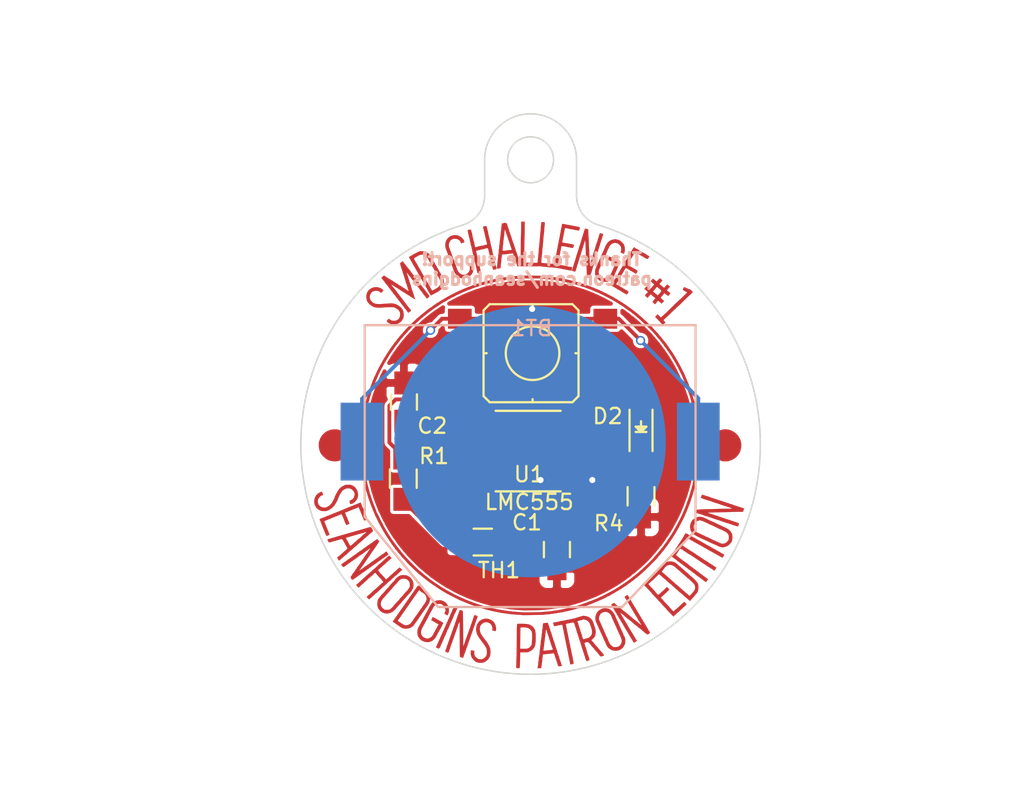
<source format=kicad_pcb>
(kicad_pcb (version 4) (host pcbnew 4.0.4-stable)
  (layers (0 F.Cu signal) (31 B.Cu signal) (34 B.Paste user) (35 F.Paste user) (36 B.SilkS user) (37 F.SilkS user) (38 B.Mask user) (39 F.Mask user) (44 Edge.Cuts user))
  (net 0 "")
  (net 1 GND)
  (net 2 +BATT)
  (net 3 "Net-(C1-Pad1)")
  (net 4 "Net-(C2-Pad1)")
  (net 5 "Net-(D2-Pad2)")
  (net 6 "Net-(D2-Pad1)")
  (net 7 "Net-(R1-Pad2)")
  (net 8 "Net-(R1-Pad1)")
  (module Capacitors_SMD:C_0805_HandSoldering (layer F.Cu) (at 132.79 100.11 270)
    (fp_text reference C1 (at -1.77 1.96 360) (layer F.SilkS))
    (fp_text value 47uF hide)
    (pad 1 smd rect (at -1.25 0 270) (size 1.5 1.25) (layers F.Cu F.Paste F.Mask) (net 3 "Net-(C1-Pad1)"))
    (pad 2 smd rect (at 1.25 0 270) (size 1.5 1.25) (layers F.Cu F.Paste F.Mask) (net 1 GND))
  )
  (module Capacitors_SMD:C_0805_HandSoldering (layer F.Cu) (at 122.8 90.48 90)
    (fp_text reference C2 (at -1.55 1.85 180) (layer F.SilkS))
    (fp_text value 10nF hide)
    (pad 1 smd rect (at -1.25 0 90) (size 1.5 1.25) (layers F.Cu F.Paste F.Mask) (net 4 "Net-(C2-Pad1)"))
    (pad 2 smd rect (at 1.25 0 90) (size 1.5 1.25) (layers F.Cu F.Paste F.Mask) (net 1 GND))
  )
  (module Resistors_SMD:R_0805_HandSoldering (layer F.Cu) (at 122.76 95.48 270)
    (fp_text reference R1 (at -1.47 -2 360) (layer F.SilkS))
    (fp_text value 15K hide)
    (pad 1 smd rect (at -1.35 0 270) (size 1.5 1.3) (layers F.Cu F.Paste F.Mask) (net 8 "Net-(R1-Pad1)"))
    (pad 2 smd rect (at 1.35 0 270) (size 1.5 1.3) (layers F.Cu F.Paste F.Mask) (net 7 "Net-(R1-Pad2)"))
  )
  (module Resistors_SMD:R_0805_HandSoldering (layer F.Cu) (at 127.95 99.62)
    (fp_text reference TH1 (at 1.06 1.84) (layer F.SilkS))
    (fp_text value TH_PTH hide)
    (pad 1 smd rect (at -1.35 0) (size 1.5 1.3) (layers F.Cu F.Paste F.Mask) (net 7 "Net-(R1-Pad2)"))
    (pad 2 smd rect (at 1.35 0) (size 1.5 1.3) (layers F.Cu F.Paste F.Mask) (net 3 "Net-(C1-Pad1)"))
  )
  (module idlehands_footprints:Button_CKN9112CT-ND (layer F.Cu) (at 131.2 87.29 180)
    (fp_text reference SW1 hide)
    (fp_text value SPST hide)
    (pad 1 smd rect (at 4.75 2.25 180) (size 1.55 1.3) (layers F.Cu F.Paste F.Mask) (net 2 +BATT))
    (pad 2 smd rect (at 4.75 -2.25 180) (size 1.55 1.3) (layers F.Cu F.Paste F.Mask) (net 8 "Net-(R1-Pad1)"))
    (pad 2 smd rect (at -4.75 -2.25 180) (size 1.55 1.3) (layers F.Cu F.Paste F.Mask) (net 8 "Net-(R1-Pad1)"))
    (pad 1 smd rect (at -4.75 2.25 180) (size 1.55 1.3) (layers F.Cu F.Paste F.Mask) (net 2 +BATT))
  )
  (module LEDs:LED-0805 (layer F.Cu) (at 138.28 92.08 90)
    (fp_text reference D2 (at 0.68 -2.18 180) (layer F.SilkS))
    (fp_text value LED hide)
    (pad 2 smd rect (at 1.04902 0 270) (size 1.19888 1.19888) (layers F.Cu F.Paste F.Mask) (net 5 "Net-(D2-Pad2)"))
    (pad 1 smd rect (at -1.04902 0 270) (size 1.19888 1.19888) (layers F.Cu F.Paste F.Mask) (net 6 "Net-(D2-Pad1)"))
  )
  (module Resistors_SMD:R_0805_HandSoldering (layer F.Cu) (at 138.28 96.63 270)
    (fp_text reference R4 (at 1.77 2.11 360) (layer F.SilkS))
    (fp_text value 1K hide)
    (pad 1 smd rect (at -1.35 0 270) (size 1.5 1.3) (layers F.Cu F.Paste F.Mask) (net 6 "Net-(D2-Pad1)"))
    (pad 2 smd rect (at 1.35 0 270) (size 1.5 1.3) (layers F.Cu F.Paste F.Mask) (net 1 GND))
  )
  (module idlehands_footprints:LMC555CMX (layer F.Cu) (at 130.91 93.68 180)
    (fp_text reference U1 (at -0.07 -1.52 180) (layer F.SilkS))
    (fp_text value LMC555 (at -0.07 -3.33 360) (layer F.SilkS))
    (pad 1 smd rect (at -2.4638 -1.905 180) (size 1.9812 0.5588) (layers F.Cu F.Paste F.Mask) (net 1 GND))
    (pad 2 smd rect (at -2.4638 -0.635 180) (size 1.9812 0.5588) (layers F.Cu F.Paste F.Mask) (net 3 "Net-(C1-Pad1)"))
    (pad 3 smd rect (at -2.4638 0.635 180) (size 1.9812 0.5588) (layers F.Cu F.Paste F.Mask) (net 5 "Net-(D2-Pad2)"))
    (pad 4 smd rect (at -2.4638 1.905 180) (size 1.9812 0.5588) (layers F.Cu F.Paste F.Mask) (net 8 "Net-(R1-Pad1)"))
    (pad 5 smd rect (at 2.4638 1.905 180) (size 1.9812 0.5588) (layers F.Cu F.Paste F.Mask) (net 4 "Net-(C2-Pad1)"))
    (pad 6 smd rect (at 2.4638 0.635 180) (size 1.9812 0.5588) (layers F.Cu F.Paste F.Mask) (net 3 "Net-(C1-Pad1)"))
    (pad 7 smd rect (at 2.4638 -0.635 180) (size 1.9812 0.5588) (layers F.Cu F.Paste F.Mask) (net 7 "Net-(R1-Pad2)"))
    (pad 8 smd rect (at 2.4638 -1.905 180) (size 1.9812 0.5588) (layers F.Cu F.Paste F.Mask) (net 8 "Net-(R1-Pad1)"))
  )
  (module idlehands_footprints:myfirstsmd_mask (layer F.Cu) (at 123.2 90.71)
    (fp_text reference LogoMask hide)
    (fp_text value MASK hide)
  )
  (module idlehands_footprints:CoinCellHolder_SM (layer B.Cu) (at 131.04 93.06 180)
    (fp_text reference BT1 (at -0.1 7.4 180) (layer B.SilkS) (effects (justify mirror)))
    (fp_text value Battery)
    (pad 2 smd rect (at -10.98 0 180) (size 2.79 5.08) (layers B.Cu B.Paste B.Mask) (net 2 +BATT))
    (pad 1 smd circle (at 0 0 180) (size 17.72 17.72) (layers B.Cu B.Paste B.Mask) (net 1 GND))
    (pad 2 smd rect (at 10.98 0 180) (size 2.79 5.08) (layers B.Cu B.Paste B.Mask) (net 2 +BATT))
  )
  (module idlehands_footprints:myfirstsmd_cu (layer F.Cu) (at 123.2 90.72)
    (fp_text reference LogoCu hide)
    (fp_text value CU hide)
    (fp_poly (pts (xy 7.267877 14.235654) (xy 7.380809 14.239108) (xy 7.494868 14.245079) (xy 7.601846 14.253341) (xy 7.693534 14.263664) (xy 7.747 14.272556) (xy 7.820643 14.299123) (xy 7.90703 14.347262) (xy 7.990019 14.407596) (xy 8.011124 14.426014) (xy 8.052932 14.466913) (xy 8.074615 14.493463) (xy 8.074463 14.499166) (xy 8.073708 14.51202) (xy 8.092162 14.536982) (xy 8.130033 14.586327) (xy 8.158166 14.64351) (xy 8.177948 14.715476) (xy 8.19077 14.809169) (xy 8.198019 14.931535) (xy 8.201014 15.08125) (xy 8.200864 15.2631) (xy 8.196073 15.409413) (xy 8.185524 15.526835) (xy 8.168099 15.622015) (xy 8.142681 15.7016) (xy 8.108153 15.772239) (xy 8.076512 15.822035) (xy 8.004245 15.908997) (xy 7.914493 15.980101) (xy 7.8105 16.038076) (xy 7.756462 16.062845) (xy 7.707136 16.079332) (xy 7.651585 16.089268) (xy 7.578874 16.094387) (xy 7.478069 16.09642) (xy 7.44054 16.096689) (xy 7.186997 16.098122) (xy 7.179632 16.595102) (xy 7.176737 16.73652) (xy 7.172602 16.864024) (xy 7.167554 16.971442) (xy 7.161914 17.052601) (xy 7.156009 17.10133) (xy 7.152448 17.11246) (xy 7.108537 17.131253) (xy 7.037172 17.132988) (xy 6.982769 17.124817) (xy 6.940264 17.104225) (xy 6.932831 17.079207) (xy 6.934863 17.047328) (xy 6.937383 16.977804) (xy 6.940304 16.87532) (xy 6.943537 16.744561) (xy 6.946996 16.590213) (xy 6.950591 16.416959) (xy 6.954236 16.229486) (xy 6.957842 16.032477) (xy 6.960718 15.865652) (xy 7.182784 15.865652) (xy 7.417267 15.867399) (xy 7.52603 15.867092) (xy 7.603303 15.863265) (xy 7.659878 15.85442) (xy 7.706549 15.839058) (xy 7.741439 15.822415) (xy 7.790751 15.792816) (xy 7.816592 15.769396) (xy 7.817286 15.761842) (xy 7.819246 15.748936) (xy 7.826697 15.748) (xy 7.857271 15.730262) (xy 7.89328 15.685856) (xy 7.925958 15.627995) (xy 7.946538 15.569891) (xy 7.947274 15.566287) (xy 7.952278 15.523526) (xy 7.957989 15.447804) (xy 7.963818 15.348473) (xy 7.969178 15.234885) (xy 7.971039 15.188087) (xy 7.975171 15.03381) (xy 7.973399 14.914289) (xy 7.964099 14.822165) (xy 7.945648 14.750076) (xy 7.916421 14.690663) (xy 7.874795 14.636565) (xy 7.841793 14.602214) (xy 7.772887 14.544183) (xy 7.698151 14.50456) (xy 7.607968 14.480478) (xy 7.492717 14.469068) (xy 7.388678 14.467089) (xy 7.210272 14.467416) (xy 7.203765 14.721416) (xy 7.201333 14.824769) (xy 7.198503 14.958557) (xy 7.195511 15.110888) (xy 7.192589 15.269867) (xy 7.190021 15.420534) (xy 7.182784 15.865652) (xy 6.960718 15.865652) (xy 6.961323 15.830618) (xy 6.96459 15.628593) (xy 6.967555 15.431088) (xy 6.970132 15.242787) (xy 6.972231 15.068376) (xy 6.973766 14.912538) (xy 6.974044 14.877978) (xy 6.97567 14.721522) (xy 6.977981 14.578616) (xy 6.980821 14.454804) (xy 6.984035 14.355634) (xy 6.987467 14.28665) (xy 6.990961 14.2534) (xy 6.99162 14.251579) (xy 7.017945 14.242681) (xy 7.078236 14.237212) (xy 7.164283 14.234946) (xy 7.267877 14.235654)) (layer F.Cu) (width 0.01))
    (fp_poly (pts (xy 8.994453 14.183792) (xy 9.004882 14.19465) (xy 9.008649 14.212275) (xy 9.010146 14.223168) (xy 9.025759 14.274988) (xy 9.041179 14.301713) (xy 9.053546 14.325256) (xy 9.04875 14.329833) (xy 9.046003 14.342566) (xy 9.055659 14.357157) (xy 9.074916 14.396171) (xy 9.090414 14.453115) (xy 9.090921 14.455917) (xy 9.103552 14.511432) (xy 9.117083 14.548978) (xy 9.117866 14.550302) (xy 9.134654 14.591475) (xy 9.136054 14.598445) (xy 9.148568 14.650252) (xy 9.169829 14.714928) (xy 9.193377 14.774565) (xy 9.212755 14.811255) (xy 9.21285 14.811375) (xy 9.225127 14.83417) (xy 9.222075 14.837833) (xy 9.223529 14.856446) (xy 9.236626 14.906807) (xy 9.259054 14.980694) (xy 9.281583 15.0495) (xy 9.309694 15.136048) (xy 9.33028 15.205494) (xy 9.341029 15.249618) (xy 9.341091 15.261166) (xy 9.341296 15.274248) (xy 9.350257 15.287625) (xy 9.366879 15.320331) (xy 9.39089 15.381025) (xy 9.417906 15.457031) (xy 9.443545 15.535672) (xy 9.463423 15.604272) (xy 9.471117 15.637152) (xy 9.488598 15.69349) (xy 9.503098 15.725459) (xy 9.515994 15.758782) (xy 9.512569 15.769166) (xy 9.511573 15.782041) (xy 9.521987 15.797286) (xy 9.545478 15.84235) (xy 9.551649 15.866077) (xy 9.564128 15.912311) (xy 9.572317 15.929697) (xy 9.585721 15.96532) (xy 9.598546 16.020168) (xy 9.599083 16.023166) (xy 9.611696 16.078399) (xy 9.625233 16.115603) (xy 9.625849 16.116635) (xy 9.641285 16.156331) (xy 9.646517 16.180255) (xy 9.663848 16.229865) (xy 9.676179 16.249047) (xy 9.689483 16.27265) (xy 9.685798 16.277166) (xy 9.68505 16.293379) (xy 9.701129 16.333156) (xy 9.704916 16.340666) (xy 9.724291 16.383031) (xy 9.728798 16.403753) (xy 9.727887 16.404166) (xy 9.730074 16.42233) (xy 9.74285 16.469591) (xy 9.762776 16.535106) (xy 9.786413 16.60803) (xy 9.810323 16.67752) (xy 9.831068 16.732731) (xy 9.835271 16.742833) (xy 9.85085 16.786699) (xy 9.854222 16.799779) (xy 9.864017 16.835411) (xy 9.881279 16.890727) (xy 9.884884 16.901738) (xy 9.899402 16.952582) (xy 9.903747 16.982757) (xy 9.902817 16.985326) (xy 9.879243 16.99119) (xy 9.827712 16.998381) (xy 9.794828 17.001895) (xy 9.719814 17.003254) (xy 9.675074 16.985245) (xy 9.650727 16.941904) (xy 9.64341 16.910505) (xy 9.634699 16.869454) (xy 9.62976 16.853958) (xy 9.621395 16.831845) (xy 9.62025 16.8275) (xy 9.611653 16.802529) (xy 9.610693 16.801041) (xy 9.603697 16.778641) (xy 9.599094 16.757055) (xy 9.583975 16.702751) (xy 9.576367 16.682972) (xy 9.558719 16.630485) (xy 9.553148 16.606911) (xy 9.534544 16.557356) (xy 9.521987 16.538119) (xy 9.508775 16.514521) (xy 9.512569 16.51) (xy 9.514834 16.494477) (xy 9.502839 16.46581) (xy 9.480082 16.408919) (xy 9.46924 16.366751) (xy 9.456509 16.316526) (xy 9.445115 16.289233) (xy 9.42844 16.247236) (xy 9.426683 16.238472) (xy 9.410479 16.181859) (xy 9.380616 16.16029) (xy 9.351427 16.161763) (xy 9.305858 16.168305) (xy 9.233946 16.176116) (xy 9.154583 16.183224) (xy 8.811962 16.217559) (xy 8.763 16.223747) (xy 8.712876 16.229901) (xy 8.686382 16.232733) (xy 8.667131 16.25202) (xy 8.664505 16.271875) (xy 8.662741 16.311449) (xy 8.656329 16.377682) (xy 8.647914 16.4465) (xy 8.637397 16.529451) (xy 8.628838 16.604752) (xy 8.624798 16.647583) (xy 8.617066 16.71553) (xy 8.605953 16.783434) (xy 8.596441 16.8458) (xy 8.587226 16.928148) (xy 8.582599 16.982308) (xy 8.576809 17.050316) (xy 8.571115 17.098546) (xy 8.567474 17.114748) (xy 8.543328 17.120816) (xy 8.492861 17.126662) (xy 8.431529 17.131239) (xy 8.374793 17.1335) (xy 8.338111 17.132398) (xy 8.332387 17.130665) (xy 8.331089 17.106467) (xy 8.33849 17.05642) (xy 8.34309 17.034414) (xy 8.35587 16.962322) (xy 8.367172 16.873084) (xy 8.371911 16.820699) (xy 8.378506 16.746658) (xy 8.385993 16.686627) (xy 8.39107 16.660365) (xy 8.397853 16.622836) (xy 8.405979 16.557412) (xy 8.413513 16.480174) (xy 8.421046 16.404908) (xy 8.428896 16.346998) (xy 8.43539 16.318742) (xy 8.435506 16.318546) (xy 8.441745 16.291047) (xy 8.449 16.233656) (xy 8.455713 16.158735) (xy 8.455777 16.157872) (xy 8.462816 16.075434) (xy 8.470595 16.003268) (xy 8.470877 16.001332) (xy 8.705382 16.001332) (xy 8.792399 15.990935) (xy 8.866469 15.982628) (xy 8.95514 15.973411) (xy 8.995833 15.96942) (xy 9.08084 15.961292) (xy 9.16423 15.953302) (xy 9.196916 15.950164) (xy 9.257538 15.94451) (xy 9.301534 15.940708) (xy 9.307517 15.940263) (xy 9.322962 15.927033) (xy 9.313609 15.886311) (xy 9.313333 15.885583) (xy 9.302679 15.846999) (xy 9.305865 15.832666) (xy 9.306437 15.819627) (xy 9.297575 15.806208) (xy 9.282102 15.775376) (xy 9.258833 15.716903) (xy 9.232282 15.643653) (xy 9.206963 15.568489) (xy 9.187389 15.504273) (xy 9.178457 15.46675) (xy 9.163823 15.424474) (xy 9.160384 15.418433) (xy 9.145933 15.381317) (xy 9.136259 15.340915) (xy 9.118976 15.279756) (xy 9.10266 15.241856) (xy 9.088856 15.20824) (xy 9.090882 15.197666) (xy 9.090387 15.181412) (xy 9.073652 15.141546) (xy 9.069916 15.134166) (xy 9.05102 15.091847) (xy 9.047617 15.071094) (xy 9.04875 15.070666) (xy 9.048119 15.054407) (xy 9.031313 15.014532) (xy 9.027583 15.007166) (xy 9.009228 14.964898) (xy 9.007072 14.944111) (xy 9.008464 14.943666) (xy 9.008673 14.930559) (xy 8.995833 14.911916) (xy 8.981056 14.886319) (xy 8.98525 14.880166) (xy 8.988176 14.867498) (xy 8.979058 14.853708) (xy 8.95906 14.818123) (xy 8.956569 14.806083) (xy 8.949958 14.76558) (xy 8.934774 14.70849) (xy 8.915962 14.650493) (xy 8.898467 14.607272) (xy 8.889783 14.594283) (xy 8.879826 14.60869) (xy 8.868044 14.656922) (xy 8.855845 14.730595) (xy 8.844637 14.821326) (xy 8.836465 14.911916) (xy 8.828732 14.979863) (xy 8.817619 15.047768) (xy 8.808108 15.110132) (xy 8.798893 15.19248) (xy 8.794265 15.246652) (xy 8.787381 15.32134) (xy 8.779182 15.382589) (xy 8.773435 15.409799) (xy 8.765509 15.450707) (xy 8.757586 15.516611) (xy 8.753398 15.565942) (xy 8.745987 15.646162) (xy 8.736308 15.719617) (xy 8.730651 15.750726) (xy 8.720066 15.815131) (xy 8.711978 15.892081) (xy 8.71085 15.908656) (xy 8.705382 16.001332) (xy 8.470877 16.001332) (xy 8.476892 15.960174) (xy 8.484798 15.909223) (xy 8.493676 15.836331) (xy 8.498416 15.790333) (xy 8.506642 15.713995) (xy 8.51544 15.647409) (xy 8.51994 15.620492) (xy 8.526827 15.57255) (xy 8.534612 15.498993) (xy 8.541055 15.422794) (xy 8.547839 15.347567) (xy 8.555313 15.289563) (xy 8.561869 15.261244) (xy 8.561916 15.261166) (xy 8.568307 15.23332) (xy 8.575687 15.175276) (xy 8.582547 15.099098) (xy 8.583083 15.091833) (xy 8.589824 15.014623) (xy 8.597219 14.954473) (xy 8.603759 14.923444) (xy 8.60425 14.9225) (xy 8.61079 14.894487) (xy 8.618263 14.836683) (xy 8.62506 14.76155) (xy 8.62511 14.760872) (xy 8.632149 14.678434) (xy 8.639928 14.606268) (xy 8.646225 14.563174) (xy 8.654219 14.512168) (xy 8.663287 14.439311) (xy 8.668124 14.393841) (xy 8.677772 14.301263) (xy 8.686538 14.242773) (xy 8.697422 14.210301) (xy 8.713428 14.195779) (xy 8.737555 14.19114) (xy 8.743706 14.190682) (xy 8.851988 14.183148) (xy 8.925126 14.17891) (xy 8.970241 14.178835) (xy 8.994453 14.183792)) (layer F.Cu) (width 0.01))
    (fp_poly (pts (xy 11.359507 13.720686) (xy 11.451841 13.732199) (xy 11.545229 13.752905) (xy 11.62694 13.780572) (xy 11.684245 13.81297) (xy 11.685666 13.814174) (xy 11.719509 13.837773) (xy 11.734253 13.843) (xy 11.760885 13.858686) (xy 11.803073 13.899494) (xy 11.851842 13.95604) (xy 11.886991 14.002643) (xy 11.917852 14.057989) (xy 11.952457 14.136774) (xy 11.98393 14.221457) (xy 12.005394 14.294499) (xy 12.009395 14.314885) (xy 12.023018 14.35648) (xy 12.025774 14.361583) (xy 12.042233 14.399888) (xy 12.064092 14.463469) (xy 12.086254 14.53659) (xy 12.102375 14.598095) (xy 12.114552 14.68541) (xy 12.11603 14.785504) (xy 12.107996 14.885495) (xy 12.091639 14.972503) (xy 12.068145 15.033644) (xy 12.061326 15.043342) (xy 12.050462 15.066355) (xy 12.056453 15.070666) (xy 12.051086 15.084322) (xy 12.02128 15.120695) (xy 11.972852 15.172894) (xy 11.953076 15.193126) (xy 11.831894 15.315585) (xy 11.926836 15.408764) (xy 11.974561 15.458268) (xy 12.005348 15.495438) (xy 12.012493 15.511228) (xy 12.021319 15.529825) (xy 12.053249 15.57012) (xy 12.101592 15.623736) (xy 12.106554 15.628965) (xy 12.186394 15.714164) (xy 12.247962 15.783779) (xy 12.303387 15.851679) (xy 12.320478 15.873592) (xy 12.353409 15.913206) (xy 12.402287 15.968801) (xy 12.436894 16.006936) (xy 12.534717 16.116633) (xy 12.605202 16.203205) (xy 12.647243 16.265116) (xy 12.659735 16.300827) (xy 12.653867 16.308655) (xy 12.562899 16.341425) (xy 12.502777 16.360691) (xy 12.4644 16.366965) (xy 12.438667 16.360761) (xy 12.416479 16.342589) (xy 12.398203 16.323045) (xy 12.357412 16.275092) (xy 12.328585 16.234338) (xy 12.327124 16.231718) (xy 12.304784 16.20116) (xy 12.261016 16.149188) (xy 12.203661 16.084976) (xy 12.177075 16.056208) (xy 12.119357 15.993118) (xy 12.074777 15.941948) (xy 12.049791 15.910226) (xy 12.046656 15.904077) (xy 12.033538 15.884347) (xy 11.998028 15.842729) (xy 11.94733 15.787599) (xy 11.938174 15.777963) (xy 11.887813 15.723445) (xy 11.853622 15.682986) (xy 11.841726 15.66393) (xy 11.842564 15.663333) (xy 11.841957 15.651336) (xy 11.828386 15.635055) (xy 11.798616 15.603572) (xy 11.753186 15.554101) (xy 11.723721 15.521544) (xy 11.667654 15.461357) (xy 11.626277 15.428635) (xy 11.586363 15.419023) (xy 11.534682 15.428166) (xy 11.485428 15.443075) (xy 11.415681 15.468932) (xy 11.3824 15.493948) (xy 11.380281 15.52416) (xy 11.392633 15.548697) (xy 11.405995 15.584232) (xy 11.418887 15.639243) (xy 11.419578 15.643082) (xy 11.434674 15.700282) (xy 11.453947 15.740724) (xy 11.45484 15.741842) (xy 11.467598 15.764976) (xy 11.463798 15.769166) (xy 11.46305 15.785379) (xy 11.479129 15.825156) (xy 11.482916 15.832666) (xy 11.502291 15.875031) (xy 11.506798 15.895753) (xy 11.505887 15.896166) (xy 11.50738 15.914481) (xy 11.520351 15.962891) (xy 11.542121 16.031599) (xy 11.546416 16.044333) (xy 11.56913 16.11544) (xy 11.583085 16.167905) (xy 11.585741 16.191944) (xy 11.584897 16.1925) (xy 11.585001 16.205562) (xy 11.593983 16.218958) (xy 11.615646 16.259745) (xy 11.640476 16.325357) (xy 11.662662 16.39925) (xy 11.672834 16.443478) (xy 11.685627 16.489903) (xy 11.694583 16.51) (xy 11.717761 16.5632) (xy 11.708216 16.601653) (xy 11.662558 16.630094) (xy 11.594776 16.649496) (xy 11.549125 16.659807) (xy 11.534101 16.663213) (xy 11.515855 16.647518) (xy 11.490519 16.600999) (xy 11.463275 16.533346) (xy 11.460674 16.525875) (xy 11.438263 16.456225) (xy 11.424768 16.405368) (xy 11.422785 16.383251) (xy 11.423399 16.383) (xy 11.422713 16.370094) (xy 11.412679 16.355884) (xy 11.391718 16.314856) (xy 11.380075 16.273074) (xy 11.362879 16.211828) (xy 11.346326 16.173189) (xy 11.332523 16.139573) (xy 11.334548 16.129) (xy 11.334054 16.112745) (xy 11.317319 16.072879) (xy 11.313583 16.0655) (xy 11.29474 16.023185) (xy 11.29146 16.002429) (xy 11.292617 16.002) (xy 11.293307 15.986413) (xy 11.280839 15.95781) (xy 11.258207 15.901179) (xy 11.24709 15.857925) (xy 11.231171 15.805281) (xy 11.214487 15.775115) (xy 11.201014 15.752053) (xy 11.203897 15.748) (xy 11.203391 15.729702) (xy 11.191158 15.681333) (xy 11.16974 15.612677) (xy 11.165416 15.599833) (xy 11.142702 15.528726) (xy 11.128747 15.476261) (xy 11.126092 15.452222) (xy 11.126936 15.451666) (xy 11.126364 15.438767) (xy 11.116346 15.42455) (xy 11.095384 15.383523) (xy 11.083742 15.34174) (xy 11.066546 15.280495) (xy 11.049993 15.241856) (xy 11.03619 15.20824) (xy 11.038215 15.197666) (xy 11.03772 15.181412) (xy 11.020985 15.141546) (xy 11.01725 15.134166) (xy 10.998407 15.091852) (xy 10.995126 15.071096) (xy 10.996284 15.070666) (xy 10.996973 15.055079) (xy 10.984506 15.026476) (xy 10.961874 14.969845) (xy 10.950757 14.926592) (xy 10.934838 14.873948) (xy 10.918153 14.843782) (xy 10.904681 14.820719) (xy 10.907563 14.816666) (xy 10.907058 14.798369) (xy 10.894825 14.75) (xy 10.873407 14.681343) (xy 10.869083 14.6685) (xy 10.846369 14.597393) (xy 10.832414 14.544928) (xy 10.829758 14.520889) (xy 10.830602 14.520333) (xy 10.83003 14.507434) (xy 10.820012 14.493217) (xy 10.799241 14.452433) (xy 10.787135 14.4089) (xy 10.774677 14.358301) (xy 10.76325 14.329833) (xy 10.749505 14.293695) (xy 10.739364 14.250766) (xy 10.720327 14.18703) (xy 10.686335 14.154816) (xy 10.627684 14.14788) (xy 10.585852 14.15197) (xy 10.524909 14.161358) (xy 10.483196 14.17007) (xy 10.474678 14.173078) (xy 10.446785 14.181075) (xy 10.394421 14.190835) (xy 10.379428 14.193138) (xy 10.303712 14.207503) (xy 10.231588 14.225956) (xy 10.227972 14.227077) (xy 10.181532 14.246676) (xy 10.168095 14.27108) (xy 10.172456 14.293403) (xy 10.184609 14.346512) (xy 10.193373 14.408198) (xy 10.201586 14.462573) (xy 10.212131 14.497844) (xy 10.212656 14.498746) (xy 10.22263 14.531297) (xy 10.232035 14.587349) (xy 10.234083 14.605) (xy 10.242298 14.66366) (xy 10.2517 14.703575) (xy 10.254162 14.709074) (xy 10.264233 14.740226) (xy 10.275143 14.794657) (xy 10.277372 14.808905) (xy 10.288054 14.872236) (xy 10.298667 14.922038) (xy 10.300185 14.92761) (xy 10.311825 14.976643) (xy 10.320552 15.02286) (xy 10.332842 15.089298) (xy 10.344447 15.14475) (xy 10.355282 15.200916) (xy 10.360212 15.24) (xy 10.369951 15.282729) (xy 10.37501 15.292916) (xy 10.38527 15.324988) (xy 10.396564 15.383012) (xy 10.401947 15.419916) (xy 10.412032 15.488949) (xy 10.422155 15.544268) (xy 10.426276 15.5611) (xy 10.43452 15.591084) (xy 10.443895 15.632282) (xy 10.456855 15.696019) (xy 10.46908 15.758583) (xy 10.479538 15.810734) (xy 10.486629 15.84325) (xy 10.494343 15.878718) (xy 10.506523 15.938597) (xy 10.519743 16.005707) (xy 10.53058 16.062868) (xy 10.532318 16.072482) (xy 10.544155 16.126674) (xy 10.54946 16.146565) (xy 10.559235 16.190333) (xy 10.570064 16.25237) (xy 10.571793 16.263761) (xy 10.582333 16.321093) (xy 10.593154 16.359693) (xy 10.595263 16.364012) (xy 10.605019 16.396326) (xy 10.61313 16.449505) (xy 10.613459 16.452801) (xy 10.621923 16.515205) (xy 10.632323 16.564217) (xy 10.645578 16.620808) (xy 10.659836 16.69776) (xy 10.67133 16.773371) (xy 10.675755 16.814462) (xy 10.662019 16.849168) (xy 10.625666 16.862206) (xy 10.561778 16.871689) (xy 10.514541 16.878689) (xy 10.469844 16.877451) (xy 10.454233 16.862695) (xy 10.446087 16.780602) (xy 10.437101 16.724741) (xy 10.425229 16.680633) (xy 10.411097 16.621441) (xy 10.401793 16.558634) (xy 10.39411 16.505272) (xy 10.384778 16.47183) (xy 10.384239 16.470886) (xy 10.373754 16.439663) (xy 10.362588 16.386861) (xy 10.361639 16.381218) (xy 10.348589 16.309108) (xy 10.335455 16.245416) (xy 10.324293 16.189236) (xy 10.31875 16.150166) (xy 10.312111 16.108826) (xy 10.29912 16.050471) (xy 10.297583 16.044333) (xy 10.284202 15.985574) (xy 10.276673 15.94133) (xy 10.276416 15.9385) (xy 10.269778 15.897159) (xy 10.256786 15.838804) (xy 10.25525 15.832666) (xy 10.241374 15.771977) (xy 10.232935 15.72422) (xy 10.232632 15.721541) (xy 10.227258 15.687187) (xy 10.224526 15.679208) (xy 10.21463 15.648596) (xy 10.20062 15.576544) (xy 10.192205 15.52575) (xy 10.180829 15.461769) (xy 10.169873 15.411226) (xy 10.167981 15.404223) (xy 10.156413 15.355172) (xy 10.147827 15.308973) (xy 10.135678 15.242923) (xy 10.125978 15.197666) (xy 10.112115 15.1324) (xy 10.104598 15.091833) (xy 10.089289 15.011877) (xy 10.064644 14.898706) (xy 10.062846 14.89075) (xy 10.055812 14.857001) (xy 10.044972 14.802593) (xy 10.043583 14.7955) (xy 10.032447 14.739989) (xy 10.024428 14.702574) (xy 10.02387 14.70025) (xy 10.015869 14.664198) (xy 10.002273 14.59941) (xy 9.985755 14.518668) (xy 9.98182 14.499166) (xy 9.9742 14.459234) (xy 9.962917 14.39799) (xy 9.95904 14.376604) (xy 9.946853 14.320471) (xy 9.930557 14.296123) (xy 9.899735 14.293482) (xy 9.876699 14.296969) (xy 9.808314 14.309114) (xy 9.733933 14.323652) (xy 9.641298 14.343064) (xy 9.535583 14.36601) (xy 9.457035 14.380573) (xy 9.412856 14.381522) (xy 9.397346 14.368904) (xy 9.397165 14.367169) (xy 9.39014 14.33904) (xy 9.373567 14.287444) (xy 9.366547 14.267177) (xy 9.35037 14.203761) (xy 9.360346 14.167409) (xy 9.399766 14.149557) (xy 9.412614 14.147278) (xy 9.512895 14.131655) (xy 9.585034 14.119275) (xy 9.642829 14.10764) (xy 9.68375 14.098217) (xy 9.739135 14.085255) (xy 9.769569 14.078655) (xy 10.922 14.078655) (xy 10.935975 14.120337) (xy 10.9474 14.1351) (xy 10.962609 14.156506) (xy 10.959428 14.1605) (xy 10.960653 14.179223) (xy 10.973665 14.230335) (xy 10.996319 14.30625) (xy 11.026468 14.399383) (xy 11.029765 14.409208) (xy 11.063304 14.511199) (xy 11.092419 14.604079) (xy 11.11395 14.677483) (xy 11.124652 14.720551) (xy 11.140132 14.775236) (xy 11.158506 14.810509) (xy 11.170308 14.833582) (xy 11.165416 14.837833) (xy 11.162627 14.85055) (xy 11.172153 14.864949) (xy 11.192641 14.905372) (xy 11.205454 14.951601) (xy 11.216927 15.000008) (xy 11.236091 15.067955) (xy 11.258404 15.140688) (xy 11.279322 15.203456) (xy 11.294305 15.241506) (xy 11.295273 15.243333) (xy 11.318055 15.245571) (xy 11.368517 15.236649) (xy 11.414163 15.224649) (xy 11.481257 15.205069) (xy 11.533473 15.190029) (xy 11.55193 15.184853) (xy 11.588179 15.176355) (xy 11.594263 15.175279) (xy 11.622792 15.161072) (xy 11.636375 15.150941) (xy 11.658878 15.140576) (xy 11.662833 15.146453) (xy 11.674962 15.146313) (xy 11.705948 15.12191) (xy 11.747687 15.081619) (xy 11.792075 15.033816) (xy 11.831008 14.986876) (xy 11.856384 14.949175) (xy 11.859039 14.943666) (xy 11.878741 14.865975) (xy 11.885111 14.767637) (xy 11.877981 14.668239) (xy 11.861956 14.599708) (xy 11.847207 14.550071) (xy 11.844236 14.522398) (xy 11.84628 14.520333) (xy 11.845822 14.507381) (xy 11.835179 14.492213) (xy 11.81095 14.44721) (xy 11.804017 14.423422) (xy 11.78905 14.369064) (xy 11.780799 14.347361) (xy 11.764123 14.300985) (xy 11.759705 14.283861) (xy 11.72115 14.186158) (xy 11.65205 14.093636) (xy 11.563654 14.018214) (xy 11.46721 13.97181) (xy 11.464453 13.97103) (xy 11.390835 13.956932) (xy 11.317616 13.952879) (xy 11.258302 13.958668) (xy 11.226401 13.974096) (xy 11.226058 13.974624) (xy 11.199175 13.987714) (xy 11.167695 13.991166) (xy 11.123467 13.997005) (xy 11.104898 14.005823) (xy 11.073833 14.020676) (xy 11.044824 14.027411) (xy 10.996155 14.042279) (xy 10.97463 14.054904) (xy 10.945126 14.065625) (xy 10.935927 14.061538) (xy 10.923804 14.065223) (xy 10.922 14.078655) (xy 9.769569 14.078655) (xy 9.774485 14.077589) (xy 9.779 14.076835) (xy 9.80733 14.072233) (xy 9.87343 14.060219) (xy 9.948333 14.046253) (xy 9.990071 14.038068) (xy 10.048898 14.026167) (xy 10.054166 14.025087) (xy 10.117292 14.012393) (xy 10.168731 14.00248) (xy 10.170583 14.00214) (xy 10.204894 13.994473) (xy 10.212916 13.991045) (xy 10.231176 13.985809) (xy 10.275221 13.977844) (xy 10.276416 13.977655) (xy 10.36496 13.962888) (xy 10.414277 13.952794) (xy 10.424583 13.948665) (xy 10.442843 13.943462) (xy 10.486886 13.935511) (xy 10.488083 13.935322) (xy 10.575625 13.920734) (xy 10.625286 13.910669) (xy 10.63625 13.906453) (xy 10.652521 13.899991) (xy 10.70405 13.88803) (xy 10.752666 13.877985) (xy 10.792248 13.868922) (xy 10.805583 13.86412) (xy 10.823147 13.858235) (xy 10.847011 13.853192) (xy 10.90139 13.837413) (xy 10.931678 13.825025) (xy 10.970814 13.810413) (xy 11.032944 13.790763) (xy 11.102124 13.770706) (xy 11.162409 13.754871) (xy 11.197166 13.747935) (xy 11.22282 13.737673) (xy 11.228916 13.734153) (xy 11.280956 13.720594) (xy 11.359507 13.720686)) (layer F.Cu) (width 0.01))
    (fp_poly (pts (xy 5.011876 13.898824) (xy 5.105996 13.917592) (xy 5.202657 13.947885) (xy 5.267426 13.975748) (xy 5.318359 14.005149) (xy 5.374879 14.044039) (xy 5.428784 14.085716) (xy 5.471871 14.123482) (xy 5.495939 14.150635) (xy 5.493605 14.1605) (xy 5.491122 14.17354) (xy 5.507418 14.197541) (xy 5.552824 14.270211) (xy 5.578631 14.340416) (xy 5.602234 14.437558) (xy 5.614743 14.507245) (xy 5.616992 14.562644) (xy 5.609814 14.616918) (xy 5.599079 14.663476) (xy 5.582405 14.698558) (xy 5.54753 14.709323) (xy 5.518425 14.708156) (xy 5.461105 14.697426) (xy 5.420705 14.680185) (xy 5.388667 14.66091) (xy 5.378371 14.657916) (xy 5.371643 14.642922) (xy 5.373291 14.63675) (xy 5.383123 14.566438) (xy 5.375139 14.479401) (xy 5.352868 14.393818) (xy 5.319833 14.327869) (xy 5.311416 14.317741) (xy 5.286167 14.281876) (xy 5.284417 14.259471) (xy 5.280269 14.247466) (xy 5.263444 14.245166) (xy 5.233064 14.235916) (xy 5.228166 14.226411) (xy 5.209473 14.202974) (xy 5.161695 14.176405) (xy 5.097283 14.151749) (xy 5.028689 14.134048) (xy 4.986708 14.128599) (xy 4.875481 14.135918) (xy 4.778144 14.175343) (xy 4.691715 14.24268) (xy 4.617104 14.325027) (xy 4.572746 14.409286) (xy 4.551493 14.511349) (xy 4.547768 14.562666) (xy 4.561361 14.716787) (xy 4.614891 14.872925) (xy 4.706464 15.026577) (xy 4.781221 15.118291) (xy 4.811386 15.155468) (xy 4.82077 15.175421) (xy 4.818863 15.1765) (xy 4.818815 15.185033) (xy 4.839095 15.212986) (xy 4.882584 15.263889) (xy 4.952165 15.341271) (xy 4.963857 15.354095) (xy 4.989684 15.387165) (xy 5.022188 15.434319) (xy 5.051654 15.480729) (xy 5.068364 15.511568) (xy 5.069416 15.515166) (xy 5.080773 15.538502) (xy 5.105911 15.578666) (xy 5.1589 15.673614) (xy 5.20541 15.784656) (xy 5.237004 15.89066) (xy 5.24279 15.921408) (xy 5.255127 16.115718) (xy 5.231257 16.29028) (xy 5.171813 16.443676) (xy 5.077431 16.57449) (xy 4.948745 16.681304) (xy 4.886329 16.717771) (xy 4.81613 16.751411) (xy 4.7543 16.770468) (xy 4.683194 16.778808) (xy 4.600579 16.780353) (xy 4.492108 16.775918) (xy 4.415635 16.762066) (xy 4.370916 16.743083) (xy 4.325236 16.720106) (xy 4.296836 16.712405) (xy 4.295144 16.712922) (xy 4.274989 16.702806) (xy 4.233465 16.669803) (xy 4.179244 16.620854) (xy 4.174754 16.616588) (xy 4.071261 16.498604) (xy 4.005515 16.374372) (xy 3.973078 16.234103) (xy 3.9681 16.16075) (xy 3.967117 16.066138) (xy 3.971664 16.00681) (xy 3.983943 15.975845) (xy 4.006158 15.966324) (xy 4.029224 15.968798) (xy 4.116868 15.986852) (xy 4.170415 16.000182) (xy 4.19729 16.012307) (xy 4.204918 16.026748) (xy 4.200724 16.047025) (xy 4.199877 16.049706) (xy 4.183117 16.120636) (xy 4.186643 16.182235) (xy 4.203695 16.240125) (xy 4.217923 16.289738) (xy 4.219799 16.31742) (xy 4.217315 16.3195) (xy 4.217016 16.33127) (xy 4.242085 16.361755) (xy 4.284443 16.403716) (xy 4.336014 16.449914) (xy 4.38872 16.49311) (xy 4.434484 16.526066) (xy 4.465031 16.5415) (xy 4.589592 16.559749) (xy 4.69085 16.552784) (xy 4.758051 16.530801) (xy 4.813121 16.498546) (xy 4.872803 16.452384) (xy 4.926274 16.402199) (xy 4.962712 16.357872) (xy 4.972323 16.335153) (xy 4.981629 16.30633) (xy 5.002045 16.261069) (xy 5.018561 16.200118) (xy 5.025497 16.114461) (xy 5.023013 16.02059) (xy 5.011268 15.934996) (xy 4.998453 15.890875) (xy 4.986007 15.850044) (xy 4.988363 15.832672) (xy 4.988554 15.832666) (xy 4.986306 15.819534) (xy 4.963583 15.790333) (xy 4.940275 15.759775) (xy 4.939307 15.748) (xy 4.935468 15.732746) (xy 4.911324 15.693105) (xy 4.879205 15.647458) (xy 4.827027 15.576329) (xy 4.775516 15.505534) (xy 4.751928 15.472833) (xy 4.70691 15.411538) (xy 4.652183 15.338968) (xy 4.624916 15.3035) (xy 4.558333 15.215009) (xy 4.503025 15.136441) (xy 4.464102 15.075374) (xy 4.446673 15.039388) (xy 4.446566 15.038916) (xy 4.429806 15.007638) (xy 4.408461 14.980708) (xy 4.388845 14.952738) (xy 4.391394 14.943666) (xy 4.394781 14.930981) (xy 4.385346 14.91655) (xy 4.363735 14.874966) (xy 4.352837 14.837175) (xy 4.341412 14.781842) (xy 4.326105 14.712599) (xy 4.323171 14.699805) (xy 4.311984 14.642531) (xy 4.309472 14.592564) (xy 4.316153 14.533299) (xy 4.330753 14.456833) (xy 4.342576 14.398969) (xy 4.35103 14.357104) (xy 4.351517 14.354647) (xy 4.374954 14.289314) (xy 4.416834 14.213103) (xy 4.466153 14.145551) (xy 4.474502 14.136316) (xy 4.505308 14.095839) (xy 4.51416 14.067294) (xy 4.512538 14.064131) (xy 4.512384 14.057009) (xy 4.521546 14.061357) (xy 4.551261 14.057368) (xy 4.584616 14.031253) (xy 4.643336 13.985784) (xy 4.723938 13.94651) (xy 4.806122 13.923175) (xy 4.811378 13.922395) (xy 4.858286 13.912317) (xy 4.878916 13.904591) (xy 4.932212 13.893763) (xy 5.011876 13.898824)) (layer F.Cu) (width 0.01))
    (fp_poly (pts (xy 3.336717 13.355716) (xy 3.396316 13.376978) (xy 3.408416 13.380264) (xy 3.41864 13.382367) (xy 3.427168 13.386592) (xy 3.43418 13.396245) (xy 3.439856 13.414632) (xy 3.444374 13.445058) (xy 3.447915 13.490828) (xy 3.450659 13.555249) (xy 3.452784 13.641625) (xy 3.454471 13.753263) (xy 3.455899 13.893468) (xy 3.457248 14.065545) (xy 3.458698 14.272801) (xy 3.460427 14.51854) (xy 3.46075 14.562666) (xy 3.46217 14.745387) (xy 3.463709 14.92525) (xy 3.465296 15.095122) (xy 3.46686 15.247866) (xy 3.468329 15.376349) (xy 3.469632 15.473434) (xy 3.470234 15.509875) (xy 3.474426 15.737416) (xy 3.515356 15.621) (xy 3.540091 15.551811) (xy 3.560773 15.495985) (xy 3.569923 15.472833) (xy 3.585902 15.426762) (xy 3.589316 15.412972) (xy 3.602657 15.369134) (xy 3.610466 15.349472) (xy 3.628113 15.296985) (xy 3.633684 15.273411) (xy 3.652288 15.223856) (xy 3.664846 15.204619) (xy 3.677213 15.181076) (xy 3.672416 15.1765) (xy 3.66983 15.163709) (xy 3.679987 15.14838) (xy 3.704216 15.103377) (xy 3.711148 15.079588) (xy 3.726116 15.025231) (xy 3.734367 15.003527) (xy 3.750243 14.957249) (xy 3.754017 14.940027) (xy 3.768672 14.897751) (xy 3.77825 14.880166) (xy 3.798331 14.836633) (xy 3.802482 14.820305) (xy 3.814459 14.776575) (xy 3.822132 14.756805) (xy 3.83978 14.704318) (xy 3.845351 14.680744) (xy 3.863955 14.631189) (xy 3.876512 14.611952) (xy 3.88888 14.58841) (xy 3.884083 14.583833) (xy 3.881497 14.571043) (xy 3.891653 14.555713) (xy 3.915882 14.51071) (xy 3.922815 14.486922) (xy 3.937783 14.432564) (xy 3.946033 14.410861) (xy 3.96274 14.364482) (xy 3.967183 14.347361) (xy 3.980562 14.302342) (xy 3.986319 14.2875) (xy 4.008777 14.230221) (xy 4.038274 14.149471) (xy 4.071709 14.054421) (xy 4.105983 13.954243) (xy 4.137993 13.858109) (xy 4.164638 13.775191) (xy 4.182818 13.714662) (xy 4.18938 13.686895) (xy 4.20883 13.677298) (xy 4.257494 13.682143) (xy 4.325388 13.699883) (xy 4.366898 13.71442) (xy 4.408488 13.739368) (xy 4.409844 13.763585) (xy 4.392354 13.806918) (xy 4.386982 13.830755) (xy 4.369651 13.880365) (xy 4.35732 13.899547) (xy 4.344016 13.92315) (xy 4.347701 13.927666) (xy 4.348449 13.943879) (xy 4.33237 13.983656) (xy 4.328583 13.991166) (xy 4.310228 14.033434) (xy 4.308072 14.054221) (xy 4.309464 14.054666) (xy 4.309182 14.067943) (xy 4.294133 14.089669) (xy 4.271874 14.123002) (xy 4.267839 14.137294) (xy 4.263187 14.16462) (xy 4.251391 14.200427) (xy 4.233618 14.253499) (xy 4.225412 14.285093) (xy 4.208366 14.34214) (xy 4.172911 14.435201) (xy 4.155424 14.478) (xy 4.140234 14.522008) (xy 4.136944 14.534945) (xy 4.120757 14.594892) (xy 4.097786 14.662071) (xy 4.074265 14.719531) (xy 4.058649 14.747875) (xy 4.047328 14.770614) (xy 4.051368 14.774333) (xy 4.052116 14.790545) (xy 4.036037 14.830323) (xy 4.03225 14.837833) (xy 4.013895 14.880101) (xy 4.011739 14.900888) (xy 4.013131 14.901333) (xy 4.013954 14.914216) (xy 4.003512 14.929452) (xy 3.980021 14.974517) (xy 3.97385 14.998244) (xy 3.9624 15.043363) (xy 3.955103 15.060083) (xy 3.943312 15.088696) (xy 3.922382 15.147133) (xy 3.896026 15.224878) (xy 3.884098 15.261166) (xy 3.855526 15.344856) (xy 3.829329 15.414463) (xy 3.809725 15.459048) (xy 3.804582 15.467541) (xy 3.793319 15.49029) (xy 3.797368 15.494) (xy 3.798116 15.510212) (xy 3.782037 15.54999) (xy 3.77825 15.5575) (xy 3.759895 15.599767) (xy 3.757739 15.620555) (xy 3.759131 15.621) (xy 3.759954 15.633883) (xy 3.749512 15.649119) (xy 3.726021 15.694184) (xy 3.71985 15.717911) (xy 3.7084 15.763029) (xy 3.701103 15.77975) (xy 3.689312 15.808363) (xy 3.668382 15.866799) (xy 3.642026 15.944545) (xy 3.630098 15.980833) (xy 3.601526 16.064522) (xy 3.575329 16.13413) (xy 3.555725 16.178715) (xy 3.550582 16.187208) (xy 3.539319 16.209956) (xy 3.543368 16.213666) (xy 3.544116 16.229879) (xy 3.528037 16.269656) (xy 3.52425 16.277166) (xy 3.505895 16.319434) (xy 3.503739 16.340221) (xy 3.505131 16.340666) (xy 3.505903 16.353569) (xy 3.495275 16.369072) (xy 3.480405 16.398498) (xy 3.482611 16.408389) (xy 3.485968 16.429196) (xy 3.460716 16.444061) (xy 3.420557 16.448338) (xy 3.386666 16.440916) (xy 3.336175 16.422138) (xy 3.305352 16.413192) (xy 3.270892 16.399864) (xy 3.26492 16.395309) (xy 3.26223 16.372238) (xy 3.259515 16.311299) (xy 3.25686 16.216957) (xy 3.254349 16.093679) (xy 3.252066 15.945928) (xy 3.250097 15.778171) (xy 3.248527 15.594873) (xy 3.247921 15.499429) (xy 3.246341 15.220704) (xy 3.24493 14.981361) (xy 3.243634 14.778449) (xy 3.242399 14.609017) (xy 3.241171 14.470113) (xy 3.239898 14.358787) (xy 3.238525 14.272087) (xy 3.236999 14.207063) (xy 3.235267 14.160764) (xy 3.233274 14.130238) (xy 3.230968 14.112534) (xy 3.228295 14.104702) (xy 3.2252 14.10379) (xy 3.222625 14.105819) (xy 3.205584 14.132898) (xy 3.204976 14.135805) (xy 3.195431 14.166622) (xy 3.17204 14.228187) (xy 3.139424 14.308666) (xy 3.124234 14.352675) (xy 3.120944 14.365612) (xy 3.104757 14.425558) (xy 3.081786 14.492738) (xy 3.058265 14.550198) (xy 3.042649 14.578541) (xy 3.031328 14.601281) (xy 3.035368 14.605) (xy 3.036116 14.621212) (xy 3.020037 14.66099) (xy 3.01625 14.6685) (xy 2.997895 14.710767) (xy 2.995739 14.731555) (xy 2.997131 14.732) (xy 2.997954 14.744883) (xy 2.987512 14.760119) (xy 2.964021 14.805184) (xy 2.95785 14.828911) (xy 2.9464 14.874029) (xy 2.939103 14.89075) (xy 2.927312 14.919363) (xy 2.906382 14.977799) (xy 2.880026 15.055545) (xy 2.868098 15.091833) (xy 2.839526 15.175522) (xy 2.813329 15.24513) (xy 2.793725 15.289715) (xy 2.788582 15.298208) (xy 2.777319 15.320956) (xy 2.781368 15.324666) (xy 2.782116 15.340879) (xy 2.766037 15.380656) (xy 2.76225 15.388166) (xy 2.743895 15.430434) (xy 2.741739 15.451221) (xy 2.743131 15.451666) (xy 2.743954 15.46455) (xy 2.733512 15.479786) (xy 2.710021 15.52485) (xy 2.70385 15.548577) (xy 2.6924 15.593696) (xy 2.685103 15.610416) (xy 2.673311 15.639029) (xy 2.652377 15.697464) (xy 2.626014 15.775208) (xy 2.614083 15.8115) (xy 2.586536 15.894264) (xy 2.562838 15.962184) (xy 2.546702 16.004748) (xy 2.543045 16.012583) (xy 2.528277 16.052528) (xy 2.526127 16.063381) (xy 2.502769 16.103424) (xy 2.456679 16.114159) (xy 2.425473 16.105547) (xy 2.372165 16.0836) (xy 2.344208 16.073268) (xy 2.313595 16.04335) (xy 2.310072 15.99092) (xy 2.329813 15.935734) (xy 2.352234 15.884943) (xy 2.360761 15.857751) (xy 2.370496 15.825917) (xy 2.391143 15.76395) (xy 2.419312 15.681561) (xy 2.451613 15.588461) (xy 2.484658 15.494361) (xy 2.515056 15.408972) (xy 2.539418 15.342006) (xy 2.554217 15.3035) (xy 2.569954 15.257328) (xy 2.573316 15.243638) (xy 2.586657 15.199801) (xy 2.594466 15.180138) (xy 2.612113 15.127651) (xy 2.617684 15.104077) (xy 2.636288 15.054523) (xy 2.648846 15.035286) (xy 2.661213 15.011743) (xy 2.656416 15.007166) (xy 2.65383 14.994376) (xy 2.663987 14.979047) (xy 2.688216 14.934043) (xy 2.695148 14.910255) (xy 2.710116 14.855897) (xy 2.718367 14.834194) (xy 2.734243 14.787916) (xy 2.738017 14.770694) (xy 2.752672 14.728418) (xy 2.76225 14.710833) (xy 2.782331 14.6673) (xy 2.786482 14.650972) (xy 2.798459 14.607242) (xy 2.806132 14.587472) (xy 2.82378 14.534985) (xy 2.829351 14.511411) (xy 2.847955 14.461856) (xy 2.860512 14.442619) (xy 2.87288 14.419076) (xy 2.868083 14.4145) (xy 2.865497 14.401709) (xy 2.875653 14.38638) (xy 2.899882 14.341377) (xy 2.906815 14.317588) (xy 2.921783 14.263231) (xy 2.930033 14.241527) (xy 2.94591 14.195249) (xy 2.949683 14.178027) (xy 2.962598 14.136067) (xy 2.966371 14.12875) (xy 2.977494 14.10132) (xy 2.998586 14.042286) (xy 3.026623 13.960329) (xy 3.058568 13.864166) (xy 3.091301 13.767247) (xy 3.121239 13.683972) (xy 3.145044 13.623288) (xy 3.159258 13.594291) (xy 3.170514 13.571542) (xy 3.166464 13.567833) (xy 3.165702 13.551625) (xy 3.181773 13.511877) (xy 3.185468 13.504555) (xy 3.207802 13.456893) (xy 3.217955 13.42638) (xy 3.218015 13.42518) (xy 3.223676 13.393227) (xy 3.230165 13.370247) (xy 3.246315 13.346844) (xy 3.279261 13.341896) (xy 3.336717 13.355716)) (layer F.Cu) (width 0.01))
    (fp_poly (pts (xy 12.946433 13.252761) (xy 13.033252 13.284269) (xy 13.094956 13.323096) (xy 13.167367 13.388078) (xy 13.240587 13.468388) (xy 13.304722 13.553196) (xy 13.349 13.629751) (xy 13.393509 13.727942) (xy 13.4272 13.804824) (xy 13.447066 13.853465) (xy 13.450661 13.864166) (xy 13.460423 13.887345) (xy 13.483254 13.937718) (xy 13.512984 14.00175) (xy 13.559122 14.101608) (xy 13.594371 14.180803) (xy 13.615648 14.232321) (xy 13.619995 14.245166) (xy 13.629756 14.268345) (xy 13.652587 14.318718) (xy 13.682317 14.38275) (xy 13.729566 14.486301) (xy 13.763026 14.56549) (xy 13.780466 14.614903) (xy 13.782496 14.626166) (xy 13.794939 14.648599) (xy 13.81125 14.6685) (xy 13.835634 14.701897) (xy 13.841249 14.716226) (xy 13.849721 14.744301) (xy 13.869272 14.794605) (xy 13.87635 14.811476) (xy 13.911134 14.894161) (xy 13.931503 14.946226) (xy 13.940369 14.975674) (xy 13.941005 14.989069) (xy 13.951674 15.012983) (xy 13.978572 15.047277) (xy 14.003431 15.078882) (xy 14.006285 15.091833) (xy 14.0057 15.107843) (xy 14.021963 15.146356) (xy 14.022055 15.146532) (xy 14.03881 15.204419) (xy 14.047972 15.288627) (xy 14.049551 15.383831) (xy 14.043557 15.474708) (xy 14.03 15.545933) (xy 14.021789 15.566814) (xy 14.001029 15.609591) (xy 13.992497 15.63232) (xy 13.979404 15.662337) (xy 13.947957 15.712039) (xy 13.906906 15.768592) (xy 13.865602 15.818493) (xy 13.809341 15.865729) (xy 13.730311 15.914862) (xy 13.646337 15.955778) (xy 13.589 15.97545) (xy 13.501885 15.987453) (xy 13.395824 15.988792) (xy 13.290752 15.980183) (xy 13.206602 15.96234) (xy 13.204555 15.961652) (xy 13.136909 15.933826) (xy 13.080973 15.902836) (xy 13.065305 15.890875) (xy 13.029432 15.862906) (xy 13.009579 15.853833) (xy 12.984235 15.838821) (xy 12.945017 15.801635) (xy 12.903338 15.754049) (xy 12.874998 15.715005) (xy 12.843048 15.658764) (xy 12.809373 15.59041) (xy 12.778922 15.521381) (xy 12.756642 15.463113) (xy 12.747481 15.427042) (xy 12.748204 15.421916) (xy 12.739162 15.402307) (xy 12.712594 15.369222) (xy 12.688939 15.337733) (xy 12.688727 15.324666) (xy 12.690822 15.311552) (xy 12.677061 15.290781) (xy 12.651915 15.25162) (xy 12.645132 15.232573) (xy 12.634661 15.201935) (xy 12.611039 15.145752) (xy 12.581723 15.08125) (xy 12.551117 15.01516) (xy 12.528908 14.965551) (xy 12.520083 14.943666) (xy 12.510717 14.920321) (xy 12.488451 14.870386) (xy 12.463679 14.816666) (xy 12.423072 14.729695) (xy 12.380092 14.637618) (xy 12.35993 14.594416) (xy 12.33233 14.534244) (xy 12.313497 14.49125) (xy 12.308463 14.478) (xy 12.299057 14.454834) (xy 12.276469 14.404491) (xy 12.246776 14.340416) (xy 12.215624 14.271721) (xy 12.192698 14.21682) (xy 12.183367 14.189093) (xy 12.16736 14.15237) (xy 12.15583 14.136176) (xy 12.134251 14.103189) (xy 12.130299 14.091708) (xy 12.12688 14.070541) (xy 12.112026 14.006092) (xy 12.1046 13.927274) (xy 12.104495 13.922461) (xy 12.32442 13.922461) (xy 12.336531 13.959309) (xy 12.352285 13.986207) (xy 12.352523 13.987638) (xy 12.357218 14.004558) (xy 12.370553 14.038584) (xy 12.395441 14.096721) (xy 12.434793 14.185974) (xy 12.437579 14.19225) (xy 12.461003 14.246124) (xy 12.475525 14.281663) (xy 12.477482 14.2875) (xy 12.486993 14.310672) (xy 12.509642 14.361031) (xy 12.539317 14.425083) (xy 12.585455 14.524942) (xy 12.620704 14.604136) (xy 12.641981 14.655654) (xy 12.646328 14.6685) (xy 12.65609 14.691679) (xy 12.67892 14.742051) (xy 12.70865 14.806083) (xy 12.753882 14.904394) (xy 12.782238 14.970935) (xy 12.796074 15.011651) (xy 12.798005 15.031402) (xy 12.808493 15.055715) (xy 12.830783 15.084319) (xy 12.858509 15.120214) (xy 12.867583 15.139559) (xy 12.876055 15.167634) (xy 12.895605 15.217939) (xy 12.902683 15.234809) (xy 12.943797 15.333326) (xy 12.969347 15.39956) (xy 12.978162 15.430475) (xy 12.978162 15.4305) (xy 12.990644 15.452816) (xy 13.008471 15.474551) (xy 13.027906 15.505915) (xy 13.026942 15.519835) (xy 13.032636 15.540967) (xy 13.063807 15.579265) (xy 13.111753 15.626914) (xy 13.167775 15.6761) (xy 13.22317 15.719011) (xy 13.269237 15.747831) (xy 13.288976 15.755143) (xy 13.368381 15.761341) (xy 13.458549 15.757687) (xy 13.542749 15.745806) (xy 13.604252 15.727322) (xy 13.610784 15.723908) (xy 13.652603 15.695574) (xy 13.695942 15.660195) (xy 13.731033 15.626773) (xy 13.748109 15.60431) (xy 13.745431 15.599833) (xy 13.746579 15.586748) (xy 13.768916 15.5575) (xy 13.791438 15.527015) (xy 13.790772 15.515166) (xy 13.788013 15.502266) (xy 13.799396 15.484946) (xy 13.820631 15.432259) (xy 13.825587 15.354901) (xy 13.814863 15.267027) (xy 13.789062 15.18279) (xy 13.786305 15.1765) (xy 13.749509 15.092261) (xy 13.727704 15.035182) (xy 13.717186 14.996583) (xy 13.700744 14.96533) (xy 13.679461 14.938375) (xy 13.659845 14.910405) (xy 13.662394 14.901333) (xy 13.664489 14.888219) (xy 13.650727 14.867448) (xy 13.625582 14.828287) (xy 13.618799 14.809239) (xy 13.608328 14.778601) (xy 13.584705 14.722418) (xy 13.55539 14.657916) (xy 13.524783 14.591826) (xy 13.502574 14.542217) (xy 13.49375 14.520333) (xy 13.484384 14.496987) (xy 13.462118 14.447053) (xy 13.437346 14.393333) (xy 13.396738 14.306362) (xy 13.353758 14.214285) (xy 13.333597 14.171083) (xy 13.305997 14.11091) (xy 13.287164 14.067916) (xy 13.282129 14.054666) (xy 13.272724 14.031501) (xy 13.250135 13.981157) (xy 13.220442 13.917083) (xy 13.18929 13.848388) (xy 13.166365 13.793487) (xy 13.157033 13.76576) (xy 13.141235 13.730275) (xy 13.125105 13.707551) (xy 13.109735 13.680861) (xy 13.114565 13.673666) (xy 13.110358 13.660177) (xy 13.082119 13.624939) (xy 13.039567 13.579334) (xy 12.989057 13.531759) (xy 12.949383 13.501478) (xy 12.930789 13.495013) (xy 12.906854 13.490192) (xy 12.901083 13.483166) (xy 12.876639 13.470018) (xy 12.869333 13.472583) (xy 12.843206 13.46969) (xy 12.839582 13.465235) (xy 12.809715 13.452423) (xy 12.752295 13.451452) (xy 12.679957 13.460862) (xy 12.605337 13.479192) (xy 12.554989 13.498137) (xy 12.505769 13.524755) (xy 12.480935 13.54644) (xy 12.480862 13.553306) (xy 12.477642 13.565882) (xy 12.463863 13.567833) (xy 12.433283 13.586963) (xy 12.400809 13.636931) (xy 12.370064 13.7066) (xy 12.34467 13.784835) (xy 12.328248 13.8605) (xy 12.32442 13.922461) (xy 12.104495 13.922461) (xy 12.102874 13.848863) (xy 12.108058 13.756424) (xy 12.12806 13.674591) (xy 12.166629 13.584279) (xy 12.227726 13.475448) (xy 12.296672 13.394264) (xy 12.385846 13.328542) (xy 12.473763 13.281914) (xy 12.624799 13.23115) (xy 12.781777 13.221429) (xy 12.946433 13.252761)) (layer F.Cu) (width 0.01))
    (fp_poly (pts (xy 2.878666 13.13772) (xy 2.91836 13.158378) (xy 2.97878 13.181234) (xy 2.99921 13.187648) (xy 3.088004 13.214003) (xy 3.035895 13.316834) (xy 3.009716 13.3731) (xy 2.996809 13.410451) (xy 2.998007 13.419666) (xy 2.996411 13.43277) (xy 2.973916 13.462) (xy 2.951617 13.492463) (xy 2.95275 13.504333) (xy 2.953013 13.517422) (xy 2.929572 13.548888) (xy 2.902232 13.58359) (xy 2.894783 13.601906) (xy 2.894854 13.612153) (xy 2.886909 13.637376) (xy 2.868413 13.684135) (xy 2.836831 13.758989) (xy 2.809806 13.821833) (xy 2.791941 13.864542) (xy 2.784124 13.885333) (xy 2.774086 13.909831) (xy 2.750752 13.962632) (xy 2.718674 14.03365) (xy 2.682402 14.112802) (xy 2.650398 14.181666) (xy 2.627589 14.231794) (xy 2.614544 14.263214) (xy 2.6136 14.266333) (xy 2.604465 14.290492) (xy 2.583951 14.338767) (xy 2.573913 14.361583) (xy 2.53318 14.455561) (xy 2.508791 14.517687) (xy 2.498694 14.552083) (xy 2.482446 14.582967) (xy 2.459116 14.612513) (xy 2.433247 14.647241) (xy 2.426948 14.66543) (xy 2.421541 14.692019) (xy 2.40391 14.740547) (xy 2.398647 14.753166) (xy 2.364329 14.834784) (xy 2.344555 14.885848) (xy 2.33642 14.914374) (xy 2.33616 14.925569) (xy 2.325673 14.949882) (xy 2.303383 14.978486) (xy 2.276309 15.012139) (xy 2.267829 15.028333) (xy 2.258673 15.061438) (xy 2.23212 15.129304) (xy 2.189464 15.228708) (xy 2.170343 15.27175) (xy 2.123683 15.376053) (xy 2.089512 15.452599) (xy 2.063006 15.512261) (xy 2.039339 15.565913) (xy 2.013688 15.624429) (xy 2.001303 15.65275) (xy 1.958009 15.749097) (xy 1.924789 15.810849) (xy 1.895603 15.842555) (xy 1.864412 15.848768) (xy 1.825176 15.834037) (xy 1.788583 15.813034) (xy 1.742057 15.789807) (xy 1.711359 15.783051) (xy 1.709208 15.783815) (xy 1.696611 15.78713) (xy 1.696987 15.771997) (xy 1.712214 15.732244) (xy 1.744171 15.661702) (xy 1.750522 15.648085) (xy 1.780412 15.583243) (xy 1.801848 15.535031) (xy 1.80975 15.515166) (xy 1.819131 15.492001) (xy 1.841702 15.441659) (xy 1.87139 15.377583) (xy 1.902426 15.309494) (xy 1.925213 15.255824) (xy 1.934466 15.229416) (xy 1.948087 15.194261) (xy 1.958187 15.1765) (xy 1.976285 15.14394) (xy 1.979778 15.134166) (xy 1.988802 15.111011) (xy 2.011114 15.060688) (xy 2.040723 14.996583) (xy 2.071875 14.927888) (xy 2.094801 14.872987) (xy 2.104132 14.84526) (xy 2.119931 14.809775) (xy 2.136061 14.787051) (xy 2.152144 14.760305) (xy 2.148416 14.753166) (xy 2.146877 14.740025) (xy 2.160772 14.719281) (xy 2.185917 14.68012) (xy 2.1927 14.661073) (xy 2.203171 14.630435) (xy 2.226794 14.574252) (xy 2.256109 14.50975) (xy 2.286829 14.443644) (xy 2.309316 14.394031) (xy 2.318504 14.372166) (xy 2.331973 14.336439) (xy 2.360894 14.269665) (xy 2.402186 14.178859) (xy 2.425515 14.12875) (xy 2.456088 14.062653) (xy 2.478271 14.013042) (xy 2.487083 13.991166) (xy 2.496464 13.968001) (xy 2.519036 13.917659) (xy 2.548723 13.853583) (xy 2.579864 13.785478) (xy 2.602908 13.731803) (xy 2.612487 13.705416) (xy 2.623062 13.676473) (xy 2.646622 13.621569) (xy 2.675914 13.55725) (xy 2.723198 13.453209) (xy 2.756568 13.373978) (xy 2.773865 13.324815) (xy 2.775829 13.313833) (xy 2.78838 13.291744) (xy 2.809372 13.266208) (xy 2.828741 13.238259) (xy 2.82575 13.229166) (xy 2.824666 13.216294) (xy 2.843682 13.190407) (xy 2.864712 13.154445) (xy 2.862837 13.132896) (xy 2.862808 13.127344) (xy 2.878666 13.13772)) (layer F.Cu) (width 0.01))
    (fp_poly (pts (xy 14.217747 12.378308) (xy 14.245086 12.420898) (xy 14.255907 12.440708) (xy 14.292819 12.505335) (xy 14.34061 12.581598) (xy 14.366706 12.620625) (xy 14.401469 12.67424) (xy 14.420959 12.710715) (xy 14.421955 12.721166) (xy 14.423702 12.734277) (xy 14.44625 12.7635) (xy 14.469563 12.794058) (xy 14.470544 12.805833) (xy 14.474181 12.821379) (xy 14.497591 12.861896) (xy 14.530916 12.911666) (xy 14.568056 12.966788) (xy 14.590784 13.005069) (xy 14.594416 13.0175) (xy 14.599699 13.03309) (xy 14.624307 13.073706) (xy 14.657764 13.123116) (xy 14.69696 13.180858) (xy 14.723864 13.22427) (xy 14.732 13.241754) (xy 14.742917 13.265209) (xy 14.770957 13.311484) (xy 14.7955 13.348866) (xy 14.830913 13.40304) (xy 14.853964 13.441567) (xy 14.859 13.452898) (xy 14.869472 13.474907) (xy 14.896214 13.520142) (xy 14.916505 13.552378) (xy 14.949788 13.605733) (xy 14.971239 13.643047) (xy 14.975416 13.6525) (xy 14.986836 13.674719) (xy 15.014674 13.72048) (xy 15.038916 13.758333) (xy 15.073803 13.813291) (xy 15.096961 13.852523) (xy 15.102416 13.864166) (xy 15.113836 13.886386) (xy 15.141674 13.932146) (xy 15.165916 13.97) (xy 15.200803 14.024957) (xy 15.223961 14.06419) (xy 15.229416 14.075833) (xy 15.240836 14.098053) (xy 15.268674 14.143813) (xy 15.292916 14.181666) (xy 15.327803 14.236624) (xy 15.350961 14.275857) (xy 15.356416 14.2875) (xy 15.367729 14.310036) (xy 15.394852 14.355245) (xy 15.412252 14.38275) (xy 15.445504 14.437238) (xy 15.467289 14.47813) (xy 15.471266 14.488583) (xy 15.488027 14.519861) (xy 15.509372 14.546791) (xy 15.528741 14.57474) (xy 15.52575 14.583833) (xy 15.525208 14.59685) (xy 15.547048 14.626312) (xy 15.617318 14.723839) (xy 15.654287 14.790477) (xy 15.652801 14.829986) (xy 15.614357 14.873448) (xy 15.556153 14.909415) (xy 15.511103 14.927831) (xy 15.48473 14.923275) (xy 15.471122 14.909854) (xy 15.439802 14.884352) (xy 15.425743 14.880166) (xy 15.40776 14.872481) (xy 15.372858 14.847698) (xy 15.31789 14.803226) (xy 15.23971 14.736475) (xy 15.135173 14.644854) (xy 15.072281 14.589125) (xy 15.016875 14.542488) (xy 14.972683 14.509974) (xy 14.951058 14.499166) (xy 14.926345 14.485107) (xy 14.883712 14.448874) (xy 14.848416 14.4145) (xy 14.799617 14.36792) (xy 14.761044 14.337168) (xy 14.745774 14.329833) (xy 14.720653 14.316712) (xy 14.674923 14.282495) (xy 14.624552 14.239875) (xy 14.501649 14.13133) (xy 14.407584 14.049777) (xy 14.340179 13.993397) (xy 14.297253 13.96037) (xy 14.276629 13.948878) (xy 14.275984 13.948833) (xy 14.25309 13.935775) (xy 14.228911 13.917083) (xy 14.245166 13.917083) (xy 14.25575 13.927666) (xy 14.266333 13.917083) (xy 14.25575 13.9065) (xy 14.245166 13.917083) (xy 14.228911 13.917083) (xy 14.209022 13.901708) (xy 14.158885 13.858875) (xy 14.041271 13.754982) (xy 13.951317 13.677027) (xy 13.885595 13.622207) (xy 13.84068 13.587723) (xy 13.813146 13.570774) (xy 13.802831 13.567833) (xy 13.780525 13.556463) (xy 13.7795 13.551758) (xy 13.763469 13.529907) (xy 13.731875 13.506426) (xy 13.699553 13.487408) (xy 13.698729 13.492659) (xy 13.724572 13.522501) (xy 13.747958 13.554409) (xy 13.747872 13.567832) (xy 13.74775 13.567833) (xy 13.746396 13.580631) (xy 13.764127 13.604875) (xy 13.792482 13.642513) (xy 13.802233 13.663083) (xy 13.815683 13.692348) (xy 13.844489 13.742183) (xy 13.861247 13.768916) (xy 13.893539 13.820764) (xy 13.913791 13.856373) (xy 13.917083 13.864166) (xy 13.928503 13.886386) (xy 13.95634 13.932146) (xy 13.980583 13.97) (xy 14.015469 14.024957) (xy 14.038628 14.06419) (xy 14.044083 14.075833) (xy 14.055503 14.098053) (xy 14.08334 14.143813) (xy 14.107583 14.181666) (xy 14.142469 14.236624) (xy 14.165628 14.275857) (xy 14.171083 14.2875) (xy 14.182503 14.309719) (xy 14.21034 14.35548) (xy 14.234583 14.393333) (xy 14.269469 14.448291) (xy 14.292628 14.487523) (xy 14.298083 14.499166) (xy 14.30939 14.521593) (xy 14.336704 14.567157) (xy 14.356994 14.599287) (xy 14.389981 14.652459) (xy 14.410782 14.689471) (xy 14.4145 14.698768) (xy 14.425365 14.720412) (xy 14.453285 14.765391) (xy 14.478 14.8028) (xy 14.513458 14.857354) (xy 14.536507 14.896683) (xy 14.5415 14.908633) (xy 14.552395 14.931335) (xy 14.580386 14.977072) (xy 14.605 15.014466) (xy 14.64049 15.069292) (xy 14.663537 15.109192) (xy 14.6685 15.121578) (xy 14.679763 15.14451) (xy 14.709007 15.190838) (xy 14.741971 15.23913) (xy 14.815443 15.343659) (xy 14.722651 15.406284) (xy 14.629859 15.468908) (xy 14.581989 15.417954) (xy 14.553708 15.383889) (xy 14.547248 15.367309) (xy 14.548546 15.367) (xy 14.545132 15.351461) (xy 14.52189 15.310971) (xy 14.488735 15.261383) (xy 14.449582 15.203981) (xy 14.422683 15.161294) (xy 14.4145 15.144546) (xy 14.404005 15.121762) (xy 14.377211 15.075986) (xy 14.356994 15.043787) (xy 14.323711 14.990433) (xy 14.30226 14.953119) (xy 14.298083 14.943666) (xy 14.286663 14.921446) (xy 14.258825 14.875686) (xy 14.234583 14.837833) (xy 14.199696 14.782875) (xy 14.176538 14.743642) (xy 14.171083 14.732) (xy 14.159663 14.70978) (xy 14.131825 14.664019) (xy 14.107583 14.626166) (xy 14.072696 14.571208) (xy 14.049538 14.531976) (xy 14.044083 14.520333) (xy 14.032776 14.497906) (xy 14.005462 14.452342) (xy 13.985172 14.420212) (xy 13.952185 14.36704) (xy 13.931384 14.330028) (xy 13.927666 14.320731) (xy 13.917219 14.298729) (xy 13.890502 14.253351) (xy 13.869458 14.219769) (xy 13.817416 14.137834) (xy 13.78153 14.079452) (xy 13.754775 14.032756) (xy 13.730124 13.985877) (xy 13.724756 13.975291) (xy 13.696939 13.93005) (xy 13.673157 13.90718) (xy 13.670005 13.9065) (xy 13.659212 13.893592) (xy 13.662179 13.886795) (xy 13.659242 13.859774) (xy 13.651539 13.852989) (xy 13.625144 13.823701) (xy 13.607952 13.793318) (xy 13.557441 13.697246) (xy 13.506206 13.623007) (xy 13.489355 13.596143) (xy 13.491992 13.589) (xy 13.493253 13.576321) (xy 13.483703 13.562541) (xy 13.45541 13.524931) (xy 13.420287 13.473203) (xy 13.386626 13.420288) (xy 13.362716 13.379119) (xy 13.356166 13.363588) (xy 13.345395 13.340572) (xy 13.317924 13.29504) (xy 13.297731 13.263986) (xy 13.252473 13.192224) (xy 13.209704 13.117924) (xy 13.174213 13.050295) (xy 13.150789 12.998547) (xy 13.144221 12.971892) (xy 13.145135 12.970512) (xy 13.16839 12.957532) (xy 13.215849 12.932601) (xy 13.242903 12.918676) (xy 13.330722 12.873751) (xy 13.41124 12.956209) (xy 13.460101 13.00219) (xy 13.49951 13.032123) (xy 13.514916 13.038666) (xy 13.541463 13.052781) (xy 13.585381 13.089143) (xy 13.62075 13.123333) (xy 13.671275 13.170142) (xy 13.713704 13.20089) (xy 13.732128 13.208) (xy 13.750533 13.219473) (xy 13.74775 13.229166) (xy 13.751688 13.247968) (xy 13.763371 13.250333) (xy 13.793118 13.264545) (xy 13.83927 13.301133) (xy 13.87475 13.335) (xy 13.923549 13.381579) (xy 13.962122 13.412331) (xy 13.977392 13.419666) (xy 14.002434 13.432912) (xy 14.047814 13.467427) (xy 14.096814 13.509625) (xy 14.168401 13.572078) (xy 14.253117 13.642741) (xy 14.318084 13.694833) (xy 14.397863 13.759118) (xy 14.481272 13.829279) (xy 14.538325 13.879442) (xy 14.593005 13.926467) (xy 14.636843 13.959449) (xy 14.657916 13.970439) (xy 14.683612 13.985195) (xy 14.727518 14.021499) (xy 14.76375 14.055554) (xy 14.815081 14.101626) (xy 14.857751 14.132009) (xy 14.876124 14.139182) (xy 14.89366 14.151121) (xy 14.89075 14.1605) (xy 14.894289 14.179599) (xy 14.904574 14.181666) (xy 14.933243 14.195575) (xy 14.979691 14.231573) (xy 15.020808 14.269334) (xy 15.072595 14.315779) (xy 15.09881 14.328958) (xy 15.099212 14.309522) (xy 15.073562 14.258124) (xy 15.043228 14.208545) (xy 15.010348 14.155051) (xy 14.989654 14.117439) (xy 14.986 14.107786) (xy 14.974767 14.085834) (xy 14.945625 14.040303) (xy 14.913283 13.99311) (xy 14.87627 13.936854) (xy 14.853767 13.895493) (xy 14.850294 13.879927) (xy 14.844625 13.860727) (xy 14.827761 13.843424) (xy 14.800669 13.809068) (xy 14.7955 13.790772) (xy 14.781082 13.758219) (xy 14.753665 13.727035) (xy 14.726009 13.693876) (xy 14.721682 13.673236) (xy 14.716057 13.64861) (xy 14.70025 13.631333) (xy 14.679465 13.601572) (xy 14.680565 13.586601) (xy 14.678679 13.568798) (xy 14.673325 13.567833) (xy 14.651401 13.550976) (xy 14.624832 13.51036) (xy 14.624451 13.509625) (xy 14.594027 13.454606) (xy 14.554383 13.387632) (xy 14.5415 13.36675) (xy 14.491754 13.286824) (xy 14.458151 13.231592) (xy 14.434203 13.189972) (xy 14.41342 13.150881) (xy 14.40209 13.128625) (xy 14.374272 13.083384) (xy 14.350491 13.060513) (xy 14.347339 13.059833) (xy 14.336279 13.047068) (xy 14.338934 13.041064) (xy 14.334751 13.01409) (xy 14.31925 12.996333) (xy 14.297697 12.967826) (xy 14.297817 12.95443) (xy 14.291404 12.930281) (xy 14.265834 12.900631) (xy 14.234301 12.863176) (xy 14.224 12.836894) (xy 14.2092 12.80288) (xy 14.191738 12.784242) (xy 14.169567 12.758342) (xy 14.169205 12.747739) (xy 14.16336 12.726736) (xy 14.138206 12.682392) (xy 14.108943 12.638434) (xy 14.055741 12.559139) (xy 14.028648 12.504607) (xy 14.027301 12.466564) (xy 14.051338 12.436736) (xy 14.098846 12.407675) (xy 14.153411 12.380068) (xy 14.191681 12.363482) (xy 14.20002 12.361333) (xy 14.217747 12.378308)) (layer F.Cu) (width 0.01))
    (fp_poly (pts (xy 2.041752 12.706667) (xy 2.085393 12.721593) (xy 2.086324 12.722335) (xy 2.111257 12.737879) (xy 2.116666 12.735596) (xy 2.132841 12.735242) (xy 2.177925 12.75729) (xy 2.246759 12.799017) (xy 2.287646 12.825857) (xy 2.378756 12.908847) (xy 2.460674 13.027348) (xy 2.498581 13.102166) (xy 2.519085 13.172514) (xy 2.531026 13.26485) (xy 2.534081 13.364164) (xy 2.52793 13.455441) (xy 2.512251 13.523669) (xy 2.507805 13.533497) (xy 2.491253 13.572422) (xy 2.491434 13.588993) (xy 2.491619 13.589) (xy 2.489238 13.602027) (xy 2.469151 13.627759) (xy 2.448151 13.662785) (xy 2.449995 13.682905) (xy 2.43975 13.680314) (xy 2.404229 13.663547) (xy 2.355307 13.638724) (xy 2.304858 13.611965) (xy 2.264756 13.589389) (xy 2.24946 13.579553) (xy 2.253597 13.559587) (xy 2.269355 13.512211) (xy 2.284405 13.471321) (xy 2.309545 13.404233) (xy 2.321397 13.361278) (xy 2.32083 13.326692) (xy 2.308713 13.284713) (xy 2.296583 13.250333) (xy 2.279066 13.196269) (xy 2.270824 13.161815) (xy 2.270959 13.156866) (xy 2.26158 13.134932) (xy 2.228612 13.096012) (xy 2.181644 13.049413) (xy 2.130266 13.004444) (xy 2.084066 12.97041) (xy 2.071178 12.962952) (xy 1.982131 12.935274) (xy 1.87665 12.928983) (xy 1.774928 12.944233) (xy 1.731033 12.960341) (xy 1.676664 12.993445) (xy 1.618016 13.039951) (xy 1.565747 13.089941) (xy 1.530521 13.133495) (xy 1.521702 13.155083) (xy 1.508163 13.186109) (xy 1.487461 13.213291) (xy 1.468091 13.24124) (xy 1.471083 13.250333) (xy 1.473198 13.263576) (xy 1.45747 13.287375) (xy 1.431236 13.32581) (xy 1.395068 13.387073) (xy 1.365841 13.440833) (xy 1.319258 13.529645) (xy 1.287451 13.589133) (xy 1.265701 13.62755) (xy 1.249287 13.653148) (xy 1.233491 13.674182) (xy 1.229677 13.678958) (xy 1.213028 13.707427) (xy 1.217083 13.716) (xy 1.217645 13.729011) (xy 1.195916 13.758333) (xy 1.173617 13.788796) (xy 1.17475 13.800666) (xy 1.175312 13.813678) (xy 1.153583 13.843) (xy 1.131283 13.873463) (xy 1.132416 13.885333) (xy 1.134532 13.898576) (xy 1.118804 13.922375) (xy 1.092569 13.96081) (xy 1.056401 14.022073) (xy 1.027174 14.075833) (xy 0.980592 14.164645) (xy 0.948785 14.224133) (xy 0.927034 14.26255) (xy 0.91062 14.288148) (xy 0.894824 14.309182) (xy 0.891011 14.313958) (xy 0.874106 14.342448) (xy 0.877727 14.351) (xy 0.880079 14.364032) (xy 0.86728 14.383415) (xy 0.844393 14.418235) (xy 0.810481 14.478063) (xy 0.773729 14.548299) (xy 0.721766 14.688634) (xy 0.709918 14.820351) (xy 0.737393 14.940531) (xy 0.803399 15.046254) (xy 0.907144 15.134599) (xy 0.937693 15.152961) (xy 0.999064 15.177157) (xy 1.07428 15.193013) (xy 1.149059 15.199149) (xy 1.209114 15.194189) (xy 1.236486 15.181791) (xy 1.263389 15.166199) (xy 1.266472 15.165883) (xy 1.305743 15.152254) (xy 1.359826 15.118576) (xy 1.41435 15.075466) (xy 1.454943 15.033539) (xy 1.463704 15.020171) (xy 1.536914 14.881114) (xy 1.593427 14.774912) (xy 1.635906 14.696778) (xy 1.667017 14.641922) (xy 1.689426 14.605556) (xy 1.705798 14.58289) (xy 1.70949 14.578541) (xy 1.728305 14.550485) (xy 1.725083 14.5415) (xy 1.724521 14.528488) (xy 1.74625 14.499166) (xy 1.768549 14.468703) (xy 1.767416 14.456833) (xy 1.765006 14.443423) (xy 1.780011 14.419791) (xy 1.817864 14.365946) (xy 1.848286 14.311357) (xy 1.862473 14.272071) (xy 1.862666 14.269089) (xy 1.845424 14.24739) (xy 1.825625 14.237916) (xy 1.780051 14.217804) (xy 1.715463 14.183755) (xy 1.648273 14.145009) (xy 1.594894 14.1108) (xy 1.580475 14.099953) (xy 1.550958 14.084943) (xy 1.540943 14.087111) (xy 1.520799 14.082419) (xy 1.503257 14.065761) (xy 1.469391 14.038695) (xy 1.451558 14.0335) (xy 1.408516 14.019699) (xy 1.397477 13.978976) (xy 1.418643 13.912346) (xy 1.425136 13.899144) (xy 1.452804 13.845417) (xy 1.471448 13.809874) (xy 1.475182 13.803131) (xy 1.495099 13.807594) (xy 1.541654 13.82777) (xy 1.604625 13.85856) (xy 1.673786 13.894862) (xy 1.738914 13.931578) (xy 1.767416 13.948903) (xy 1.815402 13.976633) (xy 1.888358 14.015942) (xy 1.973209 14.059841) (xy 2.004526 14.075611) (xy 2.091701 14.121241) (xy 2.14378 14.156507) (xy 2.164548 14.18779) (xy 2.157788 14.221473) (xy 2.127284 14.263937) (xy 2.120752 14.271625) (xy 2.102596 14.299808) (xy 2.106083 14.308666) (xy 2.106645 14.321678) (xy 2.084916 14.351) (xy 2.062617 14.381463) (xy 2.06375 14.393333) (xy 2.064312 14.406344) (xy 2.042583 14.435666) (xy 2.020283 14.466129) (xy 2.021416 14.478) (xy 2.023826 14.49141) (xy 2.008822 14.515041) (xy 1.99064 14.538897) (xy 1.972258 14.566988) (xy 1.949018 14.607467) (xy 1.916259 14.668491) (xy 1.869322 14.758214) (xy 1.863629 14.769154) (xy 1.826767 14.836657) (xy 1.795324 14.888267) (xy 1.775889 14.913199) (xy 1.77545 14.913492) (xy 1.765024 14.938038) (xy 1.767416 14.943666) (xy 1.763874 14.969506) (xy 1.757122 14.975237) (xy 1.735828 15.001315) (xy 1.70722 15.051588) (xy 1.694794 15.077241) (xy 1.643851 15.160015) (xy 1.571448 15.242486) (xy 1.488125 15.315399) (xy 1.404423 15.369498) (xy 1.332594 15.395282) (xy 1.290089 15.408012) (xy 1.280583 15.412909) (xy 1.236817 15.424257) (xy 1.165747 15.427773) (xy 1.081489 15.424369) (xy 0.99816 15.414954) (xy 0.929878 15.40044) (xy 0.899583 15.388322) (xy 0.853538 15.365579) (xy 0.824388 15.358409) (xy 0.822606 15.359) (xy 0.799998 15.351402) (xy 0.782973 15.335016) (xy 0.746274 15.308216) (xy 0.726409 15.3035) (xy 0.706568 15.29254) (xy 0.709083 15.282333) (xy 0.70534 15.263104) (xy 0.694457 15.260714) (xy 0.670656 15.244932) (xy 0.633336 15.206203) (xy 0.592491 15.156782) (xy 0.558115 15.108926) (xy 0.540205 15.07489) (xy 0.539471 15.070666) (xy 0.529352 15.045362) (xy 0.524471 15.037135) (xy 0.500567 14.97458) (xy 0.486664 14.886389) (xy 0.482548 14.785439) (xy 0.48801 14.684609) (xy 0.502838 14.596775) (xy 0.526821 14.534815) (xy 0.53284 14.52649) (xy 0.544641 14.503417) (xy 0.53975 14.499166) (xy 0.537602 14.486225) (xy 0.549216 14.468762) (xy 0.568862 14.438137) (xy 0.602417 14.378888) (xy 0.644786 14.300221) (xy 0.681017 14.230637) (xy 0.727618 14.142186) (xy 0.770491 14.065062) (xy 0.804174 14.008857) (xy 0.820406 13.985875) (xy 0.839281 13.95783) (xy 0.836083 13.948833) (xy 0.835521 13.935821) (xy 0.85725 13.9065) (xy 0.879771 13.876015) (xy 0.879105 13.864166) (xy 0.876486 13.85122) (xy 0.888338 13.833213) (xy 0.909448 13.800906) (xy 0.943436 13.741638) (xy 0.984155 13.666265) (xy 0.999204 13.637422) (xy 1.041827 13.55784) (xy 1.08112 13.489535) (xy 1.110447 13.443884) (xy 1.116971 13.435541) (xy 1.135681 13.407464) (xy 1.132416 13.3985) (xy 1.131854 13.385488) (xy 1.153583 13.356166) (xy 1.175882 13.325703) (xy 1.17475 13.313833) (xy 1.174187 13.300821) (xy 1.195916 13.2715) (xy 1.218216 13.241036) (xy 1.217083 13.229166) (xy 1.216521 13.216155) (xy 1.23825 13.186833) (xy 1.261121 13.156316) (xy 1.261185 13.1445) (xy 1.260286 13.132158) (xy 1.273779 13.11452) (xy 1.299649 13.080315) (xy 1.336895 13.023697) (xy 1.36525 12.977337) (xy 1.401702 12.919882) (xy 1.431117 12.880816) (xy 1.444464 12.869733) (xy 1.470178 12.856861) (xy 1.507964 12.827783) (xy 1.546935 12.797724) (xy 1.57147 12.785175) (xy 1.598728 12.774966) (xy 1.645797 12.75115) (xy 1.656137 12.745434) (xy 1.713177 12.724837) (xy 1.79298 12.709979) (xy 1.882824 12.701543) (xy 1.969989 12.700211) (xy 2.041752 12.706667)) (layer F.Cu) (width 0.01))
    (fp_poly (pts (xy 15.451666 14.911916) (xy 15.441083 14.9225) (xy 15.4305 14.911916) (xy 15.441083 14.901333) (xy 15.451666 14.911916)) (layer F.Cu) (width 0.01))
    (fp_poly (pts (xy 0.5671 11.749659) (xy 0.610151 11.773713) (xy 0.673728 11.818565) (xy 0.755198 11.879791) (xy 0.82002 11.927273) (xy 0.872543 11.962666) (xy 0.903313 11.97968) (xy 0.906279 11.980333) (xy 0.932884 11.994506) (xy 0.963083 12.022666) (xy 1.000038 12.054381) (xy 1.025711 12.065) (xy 1.055765 12.08094) (xy 1.100351 12.121828) (xy 1.150704 12.177267) (xy 1.198061 12.23686) (xy 1.233656 12.290208) (xy 1.248724 12.326914) (xy 1.248745 12.329581) (xy 1.25664 12.354445) (xy 1.276645 12.398596) (xy 1.299758 12.481916) (xy 1.304044 12.588471) (xy 1.291562 12.704674) (xy 1.264371 12.816936) (xy 1.224528 12.91167) (xy 1.191828 12.958517) (xy 1.172248 12.986824) (xy 1.175429 12.996333) (xy 1.173619 13.009551) (xy 1.148063 13.042819) (xy 1.132416 13.059833) (xy 1.098523 13.098569) (xy 1.085081 13.121051) (xy 1.086979 13.123333) (xy 1.084399 13.136689) (xy 1.058898 13.1699) (xy 1.048606 13.181325) (xy 1.013513 13.222916) (xy 0.995475 13.251612) (xy 0.994833 13.254672) (xy 0.981996 13.278383) (xy 0.949458 13.320949) (xy 0.92914 13.344846) (xy 0.894186 13.388209) (xy 0.878419 13.415214) (xy 0.880184 13.419666) (xy 0.877696 13.432908) (xy 0.851702 13.466228) (xy 0.836083 13.483166) (xy 0.80219 13.521902) (xy 0.788747 13.544384) (xy 0.790646 13.546666) (xy 0.788065 13.560022) (xy 0.762564 13.593233) (xy 0.752273 13.604658) (xy 0.71718 13.646249) (xy 0.699142 13.674945) (xy 0.6985 13.678005) (xy 0.685662 13.701717) (xy 0.653125 13.744283) (xy 0.632807 13.76818) (xy 0.597852 13.811542) (xy 0.582086 13.838547) (xy 0.58385 13.843) (xy 0.581363 13.856241) (xy 0.555368 13.889562) (xy 0.53975 13.9065) (xy 0.506867 13.945187) (xy 0.49566 13.967873) (xy 0.498748 13.970324) (xy 0.503757 13.97913) (xy 0.495456 13.986199) (xy 0.472146 14.010694) (xy 0.433836 14.059513) (xy 0.391583 14.118166) (xy 0.346951 14.179988) (xy 0.30925 14.22774) (xy 0.28771 14.250134) (xy 0.278139 14.264161) (xy 0.284754 14.266009) (xy 0.289381 14.277539) (xy 0.266882 14.307167) (xy 0.224623 14.348447) (xy 0.169968 14.394933) (xy 0.110283 14.440177) (xy 0.052934 14.477733) (xy 0.026444 14.492101) (xy -0.102676 14.535615) (xy -0.247755 14.55272) (xy -0.390886 14.542318) (xy -0.468316 14.522438) (xy -0.534527 14.495857) (xy -0.588132 14.468014) (xy -0.602865 14.457659) (xy -0.650837 14.421588) (xy -0.676953 14.404743) (xy -0.710183 14.383161) (xy -0.767909 14.34373) (xy -0.840221 14.293262) (xy -0.878306 14.266333) (xy -0.954464 14.213) (xy -1.021321 14.167542) (xy -1.068827 14.136734) (xy -1.082028 14.129022) (xy -1.114957 14.102746) (xy -1.115331 14.069931) (xy -1.090624 14.034519) (xy -0.805509 14.034519) (xy -0.746713 14.086257) (xy -0.702084 14.120586) (xy -0.668348 14.138115) (xy -0.664739 14.138664) (xy -0.634385 14.153524) (xy -0.60325 14.181666) (xy -0.567371 14.213298) (xy -0.543428 14.224) (xy -0.512751 14.236986) (xy -0.481001 14.261029) (xy -0.431221 14.290835) (xy -0.359771 14.317609) (xy -0.286416 14.335229) (xy -0.232834 14.337894) (xy -0.204645 14.33186) (xy -0.201084 14.329833) (xy -0.183639 14.323823) (xy -0.162398 14.319262) (xy -0.082999 14.292708) (xy -0.005301 14.248431) (xy 0.052023 14.197417) (xy 0.057835 14.189683) (xy 0.096886 14.135849) (xy 0.142842 14.075504) (xy 0.148166 14.068721) (xy 0.187882 14.016479) (xy 0.218377 13.973184) (xy 0.22225 13.967097) (xy 0.274109 13.885987) (xy 0.333291 13.798675) (xy 0.391567 13.71683) (xy 0.44071 13.652124) (xy 0.4627 13.626041) (xy 0.492289 13.589031) (xy 0.500033 13.569) (xy 0.497416 13.567833) (xy 0.497783 13.554409) (xy 0.52164 13.521036) (xy 0.531612 13.509625) (xy 0.575026 13.456234) (xy 0.624499 13.387819) (xy 0.645583 13.356166) (xy 0.692403 13.28806) (xy 0.740665 13.224876) (xy 0.759554 13.202708) (xy 0.788855 13.16563) (xy 0.796353 13.14563) (xy 0.79375 13.1445) (xy 0.794206 13.131132) (xy 0.818241 13.09788) (xy 0.828466 13.086291) (xy 0.862782 13.044406) (xy 0.905305 12.986513) (xy 0.950007 12.921719) (xy 0.990859 12.85913) (xy 1.021831 12.807852) (xy 1.036897 12.776989) (xy 1.036518 12.772044) (xy 1.03979 12.756956) (xy 1.054805 12.736) (xy 1.076052 12.683792) (xy 1.081868 12.607365) (xy 1.072752 12.521722) (xy 1.049206 12.441868) (xy 1.044665 12.431749) (xy 1.001516 12.354185) (xy 0.95583 12.293958) (xy 0.914929 12.259928) (xy 0.899046 12.2555) (xy 0.867558 12.24112) (xy 0.836083 12.213166) (xy 0.799053 12.181445) (xy 0.773262 12.170833) (xy 0.744302 12.156666) (xy 0.701899 12.1213) (xy 0.687916 12.107333) (xy 0.643591 12.067393) (xy 0.607348 12.045349) (xy 0.600025 12.043833) (xy 0.576654 12.060473) (xy 0.538325 12.104723) (xy 0.492163 12.168081) (xy 0.47771 12.189763) (xy 0.429807 12.261727) (xy 0.387865 12.322213) (xy 0.359385 12.360471) (xy 0.355266 12.365282) (xy 0.319424 12.410074) (xy 0.306916 12.428447) (xy 0.281763 12.466502) (xy 0.236871 12.532603) (xy 0.176812 12.620137) (xy 0.106155 12.72249) (xy 0.029472 12.833051) (xy -0.048667 12.945206) (xy -0.123692 13.052343) (xy -0.15875 13.102166) (xy -0.230487 13.20429) (xy -0.307634 13.314753) (xy -0.38562 13.426941) (xy -0.459874 13.534242) (xy -0.525825 13.630043) (xy -0.578904 13.707732) (xy -0.61454 13.760695) (xy -0.624417 13.775885) (xy -0.657879 13.821517) (xy -0.67391 13.840194) (xy -0.702518 13.876776) (xy -0.740321 13.93169) (xy -0.753873 13.952723) (xy -0.805509 14.034519) (xy -1.090624 14.034519) (xy -1.082285 14.022567) (xy -1.068917 14.007749) (xy -1.03405 13.965456) (xy -1.016499 13.934984) (xy -1.016 13.931871) (xy -1.001823 13.904956) (xy -0.974166 13.875201) (xy -0.946986 13.84124) (xy -0.943665 13.819004) (xy -0.941755 13.801521) (xy -0.936804 13.800666) (xy -0.916119 13.784227) (xy -0.882906 13.742117) (xy -0.859772 13.707583) (xy -0.816798 13.643725) (xy -0.775136 13.588273) (xy -0.759476 13.569999) (xy -0.734765 13.538664) (xy -0.73329 13.5255) (xy -0.733386 13.5255) (xy -0.730046 13.512228) (xy -0.7035 13.478841) (xy -0.687917 13.462) (xy -0.655034 13.423312) (xy -0.643827 13.400626) (xy -0.646915 13.398175) (xy -0.651925 13.389369) (xy -0.643623 13.3823) (xy -0.620314 13.357805) (xy -0.582003 13.308986) (xy -0.53975 13.250333) (xy -0.495119 13.188511) (xy -0.457418 13.140759) (xy -0.435878 13.118365) (xy -0.426131 13.104329) (xy -0.432586 13.10249) (xy -0.43202 13.089112) (xy -0.40726 13.055811) (xy -0.391584 13.038666) (xy -0.357842 12.999949) (xy -0.34473 12.977461) (xy -0.346802 12.975166) (xy -0.34712 12.963065) (xy -0.329976 12.942285) (xy -0.30173 12.907909) (xy -0.260417 12.850597) (xy -0.218974 12.788826) (xy -0.169583 12.716235) (xy -0.120231 12.649523) (xy -0.087633 12.610041) (xy -0.058044 12.573031) (xy -0.0503 12.553) (xy -0.052917 12.551833) (xy -0.052551 12.538409) (xy -0.028693 12.505036) (xy -0.018722 12.493625) (xy 0.024692 12.440234) (xy 0.074166 12.371819) (xy 0.09525 12.340166) (xy 0.142069 12.27206) (xy 0.190332 12.208876) (xy 0.209221 12.186708) (xy 0.238522 12.14963) (xy 0.24602 12.12963) (xy 0.243416 12.1285) (xy 0.243783 12.115076) (xy 0.26764 12.081702) (xy 0.277612 12.070291) (xy 0.321029 12.016909) (xy 0.370521 11.948505) (xy 0.391634 11.916833) (xy 0.435231 11.85229) (xy 0.476921 11.795603) (xy 0.493493 11.775297) (xy 0.515531 11.753151) (xy 0.537813 11.743705) (xy 0.5671 11.749659)) (layer F.Cu) (width 0.01))
    (fp_poly (pts (xy 1.862666 13.980583) (xy 1.852083 13.991166) (xy 1.8415 13.980583) (xy 1.852083 13.97) (xy 1.862666 13.980583)) (layer F.Cu) (width 0.01))
    (fp_poly (pts (xy 17.064185 10.167229) (xy 17.126795 10.174934) (xy 17.160678 10.185747) (xy 17.160875 10.185905) (xy 17.183562 10.198228) (xy 17.187333 10.194771) (xy 17.203092 10.196216) (xy 17.242306 10.215562) (xy 17.256125 10.223666) (xy 17.313845 10.256978) (xy 17.363222 10.282896) (xy 17.36725 10.284788) (xy 17.404086 10.309956) (xy 17.456876 10.355585) (xy 17.503948 10.401468) (xy 17.557642 10.45209) (xy 17.603624 10.487247) (xy 17.629184 10.498666) (xy 17.648786 10.505955) (xy 17.645773 10.512948) (xy 17.650891 10.532933) (xy 17.683158 10.561121) (xy 17.683661 10.561452) (xy 17.723688 10.592147) (xy 17.782682 10.642603) (xy 17.84929 10.703038) (xy 17.863629 10.716504) (xy 17.923647 10.771953) (xy 17.971766 10.813997) (xy 18.000027 10.835768) (xy 18.003642 10.837333) (xy 18.027408 10.850152) (xy 18.043329 10.863791) (xy 18.157945 10.973239) (xy 18.244419 11.053655) (xy 18.304167 11.106314) (xy 18.338602 11.132491) (xy 18.344733 11.135564) (xy 18.369081 11.152979) (xy 18.416678 11.19387) (xy 18.480564 11.252058) (xy 18.55094 11.318631) (xy 18.658381 11.427361) (xy 18.735472 11.520523) (xy 18.786598 11.606753) (xy 18.816141 11.694686) (xy 18.828486 11.792956) (xy 18.829352 11.867071) (xy 18.815782 12.01337) (xy 18.777637 12.135145) (xy 18.709652 12.245547) (xy 18.650533 12.313708) (xy 18.606927 12.361329) (xy 18.580404 12.39394) (xy 18.576296 12.403666) (xy 18.567974 12.418157) (xy 18.532645 12.45954) (xy 18.473142 12.524683) (xy 18.392301 12.610453) (xy 18.336632 12.668541) (xy 18.319962 12.696067) (xy 18.32167 12.705448) (xy 18.314721 12.720387) (xy 18.298349 12.72891) (xy 18.260141 12.721962) (xy 18.200477 12.681709) (xy 18.165145 12.651152) (xy 18.097614 12.590873) (xy 18.029394 12.532115) (xy 17.991666 12.500901) (xy 17.938669 12.455918) (xy 17.869961 12.394402) (xy 17.800111 12.329404) (xy 17.797875 12.327275) (xy 17.739085 12.273184) (xy 17.691237 12.232737) (xy 17.662998 12.213171) (xy 17.660291 12.212388) (xy 17.638041 12.198048) (xy 17.594288 12.160516) (xy 17.537122 12.106873) (xy 17.515416 12.085576) (xy 17.454137 12.027817) (xy 17.401726 11.983938) (xy 17.36693 11.961074) (xy 17.360709 11.959355) (xy 17.343172 11.94738) (xy 17.346083 11.938) (xy 17.341056 11.920067) (xy 17.324916 11.916833) (xy 17.302054 11.906877) (xy 17.30375 11.895666) (xy 17.30002 11.87659) (xy 17.289124 11.874311) (xy 17.262228 11.860131) (xy 17.214774 11.822533) (xy 17.155505 11.768652) (xy 17.134416 11.74809) (xy 17.074464 11.690476) (xy 17.025091 11.646493) (xy 16.994385 11.62322) (xy 16.989541 11.621278) (xy 16.966785 11.607197) (xy 16.922574 11.570581) (xy 16.86554 11.518678) (xy 16.851958 11.505764) (xy 16.780285 11.439014) (xy 16.70705 11.373923) (xy 16.648006 11.32449) (xy 16.647583 11.324156) (xy 16.58776 11.274628) (xy 16.513753 11.210217) (xy 16.444838 11.14785) (xy 16.36596 11.076255) (xy 16.310286 11.031331) (xy 16.270957 11.009943) (xy 16.241114 11.008958) (xy 16.213898 11.025241) (xy 16.201442 11.036629) (xy 16.168762 11.068317) (xy 16.113456 11.12203) (xy 16.043237 11.190275) (xy 15.965821 11.265556) (xy 15.965408 11.265958) (xy 15.891974 11.336286) (xy 15.829201 11.394343) (xy 15.783359 11.434473) (xy 15.760718 11.451025) (xy 15.759987 11.451166) (xy 15.73269 11.464307) (xy 15.707002 11.492325) (xy 15.697353 11.51811) (xy 15.699619 11.52273) (xy 15.695048 11.534101) (xy 15.681134 11.535833) (xy 15.645705 11.550251) (xy 15.603233 11.585158) (xy 15.601259 11.587231) (xy 15.580639 11.611041) (xy 15.570218 11.633258) (xy 15.573094 11.658897) (xy 15.592366 11.692973) (xy 15.631132 11.740503) (xy 15.69249 11.806502) (xy 15.779538 11.895984) (xy 15.813093 11.930162) (xy 15.884096 12.00335) (xy 15.941574 12.064356) (xy 15.980456 12.10766) (xy 15.995672 12.127745) (xy 15.995312 12.1285) (xy 16.002499 12.142497) (xy 16.032945 12.179571) (xy 16.080505 12.232342) (xy 16.092082 12.244717) (xy 16.201478 12.360935) (xy 16.266788 12.297634) (xy 16.31309 12.258372) (xy 16.350499 12.236179) (xy 16.358798 12.234333) (xy 16.37543 12.22219) (xy 16.372416 12.213166) (xy 16.372963 12.193612) (xy 16.379768 12.192) (xy 16.40216 12.17816) (xy 16.448201 12.140443) (xy 16.511257 12.084549) (xy 16.584692 12.01618) (xy 16.587392 12.013609) (xy 16.774583 11.835218) (xy 16.935941 11.990916) (xy 16.727461 12.192) (xy 16.64281 12.272899) (xy 16.561475 12.349306) (xy 16.492092 12.413191) (xy 16.4433 12.456523) (xy 16.439136 12.460047) (xy 16.359291 12.527011) (xy 16.456369 12.624088) (xy 16.503558 12.673231) (xy 16.533356 12.708149) (xy 16.539338 12.721166) (xy 16.54789 12.735236) (xy 16.581274 12.773741) (xy 16.634444 12.831125) (xy 16.702354 12.901832) (xy 16.717138 12.916958) (xy 16.793811 12.996031) (xy 16.863111 13.069049) (xy 16.917706 13.128184) (xy 16.950267 13.165611) (xy 16.951428 13.167083) (xy 16.987846 13.210754) (xy 17.041338 13.271449) (xy 17.095863 13.331191) (xy 17.197916 13.440965) (xy 17.293166 13.34661) (xy 17.345161 13.297411) (xy 17.386046 13.262924) (xy 17.405253 13.251294) (xy 17.430725 13.23715) (xy 17.469129 13.204274) (xy 17.470737 13.202708) (xy 17.587363 13.089512) (xy 17.690969 12.990875) (xy 17.77803 12.910031) (xy 17.84502 12.850212) (xy 17.888413 12.814651) (xy 17.903592 12.805833) (xy 17.927535 12.820662) (xy 17.966596 12.858314) (xy 17.988677 12.882981) (xy 18.054576 12.960129) (xy 18.009299 12.999398) (xy 17.982969 13.027518) (xy 17.983065 13.040148) (xy 17.983136 13.040154) (xy 17.983706 13.047444) (xy 17.966716 13.056029) (xy 17.939144 13.075537) (xy 17.888204 13.119045) (xy 17.820499 13.180654) (xy 17.742631 13.254465) (xy 17.719623 13.276791) (xy 17.642371 13.351296) (xy 17.575858 13.413834) (xy 17.525904 13.459056) (xy 17.49833 13.48161) (xy 17.495151 13.483166) (xy 17.4732 13.496633) (xy 17.434687 13.530102) (xy 17.422962 13.541375) (xy 17.371624 13.591226) (xy 17.308817 13.651477) (xy 17.279267 13.679584) (xy 17.194849 13.759585) (xy 16.968532 13.526126) (xy 16.891541 13.445984) (xy 16.827283 13.377709) (xy 16.780497 13.326451) (xy 16.755922 13.297358) (xy 16.753654 13.292666) (xy 16.743861 13.27842) (xy 16.709263 13.239183) (xy 16.654678 13.180207) (xy 16.584924 13.106745) (xy 16.547588 13.068004) (xy 16.471446 12.987802) (xy 16.40767 12.917648) (xy 16.361315 12.863341) (xy 16.337438 12.830681) (xy 16.335375 12.824587) (xy 16.323561 12.807901) (xy 16.310343 12.805833) (xy 16.280162 12.788205) (xy 16.266583 12.7635) (xy 16.243062 12.729176) (xy 16.222823 12.721166) (xy 16.198727 12.710948) (xy 16.197791 12.702412) (xy 16.18569 12.681396) (xy 16.148835 12.636122) (xy 16.092281 12.572389) (xy 16.021083 12.495995) (xy 15.985578 12.458995) (xy 15.910255 12.380456) (xy 15.847777 12.313891) (xy 15.802968 12.264554) (xy 15.780648 12.237697) (xy 15.779333 12.234333) (xy 15.77734 12.22876) (xy 15.762316 12.210293) (xy 15.731804 12.176311) (xy 15.683353 12.124191) (xy 15.614507 12.051312) (xy 15.522812 11.955051) (xy 15.405815 11.832787) (xy 15.309753 11.732624) (xy 15.282097 11.699578) (xy 15.276918 11.683873) (xy 15.278003 11.683675) (xy 15.276509 11.674174) (xy 15.261166 11.662055) (xy 15.2536 11.648466) (xy 15.262927 11.624748) (xy 15.29261 11.586582) (xy 15.346113 11.529648) (xy 15.426899 11.449626) (xy 15.44759 11.429546) (xy 15.526924 11.354104) (xy 15.596415 11.29057) (xy 15.650065 11.244237) (xy 15.681877 11.220395) (xy 15.686964 11.218333) (xy 15.698937 11.205521) (xy 15.696073 11.198768) (xy 15.701328 11.177891) (xy 15.714096 11.17231) (xy 15.738835 11.156166) (xy 15.785762 11.116531) (xy 15.849839 11.058382) (xy 15.926027 10.986696) (xy 15.960209 10.95375) (xy 16.1925 10.95375) (xy 16.203083 10.964333) (xy 16.213666 10.95375) (xy 16.203083 10.943166) (xy 16.1925 10.95375) (xy 15.960209 10.95375) (xy 16.004133 10.911416) (xy 16.150166 10.911416) (xy 16.16075 10.922) (xy 16.171333 10.911416) (xy 16.16075 10.900833) (xy 16.150166 10.911416) (xy 16.004133 10.911416) (xy 16.009288 10.906448) (xy 16.047305 10.869083) (xy 16.107833 10.869083) (xy 16.118416 10.879666) (xy 16.129 10.869083) (xy 16.118416 10.8585) (xy 16.107833 10.869083) (xy 16.047305 10.869083) (xy 16.094584 10.822615) (xy 16.101514 10.815672) (xy 16.429704 10.815672) (xy 16.431584 10.834089) (xy 16.447749 10.837333) (xy 16.46039 10.8503) (xy 16.457083 10.8585) (xy 16.459619 10.877966) (xy 16.467945 10.879666) (xy 16.494407 10.893322) (xy 16.540829 10.929133) (xy 16.59719 10.979366) (xy 16.597532 10.97969) (xy 16.661016 11.038289) (xy 16.720863 11.091029) (xy 16.759171 11.122565) (xy 16.807472 11.162165) (xy 16.88475 11.229059) (xy 16.989116 11.321571) (xy 17.11868 11.438026) (xy 17.271551 11.576746) (xy 17.285046 11.589042) (xy 17.351019 11.647971) (xy 17.405326 11.69424) (xy 17.440492 11.721596) (xy 17.449207 11.726333) (xy 17.46978 11.73991) (xy 17.512717 11.776053) (xy 17.569971 11.827881) (xy 17.590537 11.847162) (xy 17.657297 11.90847) (xy 17.718906 11.96192) (xy 17.76401 11.99773) (xy 17.770505 12.002214) (xy 17.803033 12.030424) (xy 17.808528 12.050578) (xy 17.808392 12.050718) (xy 17.811544 12.063729) (xy 17.824097 12.065892) (xy 17.853277 12.080409) (xy 17.901353 12.117678) (xy 17.95809 12.169739) (xy 17.959916 12.171542) (xy 18.016739 12.223827) (xy 18.065236 12.261434) (xy 18.095183 12.276462) (xy 18.095736 12.276482) (xy 18.115072 12.283682) (xy 18.112333 12.290055) (xy 18.119549 12.309235) (xy 18.153023 12.342806) (xy 18.177597 12.362511) (xy 18.25625 12.421578) (xy 18.31975 12.352253) (xy 18.368473 12.297557) (xy 18.42889 12.227708) (xy 18.473882 12.174545) (xy 18.519819 12.118186) (xy 18.552535 12.075332) (xy 18.564829 12.05551) (xy 18.573803 12.030921) (xy 18.592972 11.991222) (xy 18.609341 11.934285) (xy 18.614672 11.860087) (xy 18.609379 11.786171) (xy 18.593878 11.730081) (xy 18.586516 11.71838) (xy 18.571732 11.689641) (xy 18.573658 11.680563) (xy 18.563299 11.663231) (xy 18.528733 11.623629) (xy 18.476657 11.568417) (xy 18.413771 11.504256) (xy 18.346773 11.437806) (xy 18.282363 11.375726) (xy 18.227238 11.324676) (xy 18.188097 11.291316) (xy 18.172605 11.281833) (xy 18.151083 11.268129) (xy 18.107718 11.231719) (xy 18.050774 11.179653) (xy 18.033351 11.163064) (xy 17.968176 11.102097) (xy 17.908544 11.049144) (xy 17.86574 11.014174) (xy 17.860726 11.010581) (xy 17.818363 10.97765) (xy 17.760335 10.927976) (xy 17.7165 10.88827) (xy 17.649849 10.827874) (xy 17.582046 10.76891) (xy 17.547166 10.739901) (xy 17.495219 10.696151) (xy 17.42607 10.635503) (xy 17.353414 10.569994) (xy 17.342919 10.560363) (xy 17.211169 10.459083) (xy 17.081899 10.400027) (xy 16.954998 10.38317) (xy 16.830352 10.408481) (xy 16.795374 10.423342) (xy 16.758707 10.446885) (xy 16.711483 10.485044) (xy 16.661967 10.529876) (xy 16.618428 10.573437) (xy 16.58913 10.607785) (xy 16.58234 10.624975) (xy 16.584821 10.625666) (xy 16.578624 10.639345) (xy 16.549356 10.674887) (xy 16.511819 10.715625) (xy 16.455759 10.777495) (xy 16.429704 10.815672) (xy 16.101514 10.815672) (xy 16.176877 10.740174) (xy 16.251129 10.664102) (xy 16.312301 10.599375) (xy 16.355357 10.55097) (xy 16.375257 10.523863) (xy 16.374638 10.519833) (xy 16.381455 10.505815) (xy 16.410822 10.469218) (xy 16.452316 10.422458) (xy 16.503541 10.371184) (xy 16.562832 10.318447) (xy 16.622235 10.270391) (xy 16.673795 10.233155) (xy 16.709557 10.212883) (xy 16.721666 10.214491) (xy 16.734754 10.215092) (xy 16.753416 10.202333) (xy 16.779014 10.187556) (xy 16.785166 10.19175) (xy 16.797908 10.194809) (xy 16.811625 10.185905) (xy 16.845033 10.175061) (xy 16.907348 10.167304) (xy 16.985168 10.164293) (xy 16.98625 10.164293) (xy 17.064185 10.167229)) (layer F.Cu) (width 0.01))
    (fp_poly (pts (xy 8.008242 -8.493317) (xy 8.216564 -8.489493) (xy 8.415175 -8.483744) (xy 8.596061 -8.47618) (xy 8.751209 -8.466913) (xy 8.872607 -8.456052) (xy 8.879416 -8.45526) (xy 8.937634 -8.448665) (xy 9.015472 -8.440207) (xy 9.059333 -8.435567) (xy 9.139752 -8.426634) (xy 9.214438 -8.417493) (xy 9.244378 -8.413421) (xy 9.306945 -8.405126) (xy 9.386895 -8.395526) (xy 9.424294 -8.391333) (xy 9.493414 -8.382612) (xy 9.547541 -8.373663) (xy 9.565509 -8.369359) (xy 9.605996 -8.359932) (xy 9.664832 -8.350089) (xy 9.671342 -8.349184) (xy 9.739057 -8.33918) (xy 9.819529 -8.325516) (xy 9.927109 -8.305758) (xy 9.927166 -8.305747) (xy 9.976778 -8.296015) (xy 10.039719 -8.283171) (xy 10.097068 -8.271125) (xy 10.12825 -8.2642) (xy 10.164087 -8.256345) (xy 10.202333 -8.248545) (xy 10.246241 -8.238909) (xy 10.318542 -8.22208) (xy 10.406534 -8.201036) (xy 10.44575 -8.1915) (xy 10.535239 -8.169898) (xy 10.613159 -8.151575) (xy 10.667434 -8.139351) (xy 10.680813 -8.136612) (xy 10.728739 -8.124365) (xy 10.793621 -8.104035) (xy 10.813399 -8.097227) (xy 10.869035 -8.078177) (xy 10.905628 -8.066725) (xy 10.911711 -8.065335) (xy 10.927291 -8.062928) (xy 10.94958 -8.058369) (xy 10.983838 -8.051923) (xy 11.035803 -8.035155) (xy 11.063213 -8.019154) (xy 11.086875 -8.004949) (xy 11.091333 -8.007592) (xy 11.109784 -8.005273) (xy 11.158873 -7.992173) (xy 11.2292 -7.971267) (xy 11.311369 -7.94553) (xy 11.395979 -7.917937) (xy 11.473633 -7.891466) (xy 11.534933 -7.86909) (xy 11.557 -7.860159) (xy 11.60526 -7.844354) (xy 11.63063 -7.838465) (xy 11.675773 -7.822014) (xy 11.693072 -7.809895) (xy 11.731172 -7.791414) (xy 11.748481 -7.789334) (xy 11.789753 -7.780176) (xy 11.845926 -7.757674) (xy 11.855372 -7.75306) (xy 11.912447 -7.72746) (xy 11.958472 -7.711985) (xy 11.963249 -7.711044) (xy 12.004074 -7.697328) (xy 12.060684 -7.67045) (xy 12.075583 -7.662334) (xy 12.132969 -7.633401) (xy 12.179902 -7.615228) (xy 12.187917 -7.613356) (xy 12.209864 -7.607369) (xy 12.246208 -7.593465) (xy 12.301797 -7.569492) (xy 12.381477 -7.533303) (xy 12.490096 -7.482745) (xy 12.615333 -7.423782) (xy 12.680643 -7.390191) (xy 12.735314 -7.357435) (xy 12.751263 -7.345938) (xy 12.77897 -7.325471) (xy 12.780184 -7.332838) (xy 12.773658 -7.344834) (xy 12.764087 -7.365273) (xy 12.778968 -7.357206) (xy 12.792792 -7.346201) (xy 12.823262 -7.324359) (xy 12.86974 -7.29626) (xy 12.937557 -7.258989) (xy 13.032041 -7.209631) (xy 13.158526 -7.145271) (xy 13.181 -7.133935) (xy 13.258946 -7.093234) (xy 13.321805 -7.057749) (xy 13.360328 -7.032827) (xy 13.367492 -7.026132) (xy 13.392916 -7.00594) (xy 13.442925 -6.978) (xy 13.470405 -6.964826) (xy 13.531091 -6.932947) (xy 13.577408 -6.90119) (xy 13.58813 -6.890798) (xy 13.619996 -6.863553) (xy 13.636147 -6.858) (xy 13.664207 -6.84695) (xy 13.713756 -6.818602) (xy 13.751033 -6.7945) (xy 13.806818 -6.758898) (xy 13.848742 -6.735856) (xy 13.862636 -6.731) (xy 13.888979 -6.71652) (xy 13.90833 -6.697045) (xy 13.951621 -6.659754) (xy 13.979713 -6.643675) (xy 14.022185 -6.6195) (xy 14.080051 -6.580613) (xy 14.107583 -6.560489) (xy 14.196905 -6.49465) (xy 14.284434 -6.432613) (xy 14.358579 -6.382471) (xy 14.397709 -6.357959) (xy 14.440534 -6.327176) (xy 14.491025 -6.283656) (xy 14.496383 -6.278584) (xy 14.539352 -6.24238) (xy 14.57165 -6.223695) (xy 14.575739 -6.223) (xy 14.60261 -6.208906) (xy 14.64377 -6.1737) (xy 14.657916 -6.1595) (xy 14.702761 -6.119505) (xy 14.740136 -6.097484) (xy 14.747792 -6.096) (xy 14.766485 -6.084632) (xy 14.76375 -6.074834) (xy 14.76696 -6.055499) (xy 14.77618 -6.053667) (xy 14.804204 -6.040261) (xy 14.851613 -6.005365) (xy 14.9001 -5.963709) (xy 14.962858 -5.907684) (xy 15.022118 -5.856984) (xy 15.054461 -5.830862) (xy 15.09443 -5.797325) (xy 15.154572 -5.743455) (xy 15.224723 -5.678442) (xy 15.259304 -5.645654) (xy 15.32403 -5.584899) (xy 15.377202 -5.537073) (xy 15.411617 -5.508542) (xy 15.420309 -5.503334) (xy 15.444832 -5.489726) (xy 15.477945 -5.457965) (xy 15.507668 -5.421642) (xy 15.522019 -5.39435) (xy 15.520939 -5.389162) (xy 15.525028 -5.37766) (xy 15.536026 -5.376334) (xy 15.561648 -5.361995) (xy 15.608858 -5.323264) (xy 15.670221 -5.266569) (xy 15.719631 -5.217584) (xy 15.782431 -5.152638) (xy 15.831112 -5.100537) (xy 15.860009 -5.067458) (xy 15.865177 -5.058834) (xy 15.875124 -5.044608) (xy 15.909508 -5.005662) (xy 15.963223 -4.947594) (xy 16.031159 -4.876005) (xy 16.046891 -4.859636) (xy 16.118564 -4.784037) (xy 16.178284 -4.718793) (xy 16.220482 -4.670158) (xy 16.239589 -4.644384) (xy 16.240144 -4.642678) (xy 16.254487 -4.619494) (xy 16.2908 -4.5756) (xy 16.341299 -4.520393) (xy 16.342547 -4.519084) (xy 16.393984 -4.463059) (xy 16.432124 -4.417509) (xy 16.448789 -4.392208) (xy 16.448821 -4.392084) (xy 16.465316 -4.36583) (xy 16.502091 -4.32095) (xy 16.533657 -4.286024) (xy 16.598623 -4.212979) (xy 16.662723 -4.132023) (xy 16.735024 -4.031421) (xy 16.772101 -3.977422) (xy 16.813179 -3.920825) (xy 16.851104 -3.874548) (xy 16.858893 -3.866297) (xy 16.87988 -3.839731) (xy 16.877968 -3.831167) (xy 16.880879 -3.81791) (xy 16.907148 -3.784557) (xy 16.92275 -3.767667) (xy 16.955992 -3.729011) (xy 16.968007 -3.706505) (xy 16.965353 -3.704167) (xy 16.965006 -3.691193) (xy 16.988778 -3.659648) (xy 16.991643 -3.656542) (xy 17.023622 -3.617636) (xy 17.066949 -3.558957) (xy 17.115174 -3.490051) (xy 17.161846 -3.42046) (xy 17.200516 -3.359732) (xy 17.224732 -3.317409) (xy 17.229666 -3.304335) (xy 17.242706 -3.27925) (xy 17.272824 -3.242492) (xy 17.298642 -3.210336) (xy 17.301798 -3.196198) (xy 17.301293 -3.196167) (xy 17.302543 -3.183078) (xy 17.324916 -3.153834) (xy 17.34823 -3.123276) (xy 17.349211 -3.1115) (xy 17.352848 -3.095954) (xy 17.376258 -3.055437) (xy 17.409583 -3.005667) (xy 17.446327 -2.950604) (xy 17.468124 -2.912329) (xy 17.470644 -2.899834) (xy 17.470959 -2.88664) (xy 17.484754 -2.866773) (xy 17.509937 -2.82864) (xy 17.549679 -2.759212) (xy 17.600459 -2.665472) (xy 17.658757 -2.554401) (xy 17.721053 -2.432984) (xy 17.783824 -2.308202) (xy 17.84355 -2.187039) (xy 17.89671 -2.076476) (xy 17.939784 -1.983498) (xy 17.969251 -1.915087) (xy 17.980375 -1.883834) (xy 17.990095 -1.859996) (xy 18.011701 -1.811049) (xy 18.026654 -1.778) (xy 18.063842 -1.693814) (xy 18.085844 -1.636549) (xy 18.096313 -1.598084) (xy 18.112755 -1.566831) (xy 18.134038 -1.539875) (xy 18.154392 -1.511843) (xy 18.153153 -1.502834) (xy 18.151943 -1.486637) (xy 18.167776 -1.446893) (xy 18.171583 -1.439334) (xy 18.189938 -1.397066) (xy 18.192094 -1.376279) (xy 18.190701 -1.375834) (xy 18.189183 -1.362845) (xy 18.197915 -1.349375) (xy 18.213609 -1.318174) (xy 18.237615 -1.257475) (xy 18.265719 -1.178221) (xy 18.277416 -1.143) (xy 18.305982 -1.05931) (xy 18.332173 -0.989702) (xy 18.351775 -0.945117) (xy 18.356917 -0.936625) (xy 18.36818 -0.913877) (xy 18.364131 -0.910167) (xy 18.363383 -0.893955) (xy 18.379462 -0.854177) (xy 18.38325 -0.846667) (xy 18.402625 -0.804303) (xy 18.407132 -0.78358) (xy 18.406221 -0.783167) (xy 18.407713 -0.764853) (xy 18.420684 -0.716442) (xy 18.442455 -0.647734) (xy 18.44675 -0.635001) (xy 18.469463 -0.563894) (xy 18.483418 -0.511429) (xy 18.486074 -0.48739) (xy 18.48523 -0.486834) (xy 18.485837 -0.473921) (xy 18.495993 -0.45951) (xy 18.515707 -0.419921) (xy 18.530445 -0.365348) (xy 18.545939 -0.298031) (xy 18.562752 -0.244505) (xy 18.574785 -0.205346) (xy 18.574165 -0.1905) (xy 18.574848 -0.172827) (xy 18.587311 -0.128341) (xy 18.59502 -0.105539) (xy 18.613348 -0.050845) (xy 18.623479 -0.015235) (xy 18.624227 -0.009937) (xy 18.62747 0.0165) (xy 18.635281 0.05856) (xy 18.647388 0.122149) (xy 18.658972 0.188718) (xy 18.669847 0.242405) (xy 18.680455 0.276414) (xy 18.681313 0.277966) (xy 18.68998 0.308263) (xy 18.698673 0.36286) (xy 18.70075 0.380999) (xy 18.709237 0.440193) (xy 18.719279 0.481102) (xy 18.721916 0.486833) (xy 18.732155 0.519448) (xy 18.741775 0.574589) (xy 18.743263 0.586664) (xy 18.752697 0.655569) (xy 18.763371 0.71564) (xy 18.76425 0.719666) (xy 18.774544 0.776368) (xy 18.784379 0.846594) (xy 18.785621 0.85725) (xy 18.794861 0.926972) (xy 18.805125 0.987787) (xy 18.806583 0.994833) (xy 18.816063 1.049894) (xy 18.825483 1.121305) (xy 18.82761 1.140783) (xy 18.837357 1.224226) (xy 18.848874 1.308702) (xy 18.850696 1.3207) (xy 18.8603 1.397668) (xy 18.868101 1.485754) (xy 18.869831 1.513416) (xy 18.874711 1.586461) (xy 18.882447 1.682717) (xy 18.891505 1.783291) (xy 18.893037 1.799166) (xy 18.898556 1.881119) (xy 18.903002 1.99786) (xy 18.906372 2.141858) (xy 18.908666 2.305582) (xy 18.909885 2.481501) (xy 18.910025 2.662082) (xy 18.909088 2.839795) (xy 18.907072 3.007108) (xy 18.903977 3.156491) (xy 18.899801 3.280411) (xy 18.894545 3.371337) (xy 18.893195 3.386666) (xy 18.884192 3.482956) (xy 18.87611 3.575013) (xy 18.870449 3.645641) (xy 18.869729 3.655834) (xy 18.862816 3.735501) (xy 18.853082 3.823781) (xy 18.850206 3.846334) (xy 18.839441 3.933055) (xy 18.829432 4.022634) (xy 18.82738 4.042833) (xy 18.818922 4.114649) (xy 18.809274 4.177316) (xy 18.806583 4.191) (xy 18.796562 4.247698) (xy 18.786862 4.317919) (xy 18.785621 4.328583) (xy 18.776339 4.398307) (xy 18.765973 4.459123) (xy 18.764496 4.466166) (xy 18.752971 4.525172) (xy 18.741501 4.592938) (xy 18.741466 4.593166) (xy 18.730133 4.656168) (xy 18.71843 4.70676) (xy 18.71799 4.708282) (xy 18.707026 4.759774) (xy 18.69961 4.814116) (xy 18.68704 4.883612) (xy 18.671077 4.937125) (xy 18.658222 4.978142) (xy 18.658371 4.995332) (xy 18.658416 4.995333) (xy 18.658903 5.012234) (xy 18.647419 5.049338) (xy 18.626891 5.11474) (xy 18.616176 5.160463) (xy 18.605127 5.212167) (xy 18.587759 5.286138) (xy 18.573306 5.344583) (xy 18.554267 5.420685) (xy 18.53827 5.486219) (xy 18.530676 5.518655) (xy 18.514998 5.574659) (xy 18.497864 5.624488) (xy 18.482448 5.667775) (xy 18.477012 5.688541) (xy 18.475854 5.704416) (xy 18.468814 5.732574) (xy 18.467916 5.736166) (xy 18.45932 5.761136) (xy 18.458359 5.762625) (xy 18.451364 5.785024) (xy 18.44676 5.806611) (xy 18.431642 5.860915) (xy 18.424033 5.880694) (xy 18.406386 5.933181) (xy 18.400815 5.956755) (xy 18.382211 6.00631) (xy 18.369653 6.025547) (xy 18.355513 6.049204) (xy 18.35823 6.053666) (xy 18.356841 6.071829) (xy 18.344719 6.11913) (xy 18.325225 6.184791) (xy 18.30172 6.258032) (xy 18.277566 6.328075) (xy 18.256124 6.384138) (xy 18.252628 6.392333) (xy 18.238375 6.426182) (xy 18.235137 6.434666) (xy 18.224451 6.46267) (xy 18.204805 6.512249) (xy 18.183239 6.565783) (xy 18.167491 6.604) (xy 18.154471 6.63787) (xy 18.151999 6.646333) (xy 18.14171 6.676607) (xy 18.118444 6.735902) (xy 18.086249 6.814482) (xy 18.049171 6.902608) (xy 18.011258 6.990542) (xy 17.976558 7.068548) (xy 17.976049 7.069666) (xy 17.955724 7.116736) (xy 17.946853 7.142246) (xy 17.947132 7.14375) (xy 17.941287 7.161335) (xy 17.919251 7.209491) (xy 17.884534 7.281318) (xy 17.840643 7.369917) (xy 17.791088 7.468387) (xy 17.739378 7.569828) (xy 17.68902 7.667341) (xy 17.643523 7.754026) (xy 17.606397 7.822983) (xy 17.581149 7.867311) (xy 17.573098 7.879291) (xy 17.554457 7.907381) (xy 17.55775 7.916333) (xy 17.560091 7.929705) (xy 17.544921 7.953375) (xy 17.521948 7.984972) (xy 17.493009 8.0318) (xy 17.453287 8.101984) (xy 17.412654 8.176439) (xy 17.38637 8.221329) (xy 17.347668 8.283455) (xy 17.325076 8.3185) (xy 17.290182 8.373428) (xy 17.267128 8.412657) (xy 17.261786 8.424333) (xy 17.24988 8.447249) (xy 17.219181 8.496678) (xy 17.17518 8.56446) (xy 17.123367 8.64243) (xy 17.069235 8.722429) (xy 17.018272 8.796293) (xy 16.975972 8.855861) (xy 16.947824 8.892971) (xy 16.94242 8.899055) (xy 16.922631 8.924692) (xy 16.925198 8.932333) (xy 16.922286 8.94559) (xy 16.896017 8.978943) (xy 16.880416 8.995833) (xy 16.846573 9.034563) (xy 16.83324 9.057047) (xy 16.835196 9.059333) (xy 16.831814 9.07282) (xy 16.805384 9.106993) (xy 16.786337 9.128125) (xy 16.747219 9.17323) (xy 16.724271 9.206201) (xy 16.721764 9.213355) (xy 16.708602 9.237599) (xy 16.675449 9.279865) (xy 16.656306 9.301621) (xy 16.617825 9.347003) (xy 16.595688 9.379159) (xy 16.593426 9.386305) (xy 16.58136 9.407229) (xy 16.547456 9.44894) (xy 16.505328 9.495616) (xy 16.453535 9.553324) (xy 16.412086 9.604083) (xy 16.393583 9.63095) (xy 16.369083 9.664702) (xy 16.323988 9.717844) (xy 16.26745 9.779653) (xy 16.259594 9.787916) (xy 16.20827 9.843332) (xy 16.172958 9.8848) (xy 16.159723 9.905086) (xy 16.160564 9.906) (xy 16.16515 9.906076) (xy 16.166683 9.908295) (xy 16.162299 9.91564) (xy 16.149135 9.931097) (xy 16.124327 9.957649) (xy 16.08501 9.998281) (xy 16.02832 10.055978) (xy 15.951395 10.133723) (xy 15.851369 10.2345) (xy 15.725379 10.361296) (xy 15.674842 10.412148) (xy 15.561928 10.524834) (xy 15.457694 10.627073) (xy 15.366083 10.715139) (xy 15.291036 10.785306) (xy 15.236495 10.833849) (xy 15.206403 10.85704) (xy 15.202635 10.8585) (xy 15.18429 10.869995) (xy 15.187083 10.879666) (xy 15.182056 10.897598) (xy 15.165916 10.900833) (xy 15.143054 10.910789) (xy 15.14475 10.922) (xy 15.14102 10.941073) (xy 15.130124 10.94335) (xy 15.102144 10.95747) (xy 15.054992 10.994381) (xy 14.998686 11.046214) (xy 14.996583 11.048291) (xy 14.94011 11.100633) (xy 14.892437 11.138482) (xy 14.863593 11.153904) (xy 14.863042 11.15394) (xy 14.845505 11.166579) (xy 14.848416 11.176) (xy 14.845295 11.195398) (xy 14.836356 11.197166) (xy 14.806678 11.209941) (xy 14.759045 11.242495) (xy 14.729744 11.265958) (xy 14.626866 11.351705) (xy 14.553493 11.410214) (xy 14.507894 11.442819) (xy 14.489822 11.451166) (xy 14.467092 11.464402) (xy 14.426564 11.497703) (xy 14.40806 11.514568) (xy 14.362127 11.553471) (xy 14.327005 11.575964) (xy 14.31925 11.578166) (xy 14.291985 11.591681) (xy 14.248605 11.625404) (xy 14.230439 11.641764) (xy 14.185042 11.68056) (xy 14.151064 11.70297) (xy 14.143761 11.705166) (xy 14.116729 11.719358) (xy 14.086416 11.7475) (xy 14.049124 11.77924) (xy 14.022916 11.789833) (xy 13.991 11.804231) (xy 13.959416 11.832166) (xy 13.921857 11.863928) (xy 13.895227 11.8745) (xy 13.861332 11.889306) (xy 13.84213 11.907297) (xy 13.806795 11.935798) (xy 13.749855 11.968971) (xy 13.724405 11.981325) (xy 13.667691 12.010212) (xy 13.628704 12.035687) (xy 13.62075 12.043833) (xy 13.594904 12.064648) (xy 13.544377 12.093151) (xy 13.514916 12.107333) (xy 13.457668 12.136284) (xy 13.418139 12.161573) (xy 13.409542 12.170089) (xy 13.385194 12.188938) (xy 13.333351 12.21887) (xy 13.265083 12.253509) (xy 13.262898 12.254554) (xy 13.191584 12.291236) (xy 13.133894 12.325704) (xy 13.102574 12.350259) (xy 13.073751 12.372028) (xy 13.059833 12.371916) (xy 13.034726 12.377174) (xy 13.018435 12.391955) (xy 12.980124 12.418471) (xy 12.931613 12.435684) (xy 12.883641 12.45121) (xy 12.858168 12.468107) (xy 12.83453 12.485045) (xy 12.781211 12.514242) (xy 12.707382 12.551141) (xy 12.622213 12.591187) (xy 12.534876 12.629822) (xy 12.520083 12.636086) (xy 12.48159 12.65334) (xy 12.417229 12.683248) (xy 12.339274 12.720092) (xy 12.318812 12.729854) (xy 12.242405 12.764983) (xy 12.179154 12.791504) (xy 12.139815 12.804991) (xy 12.134247 12.805833) (xy 12.100647 12.815575) (xy 12.048638 12.839823) (xy 12.032685 12.848483) (xy 11.975447 12.877246) (xy 11.928652 12.895133) (xy 11.920916 12.896876) (xy 11.878698 12.909949) (xy 11.82187 12.934533) (xy 11.813039 12.938892) (xy 11.756518 12.962921) (xy 11.711165 12.974872) (xy 11.706147 12.975166) (xy 11.663249 12.986742) (xy 11.650739 12.995727) (xy 11.613631 13.016909) (xy 11.588297 13.024297) (xy 11.536329 13.037984) (xy 11.514666 13.045912) (xy 11.460352 13.06705) (xy 11.390913 13.091237) (xy 11.31707 13.115139) (xy 11.249548 13.13542) (xy 11.199068 13.148748) (xy 11.176354 13.151785) (xy 11.176 13.15123) (xy 11.163033 13.151968) (xy 11.14788 13.162653) (xy 11.102815 13.186145) (xy 11.079088 13.192316) (xy 11.030613 13.206068) (xy 11.011958 13.215153) (xy 10.988569 13.22404) (xy 10.9855 13.220972) (xy 10.967401 13.221606) (xy 10.920285 13.233946) (xy 10.863791 13.252153) (xy 10.798931 13.274092) (xy 10.752766 13.288994) (xy 10.736791 13.293347) (xy 10.726208 13.294239) (xy 10.701721 13.29956) (xy 10.644412 13.311255) (xy 10.593916 13.321383) (xy 10.557454 13.33579) (xy 10.546291 13.342136) (xy 10.522921 13.350713) (xy 10.519833 13.347356) (xy 10.502973 13.345576) (xy 10.465828 13.35658) (xy 10.400402 13.377022) (xy 10.354703 13.387588) (xy 10.288883 13.400171) (xy 10.244666 13.409083) (xy 10.175779 13.423027) (xy 10.094572 13.438955) (xy 10.043583 13.448665) (xy 10.007147 13.462796) (xy 9.995958 13.469136) (xy 9.972518 13.479117) (xy 9.9695 13.476993) (xy 9.95071 13.475417) (xy 9.902373 13.480588) (xy 9.858375 13.487448) (xy 9.780742 13.500783) (xy 9.70973 13.512938) (xy 9.68375 13.517365) (xy 9.617467 13.528881) (xy 9.567333 13.537877) (xy 9.510739 13.547173) (xy 9.440621 13.557351) (xy 9.42975 13.558812) (xy 9.35623 13.56894) (xy 9.288317 13.578891) (xy 9.281583 13.579932) (xy 9.223307 13.587681) (xy 9.145396 13.596412) (xy 9.101666 13.600752) (xy 9.010128 13.609617) (xy 8.914463 13.6193) (xy 8.879416 13.622984) (xy 8.795771 13.631899) (xy 8.712882 13.640689) (xy 8.688916 13.643219) (xy 8.649135 13.645551) (xy 8.576003 13.648055) (xy 8.475646 13.650645) (xy 8.354188 13.653238) (xy 8.217754 13.655749) (xy 8.07247 13.658093) (xy 7.92446 13.660186) (xy 7.779848 13.661944) (xy 7.64476 13.663281) (xy 7.52532 13.664114) (xy 7.427653 13.664358) (xy 7.357885 13.663928) (xy 7.322139 13.66274) (xy 7.318788 13.662119) (xy 7.296627 13.65873) (xy 7.24146 13.653853) (xy 7.162551 13.648239) (xy 7.101416 13.644465) (xy 6.861912 13.628522) (xy 6.649364 13.609732) (xy 6.448412 13.586525) (xy 6.243698 13.557332) (xy 6.233583 13.555764) (xy 6.171352 13.546709) (xy 6.095106 13.536402) (xy 6.074833 13.53379) (xy 5.976409 13.52051) (xy 5.915699 13.510516) (xy 5.894916 13.504174) (xy 5.894916 13.504165) (xy 5.876656 13.498962) (xy 5.832613 13.491011) (xy 5.831416 13.490822) (xy 5.742872 13.476054) (xy 5.693556 13.46596) (xy 5.68325 13.461832) (xy 5.66499 13.456628) (xy 5.620946 13.448678) (xy 5.61975 13.448488) (xy 5.531205 13.433721) (xy 5.481889 13.423627) (xy 5.471583 13.419499) (xy 5.453387 13.41418) (xy 5.410507 13.406234) (xy 5.366111 13.397013) (xy 5.291548 13.379465) (xy 5.197556 13.356185) (xy 5.103591 13.332051) (xy 5.006182 13.306718) (xy 4.923298 13.285383) (xy 4.863782 13.270308) (xy 4.836583 13.263772) (xy 4.800137 13.249539) (xy 4.788958 13.243197) (xy 4.765566 13.234187) (xy 4.7625 13.237158) (xy 4.744012 13.235527) (xy 4.694489 13.222368) (xy 4.622839 13.200174) (xy 4.582583 13.186833) (xy 4.503398 13.161282) (xy 4.441987 13.143779) (xy 4.407251 13.136748) (xy 4.402666 13.13785) (xy 4.389696 13.137042) (xy 4.374547 13.126346) (xy 4.329482 13.102854) (xy 4.305755 13.096683) (xy 4.260636 13.085229) (xy 4.243916 13.077929) (xy 4.214448 13.065654) (xy 4.156573 13.044919) (xy 4.082256 13.019993) (xy 4.074583 13.0175) (xy 3.999299 12.992355) (xy 3.939294 12.970924) (xy 3.906535 12.9575) (xy 3.90525 12.956782) (xy 3.877006 12.942959) (xy 3.8735 12.941967) (xy 3.847863 12.93315) (xy 3.798132 12.914013) (xy 3.739329 12.890424) (xy 3.704166 12.875825) (xy 3.670239 12.861928) (xy 3.661833 12.85875) (xy 3.613023 12.839604) (xy 3.53301 12.805484) (xy 3.454831 12.771002) (xy 3.392228 12.744026) (xy 3.346187 12.725929) (xy 3.329902 12.721166) (xy 3.30531 12.711999) (xy 3.250091 12.686761) (xy 3.170987 12.648851) (xy 3.074736 12.601665) (xy 2.968079 12.548601) (xy 2.857756 12.493055) (xy 2.750507 12.438424) (xy 2.653071 12.388107) (xy 2.572189 12.345499) (xy 2.5146 12.313999) (xy 2.487044 12.297002) (xy 2.48576 12.295693) (xy 2.461877 12.284406) (xy 2.456269 12.286671) (xy 2.430579 12.28166) (xy 2.412482 12.265459) (xy 2.376441 12.235781) (xy 2.321376 12.203353) (xy 2.309542 12.19756) (xy 2.243228 12.162546) (xy 2.168863 12.118023) (xy 2.145346 12.1027) (xy 2.090731 12.068571) (xy 2.049515 12.047326) (xy 2.037502 12.043833) (xy 2.009621 12.029605) (xy 1.979083 12.0015) (xy 1.941791 11.969759) (xy 1.915583 11.959166) (xy 1.883667 11.944768) (xy 1.852083 11.916833) (xy 1.814791 11.885092) (xy 1.788583 11.8745) (xy 1.756667 11.860102) (xy 1.725083 11.832166) (xy 1.687791 11.800425) (xy 1.661583 11.789833) (xy 1.629667 11.775435) (xy 1.598083 11.7475) (xy 1.560791 11.715759) (xy 1.534583 11.705166) (xy 1.502667 11.690768) (xy 1.471083 11.662833) (xy 1.436914 11.631336) (xy 1.415792 11.6205) (xy 1.392641 11.6083) (xy 1.344178 11.575624) (xy 1.278219 11.528351) (xy 1.202578 11.472363) (xy 1.125069 11.413542) (xy 1.053508 11.357768) (xy 0.995708 11.310924) (xy 0.959485 11.27889) (xy 0.953769 11.272779) (xy 0.917019 11.245009) (xy 0.895742 11.2395) (xy 0.875902 11.22854) (xy 0.878416 11.218333) (xy 0.874684 11.199234) (xy 0.86379 11.196938) (xy 0.834039 11.183082) (xy 0.787044 11.147691) (xy 0.751416 11.115768) (xy 0.700261 11.069189) (xy 0.659239 11.03595) (xy 0.643298 11.026038) (xy 0.619236 11.008798) (xy 0.571198 10.967887) (xy 0.50378 10.907663) (xy 0.421578 10.832486) (xy 0.329189 10.746716) (xy 0.231208 10.654712) (xy 0.132232 10.560834) (xy 0.036858 10.46944) (xy -0.050319 10.384892) (xy -0.124703 10.311547) (xy -0.181697 10.253766) (xy -0.216705 10.215908) (xy -0.225135 10.202333) (xy -0.229767 10.189237) (xy -0.256491 10.157309) (xy -0.260254 10.153315) (xy -0.294486 10.117462) (xy -0.34936 10.060107) (xy -0.416211 9.9903) (xy -0.462837 9.941648) (xy -0.524932 9.875589) (xy -0.572551 9.822434) (xy -0.600311 9.788364) (xy -0.604547 9.779) (xy -0.610775 9.764856) (xy -0.641726 9.726221) (xy -0.692442 9.668789) (xy -0.757966 9.598256) (xy -0.800554 9.553843) (xy -0.818027 9.530331) (xy -0.815916 9.525) (xy -0.821869 9.511009) (xy -0.850373 9.474322) (xy -0.894753 9.422869) (xy -0.948334 9.364579) (xy -0.969887 9.342112) (xy -0.986 9.31874) (xy -0.982073 9.313333) (xy -0.983465 9.300305) (xy -1.008204 9.268648) (xy -1.010931 9.265708) (xy -1.052969 9.216652) (xy -1.099921 9.156171) (xy -1.108792 9.144) (xy -1.145313 9.092043) (xy -1.196091 9.01828) (xy -1.256988 8.928879) (xy -1.32387 8.830009) (xy -1.392599 8.727839) (xy -1.459038 8.628538) (xy -1.519052 8.538275) (xy -1.568504 8.463218) (xy -1.603257 8.409538) (xy -1.619175 8.383402) (xy -1.619737 8.382) (xy -1.63088 8.359789) (xy -1.658528 8.314048) (xy -1.68275 8.276166) (xy -1.717736 8.221194) (xy -1.741125 8.18196) (xy -1.746776 8.170333) (xy -1.758055 8.147523) (xy -1.784424 8.101835) (xy -1.800395 8.075415) (xy -1.836165 8.014029) (xy -1.882384 7.930299) (xy -1.935507 7.831145) (xy -1.991986 7.723489) (xy -2.048275 7.614249) (xy -2.100828 7.510347) (xy -2.146098 7.418703) (xy -2.180539 7.346237) (xy -2.200605 7.299869) (xy -2.20427 7.287329) (xy -2.21703 7.259567) (xy -2.233084 7.239) (xy -2.258673 7.202808) (xy -2.265207 7.186083) (xy -2.275301 7.154876) (xy -2.296566 7.101906) (xy -2.305929 7.08025) (xy -2.340751 6.999963) (xy -2.367871 6.934938) (xy -2.381196 6.900333) (xy -2.391467 6.875505) (xy -2.41149 6.829654) (xy -2.413 6.82625) (xy -2.433785 6.777788) (xy -2.445425 6.747554) (xy -2.445623 6.746875) (xy -2.455334 6.720416) (xy -2.463595 6.693958) (xy -2.476463 6.664007) (xy -2.486796 6.646333) (xy -2.507772 6.597502) (xy -2.513351 6.573911) (xy -2.530682 6.524301) (xy -2.543013 6.505119) (xy -2.555381 6.481576) (xy -2.550584 6.477) (xy -2.547271 6.464115) (xy -2.555775 6.450541) (xy -2.57351 6.416653) (xy -2.597115 6.357221) (xy -2.614101 6.307666) (xy -2.636571 6.240548) (xy -2.655405 6.189316) (xy -2.663915 6.170083) (xy -2.677646 6.1322) (xy -2.682684 6.108244) (xy -2.700016 6.058634) (xy -2.712347 6.039452) (xy -2.726487 6.015795) (xy -2.72377 6.011333) (xy -2.724276 5.993035) (xy -2.736508 5.944666) (xy -2.757927 5.87601) (xy -2.76225 5.863166) (xy -2.784964 5.792059) (xy -2.798919 5.739594) (xy -2.801575 5.715555) (xy -2.800731 5.715) (xy -2.802022 5.701817) (xy -2.815167 5.68325) (xy -2.829944 5.657652) (xy -2.82575 5.6515) (xy -2.823847 5.638477) (xy -2.836334 5.61975) (xy -2.852591 5.594045) (xy -2.850448 5.588) (xy -2.849215 5.570375) (xy -2.860529 5.526017) (xy -2.868084 5.503333) (xy -2.88448 5.451709) (xy -2.890486 5.421726) (xy -2.88925 5.418666) (xy -2.890179 5.40099) (xy -2.902786 5.356519) (xy -2.910417 5.334) (xy -2.926725 5.282384) (xy -2.932515 5.252398) (xy -2.931169 5.249333) (xy -2.930985 5.232423) (xy -2.942581 5.195328) (xy -2.961792 5.133613) (xy -2.975752 5.07362) (xy -2.9913 4.993826) (xy -3.0016 4.949975) (xy -3.006694 4.937125) (xy -3.012225 4.914525) (xy -3.0148 4.894791) (xy -3.022524 4.849355) (xy -3.036136 4.788769) (xy -3.037417 4.783666) (xy -3.050798 4.724907) (xy -3.058327 4.680663) (xy -3.058584 4.677833) (xy -3.065066 4.63482) (xy -3.076078 4.582583) (xy -3.088751 4.517601) (xy -3.099725 4.442856) (xy -3.100712 4.434416) (xy -3.110061 4.36469) (xy -3.12059 4.303872) (xy -3.122098 4.296833) (xy -3.131933 4.242202) (xy -3.141977 4.17058) (xy -3.144559 4.148666) (xy -3.153783 4.073992) (xy -3.16363 4.005911) (xy -3.166029 3.991541) (xy -3.173604 3.936086) (xy -3.181655 3.858494) (xy -3.186473 3.801041) (xy -3.193493 3.722092) (xy -3.201583 3.653027) (xy -3.206969 3.6195) (xy -3.217003 3.547014) (xy -3.225492 3.438386) (xy -3.232432 3.299781) (xy -3.237819 3.137362) (xy -3.241647 2.957293) (xy -3.243912 2.765737) (xy -3.244526 2.592068) (xy -3.076498 2.592068) (xy -3.076498 2.592916) (xy -3.075745 2.687589) (xy -3.073523 2.801231) (xy -3.070119 2.92665) (xy -3.065821 3.056654) (xy -3.060916 3.184049) (xy -3.055691 3.301643) (xy -3.050434 3.402245) (xy -3.045433 3.47866) (xy -3.040974 3.523697) (xy -3.03896 3.532336) (xy -3.033464 3.559007) (xy -3.026728 3.617455) (xy -3.019874 3.697192) (xy -3.017066 3.736987) (xy -3.010439 3.825413) (xy -3.003403 3.899761) (xy -2.997125 3.948351) (xy -2.995024 3.958166) (xy -2.986903 3.997966) (xy -2.9779 4.060052) (xy -2.974922 4.085166) (xy -2.965941 4.15693) (xy -2.95642 4.219575) (xy -2.953893 4.233333) (xy -2.945306 4.286966) (xy -2.936129 4.359147) (xy -2.933057 4.387434) (xy -2.924537 4.451198) (xy -2.914761 4.497304) (xy -2.910459 4.508432) (xy -2.900629 4.540735) (xy -2.891302 4.596628) (xy -2.88925 4.614333) (xy -2.880763 4.673527) (xy -2.870721 4.714435) (xy -2.868084 4.720166) (xy -2.858047 4.752788) (xy -2.848907 4.807984) (xy -2.847522 4.82019) (xy -2.83573 4.891223) (xy -2.818418 4.954931) (xy -2.817106 4.958484) (xy -2.804336 4.999423) (xy -2.804567 5.016499) (xy -2.804584 5.0165) (xy -2.804864 5.033499) (xy -2.792187 5.074186) (xy -2.774594 5.13446) (xy -2.760138 5.206823) (xy -2.758648 5.217061) (xy -2.746144 5.278029) (xy -2.729673 5.322505) (xy -2.725596 5.328708) (xy -2.713165 5.351432) (xy -2.716386 5.355166) (xy -2.717619 5.372791) (xy -2.706305 5.417149) (xy -2.69875 5.439833) (xy -2.682354 5.491456) (xy -2.676348 5.52144) (xy -2.677584 5.5245) (xy -2.676655 5.542175) (xy -2.664048 5.586647) (xy -2.656417 5.609166) (xy -2.640774 5.660724) (xy -2.636599 5.690727) (xy -2.638781 5.693833) (xy -2.638962 5.706879) (xy -2.630017 5.720291) (xy -2.608354 5.761078) (xy -2.583524 5.826691) (xy -2.561338 5.900583) (xy -2.551166 5.944812) (xy -2.53824 5.991473) (xy -2.529152 6.011762) (xy -2.515621 6.04753) (xy -2.505531 6.0904) (xy -2.48971 6.14346) (xy -2.472654 6.174717) (xy -2.461003 6.197666) (xy -2.465917 6.201833) (xy -2.46923 6.214717) (xy -2.460726 6.228291) (xy -2.442991 6.26218) (xy -2.419386 6.321611) (xy -2.4024 6.371166) (xy -2.379881 6.438289) (xy -2.360925 6.489523) (xy -2.352298 6.50875) (xy -2.338421 6.536992) (xy -2.337413 6.5405) (xy -2.328263 6.56702) (xy -2.321842 6.582833) (xy -2.304897 6.623998) (xy -2.283248 6.677788) (xy -2.263935 6.726583) (xy -2.254196 6.752166) (xy -2.243731 6.778758) (xy -2.237175 6.7945) (xy -2.21022 6.863277) (xy -2.192507 6.918215) (xy -2.187995 6.945736) (xy -2.177326 6.96965) (xy -2.150428 7.003944) (xy -2.126987 7.035412) (xy -2.12725 7.0485) (xy -2.127813 7.061511) (xy -2.106084 7.090833) (xy -2.083784 7.121296) (xy -2.084917 7.133166) (xy -2.08518 7.146255) (xy -2.061739 7.177722) (xy -2.034975 7.21267) (xy -2.028751 7.231652) (xy -2.02335 7.253724) (xy -2.002415 7.304028) (xy -1.970424 7.373493) (xy -1.931856 7.453046) (xy -1.891189 7.533615) (xy -1.8529 7.606129) (xy -1.821468 7.661515) (xy -1.803112 7.688791) (xy -1.785057 7.716994) (xy -1.788584 7.725833) (xy -1.789146 7.738844) (xy -1.767417 7.768166) (xy -1.745118 7.798629) (xy -1.74625 7.8105) (xy -1.747604 7.823298) (xy -1.729873 7.847541) (xy -1.701518 7.885179) (xy -1.691767 7.90575) (xy -1.678373 7.935508) (xy -1.650191 7.985057) (xy -1.637342 8.005871) (xy -1.6071 8.05583) (xy -1.589405 8.089032) (xy -1.5875 8.094768) (xy -1.576635 8.116412) (xy -1.548715 8.161391) (xy -1.524 8.1988) (xy -1.488536 8.253406) (xy -1.465487 8.292843) (xy -1.4605 8.304876) (xy -1.449325 8.32641) (xy -1.419263 8.374589) (xy -1.375513 8.441241) (xy -1.344641 8.487015) (xy -1.296455 8.559159) (xy -1.260189 8.61613) (xy -1.240478 8.650485) (xy -1.238667 8.657166) (xy -1.233805 8.670832) (xy -1.208361 8.703804) (xy -1.207512 8.704791) (xy -1.173032 8.746929) (xy -1.130147 8.803698) (xy -1.074466 8.881136) (xy -1.001598 8.985281) (xy -0.964999 9.038166) (xy -0.909289 9.115949) (xy -0.852767 9.190179) (xy -0.807234 9.245383) (xy -0.805419 9.247409) (xy -0.766686 9.292955) (xy -0.743531 9.32514) (xy -0.74065 9.332076) (xy -0.727171 9.353568) (xy -0.692865 9.394406) (xy -0.665234 9.424458) (xy -0.625472 9.468777) (xy -0.60393 9.497588) (xy -0.603083 9.503833) (xy -0.596841 9.517772) (xy -0.567735 9.554205) (xy -0.525041 9.601989) (xy -0.473663 9.657372) (xy -0.432119 9.702227) (xy -0.412299 9.723697) (xy -0.38546 9.755555) (xy -0.347807 9.803001) (xy -0.34182 9.81075) (xy -0.306392 9.85239) (xy -0.248281 9.915584) (xy -0.171831 9.996003) (xy -0.081386 10.089317) (xy 0.018711 10.191196) (xy 0.124115 10.297309) (xy 0.230482 10.403329) (xy 0.333469 10.504924) (xy 0.428732 10.597766) (xy 0.511926 10.677524) (xy 0.578708 10.739868) (xy 0.624733 10.78047) (xy 0.645659 10.794999) (xy 0.64567 10.795) (xy 0.668433 10.80839) (xy 0.713125 10.843854) (xy 0.770963 10.89433) (xy 0.7839 10.906125) (xy 0.89579 11.006727) (xy 0.989173 11.086233) (xy 1.060861 11.142095) (xy 1.107671 11.171764) (xy 1.121384 11.176) (xy 1.135603 11.188867) (xy 1.132416 11.197166) (xy 1.136427 11.215913) (xy 1.148374 11.218333) (xy 1.180337 11.232604) (xy 1.224509 11.268199) (xy 1.23825 11.281833) (xy 1.280194 11.32151) (xy 1.311243 11.343661) (xy 1.3169 11.345333) (xy 1.340855 11.357506) (xy 1.38877 11.389858) (xy 1.451537 11.436137) (xy 1.471083 11.451166) (xy 1.536537 11.500312) (xy 1.589882 11.537321) (xy 1.621958 11.555936) (xy 1.625945 11.557) (xy 1.652551 11.571173) (xy 1.68275 11.599333) (xy 1.720042 11.631074) (xy 1.74625 11.641666) (xy 1.778166 11.656064) (xy 1.80975 11.684) (xy 1.847042 11.71574) (xy 1.87325 11.726333) (xy 1.905166 11.740731) (xy 1.93675 11.768666) (xy 1.972096 11.800256) (xy 1.995169 11.811) (xy 2.023147 11.82202) (xy 2.072012 11.850097) (xy 2.103013 11.870208) (xy 2.160852 11.908018) (xy 2.207951 11.936703) (xy 2.2225 11.944524) (xy 2.261566 11.966088) (xy 2.313629 11.998092) (xy 2.31775 12.000749) (xy 2.370704 12.032481) (xy 2.444012 12.073309) (xy 2.50825 12.107333) (xy 2.585087 12.148054) (xy 2.656247 12.187627) (xy 2.69875 12.212838) (xy 2.748809 12.241629) (xy 2.824949 12.282113) (xy 2.91864 12.330097) (xy 3.021349 12.381388) (xy 3.124546 12.431795) (xy 3.219698 12.477125) (xy 3.298275 12.513185) (xy 3.351746 12.535784) (xy 3.3655 12.540487) (xy 3.38904 12.55014) (xy 3.439925 12.572424) (xy 3.506998 12.602366) (xy 3.579103 12.634996) (xy 3.630083 12.658385) (xy 3.677914 12.679267) (xy 3.73493 12.702615) (xy 3.784696 12.721858) (xy 3.81 12.7303) (xy 3.835839 12.741724) (xy 3.84175 12.74513) (xy 3.872396 12.758215) (xy 3.929301 12.778638) (xy 3.979333 12.795232) (xy 4.047774 12.819271) (xy 4.101381 12.841813) (xy 4.122208 12.853559) (xy 4.144893 12.86385) (xy 4.148666 12.85875) (xy 4.161689 12.856846) (xy 4.180416 12.869333) (xy 4.206014 12.88411) (xy 4.212166 12.879916) (xy 4.224956 12.87733) (xy 4.240286 12.887487) (xy 4.284263 12.9101) (xy 4.313824 12.917755) (xy 4.356978 12.929572) (xy 4.373898 12.939343) (xy 4.405002 12.951305) (xy 4.433711 12.954) (xy 4.479858 12.962944) (xy 4.499427 12.97456) (xy 4.535087 12.994174) (xy 4.572452 13.004738) (xy 4.611866 13.013037) (xy 4.624916 13.0175) (xy 4.642811 13.023176) (xy 4.676172 13.030077) (xy 4.728136 13.046845) (xy 4.755547 13.062846) (xy 4.779182 13.076643) (xy 4.783666 13.073532) (xy 4.800495 13.070775) (xy 4.837671 13.081413) (xy 4.899386 13.100624) (xy 4.959379 13.114584) (xy 5.023264 13.127108) (xy 5.06385 13.137288) (xy 5.09959 13.149784) (xy 5.101166 13.150392) (xy 5.136845 13.161287) (xy 5.20021 13.178162) (xy 5.277714 13.197414) (xy 5.279698 13.19789) (xy 5.366447 13.218535) (xy 5.43011 13.233083) (xy 5.488715 13.245522) (xy 5.55625 13.259041) (xy 5.611246 13.270685) (xy 5.6515 13.279812) (xy 5.729577 13.296139) (xy 5.836108 13.314848) (xy 5.9055 13.326025) (xy 5.973188 13.33715) (xy 6.032275 13.347567) (xy 6.0325 13.347609) (xy 6.087061 13.35648) (xy 6.158606 13.366514) (xy 6.180666 13.36933) (xy 6.277876 13.382198) (xy 6.338808 13.392124) (xy 6.360566 13.398632) (xy 6.360583 13.398763) (xy 6.378946 13.403119) (xy 6.423202 13.40887) (xy 6.424083 13.408965) (xy 6.558467 13.42338) (xy 6.658666 13.434234) (xy 6.732598 13.442391) (xy 6.78818 13.448717) (xy 6.7945 13.449453) (xy 6.846504 13.454263) (xy 6.928186 13.460386) (xy 7.026949 13.466922) (xy 7.100322 13.471308) (xy 7.19433 13.477131) (xy 7.271123 13.482777) (xy 7.321863 13.487537) (xy 7.33788 13.490324) (xy 7.361037 13.492857) (xy 7.420047 13.494363) (xy 7.508444 13.49493) (xy 7.619762 13.494648) (xy 7.747536 13.493605) (xy 7.8853 13.491889) (xy 8.026588 13.489589) (xy 8.164934 13.486794) (xy 8.293873 13.483592) (xy 8.406938 13.48007) (xy 8.497665 13.476319) (xy 8.54075 13.473857) (xy 8.642651 13.466733) (xy 8.734918 13.459865) (xy 8.805645 13.454163) (xy 8.837083 13.451231) (xy 8.890965 13.445661) (xy 8.969332 13.437869) (xy 9.04875 13.430166) (xy 9.131834 13.421627) (xy 9.20474 13.413121) (xy 9.249833 13.406774) (xy 9.30642 13.397821) (xy 9.376532 13.387812) (xy 9.387416 13.386354) (xy 9.496686 13.371281) (xy 9.602525 13.355624) (xy 9.696907 13.340692) (xy 9.771808 13.327793) (xy 9.819201 13.318237) (xy 9.831916 13.313879) (xy 9.849687 13.30844) (xy 9.904646 13.29816) (xy 9.990666 13.28395) (xy 10.042732 13.274039) (xy 10.114201 13.258611) (xy 10.149416 13.250497) (xy 10.222522 13.233579) (xy 10.286741 13.219274) (xy 10.308166 13.214745) (xy 10.377144 13.200378) (xy 10.413065 13.191896) (xy 10.424459 13.187253) (xy 10.424583 13.186833) (xy 10.435448 13.181856) (xy 10.473352 13.172435) (xy 10.530416 13.159926) (xy 10.58233 13.145716) (xy 10.6045 13.137745) (xy 10.64821 13.125076) (xy 10.69975 13.115139) (xy 10.746071 13.107937) (xy 10.768522 13.103913) (xy 10.768541 13.103907) (xy 10.779125 13.102613) (xy 10.800113 13.096494) (xy 10.85201 13.079711) (xy 10.925656 13.055254) (xy 10.969625 13.040455) (xy 11.050078 13.014442) (xy 11.112883 12.996385) (xy 11.149264 12.98869) (xy 11.154833 12.989683) (xy 11.167915 12.989534) (xy 11.181291 12.980588) (xy 11.211626 12.965564) (xy 11.272553 12.941586) (xy 11.35427 12.912361) (xy 11.419416 12.8905) (xy 11.509932 12.859803) (xy 11.586606 12.831723) (xy 11.639634 12.80997) (xy 11.657541 12.800411) (xy 11.680231 12.790145) (xy 11.684 12.79525) (xy 11.697198 12.796607) (xy 11.719003 12.781966) (xy 11.747473 12.761638) (xy 11.756044 12.759696) (xy 11.774538 12.757263) (xy 11.816839 12.742237) (xy 11.821583 12.740303) (xy 11.870309 12.720822) (xy 11.900458 12.709854) (xy 11.900958 12.709711) (xy 11.927416 12.7) (xy 11.953875 12.690288) (xy 11.982702 12.679308) (xy 12.030717 12.658789) (xy 12.03325 12.657666) (xy 12.081711 12.636881) (xy 12.111945 12.625241) (xy 12.112625 12.625044) (xy 12.139083 12.615333) (xy 12.165541 12.60681) (xy 12.190284 12.596632) (xy 12.24386 12.571903) (xy 12.317173 12.536875) (xy 12.36607 12.513066) (xy 12.446792 12.474245) (xy 12.513257 12.443671) (xy 12.556356 12.425462) (xy 12.567154 12.422185) (xy 12.594148 12.409123) (xy 12.620625 12.388294) (xy 12.648594 12.368678) (xy 12.657666 12.371227) (xy 12.670371 12.374882) (xy 12.684125 12.366051) (xy 12.71226 12.348572) (xy 12.770073 12.316395) (xy 12.849462 12.273917) (xy 12.942321 12.225539) (xy 12.954 12.219538) (xy 13.055735 12.166456) (xy 13.152494 12.114396) (xy 13.233302 12.06936) (xy 13.286954 12.037495) (xy 13.342069 12.004471) (xy 13.383045 11.983824) (xy 13.394798 11.980333) (xy 13.421314 11.966172) (xy 13.450964 11.938499) (xy 13.484123 11.910842) (xy 13.504763 11.906516) (xy 13.529365 11.900861) (xy 13.54686 11.88485) (xy 13.581146 11.85817) (xy 13.598894 11.853333) (xy 13.63136 11.838912) (xy 13.663083 11.811) (xy 13.700375 11.779259) (xy 13.726583 11.768666) (xy 13.758499 11.754268) (xy 13.790083 11.726333) (xy 13.827375 11.694592) (xy 13.853583 11.684) (xy 13.885499 11.669602) (xy 13.917083 11.641666) (xy 13.954375 11.609925) (xy 13.980583 11.599333) (xy 14.012499 11.584935) (xy 14.044083 11.557) (xy 14.080606 11.525281) (xy 14.105572 11.514568) (xy 14.134134 11.501071) (xy 14.178318 11.467289) (xy 14.196393 11.451068) (xy 14.239947 11.412485) (xy 14.269941 11.390009) (xy 14.275532 11.387666) (xy 14.298365 11.375384) (xy 14.343824 11.343629) (xy 14.402021 11.300041) (xy 14.463069 11.252255) (xy 14.51708 11.207912) (xy 14.554166 11.174648) (xy 14.561638 11.166655) (xy 14.593969 11.139282) (xy 14.610688 11.133666) (xy 14.636611 11.12032) (xy 14.682471 11.085567) (xy 14.730766 11.043708) (xy 14.793202 10.987848) (xy 14.851798 10.937424) (xy 14.883675 10.911416) (xy 14.924981 10.877149) (xy 14.985755 10.824154) (xy 15.054461 10.762529) (xy 15.07107 10.747375) (xy 15.133689 10.691973) (xy 15.185434 10.649772) (xy 15.217887 10.627505) (xy 15.223231 10.625666) (xy 15.232926 10.612512) (xy 15.229416 10.6045) (xy 15.233161 10.585552) (xy 15.24415 10.583333) (xy 15.266629 10.568899) (xy 15.313946 10.528507) (xy 15.381398 10.46652) (xy 15.464282 10.387301) (xy 15.557896 10.295213) (xy 15.597791 10.25525) (xy 15.691938 10.159836) (xy 15.774147 10.075337) (xy 15.84036 10.006025) (xy 15.886517 9.95617) (xy 15.90856 9.930044) (xy 15.909558 9.927166) (xy 15.916735 9.913126) (xy 15.94772 9.875505) (xy 15.996786 9.821049) (xy 16.026054 9.789887) (xy 16.089955 9.720433) (xy 16.14621 9.65526) (xy 16.185371 9.605445) (xy 16.193038 9.594095) (xy 16.23312 9.540548) (xy 16.285363 9.483351) (xy 16.295651 9.473414) (xy 16.336464 9.431067) (xy 16.359751 9.399135) (xy 16.361833 9.392527) (xy 16.375014 9.362769) (xy 16.388291 9.346542) (xy 16.444652 9.28642) (xy 16.496367 9.227783) (xy 16.53565 9.179807) (xy 16.554719 9.15167) (xy 16.555386 9.149547) (xy 16.571751 9.118577) (xy 16.614632 9.059061) (xy 16.682019 8.973735) (xy 16.705791 8.944635) (xy 16.741653 8.896655) (xy 16.762146 8.860795) (xy 16.764 8.853444) (xy 16.778231 8.825281) (xy 16.805834 8.795201) (xy 16.833373 8.761845) (xy 16.837452 8.740812) (xy 16.841698 8.718996) (xy 16.845166 8.717182) (xy 16.866692 8.696549) (xy 16.902116 8.65188) (xy 16.943186 8.59497) (xy 16.981647 8.537617) (xy 17.009246 8.491616) (xy 17.018 8.470164) (xy 17.03216 8.443865) (xy 17.060333 8.41375) (xy 17.092053 8.376732) (xy 17.102666 8.35096) (xy 17.115987 8.319018) (xy 17.145824 8.280157) (xy 17.171642 8.248002) (xy 17.174798 8.233863) (xy 17.174293 8.233833) (xy 17.175808 8.22067) (xy 17.199927 8.189277) (xy 17.228526 8.15261) (xy 17.238033 8.131069) (xy 17.247021 8.106396) (xy 17.27226 8.060327) (xy 17.285658 8.038462) (xy 17.316134 7.986193) (xy 17.333758 7.948241) (xy 17.3355 7.940512) (xy 17.350009 7.91263) (xy 17.367761 7.894742) (xy 17.389329 7.868267) (xy 17.388881 7.856826) (xy 17.391907 7.834517) (xy 17.407519 7.812217) (xy 17.429008 7.779704) (xy 17.464656 7.716715) (xy 17.510731 7.63069) (xy 17.563497 7.52907) (xy 17.619221 7.419295) (xy 17.674169 7.308806) (xy 17.724608 7.205042) (xy 17.766802 7.115445) (xy 17.79702 7.047455) (xy 17.811526 7.008511) (xy 17.812029 7.006166) (xy 17.821171 6.982346) (xy 17.842404 6.933433) (xy 17.857321 6.900333) (xy 17.89728 6.810855) (xy 17.92692 6.740752) (xy 17.93875 6.709833) (xy 17.949264 6.683238) (xy 17.955825 6.6675) (xy 17.97837 6.612415) (xy 18.002304 6.551502) (xy 18.020704 6.502553) (xy 18.025833 6.487583) (xy 18.037012 6.454775) (xy 18.058621 6.393835) (xy 18.086459 6.316357) (xy 18.11633 6.233933) (xy 18.144033 6.158158) (xy 18.165369 6.100624) (xy 18.175318 6.074833) (xy 18.190862 6.026244) (xy 18.196351 6.002411) (xy 18.214955 5.952856) (xy 18.227512 5.933619) (xy 18.241596 5.909965) (xy 18.238815 5.9055) (xy 18.238736 5.887417) (xy 18.250574 5.840349) (xy 18.268551 5.78409) (xy 18.293462 5.706546) (xy 18.313409 5.63534) (xy 18.321409 5.599747) (xy 18.336774 5.544971) (xy 18.355173 5.50949) (xy 18.368632 5.486312) (xy 18.365614 5.482166) (xy 18.364381 5.464542) (xy 18.375695 5.420184) (xy 18.38325 5.3975) (xy 18.399646 5.345876) (xy 18.405652 5.315892) (xy 18.404416 5.312833) (xy 18.405354 5.295153) (xy 18.417968 5.250654) (xy 18.425687 5.227872) (xy 18.444014 5.173177) (xy 18.454146 5.137567) (xy 18.454893 5.132269) (xy 18.458137 5.105833) (xy 18.465947 5.063772) (xy 18.478055 5.000183) (xy 18.489639 4.933614) (xy 18.500513 4.879928) (xy 18.511122 4.845918) (xy 18.51198 4.844367) (xy 18.520647 4.814069) (xy 18.52934 4.759472) (xy 18.531416 4.741333) (xy 18.539903 4.682139) (xy 18.549946 4.641231) (xy 18.552583 4.6355) (xy 18.562822 4.602884) (xy 18.572441 4.547744) (xy 18.57393 4.535669) (xy 18.583364 4.466764) (xy 18.594038 4.406692) (xy 18.594916 4.402666) (xy 18.60521 4.345964) (xy 18.615045 4.275739) (xy 18.616288 4.265083) (xy 18.625968 4.193272) (xy 18.637153 4.128658) (xy 18.638591 4.121824) (xy 18.647766 4.064821) (xy 18.655954 3.989652) (xy 18.658416 3.958166) (xy 18.665925 3.879361) (xy 18.676454 3.805654) (xy 18.680671 3.783925) (xy 18.691044 3.719668) (xy 18.699206 3.639598) (xy 18.701165 3.608916) (xy 18.705416 3.538845) (xy 18.712182 3.443417) (xy 18.720249 3.339447) (xy 18.723335 3.302) (xy 18.729542 3.200027) (xy 18.734319 3.064904) (xy 18.73766 2.905471) (xy 18.739564 2.730563) (xy 18.740026 2.549021) (xy 18.739042 2.36968) (xy 18.73661 2.20138) (xy 18.732725 2.052958) (xy 18.727384 1.933253) (xy 18.723908 1.883833) (xy 18.715518 1.780974) (xy 18.707862 1.680407) (xy 18.702203 1.598944) (xy 18.700863 1.576916) (xy 18.694197 1.492311) (xy 18.684745 1.407911) (xy 18.681363 1.3842) (xy 18.670019 1.303278) (xy 18.659629 1.217024) (xy 18.658277 1.204283) (xy 18.649543 1.132925) (xy 18.639704 1.07066) (xy 18.63725 1.058333) (xy 18.627873 1.003674) (xy 18.618459 0.93202) (xy 18.616083 0.910166) (xy 18.606403 0.834874) (xy 18.594402 0.765751) (xy 18.591244 0.751416) (xy 18.579524 0.695324) (xy 18.57375 0.656166) (xy 18.567499 0.613063) (xy 18.557044 0.560916) (xy 18.543247 0.492996) (xy 18.531021 0.423333) (xy 18.520516 0.363866) (xy 18.510831 0.319601) (xy 18.51025 0.3175) (xy 18.500363 0.274601) (xy 18.489732 0.218046) (xy 18.474614 0.1506) (xy 18.457747 0.096338) (xy 18.445714 0.057178) (xy 18.446334 0.042333) (xy 18.44566 0.024663) (xy 18.433205 -0.019795) (xy 18.425583 -0.042334) (xy 18.409186 -0.093957) (xy 18.40318 -0.123941) (xy 18.404416 -0.127) (xy 18.403488 -0.144676) (xy 18.39088 -0.189148) (xy 18.38325 -0.211667) (xy 18.366853 -0.263291) (xy 18.360847 -0.293274) (xy 18.362083 -0.296334) (xy 18.361154 -0.31401) (xy 18.348547 -0.358481) (xy 18.340916 -0.381) (xy 18.325273 -0.432558) (xy 18.321098 -0.462562) (xy 18.32328 -0.465667) (xy 18.322955 -0.478565) (xy 18.31284 -0.492991) (xy 18.293583 -0.532005) (xy 18.278085 -0.588949) (xy 18.277578 -0.591751) (xy 18.264951 -0.647266) (xy 18.251432 -0.684812) (xy 18.25065 -0.686136) (xy 18.235214 -0.725832) (xy 18.229982 -0.749756) (xy 18.212651 -0.799366) (xy 18.20032 -0.818548) (xy 18.187016 -0.842151) (xy 18.190701 -0.846667) (xy 18.191449 -0.86288) (xy 18.17537 -0.902657) (xy 18.171583 -0.910167) (xy 18.153228 -0.952435) (xy 18.151072 -0.973222) (xy 18.152464 -0.973667) (xy 18.152673 -0.986774) (xy 18.139833 -1.005417) (xy 18.125056 -1.031015) (xy 18.12925 -1.037167) (xy 18.132176 -1.049835) (xy 18.123058 -1.063625) (xy 18.103394 -1.096221) (xy 18.100914 -1.106576) (xy 18.093655 -1.132949) (xy 18.074604 -1.187817) (xy 18.04757 -1.260318) (xy 18.041567 -1.275909) (xy 18.01327 -1.349683) (xy 17.991788 -1.406952) (xy 17.981001 -1.43734) (xy 17.980458 -1.439334) (xy 17.971393 -1.463481) (xy 17.950886 -1.511735) (xy 17.940812 -1.534584) (xy 17.916571 -1.592199) (xy 17.90102 -1.635083) (xy 17.898837 -1.643574) (xy 17.882387 -1.680341) (xy 17.87083 -1.69649) (xy 17.847569 -1.73282) (xy 17.842605 -1.74625) (xy 17.830817 -1.787824) (xy 17.808244 -1.846585) (xy 17.773941 -1.926167) (xy 17.749785 -1.98332) (xy 17.735248 -2.022722) (xy 17.733218 -2.032) (xy 17.721848 -2.054017) (xy 17.701127 -2.079625) (xy 17.681758 -2.107574) (xy 17.68475 -2.116667) (xy 17.685312 -2.129679) (xy 17.663583 -2.159) (xy 17.641283 -2.189464) (xy 17.642416 -2.201334) (xy 17.642978 -2.214345) (xy 17.62125 -2.243667) (xy 17.59895 -2.27413) (xy 17.600083 -2.286) (xy 17.600645 -2.299012) (xy 17.578916 -2.328334) (xy 17.556617 -2.358797) (xy 17.55775 -2.370667) (xy 17.558312 -2.383679) (xy 17.536583 -2.413) (xy 17.514283 -2.443464) (xy 17.515416 -2.455334) (xy 17.516499 -2.468206) (xy 17.497484 -2.494093) (xy 17.474824 -2.527288) (xy 17.473548 -2.543994) (xy 17.469046 -2.564321) (xy 17.452428 -2.581909) (xy 17.425526 -2.612779) (xy 17.420166 -2.62768) (xy 17.409662 -2.655315) (xy 17.382895 -2.704574) (xy 17.363643 -2.736213) (xy 17.331551 -2.789593) (xy 17.31209 -2.826908) (xy 17.309219 -2.836334) (xy 17.298389 -2.858317) (xy 17.277794 -2.883959) (xy 17.257542 -2.911982) (xy 17.25896 -2.921) (xy 17.256992 -2.934057) (xy 17.232048 -2.965643) (xy 17.230491 -2.967325) (xy 17.199635 -3.005321) (xy 17.187333 -3.029764) (xy 17.176363 -3.055044) (xy 17.148201 -3.10262) (xy 17.123833 -3.139967) (xy 17.08821 -3.195925) (xy 17.06517 -3.238211) (xy 17.060333 -3.25237) (xy 17.047161 -3.278757) (xy 17.014839 -3.319616) (xy 17.008669 -3.3264) (xy 16.977156 -3.365221) (xy 16.965634 -3.38957) (xy 16.966465 -3.391578) (xy 16.959855 -3.410715) (xy 16.933463 -3.439466) (xy 16.901675 -3.476629) (xy 16.891 -3.502675) (xy 16.876764 -3.532915) (xy 16.842089 -3.573333) (xy 16.838083 -3.577167) (xy 16.802223 -3.616027) (xy 16.785354 -3.644489) (xy 16.785166 -3.646301) (xy 16.773529 -3.674574) (xy 16.73745 -3.727543) (xy 16.675175 -3.807654) (xy 16.629515 -3.863695) (xy 16.596333 -3.907123) (xy 16.581262 -3.933412) (xy 16.582403 -3.937) (xy 16.577427 -3.950797) (xy 16.550073 -3.986035) (xy 16.526388 -4.012935) (xy 16.480415 -4.066288) (xy 16.44489 -4.112741) (xy 16.435916 -4.126791) (xy 16.415029 -4.158422) (xy 16.37781 -4.206497) (xy 16.321072 -4.274874) (xy 16.241623 -4.367412) (xy 16.155458 -4.46612) (xy 16.10324 -4.528167) (xy 16.064196 -4.579361) (xy 16.045164 -4.610595) (xy 16.044333 -4.61415) (xy 16.027192 -4.633091) (xy 16.012583 -4.6355) (xy 15.987464 -4.646055) (xy 15.986124 -4.655659) (xy 15.973794 -4.679435) (xy 15.934077 -4.727928) (xy 15.870873 -4.797343) (xy 15.788086 -4.883883) (xy 15.689618 -4.983753) (xy 15.57937 -5.093156) (xy 15.461246 -5.208297) (xy 15.339148 -5.32538) (xy 15.216977 -5.440607) (xy 15.098636 -5.550184) (xy 14.988027 -5.650313) (xy 14.889052 -5.7372) (xy 14.805614 -5.807048) (xy 14.788392 -5.820809) (xy 14.732193 -5.867596) (xy 14.666235 -5.925781) (xy 14.63675 -5.952873) (xy 14.585808 -5.996965) (xy 14.545222 -6.025808) (xy 14.529585 -6.032272) (xy 14.501943 -6.046542) (xy 14.460316 -6.081899) (xy 14.44625 -6.096001) (xy 14.404305 -6.135678) (xy 14.373256 -6.157829) (xy 14.367599 -6.159501) (xy 14.343439 -6.171573) (xy 14.295453 -6.203565) (xy 14.233021 -6.249141) (xy 14.218101 -6.260497) (xy 14.13807 -6.320307) (xy 14.047747 -6.385289) (xy 13.954087 -6.450743) (xy 13.864047 -6.511966) (xy 13.784583 -6.564256) (xy 13.72265 -6.602911) (xy 13.685204 -6.623228) (xy 13.678644 -6.625167) (xy 13.651178 -6.639377) (xy 13.62075 -6.6675) (xy 13.585403 -6.69909) (xy 13.56233 -6.709834) (xy 13.534237 -6.720726) (xy 13.485177 -6.748462) (xy 13.454486 -6.768042) (xy 13.387475 -6.810115) (xy 13.322896 -6.846966) (xy 13.30325 -6.857036) (xy 13.239959 -6.893743) (xy 13.188711 -6.93112) (xy 13.158145 -6.953089) (xy 13.152965 -6.946947) (xy 13.155083 -6.942667) (xy 13.154503 -6.931962) (xy 13.128695 -6.9488) (xy 13.121454 -6.954884) (xy 13.088533 -6.976413) (xy 13.024891 -7.01237) (xy 12.937314 -7.059347) (xy 12.832586 -7.11394) (xy 12.71749 -7.172742) (xy 12.598813 -7.232346) (xy 12.483337 -7.289347) (xy 12.377848 -7.340339) (xy 12.289129 -7.381915) (xy 12.223965 -7.41067) (xy 12.189141 -7.423197) (xy 12.188404 -7.423323) (xy 12.147244 -7.436921) (xy 12.090441 -7.463748) (xy 12.075583 -7.471834) (xy 12.018195 -7.500779) (xy 11.971261 -7.518979) (xy 11.963249 -7.520859) (xy 11.921602 -7.533719) (xy 11.863628 -7.557933) (xy 11.849685 -7.564507) (xy 11.793316 -7.589923) (xy 11.750445 -7.606077) (xy 11.743852 -7.607796) (xy 11.705481 -7.619898) (xy 11.652522 -7.641032) (xy 11.65225 -7.64115) (xy 11.594342 -7.663341) (xy 11.548077 -7.676574) (xy 11.500887 -7.693333) (xy 11.482916 -7.704667) (xy 11.442499 -7.724589) (xy 11.413009 -7.731923) (xy 11.369854 -7.74374) (xy 11.352934 -7.753511) (xy 11.321888 -7.765406) (xy 11.292416 -7.768167) (xy 11.249074 -7.774287) (xy 11.231898 -7.782824) (xy 11.200833 -7.797677) (xy 11.171824 -7.804412) (xy 11.121211 -7.820732) (xy 11.098286 -7.83468) (xy 11.074628 -7.84882) (xy 11.070166 -7.846103) (xy 11.051837 -7.846708) (xy 11.003261 -7.859035) (xy 10.934055 -7.88056) (xy 10.916708 -7.886384) (xy 10.844095 -7.910509) (xy 10.790034 -7.927382) (xy 10.764189 -7.934015) (xy 10.76325 -7.933807) (xy 10.745099 -7.935934) (xy 10.699532 -7.946167) (xy 10.639874 -7.961119) (xy 10.579454 -7.977403) (xy 10.531598 -7.991632) (xy 10.519833 -7.995665) (xy 10.471686 -8.009434) (xy 10.44575 -8.014892) (xy 10.403748 -8.023771) (xy 10.336137 -8.039467) (xy 10.265833 -8.056546) (xy 10.186125 -8.07555) (xy 10.115908 -8.090972) (xy 10.075333 -8.098632) (xy 9.99343 -8.111643) (xy 9.938003 -8.121867) (xy 9.916623 -8.1279) (xy 9.916583 -8.128047) (xy 9.89561 -8.134947) (xy 9.832948 -8.146454) (xy 9.764385 -8.157226) (xy 9.695591 -8.16807) (xy 9.635497 -8.178256) (xy 9.630833 -8.179102) (xy 9.57188 -8.189351) (xy 9.504154 -8.200425) (xy 9.503833 -8.200475) (xy 9.43615 -8.211519) (xy 9.377064 -8.221741) (xy 9.376833 -8.221783) (xy 9.325446 -8.22943) (xy 9.252394 -8.238365) (xy 9.2075 -8.243184) (xy 9.12251 -8.251902) (xy 9.039132 -8.260653) (xy 9.006416 -8.264169) (xy 8.941829 -8.270762) (xy 8.854131 -8.27916) (xy 8.763 -8.287483) (xy 8.671224 -8.295727) (xy 8.583625 -8.303752) (xy 8.519583 -8.309782) (xy 8.471297 -8.312276) (xy 8.387664 -8.314281) (xy 8.275669 -8.315802) (xy 8.142293 -8.316846) (xy 7.994522 -8.317417) (xy 7.839339 -8.317522) (xy 7.683727 -8.317166) (xy 7.53467 -8.316354) (xy 7.399151 -8.315093) (xy 7.284155 -8.313388) (xy 7.196665 -8.311245) (xy 7.14375 -8.308675) (xy 7.064769 -8.302134) (xy 6.967273 -8.2941) (xy 6.88975 -8.287737) (xy 6.707339 -8.271595) (xy 6.565532 -8.256382) (xy 6.487583 -8.245824) (xy 6.422783 -8.236234) (xy 6.348189 -8.225723) (xy 6.339416 -8.224525) (xy 6.26592 -8.214269) (xy 6.198017 -8.204381) (xy 6.19125 -8.203358) (xy 6.126379 -8.194157) (xy 6.051719 -8.184438) (xy 6.043068 -8.183374) (xy 5.980601 -8.174071) (xy 5.933147 -8.164105) (xy 5.926651 -8.162134) (xy 5.8848 -8.151793) (xy 5.825219 -8.141189) (xy 5.819009 -8.140273) (xy 5.759631 -8.130142) (xy 5.715996 -8.120016) (xy 5.713175 -8.119107) (xy 5.672522 -8.109019) (xy 5.614073 -8.098297) (xy 5.609166 -8.097533) (xy 5.507736 -8.080671) (xy 5.435288 -8.065821) (xy 5.398174 -8.054295) (xy 5.397201 -8.053733) (xy 5.368707 -8.044389) (xy 5.317561 -8.03296) (xy 5.311052 -8.031726) (xy 5.23036 -8.016118) (xy 5.186738 -8.006083) (xy 5.17525 -8.001) (xy 5.159235 -7.994569) (xy 5.108342 -7.982721) (xy 5.058833 -7.972486) (xy 5.019251 -7.963423) (xy 5.005916 -7.958621) (xy 4.994912 -7.95364) (xy 4.956645 -7.944155) (xy 4.900083 -7.93176) (xy 4.84572 -7.916204) (xy 4.822361 -7.9073) (xy 4.769179 -7.889445) (xy 4.748277 -7.884573) (xy 4.715983 -7.876992) (xy 4.709583 -7.874) (xy 4.692137 -7.867991) (xy 4.670888 -7.863428) (xy 4.616584 -7.848309) (xy 4.596805 -7.840701) (xy 4.544318 -7.823053) (xy 4.520744 -7.817483) (xy 4.471189 -7.798878) (xy 4.451952 -7.786321) (xy 4.428305 -7.772331) (xy 4.423833 -7.77522) (xy 4.406048 -7.775635) (xy 4.360502 -7.764269) (xy 4.298909 -7.744637) (xy 4.232981 -7.720252) (xy 4.212166 -7.711718) (xy 4.163572 -7.695996) (xy 4.139744 -7.690483) (xy 4.093623 -7.674952) (xy 4.076244 -7.664671) (xy 4.042596 -7.647241) (xy 3.98685 -7.625941) (xy 3.96875 -7.62) (xy 3.908876 -7.598226) (xy 3.864628 -7.577056) (xy 3.857625 -7.572317) (xy 3.834944 -7.561988) (xy 3.831166 -7.567084) (xy 3.818144 -7.568988) (xy 3.799416 -7.556501) (xy 3.773729 -7.540487) (xy 3.767666 -7.542964) (xy 3.751614 -7.542159) (xy 3.711763 -7.524175) (xy 3.698875 -7.517169) (xy 3.628933 -7.483042) (xy 3.554426 -7.453624) (xy 3.551699 -7.452716) (xy 3.484945 -7.427137) (xy 3.406038 -7.392088) (xy 3.371782 -7.375358) (xy 3.310421 -7.346328) (xy 3.262894 -7.327605) (xy 3.246383 -7.323756) (xy 3.214009 -7.30897) (xy 3.19636 -7.29215) (xy 3.16719 -7.270808) (xy 3.152897 -7.271329) (xy 3.127946 -7.267168) (xy 3.122083 -7.260167) (xy 3.097639 -7.247019) (xy 3.090333 -7.249584) (xy 3.064493 -7.246041) (xy 3.058762 -7.23929) (xy 3.032797 -7.218295) (xy 2.982183 -7.189678) (xy 2.952749 -7.1755) (xy 2.89532 -7.146316) (xy 2.855474 -7.120501) (xy 2.846737 -7.111711) (xy 2.82229 -7.098857) (xy 2.815166 -7.101417) (xy 2.789359 -7.097814) (xy 2.783416 -7.090834) (xy 2.758064 -7.078265) (xy 2.750204 -7.081154) (xy 2.731712 -7.079544) (xy 2.7305 -7.073438) (xy 2.712804 -7.055591) (xy 2.665674 -7.025389) (xy 2.598042 -6.988368) (xy 2.571916 -6.975187) (xy 2.49769 -6.937096) (xy 2.439095 -6.904375) (xy 2.405863 -6.882555) (xy 2.402171 -6.87877) (xy 2.378507 -6.860691) (xy 2.32795 -6.831547) (xy 2.269713 -6.801752) (xy 2.198436 -6.764344) (xy 2.13782 -6.727718) (xy 2.107383 -6.705147) (xy 2.06768 -6.676587) (xy 2.041872 -6.6675) (xy 2.010523 -6.653126) (xy 1.979083 -6.625167) (xy 1.941791 -6.593426) (xy 1.915583 -6.582834) (xy 1.883667 -6.568436) (xy 1.852083 -6.5405) (xy 1.814791 -6.50876) (xy 1.788583 -6.498167) (xy 1.756667 -6.483769) (xy 1.725083 -6.455834) (xy 1.687791 -6.424093) (xy 1.661583 -6.4135) (xy 1.629667 -6.399103) (xy 1.598083 -6.371167) (xy 1.56156 -6.339449) (xy 1.536594 -6.328736) (xy 1.508032 -6.315239) (xy 1.463848 -6.281457) (xy 1.445772 -6.265236) (xy 1.400868 -6.226474) (xy 1.36796 -6.203995) (xy 1.361106 -6.201736) (xy 1.336513 -6.188375) (xy 1.294807 -6.154893) (xy 1.276439 -6.138236) (xy 1.230872 -6.099421) (xy 1.196525 -6.077017) (xy 1.189073 -6.074834) (xy 1.161056 -6.060201) (xy 1.1403 -6.039555) (xy 1.106031 -6.006191) (xy 1.052904 -5.962539) (xy 1.026583 -5.942789) (xy 0.955723 -5.887832) (xy 0.882455 -5.825902) (xy 0.863463 -5.808734) (xy 0.816131 -5.767142) (xy 0.781705 -5.740889) (xy 0.771993 -5.736167) (xy 0.747472 -5.723327) (xy 0.731419 -5.709709) (xy 0.704737 -5.684058) (xy 0.655816 -5.637003) (xy 0.592922 -5.576493) (xy 0.555387 -5.540375) (xy 0.489324 -5.479122) (xy 0.432841 -5.431001) (xy 0.393798 -5.402494) (xy 0.382123 -5.397501) (xy 0.367279 -5.384673) (xy 0.370416 -5.376334) (xy 0.36539 -5.358402) (xy 0.34925 -5.355167) (xy 0.326388 -5.345211) (xy 0.328083 -5.334) (xy 0.326459 -5.314493) (xy 0.318845 -5.312834) (xy 0.294126 -5.299148) (xy 0.250059 -5.263009) (xy 0.19405 -5.211792) (xy 0.133503 -5.152872) (xy 0.075822 -5.093626) (xy 0.028414 -5.041428) (xy -0.001317 -5.003654) (xy -0.007027 -4.988249) (xy -0.008868 -4.975182) (xy -0.016677 -4.974167) (xy -0.046443 -4.96035) (xy -0.087902 -4.926555) (xy -0.093326 -4.921251) (xy -0.124894 -4.886741) (xy -0.135395 -4.868977) (xy -0.13416 -4.868334) (xy -0.142869 -4.854319) (xy -0.17582 -4.816391) (xy -0.227471 -4.760719) (xy -0.277963 -4.708142) (xy -0.344784 -4.63808) (xy -0.401408 -4.576127) (xy -0.440559 -4.530392) (xy -0.453681 -4.51235) (xy -0.478605 -4.477868) (xy -0.522155 -4.426168) (xy -0.559549 -4.384978) (xy -0.609704 -4.329243) (xy -0.649145 -4.281403) (xy -0.665011 -4.258803) (xy -0.691204 -4.221783) (xy -0.732685 -4.171677) (xy -0.746246 -4.156476) (xy -0.784619 -4.110993) (xy -0.80737 -4.077669) (xy -0.809854 -4.070985) (xy -0.824377 -4.046468) (xy -0.859228 -4.004074) (xy -0.881893 -3.979334) (xy -0.923051 -3.933076) (xy -0.948425 -3.899076) (xy -0.952317 -3.890112) (xy -0.965262 -3.86653) (xy -0.997863 -3.824044) (xy -1.018193 -3.800154) (xy -1.053148 -3.756791) (xy -1.068914 -3.729786) (xy -1.06715 -3.725334) (xy -1.068764 -3.71193) (xy -1.093517 -3.6786) (xy -1.103691 -3.667125) (xy -1.132135 -3.631642) (xy -1.17469 -3.573385) (xy -1.225668 -3.500761) (xy -1.27938 -3.422176) (xy -1.330136 -3.346035) (xy -1.372248 -3.280744) (xy -1.400027 -3.234709) (xy -1.408112 -3.217334) (xy -1.419264 -3.195149) (xy -1.446983 -3.149457) (xy -1.471354 -3.1115) (xy -1.527554 -3.024871) (xy -1.565057 -2.964822) (xy -1.588993 -2.922944) (xy -1.600471 -2.899834) (xy -1.626137 -2.857882) (xy -1.646915 -2.831042) (xy -1.666506 -2.802738) (xy -1.665502 -2.794) (xy -1.667457 -2.77854) (xy -1.688217 -2.739791) (xy -1.699263 -2.722333) (xy -1.746276 -2.64707) (xy -1.786222 -2.576743) (xy -1.812323 -2.523588) (xy -1.817821 -2.50825) (xy -1.835375 -2.47691) (xy -1.856873 -2.450042) (xy -1.876242 -2.422094) (xy -1.873251 -2.413) (xy -1.872688 -2.399989) (xy -1.894417 -2.370667) (xy -1.916717 -2.340204) (xy -1.915584 -2.328334) (xy -1.915022 -2.315322) (xy -1.93675 -2.286) (xy -1.95905 -2.255537) (xy -1.957917 -2.243667) (xy -1.957355 -2.230656) (xy -1.979084 -2.201334) (xy -2.001383 -2.170871) (xy -2.00025 -2.159) (xy -1.998897 -2.146202) (xy -2.016628 -2.121959) (xy -2.042727 -2.089171) (xy -2.050171 -2.074334) (xy -2.058796 -2.043755) (xy -2.08275 -1.982047) (xy -2.119228 -1.896331) (xy -2.129414 -1.87325) (xy -2.152847 -1.819375) (xy -2.167394 -1.783836) (xy -2.169363 -1.778) (xy -2.178798 -1.754171) (xy -2.20022 -1.705241) (xy -2.215155 -1.672167) (xy -2.253519 -1.585126) (xy -2.275272 -1.527889) (xy -2.282877 -1.49732) (xy -2.293366 -1.469011) (xy -2.315797 -1.421968) (xy -2.317865 -1.417945) (xy -2.33598 -1.375785) (xy -2.337636 -1.355097) (xy -2.33618 -1.354667) (xy -2.337638 -1.341569) (xy -2.360084 -1.312334) (xy -2.38327 -1.281788) (xy -2.383988 -1.27) (xy -2.382777 -1.253804) (xy -2.398611 -1.214059) (xy -2.402417 -1.2065) (xy -2.420772 -1.164233) (xy -2.422928 -1.143445) (xy -2.421536 -1.143) (xy -2.42002 -1.130013) (xy -2.428758 -1.116542) (xy -2.443853 -1.086327) (xy -2.467011 -1.028262) (xy -2.49376 -0.954931) (xy -2.519629 -0.878918) (xy -2.540145 -0.81281) (xy -2.549376 -0.777084) (xy -2.562268 -0.735788) (xy -2.570184 -0.716028) (xy -2.586074 -0.669755) (xy -2.589851 -0.652528) (xy -2.604312 -0.608951) (xy -2.608467 -0.601469) (xy -2.62217 -0.565383) (xy -2.63444 -0.512599) (xy -2.649976 -0.445373) (xy -2.666587 -0.392672) (xy -2.677504 -0.35359) (xy -2.674468 -0.338667) (xy -2.674431 -0.325789) (xy -2.684494 -0.311343) (xy -2.704208 -0.271754) (xy -2.718946 -0.217181) (xy -2.73444 -0.149864) (xy -2.751253 -0.096339) (xy -2.763154 -0.057188) (xy -2.76225 -0.042334) (xy -2.761763 -0.025433) (xy -2.773248 0.011671) (xy -2.793689 0.077097) (xy -2.804255 0.122796) (xy -2.816839 0.188616) (xy -2.82575 0.232833) (xy -2.838204 0.295321) (xy -2.848056 0.347468) (xy -2.858509 0.395672) (xy -2.866939 0.421552) (xy -2.873593 0.447846) (xy -2.88269 0.50248) (xy -2.88925 0.550333) (xy -2.898969 0.617314) (xy -2.908368 0.666186) (xy -2.913334 0.681981) (xy -2.92083 0.710519) (xy -2.929208 0.765632) (xy -2.93292 0.798398) (xy -2.940986 0.865343) (xy -2.949564 0.917565) (xy -2.952866 0.931333) (xy -2.960112 0.968794) (xy -2.968735 1.032648) (xy -2.974834 1.088892) (xy -2.982813 1.158522) (xy -2.990964 1.21018) (xy -2.996235 1.229528) (xy -3.001934 1.256354) (xy -3.008798 1.314124) (xy -3.015534 1.391516) (xy -3.016911 1.410636) (xy -3.023761 1.497664) (xy -3.031239 1.574219) (xy -3.037872 1.625464) (xy -3.03866 1.629833) (xy -3.04325 1.671298) (xy -3.048457 1.747299) (xy -3.053976 1.850046) (xy -3.0595 1.971752) (xy -3.064724 2.104627) (xy -3.069342 2.240885) (xy -3.073047 2.372737) (xy -3.075535 2.492394) (xy -3.076498 2.592068) (xy -3.244526 2.592068) (xy -3.244609 2.568859) (xy -3.243734 2.372822) (xy -3.241282 2.18379) (xy -3.237249 2.007926) (xy -3.231629 1.851396) (xy -3.224419 1.720361) (xy -3.215613 1.620987) (xy -3.208505 1.573601) (xy -3.202587 1.531625) (xy -3.195028 1.460884) (xy -3.187233 1.374834) (xy -3.185344 1.351651) (xy -3.178078 1.269422) (xy -3.170974 1.20448) (xy -3.165251 1.16752) (xy -3.163866 1.163275) (xy -3.15798 1.13727) (xy -3.15034 1.082173) (xy -3.144167 1.025392) (xy -3.135966 0.952057) (xy -3.127475 0.893163) (xy -3.1222 0.867833) (xy -3.114327 0.828547) (xy -3.105677 0.765956) (xy -3.102253 0.734898) (xy -3.093814 0.671132) (xy -3.084087 0.625025) (xy -3.079792 0.613901) (xy -3.069962 0.581597) (xy -3.060635 0.525704) (xy -3.058584 0.508) (xy -3.050097 0.448806) (xy -3.040054 0.407897) (xy -3.037417 0.402166) (xy -3.027615 0.369911) (xy -3.018303 0.314048) (xy -3.01625 0.296333) (xy -3.007856 0.237321) (xy -2.998033 0.196753) (xy -2.995455 0.191099) (xy -2.985462 0.159627) (xy -2.974583 0.103657) (xy -2.971166 0.080685) (xy -2.958693 0.017983) (xy -2.942565 -0.028435) (xy -2.937263 -0.037042) (xy -2.924832 -0.059767) (xy -2.928053 -0.0635) (xy -2.929286 -0.081125) (xy -2.917972 -0.125483) (xy -2.910417 -0.148167) (xy -2.894021 -0.199791) (xy -2.888015 -0.229774) (xy -2.88925 -0.232834) (xy -2.888322 -0.25051) (xy -2.875715 -0.294981) (xy -2.868084 -0.3175) (xy -2.851687 -0.369124) (xy -2.845681 -0.399108) (xy -2.846917 -0.402167) (xy -2.84598 -0.419847) (xy -2.833365 -0.464346) (xy -2.825647 -0.487128) (xy -2.806303 -0.543266) (xy -2.793964 -0.581519) (xy -2.7923 -0.58767) (xy -2.782812 -0.617825) (xy -2.770298 -0.652253) (xy -2.755429 -0.706025) (xy -2.751667 -0.737978) (xy -2.737755 -0.784617) (xy -2.726267 -0.800101) (xy -2.712921 -0.821387) (xy -2.718276 -0.8255) (xy -2.722487 -0.838141) (xy -2.71318 -0.852616) (xy -2.692219 -0.893644) (xy -2.680576 -0.935426) (xy -2.66475 -0.993843) (xy -2.649659 -1.030019) (xy -2.632183 -1.069182) (xy -2.628089 -1.085291) (xy -2.620938 -1.111533) (xy -2.603248 -1.164765) (xy -2.579476 -1.232389) (xy -2.554083 -1.301809) (xy -2.531529 -1.360427) (xy -2.525226 -1.375834) (xy -2.511442 -1.409775) (xy -2.508305 -1.418167) (xy -2.498424 -1.44336) (xy -2.480019 -1.488337) (xy -2.462548 -1.533569) (xy -2.455334 -1.55829) (xy -2.447514 -1.58219) (xy -2.427739 -1.630675) (xy -2.41612 -1.657453) (xy -2.378603 -1.745845) (xy -2.354555 -1.809928) (xy -2.346626 -1.8415) (xy -2.333975 -1.863595) (xy -2.312962 -1.889125) (xy -2.293346 -1.917095) (xy -2.295895 -1.926167) (xy -2.29799 -1.939281) (xy -2.284228 -1.960052) (xy -2.258767 -2.001347) (xy -2.251957 -2.02221) (xy -2.240545 -2.053694) (xy -2.213077 -2.114743) (xy -2.173485 -2.197607) (xy -2.125703 -2.294534) (xy -2.073663 -2.397774) (xy -2.0213 -2.499574) (xy -1.972547 -2.592185) (xy -1.931336 -2.667856) (xy -1.901601 -2.718835) (xy -1.89013 -2.735238) (xy -1.870438 -2.763458) (xy -1.87325 -2.772834) (xy -1.873514 -2.785923) (xy -1.850073 -2.817389) (xy -1.821474 -2.854057) (xy -1.811967 -2.875598) (xy -1.802979 -2.900271) (xy -1.77774 -2.946339) (xy -1.764342 -2.968205) (xy -1.734067 -3.018486) (xy -1.716382 -3.052351) (xy -1.7145 -3.05838) (xy -1.703261 -3.080291) (xy -1.674047 -3.12592) (xy -1.640315 -3.175146) (xy -1.600653 -3.233489) (xy -1.572808 -3.278083) (xy -1.563734 -3.296637) (xy -1.551612 -3.319491) (xy -1.520405 -3.36984) (xy -1.47487 -3.440196) (xy -1.420961 -3.521294) (xy -1.363519 -3.607176) (xy -1.313134 -3.683387) (xy -1.275513 -3.741237) (xy -1.25707 -3.770796) (xy -1.224917 -3.817911) (xy -1.192186 -3.858419) (xy -1.146909 -3.914786) (xy -1.091123 -3.994355) (xy -1.04775 -4.06037) (xy -1.019803 -4.097644) (xy -0.974416 -4.152715) (xy -0.922871 -4.212281) (xy -0.876448 -4.263039) (xy -0.871614 -4.268055) (xy -0.855758 -4.291408) (xy -0.860034 -4.296834) (xy -0.85632 -4.310392) (xy -0.829249 -4.345238) (xy -0.801206 -4.376209) (xy -0.750247 -4.432835) (xy -0.707219 -4.485463) (xy -0.693674 -4.504211) (xy -0.663881 -4.542595) (xy -0.614283 -4.600154) (xy -0.554579 -4.665704) (xy -0.542234 -4.678836) (xy -0.489334 -4.736417) (xy -0.452061 -4.780182) (xy -0.436318 -4.803065) (xy -0.436958 -4.804834) (xy -0.426349 -4.819167) (xy -0.389468 -4.859622) (xy -0.329976 -4.922382) (xy -0.25153 -5.003631) (xy -0.15779 -5.099552) (xy -0.052416 -5.206329) (xy -0.041253 -5.217584) (xy 0.067174 -5.325838) (xy 0.166911 -5.423481) (xy 0.253833 -5.506627) (xy 0.323819 -5.571396) (xy 0.372743 -5.613904) (xy 0.396484 -5.630268) (xy 0.397067 -5.630334) (xy 0.415525 -5.641788) (xy 0.41275 -5.6515) (xy 0.41262 -5.671083) (xy 0.418935 -5.672667) (xy 0.442381 -5.686071) (xy 0.488202 -5.721805) (xy 0.547978 -5.773152) (xy 0.571521 -5.794375) (xy 0.638678 -5.854478) (xy 0.69898 -5.906325) (xy 0.741849 -5.940881) (xy 0.749295 -5.946233) (xy 0.790902 -5.97726) (xy 0.848193 -6.023291) (xy 0.882546 -6.052066) (xy 0.954434 -6.111651) (xy 1.034638 -6.175738) (xy 1.068306 -6.201834) (xy 1.13789 -6.255735) (xy 1.206709 -6.31019) (xy 1.236303 -6.334125) (xy 1.282492 -6.369749) (xy 1.314422 -6.390321) (xy 1.320236 -6.392334) (xy 1.342413 -6.404224) (xy 1.388359 -6.435294) (xy 1.448494 -6.478643) (xy 1.513242 -6.52737) (xy 1.571866 -6.573632) (xy 1.608585 -6.597828) (xy 1.626794 -6.604) (xy 1.652731 -6.618146) (xy 1.682749 -6.646334) (xy 1.717442 -6.677872) (xy 1.739436 -6.688667) (xy 1.764194 -6.699674) (xy 1.814973 -6.729136) (xy 1.882781 -6.771711) (xy 1.917626 -6.794501) (xy 1.989323 -6.841211) (xy 2.04706 -6.877384) (xy 2.082295 -6.897736) (xy 2.088692 -6.900334) (xy 2.111356 -6.911065) (xy 2.156672 -6.938432) (xy 2.18768 -6.958542) (xy 2.254693 -7.000628) (xy 2.319274 -7.037506) (xy 2.338916 -7.047588) (xy 2.393485 -7.077199) (xy 2.434166 -7.104288) (xy 2.471362 -7.128527) (xy 2.487083 -7.134734) (xy 2.517314 -7.148063) (xy 2.566558 -7.17562) (xy 2.582333 -7.185208) (xy 2.622754 -7.207996) (xy 2.689199 -7.243033) (xy 2.77403 -7.28653) (xy 2.86961 -7.334701) (xy 2.968301 -7.383758) (xy 3.062467 -7.429912) (xy 3.14447 -7.469376) (xy 3.206671 -7.498363) (xy 3.241435 -7.513084) (xy 3.245638 -7.514167) (xy 3.268788 -7.522556) (xy 3.319854 -7.544731) (xy 3.388563 -7.576205) (xy 3.401064 -7.582066) (xy 3.472589 -7.615219) (xy 3.528995 -7.640459) (xy 3.559562 -7.653004) (xy 3.561291 -7.653503) (xy 3.58775 -7.662334) (xy 3.614208 -7.672045) (xy 3.643035 -7.683025) (xy 3.69105 -7.703544) (xy 3.693583 -7.704667) (xy 3.742044 -7.725452) (xy 3.772278 -7.737092) (xy 3.772958 -7.737289) (xy 3.799416 -7.747) (xy 3.825875 -7.756712) (xy 3.855241 -7.767336) (xy 3.900891 -7.785647) (xy 3.963774 -7.808746) (xy 4.012216 -7.82326) (xy 4.056383 -7.840058) (xy 4.076032 -7.855179) (xy 4.104034 -7.869852) (xy 4.138083 -7.874) (xy 4.182406 -7.88199) (xy 4.201583 -7.895167) (xy 4.231016 -7.912075) (xy 4.262099 -7.916334) (xy 4.309 -7.924851) (xy 4.330094 -7.936895) (xy 4.367268 -7.957396) (xy 4.392535 -7.963966) (xy 4.441279 -7.977568) (xy 4.460875 -7.986987) (xy 4.484268 -7.995982) (xy 4.487333 -7.993009) (xy 4.505796 -7.994569) (xy 4.555157 -8.007649) (xy 4.626376 -8.029738) (xy 4.661958 -8.041545) (xy 4.742427 -8.068504) (xy 4.807307 -8.089789) (xy 4.846379 -8.102067) (xy 4.852458 -8.103703) (xy 4.873625 -8.108407) (xy 4.895841 -8.113269) (xy 4.931833 -8.120653) (xy 5.006086 -8.136327) (xy 5.042677 -8.145914) (xy 5.04825 -8.149121) (xy 5.066141 -8.155117) (xy 5.101166 -8.162986) (xy 5.175228 -8.178617) (xy 5.211827 -8.188199) (xy 5.217583 -8.1915) (xy 5.22646 -8.1958) (xy 5.258777 -8.203679) (xy 5.323063 -8.217181) (xy 5.334 -8.219413) (xy 5.386106 -8.230694) (xy 5.457626 -8.246959) (xy 5.49275 -8.255164) (xy 5.56581 -8.271621) (xy 5.630009 -8.284783) (xy 5.6515 -8.288618) (xy 5.743309 -8.303833) (xy 5.795424 -8.313744) (xy 5.81025 -8.318501) (xy 5.82946 -8.323962) (xy 5.880151 -8.333742) (xy 5.951908 -8.346062) (xy 6.03432 -8.359145) (xy 6.116974 -8.371214) (xy 6.12775 -8.372692) (xy 6.201249 -8.383003) (xy 6.269153 -8.393026) (xy 6.275916 -8.394069) (xy 6.338201 -8.402893) (xy 6.414502 -8.412612) (xy 6.434666 -8.415003) (xy 6.517306 -8.424962) (xy 6.600121 -8.435478) (xy 6.614583 -8.437393) (xy 6.66329 -8.443465) (xy 6.719209 -8.449369) (xy 6.789911 -8.455764) (xy 6.88297 -8.463308) (xy 7.005957 -8.472659) (xy 7.101416 -8.479716) (xy 7.238099 -8.487167) (xy 7.405136 -8.492142) (xy 7.594514 -8.494752) (xy 7.798221 -8.495107) (xy 8.008242 -8.493317)) (layer F.Cu) (width 0.01))
    (fp_poly (pts (xy -0.3384 11.061147) (xy -0.270239 11.067345) (xy -0.232834 11.074878) (xy -0.087183 11.139247) (xy 0.033793 11.231238) (xy 0.096264 11.304472) (xy 0.173407 11.441546) (xy 0.217861 11.583164) (xy 0.226632 11.719371) (xy 0.225301 11.733489) (xy 0.21489 11.82034) (xy 0.205437 11.875985) (xy 0.194153 11.911387) (xy 0.178248 11.937507) (xy 0.171105 11.946448) (xy 0.153735 11.973292) (xy 0.15552 11.980333) (xy 0.155248 11.994972) (xy 0.131217 12.034742) (xy 0.088116 12.093419) (xy 0.030632 12.164781) (xy -0.03655 12.242605) (xy -0.068985 12.27839) (xy -0.136256 12.351983) (xy -0.200123 12.42281) (xy -0.249706 12.478774) (xy -0.261243 12.492111) (xy -0.307704 12.544627) (xy -0.369443 12.612133) (xy -0.426982 12.673541) (xy -0.476363 12.727195) (xy -0.509612 12.766626) (xy -0.520472 12.784344) (xy -0.519806 12.784666) (xy -0.528098 12.798787) (xy -0.560462 12.83699) (xy -0.611426 12.893038) (xy -0.660618 12.945183) (xy -0.728303 13.016906) (xy -0.787636 13.081555) (xy -0.830671 13.130377) (xy -0.846302 13.149701) (xy -0.910195 13.228772) (xy -0.986526 13.310597) (xy -1.065776 13.386111) (xy -1.138423 13.446248) (xy -1.194947 13.481942) (xy -1.195431 13.482159) (xy -1.360362 13.542221) (xy -1.506225 13.566983) (xy -1.631419 13.556205) (xy -1.651546 13.550501) (xy -1.694714 13.535035) (xy -1.735667 13.518942) (xy -1.77995 13.502184) (xy -1.802763 13.495523) (xy -1.826894 13.481684) (xy -1.866899 13.450272) (xy -1.871716 13.446125) (xy -1.914597 13.413742) (xy -1.945698 13.398643) (xy -1.947495 13.3985) (xy -1.96792 13.382833) (xy -1.9685 13.378069) (xy -1.981442 13.351191) (xy -2.014214 13.306547) (xy -2.034193 13.282819) (xy -2.069854 13.239364) (xy -2.087203 13.212373) (xy -2.086566 13.208) (xy -2.085885 13.191846) (xy -2.102015 13.152455) (xy -2.104555 13.147456) (xy -2.121787 13.09492) (xy -2.12992 13.017241) (xy -2.129759 12.906388) (xy -2.129512 12.898748) (xy -2.128447 12.882206) (xy -1.912731 12.882206) (xy -1.909687 13.002957) (xy -1.888149 13.082031) (xy -1.856393 13.134566) (xy -1.803261 13.197868) (xy -1.741606 13.258642) (xy -1.684281 13.303593) (xy -1.662434 13.315496) (xy -1.6059 13.327284) (xy -1.525045 13.330556) (xy -1.436855 13.326062) (xy -1.358314 13.314556) (xy -1.312157 13.299988) (xy -1.280284 13.277747) (xy -1.234518 13.238482) (xy -1.182747 13.190016) (xy -1.132856 13.140171) (xy -1.092734 13.096768) (xy -1.070268 13.067629) (xy -1.069992 13.059833) (xy -1.060552 13.04551) (xy -1.026124 13.005841) (xy -0.971288 12.94577) (xy -0.900627 12.870244) (xy -0.818722 12.784209) (xy -0.730154 12.692613) (xy -0.723997 12.686298) (xy -0.694983 12.652929) (xy -0.687903 12.636778) (xy -0.689076 12.6365) (xy -0.681546 12.622545) (xy -0.650023 12.585104) (xy -0.600261 12.530807) (xy -0.56833 12.49733) (xy -0.506213 12.431431) (xy -0.454409 12.373559) (xy -0.420923 12.332778) (xy -0.414122 12.322705) (xy -0.38511 12.279362) (xy -0.371788 12.263513) (xy -0.347709 12.238285) (xy -0.30234 12.190855) (xy -0.24368 12.129583) (xy -0.214838 12.099472) (xy -0.158332 12.038586) (xy -0.117598 11.990959) (xy -0.098124 11.96322) (xy -0.098421 11.958842) (xy -0.10104 11.950177) (xy -0.091198 11.942484) (xy -0.047479 11.891978) (xy -0.019332 11.813277) (xy -0.007493 11.717835) (xy -0.0127 11.617107) (xy -0.035689 11.522546) (xy -0.060774 11.469386) (xy -0.141961 11.373708) (xy -0.247822 11.310909) (xy -0.372751 11.284284) (xy -0.375897 11.284119) (xy -0.455236 11.285865) (xy -0.531464 11.296841) (xy -0.593393 11.314333) (xy -0.629834 11.335627) (xy -0.635 11.346974) (xy -0.652033 11.364593) (xy -0.664869 11.3665) (xy -0.689185 11.375449) (xy -0.723103 11.405629) (xy -0.771486 11.462036) (xy -0.8255 11.531544) (xy -0.853127 11.564256) (xy -0.902133 11.618874) (xy -0.964639 11.686707) (xy -1.009494 11.734528) (xy -1.070873 11.800526) (xy -1.11823 11.853446) (xy -1.146052 11.886994) (xy -1.150672 11.895666) (xy -1.158538 11.909604) (xy -1.189501 11.946405) (xy -1.237183 11.998549) (xy -1.244967 12.006791) (xy -1.35767 12.127238) (xy -1.44191 12.22091) (xy -1.499868 12.290242) (xy -1.505834 12.297917) (xy -1.536204 12.333574) (xy -1.586994 12.389374) (xy -1.648971 12.455247) (xy -1.671997 12.47923) (xy -1.728496 12.53908) (xy -1.769881 12.585516) (xy -1.790289 12.611824) (xy -1.790845 12.615333) (xy -1.79448 12.629029) (xy -1.819698 12.6627) (xy -1.825765 12.669779) (xy -1.88408 12.76667) (xy -1.912731 12.882206) (xy -2.128447 12.882206) (xy -2.122112 12.783814) (xy -2.105938 12.697885) (xy -2.07648 12.627844) (xy -2.029227 12.560577) (xy -2.002491 12.529437) (xy -1.970341 12.490504) (xy -1.957341 12.468791) (xy -1.958499 12.467166) (xy -1.949808 12.453059) (xy -1.917227 12.414995) (xy -1.866383 12.359362) (xy -1.82325 12.313708) (xy -1.74844 12.233469) (xy -1.67403 12.150302) (xy -1.612181 12.077911) (xy -1.593188 12.054416) (xy -1.542732 11.993045) (xy -1.496899 11.941875) (xy -1.471084 11.916833) (xy -1.437472 11.88348) (xy -1.389876 11.829377) (xy -1.348979 11.77925) (xy -1.295848 11.715291) (xy -1.225142 11.634906) (xy -1.149024 11.551799) (xy -1.118917 11.519958) (xy -1.058603 11.455855) (xy -1.012519 11.404891) (xy -0.986334 11.373458) (xy -0.982852 11.3665) (xy -0.976489 11.352545) (xy -0.948435 11.31694) (xy -0.925388 11.290478) (xy -0.87913 11.245207) (xy -0.820693 11.196355) (xy -0.760717 11.151789) (xy -0.709841 11.119374) (xy -0.678705 11.106976) (xy -0.677334 11.107094) (xy -0.654026 11.09708) (xy -0.640292 11.086941) (xy -0.617738 11.075772) (xy -0.613834 11.08075) (xy -0.601142 11.08361) (xy -0.587059 11.074296) (xy -0.554998 11.065274) (xy -0.494033 11.060089) (xy -0.417416 11.058721) (xy -0.3384 11.061147)) (layer F.Cu) (width 0.01))
    (fp_poly (pts (xy -1.282647 9.861553) (xy -1.203696 9.942407) (xy -1.325982 10.045911) (xy -1.399448 10.109842) (xy -1.487517 10.189034) (xy -1.574424 10.269253) (xy -1.598861 10.292291) (xy -1.665758 10.353367) (xy -1.723182 10.401414) (xy -1.763193 10.430013) (xy -1.775561 10.435166) (xy -1.791646 10.447523) (xy -1.788584 10.456333) (xy -1.79361 10.474265) (xy -1.80975 10.4775) (xy -1.832612 10.487456) (xy -1.830917 10.498666) (xy -1.834797 10.517512) (xy -1.846266 10.519833) (xy -1.874133 10.534037) (xy -1.921243 10.571497) (xy -1.977994 10.624484) (xy -1.984884 10.631406) (xy -2.095071 10.742979) (xy -2.041512 10.800739) (xy -2.010458 10.837622) (xy -1.999909 10.857425) (xy -2.001515 10.8585) (xy -1.993684 10.87292) (xy -1.958663 10.914143) (xy -1.899267 10.97911) (xy -1.818315 11.064763) (xy -1.718622 11.168044) (xy -1.67887 11.208765) (xy -1.640762 11.251547) (xy -1.621444 11.281036) (xy -1.621173 11.287283) (xy -1.615681 11.306522) (xy -1.600255 11.322364) (xy -1.584561 11.332686) (xy -1.566914 11.333961) (xy -1.542176 11.322569) (xy -1.505208 11.294886) (xy -1.450871 11.24729) (xy -1.374025 11.176158) (xy -1.317533 11.123083) (xy -1.24846 11.060051) (xy -1.1884 11.00889) (xy -1.145365 10.97623) (xy -1.130151 10.968023) (xy -1.110101 10.951578) (xy -1.112241 10.941564) (xy -1.112203 10.923097) (xy -1.107208 10.921974) (xy -1.088366 10.914475) (xy -1.054432 10.889845) (xy -1.001559 10.844824) (xy -0.925899 10.776156) (xy -0.836218 10.692452) (xy -0.773038 10.634657) (xy -0.720935 10.590016) (xy -0.687786 10.565146) (xy -0.681088 10.562166) (xy -0.657896 10.57616) (xy -0.617343 10.611811) (xy -0.591655 10.637294) (xy -0.518838 10.712422) (xy -0.592794 10.776725) (xy -0.642531 10.82131) (xy -0.710543 10.884014) (xy -0.784642 10.953562) (xy -0.809056 10.976764) (xy -0.872542 11.035989) (xy -0.924646 11.082122) (xy -0.957861 11.108634) (xy -0.965186 11.1125) (xy -0.984995 11.126428) (xy -1.028124 11.164193) (xy -1.087891 11.219761) (xy -1.146843 11.276541) (xy -1.216753 11.343594) (xy -1.276982 11.398999) (xy -1.320354 11.4363) (xy -1.33838 11.448874) (xy -1.363433 11.466446) (xy -1.410454 11.506463) (xy -1.471167 11.561744) (xy -1.50125 11.590166) (xy -1.575746 11.660262) (xy -1.650183 11.72848) (xy -1.711256 11.782674) (xy -1.723985 11.793541) (xy -1.782664 11.844569) (xy -1.860973 11.914814) (xy -1.947951 11.994236) (xy -2.032634 12.072792) (xy -2.104061 12.140441) (xy -2.126685 12.162414) (xy -2.167111 12.197343) (xy -2.196074 12.215331) (xy -2.220242 12.232837) (xy -2.267179 12.273783) (xy -2.329691 12.331707) (xy -2.387991 12.387791) (xy -2.457226 12.453866) (xy -2.516233 12.507213) (xy -2.558098 12.541767) (xy -2.57499 12.551833) (xy -2.600816 12.567205) (xy -2.624667 12.594166) (xy -2.652368 12.626547) (xy -2.667378 12.6365) (xy -2.687799 12.622594) (xy -2.72695 12.586944) (xy -2.756896 12.557125) (xy -2.834217 12.47775) (xy -2.77141 12.419541) (xy -2.728942 12.382869) (xy -2.699937 12.362687) (xy -2.695713 12.361333) (xy -2.676237 12.347431) (xy -2.633454 12.309784) (xy -2.57409 12.25448) (xy -2.518396 12.200848) (xy -2.445552 12.13107) (xy -2.378871 12.069549) (xy -2.327121 12.024249) (xy -2.304109 12.006204) (xy -2.26417 11.974774) (xy -2.206091 11.924287) (xy -2.141987 11.865295) (xy -2.137834 11.861354) (xy -2.033157 11.763487) (xy -1.955914 11.695136) (xy -1.904535 11.654979) (xy -1.877453 11.641694) (xy -1.877293 11.641692) (xy -1.869617 11.628384) (xy -1.87325 11.6205) (xy -1.869183 11.601797) (xy -1.857023 11.599333) (xy -1.823129 11.584983) (xy -1.781667 11.550305) (xy -1.780254 11.548815) (xy -1.732794 11.498296) (xy -1.78811 11.442981) (xy -1.821118 11.407491) (xy -1.833844 11.388609) (xy -1.832841 11.387666) (xy -1.838194 11.374624) (xy -1.865431 11.342859) (xy -1.868921 11.339203) (xy -1.942598 11.261517) (xy -2.019488 11.178489) (xy -2.092841 11.097629) (xy -2.155902 11.026444) (xy -2.20192 10.972443) (xy -2.221882 10.946726) (xy -2.252789 10.912313) (xy -2.274798 10.901199) (xy -2.298354 10.915271) (xy -2.344304 10.952889) (xy -2.40512 11.00765) (xy -2.449015 11.049366) (xy -2.514886 11.111756) (xy -2.57005 11.161255) (xy -2.607229 11.191486) (xy -2.618348 11.197783) (xy -2.639259 11.212125) (xy -2.683159 11.250578) (xy -2.743359 11.307064) (xy -2.804584 11.366941) (xy -2.874733 11.434456) (xy -2.93594 11.489119) (xy -2.981055 11.524808) (xy -3.001625 11.535658) (xy -3.019161 11.54762) (xy -3.01625 11.557) (xy -3.021277 11.574932) (xy -3.037417 11.578166) (xy -3.060279 11.588122) (xy -3.058584 11.599333) (xy -3.062176 11.618394) (xy -3.07264 11.6205) (xy -3.099139 11.634582) (xy -3.146432 11.672148) (xy -3.205956 11.726179) (xy -3.229974 11.749538) (xy -3.360169 11.878576) (xy -3.446106 11.786579) (xy -3.494991 11.728907) (xy -3.511315 11.694878) (xy -3.503822 11.684) (xy -3.477126 11.665797) (xy -3.427679 11.625167) (xy -3.363438 11.568823) (xy -3.315679 11.52525) (xy -3.172447 11.392788) (xy -3.05701 11.286649) (xy -2.96633 11.204149) (xy -2.897366 11.142604) (xy -2.84708 11.099332) (xy -2.812432 11.071647) (xy -2.790383 11.056868) (xy -2.780515 11.052689) (xy -2.760994 11.036029) (xy -2.763241 11.026231) (xy -2.763203 11.007763) (xy -2.758208 11.00664) (xy -2.730124 10.992812) (xy -2.676702 10.950732) (xy -2.596802 10.879433) (xy -2.494376 10.782834) (xy -2.436074 10.728649) (xy -2.389131 10.688237) (xy -2.361968 10.668763) (xy -2.359413 10.668) (xy -2.338962 10.654116) (xy -2.295163 10.616469) (xy -2.234765 10.561058) (xy -2.174886 10.503958) (xy -2.103697 10.434996) (xy -2.041865 10.375149) (xy -1.996883 10.331666) (xy -1.977986 10.313458) (xy -1.948104 10.290812) (xy -1.937487 10.287) (xy -1.917835 10.273222) (xy -1.874848 10.235991) (xy -1.815448 10.181465) (xy -1.764934 10.133541) (xy -1.694026 10.067017) (xy -1.630478 10.010314) (xy -1.582812 9.970884) (xy -1.563962 9.957816) (xy -1.537378 9.935009) (xy -1.537448 9.920774) (xy -1.53625 9.907113) (xy -1.528265 9.906) (xy -1.498888 9.892998) (xy -1.453111 9.860265) (xy -1.432953 9.84335) (xy -1.361598 9.7807) (xy -1.282647 9.861553)) (layer F.Cu) (width 0.01))
    (fp_poly (pts (xy 18.06742 8.353822) (xy 18.086916 8.363237) (xy 18.157159 8.399929) (xy 18.223535 8.438083) (xy 18.235083 8.445291) (xy 18.288023 8.476729) (xy 18.361312 8.51735) (xy 18.425583 8.551333) (xy 18.50243 8.59211) (xy 18.573596 8.631816) (xy 18.616083 8.657166) (xy 18.669018 8.68849) (xy 18.742299 8.729033) (xy 18.806583 8.763) (xy 18.883437 8.803818) (xy 18.954608 8.843626) (xy 18.997083 8.869081) (xy 19.058231 8.905728) (xy 19.129661 8.945317) (xy 19.14525 8.9535) (xy 19.215018 8.991389) (xy 19.281152 9.030045) (xy 19.293416 9.037695) (xy 19.348116 9.069926) (xy 19.421551 9.110041) (xy 19.473333 9.136894) (xy 19.551074 9.178279) (xy 19.625769 9.221438) (xy 19.663126 9.245042) (xy 19.721843 9.280617) (xy 19.800454 9.323323) (xy 19.868677 9.357461) (xy 19.936804 9.391947) (xy 19.988792 9.421933) (xy 20.013477 9.440973) (xy 20.013542 9.441077) (xy 20.039207 9.461683) (xy 20.089201 9.489782) (xy 20.114908 9.502141) (xy 20.190145 9.540414) (xy 20.264085 9.583823) (xy 20.277666 9.592728) (xy 20.348728 9.636438) (xy 20.423715 9.676589) (xy 20.431125 9.680136) (xy 20.486849 9.709909) (xy 20.506317 9.736669) (xy 20.492857 9.772401) (xy 20.46663 9.807895) (xy 20.441194 9.845001) (xy 20.436031 9.86327) (xy 20.437472 9.863666) (xy 20.438886 9.876599) (xy 20.427661 9.893213) (xy 20.406959 9.908117) (xy 20.375823 9.904956) (xy 20.322627 9.881911) (xy 20.307645 9.874416) (xy 20.242413 9.838111) (xy 20.187456 9.801991) (xy 20.170825 9.788671) (xy 20.140827 9.766906) (xy 20.1295 9.768416) (xy 20.116239 9.770562) (xy 20.092458 9.754909) (xy 20.046485 9.723588) (xy 19.991916 9.693725) (xy 19.940464 9.666888) (xy 19.869197 9.627151) (xy 19.801416 9.58775) (xy 19.723035 9.542694) (xy 19.64648 9.501138) (xy 19.59594 9.475753) (xy 19.54317 9.447762) (xy 19.517891 9.42975) (xy 19.960166 9.42975) (xy 19.97075 9.440333) (xy 19.981333 9.42975) (xy 19.97075 9.419166) (xy 19.960166 9.42975) (xy 19.517891 9.42975) (xy 19.508755 9.423241) (xy 19.504519 9.418254) (xy 19.480664 9.405661) (xy 19.474269 9.408005) (xy 19.448564 9.403011) (xy 19.430592 9.386925) (xy 19.398697 9.361941) (xy 19.340844 9.32742) (xy 19.27225 9.292166) (xy 19.201416 9.255674) (xy 19.144231 9.22135) (xy 19.113907 9.197407) (xy 19.084675 9.175888) (xy 19.07023 9.176328) (xy 19.045187 9.172353) (xy 19.03998 9.166078) (xy 19.013814 9.144423) (xy 18.964681 9.116396) (xy 18.948559 9.108579) (xy 18.888372 9.078107) (xy 18.810489 9.035485) (xy 18.743083 8.996583) (xy 18.667973 8.953021) (xy 18.597913 8.914157) (xy 18.552583 8.890659) (xy 18.489226 8.854134) (xy 18.438045 8.81688) (xy 18.407478 8.794911) (xy 18.402298 8.801053) (xy 18.404416 8.805333) (xy 18.404321 8.816773) (xy 18.378105 8.79985) (xy 18.370788 8.793785) (xy 18.312517 8.752023) (xy 18.25625 8.720182) (xy 18.197504 8.68937) (xy 18.128286 8.649405) (xy 18.108083 8.637022) (xy 18.044767 8.59842) (xy 17.987776 8.565157) (xy 17.973069 8.55701) (xy 17.939574 8.540519) (xy 17.937395 8.546597) (xy 17.949203 8.561759) (xy 17.98303 8.58863) (xy 18.000608 8.593666) (xy 18.036429 8.607323) (xy 18.050644 8.618777) (xy 18.063964 8.647161) (xy 18.045802 8.676985) (xy 18.023009 8.70805) (xy 18.019206 8.720666) (xy 18.009592 8.741535) (xy 17.980971 8.78969) (xy 17.938094 8.857378) (xy 17.898766 8.917304) (xy 17.844059 9.000392) (xy 17.810187 9.056101) (xy 17.794243 9.0921) (xy 17.793321 9.116059) (xy 17.804513 9.135647) (xy 17.812515 9.144846) (xy 17.849626 9.176198) (xy 17.87525 9.186333) (xy 17.907166 9.200731) (xy 17.93875 9.228666) (xy 17.973009 9.26017) (xy 17.994282 9.271) (xy 18.019326 9.28199) (xy 18.068686 9.31085) (xy 18.131832 9.35141) (xy 18.133877 9.352775) (xy 18.254809 9.433223) (xy 18.344955 9.492254) (xy 18.408413 9.532436) (xy 18.44928 9.556336) (xy 18.471652 9.566523) (xy 18.47628 9.567333) (xy 18.501573 9.581451) (xy 18.531416 9.609666) (xy 18.568708 9.641407) (xy 18.594916 9.652) (xy 18.626832 9.666397) (xy 18.658416 9.694333) (xy 18.695708 9.726074) (xy 18.721916 9.736666) (xy 18.753832 9.751064) (xy 18.785416 9.779) (xy 18.822708 9.81074) (xy 18.848916 9.821333) (xy 18.880832 9.835731) (xy 18.912416 9.863666) (xy 18.949708 9.895407) (xy 18.975916 9.906) (xy 19.007832 9.920397) (xy 19.039416 9.948333) (xy 19.076708 9.980074) (xy 19.102916 9.990666) (xy 19.134832 10.005064) (xy 19.166416 10.033) (xy 19.200527 10.064491) (xy 19.221552 10.075333) (xy 19.237774 10.080829) (xy 19.270879 10.09903) (xy 19.324963 10.132502) (xy 19.404124 10.183813) (xy 19.512459 10.255532) (xy 19.563956 10.289891) (xy 19.627358 10.330712) (xy 19.677298 10.360023) (xy 19.703246 10.371655) (xy 19.70355 10.371666) (xy 19.729154 10.385797) (xy 19.759083 10.414) (xy 19.796642 10.445761) (xy 19.823272 10.456333) (xy 19.856917 10.471152) (xy 19.87733 10.490288) (xy 19.919992 10.525292) (xy 19.953674 10.542555) (xy 20.001838 10.560867) (xy 19.957705 10.635668) (xy 19.925326 10.68579) (xy 19.8991 10.718402) (xy 19.89419 10.722446) (xy 19.883689 10.747) (xy 19.886094 10.752684) (xy 19.87774 10.756831) (xy 19.842629 10.743509) (xy 19.833943 10.739298) (xy 19.786441 10.71152) (xy 19.758092 10.687492) (xy 19.757448 10.68652) (xy 19.728945 10.661958) (xy 19.698818 10.645927) (xy 19.665263 10.627436) (xy 19.604411 10.590023) (xy 19.523975 10.538571) (xy 19.431668 10.477959) (xy 19.39925 10.456333) (xy 19.304923 10.393851) (xy 19.220125 10.33897) (xy 19.152483 10.296537) (xy 19.109629 10.271393) (xy 19.102046 10.267638) (xy 19.052863 10.236494) (xy 19.030663 10.215121) (xy 18.996123 10.187112) (xy 18.976605 10.181166) (xy 18.944139 10.166745) (xy 18.912416 10.138833) (xy 18.875124 10.107092) (xy 18.848916 10.0965) (xy 18.817 10.082102) (xy 18.785416 10.054166) (xy 18.748124 10.022425) (xy 18.721916 10.011833) (xy 18.69 9.997435) (xy 18.658416 9.9695) (xy 18.621124 9.937759) (xy 18.594916 9.927166) (xy 18.563 9.912768) (xy 18.531416 9.884833) (xy 18.494124 9.853092) (xy 18.467916 9.8425) (xy 18.436 9.828102) (xy 18.404416 9.800166) (xy 18.368421 9.768525) (xy 18.344291 9.757833) (xy 18.314884 9.744729) (xy 18.273089 9.712915) (xy 18.270076 9.710208) (xy 18.240356 9.686997) (xy 18.232877 9.689604) (xy 18.235083 9.694333) (xy 18.233838 9.703496) (xy 18.208797 9.686136) (xy 18.20009 9.678458) (xy 18.15808 9.645732) (xy 18.127198 9.630909) (xy 18.125874 9.630833) (xy 18.096643 9.616548) (xy 18.06575 9.5885) (xy 18.028457 9.556759) (xy 18.00225 9.546166) (xy 17.970333 9.531768) (xy 17.93875 9.503833) (xy 17.901457 9.472092) (xy 17.87525 9.4615) (xy 17.843333 9.447102) (xy 17.81175 9.419166) (xy 17.77587 9.387534) (xy 17.751927 9.376833) (xy 17.720581 9.363881) (xy 17.693828 9.343721) (xy 17.667108 9.325147) (xy 17.642712 9.33095) (xy 17.606712 9.365118) (xy 17.602203 9.369963) (xy 17.566397 9.414241) (xy 17.547872 9.448214) (xy 17.547166 9.452711) (xy 17.532833 9.483274) (xy 17.505332 9.513964) (xy 17.477542 9.546896) (xy 17.47293 9.567085) (xy 17.465638 9.590243) (xy 17.435291 9.626472) (xy 17.43075 9.630833) (xy 17.398568 9.668031) (xy 17.388708 9.694293) (xy 17.389414 9.695947) (xy 17.384651 9.720172) (xy 17.376799 9.726722) (xy 17.371216 9.749233) (xy 17.390249 9.78129) (xy 17.4228 9.809709) (xy 17.456446 9.821333) (xy 17.475714 9.832494) (xy 17.473083 9.8425) (xy 17.477093 9.861246) (xy 17.48904 9.863666) (xy 17.521004 9.877938) (xy 17.565176 9.913533) (xy 17.578916 9.927166) (xy 17.622404 9.967014) (xy 17.656819 9.989097) (xy 17.663583 9.990666) (xy 17.692095 10.004818) (xy 17.734231 10.040149) (xy 17.74825 10.054166) (xy 17.790194 10.093843) (xy 17.821243 10.115995) (xy 17.8269 10.117666) (xy 17.850855 10.12984) (xy 17.89877 10.162192) (xy 17.961537 10.20847) (xy 17.981083 10.2235) (xy 18.047202 10.272748) (xy 18.102002 10.309788) (xy 18.135989 10.328319) (xy 18.140475 10.329333) (xy 18.153681 10.342264) (xy 18.150416 10.3505) (xy 18.154427 10.369246) (xy 18.166374 10.371666) (xy 18.198337 10.385938) (xy 18.242509 10.421533) (xy 18.25625 10.435166) (xy 18.299737 10.475014) (xy 18.334152 10.497097) (xy 18.340916 10.498666) (xy 18.369428 10.512818) (xy 18.411565 10.548149) (xy 18.425583 10.562166) (xy 18.467527 10.601843) (xy 18.498576 10.623995) (xy 18.504233 10.625666) (xy 18.528188 10.63784) (xy 18.576104 10.670192) (xy 18.63887 10.71647) (xy 18.658416 10.7315) (xy 18.724536 10.780748) (xy 18.779335 10.817788) (xy 18.813323 10.836319) (xy 18.817809 10.837333) (xy 18.831015 10.850264) (xy 18.82775 10.8585) (xy 18.83176 10.877246) (xy 18.843707 10.879666) (xy 18.87567 10.893938) (xy 18.919843 10.929533) (xy 18.933583 10.943166) (xy 18.97707 10.983014) (xy 19.011486 11.005097) (xy 19.01825 11.006666) (xy 19.046761 11.020818) (xy 19.088898 11.056149) (xy 19.102916 11.070166) (xy 19.145342 11.109897) (xy 19.177443 11.132027) (xy 19.183457 11.133666) (xy 19.210656 11.146189) (xy 19.25525 11.177586) (xy 19.272997 11.191875) (xy 19.33176 11.23903) (xy 19.387592 11.281063) (xy 19.396602 11.287436) (xy 19.450371 11.324789) (xy 19.407835 11.396882) (xy 19.362264 11.465871) (xy 19.326949 11.498098) (xy 19.297576 11.496545) (xy 19.283049 11.483177) (xy 19.24907 11.456241) (xy 19.231285 11.451166) (xy 19.201868 11.436983) (xy 19.159196 11.401583) (xy 19.14525 11.387666) (xy 19.101762 11.347818) (xy 19.067347 11.325736) (xy 19.060583 11.324166) (xy 19.032071 11.310015) (xy 18.989934 11.274683) (xy 18.975916 11.260666) (xy 18.934186 11.221013) (xy 18.903605 11.198852) (xy 18.898109 11.197166) (xy 18.873213 11.184866) (xy 18.82584 11.153031) (xy 18.766012 11.109254) (xy 18.703748 11.061131) (xy 18.649069 11.016257) (xy 18.611996 10.982228) (xy 18.606528 10.976155) (xy 18.572439 10.948684) (xy 18.553951 10.943166) (xy 18.524535 10.928983) (xy 18.481863 10.893583) (xy 18.467916 10.879666) (xy 18.424429 10.839818) (xy 18.390013 10.817736) (xy 18.38325 10.816166) (xy 18.354738 10.802015) (xy 18.312601 10.766683) (xy 18.298583 10.752666) (xy 18.255095 10.712818) (xy 18.22068 10.690736) (xy 18.213916 10.689166) (xy 18.185404 10.675015) (xy 18.143268 10.639683) (xy 18.12925 10.625666) (xy 18.085762 10.585818) (xy 18.051347 10.563736) (xy 18.044583 10.562166) (xy 18.016071 10.548015) (xy 17.973934 10.512683) (xy 17.959916 10.498666) (xy 17.916429 10.458818) (xy 17.882013 10.436736) (xy 17.87525 10.435166) (xy 17.846738 10.421015) (xy 17.804601 10.385683) (xy 17.790583 10.371666) (xy 17.747095 10.331818) (xy 17.71268 10.309736) (xy 17.705916 10.308166) (xy 17.677404 10.294015) (xy 17.635268 10.258683) (xy 17.62125 10.244666) (xy 17.577407 10.204779) (xy 17.542219 10.182713) (xy 17.535214 10.181166) (xy 17.501965 10.166386) (xy 17.482638 10.148177) (xy 17.451581 10.118027) (xy 17.400362 10.075135) (xy 17.339009 10.027094) (xy 17.277548 9.981496) (xy 17.226006 9.945936) (xy 17.19441 9.928005) (xy 17.190786 9.927166) (xy 17.166185 9.913046) (xy 17.128365 9.878409) (xy 17.122231 9.871935) (xy 17.076571 9.830065) (xy 17.035261 9.803269) (xy 17.032961 9.802338) (xy 17.010981 9.790311) (xy 17.01033 9.7708) (xy 17.032486 9.732154) (xy 17.044064 9.714694) (xy 17.085389 9.663246) (xy 17.126486 9.627355) (xy 17.134936 9.622714) (xy 17.164345 9.5974) (xy 17.207621 9.546384) (xy 17.257015 9.480364) (xy 17.304778 9.410037) (xy 17.343161 9.3461) (xy 17.35959 9.312598) (xy 17.387013 9.271836) (xy 17.407215 9.251798) (xy 17.435311 9.217239) (xy 17.441333 9.197605) (xy 17.45575 9.165052) (xy 17.483167 9.133868) (xy 17.510908 9.100854) (xy 17.515416 9.0805) (xy 17.522023 9.056672) (xy 17.547665 9.027131) (xy 17.579177 8.989946) (xy 17.5895 8.964083) (xy 17.603897 8.932167) (xy 17.631833 8.900583) (xy 17.663332 8.866381) (xy 17.674166 8.845203) (xy 17.685391 8.821411) (xy 17.715576 8.771337) (xy 17.759489 8.703436) (xy 17.790026 8.657984) (xy 17.837843 8.585909) (xy 17.873221 8.528967) (xy 17.891689 8.494579) (xy 17.892579 8.487833) (xy 17.894424 8.47483) (xy 17.914348 8.449073) (xy 17.937142 8.416011) (xy 17.938666 8.399555) (xy 17.943786 8.379252) (xy 17.965078 8.355276) (xy 17.992013 8.336189) (xy 18.021069 8.335374) (xy 18.06742 8.353822)) (layer F.Cu) (width 0.01))
    (fp_poly (pts (xy -2.121873 8.727701) (xy -2.079648 8.770774) (xy -2.076919 8.773873) (xy -2.032216 8.827795) (xy -2.014907 8.862866) (xy -2.02307 8.890774) (xy -2.052668 8.921298) (xy -2.080409 8.954312) (xy -2.084917 8.974666) (xy -2.091748 8.998274) (xy -2.119595 9.030046) (xy -2.160413 9.075857) (xy -2.182961 9.11225) (xy -2.202158 9.145119) (xy -2.240729 9.20419) (xy -2.293245 9.28136) (xy -2.354279 9.368524) (xy -2.360182 9.376833) (xy -2.441089 9.491206) (xy -2.52428 9.609954) (xy -2.605461 9.726834) (xy -2.680342 9.835605) (xy -2.744629 9.930024) (xy -2.79403 10.00385) (xy -2.824253 10.050839) (xy -2.828098 10.057295) (xy -2.859516 10.101963) (xy -2.900579 10.15021) (xy -2.928352 10.18464) (xy -2.933297 10.201875) (xy -2.931313 10.202333) (xy -2.932869 10.215542) (xy -2.95826 10.24879) (xy -2.973917 10.265833) (xy -3.0068 10.30452) (xy -3.018007 10.327207) (xy -3.014919 10.329657) (xy -3.009909 10.338463) (xy -3.018211 10.345532) (xy -3.04152 10.370027) (xy -3.079831 10.418846) (xy -3.122084 10.4775) (xy -3.166716 10.539322) (xy -3.204416 10.587073) (xy -3.225957 10.609467) (xy -3.235703 10.623503) (xy -3.229249 10.625342) (xy -3.229814 10.638721) (xy -3.254574 10.672021) (xy -3.27025 10.689166) (xy -3.305546 10.731193) (xy -3.308258 10.75058) (xy -3.298658 10.752666) (xy -3.260929 10.738025) (xy -3.227917 10.710333) (xy -3.192676 10.678751) (xy -3.169776 10.668) (xy -3.141783 10.656686) (xy -3.089724 10.621461) (xy -3.010891 10.560393) (xy -2.95447 10.514541) (xy -2.906489 10.47868) (xy -2.870629 10.458186) (xy -2.863278 10.456333) (xy -2.83518 10.442096) (xy -2.804584 10.414) (xy -2.769847 10.382458) (xy -2.74778 10.371666) (xy -2.723496 10.359485) (xy -2.675317 10.327113) (xy -2.6124 10.280809) (xy -2.592917 10.265833) (xy -2.528437 10.216838) (xy -2.477223 10.179876) (xy -2.447948 10.16114) (xy -2.44475 10.16) (xy -2.423695 10.147898) (xy -2.378116 10.115722) (xy -2.316684 10.069666) (xy -2.296584 10.054166) (xy -2.231129 10.00502) (xy -2.177785 9.968011) (xy -2.145709 9.949397) (xy -2.141721 9.948333) (xy -2.115116 9.934159) (xy -2.084917 9.906) (xy -2.048843 9.874353) (xy -2.024586 9.863666) (xy -1.996135 9.850156) (xy -1.953911 9.81679) (xy -1.94455 9.808083) (xy -1.894412 9.7642) (xy -1.849214 9.731034) (xy -1.845335 9.728708) (xy -1.782626 9.690056) (xy -1.716001 9.645217) (xy -1.654994 9.601123) (xy -1.609136 9.564706) (xy -1.587961 9.542898) (xy -1.5875 9.541214) (xy -1.570288 9.526811) (xy -1.55575 9.525) (xy -1.527577 9.536038) (xy -1.524 9.54543) (xy -1.511059 9.572308) (xy -1.478287 9.616952) (xy -1.458308 9.64068) (xy -1.421155 9.68681) (xy -1.412758 9.709842) (xy -1.427807 9.7155) (xy -1.451372 9.725237) (xy -1.449917 9.736666) (xy -1.45407 9.755302) (xy -1.466554 9.757833) (xy -1.502098 9.772383) (xy -1.534584 9.800166) (xy -1.571876 9.831907) (xy -1.598084 9.8425) (xy -1.63 9.856897) (xy -1.661584 9.884833) (xy -1.69632 9.916375) (xy -1.718388 9.927166) (xy -1.742672 9.939348) (xy -1.790851 9.97172) (xy -1.853768 10.018024) (xy -1.87325 10.033) (xy -1.937731 10.081994) (xy -1.988945 10.118957) (xy -2.01822 10.137692) (xy -2.021417 10.138833) (xy -2.042472 10.150935) (xy -2.088052 10.183111) (xy -2.149484 10.229166) (xy -2.169584 10.244666) (xy -2.235038 10.293812) (xy -2.288383 10.330821) (xy -2.320459 10.349436) (xy -2.324446 10.3505) (xy -2.351052 10.364673) (xy -2.38125 10.392833) (xy -2.415668 10.424349) (xy -2.437206 10.435166) (xy -2.467563 10.449272) (xy -2.517682 10.486874) (xy -2.572601 10.535708) (xy -2.606215 10.55851) (xy -2.619875 10.562166) (xy -2.647194 10.57637) (xy -2.677584 10.6045) (xy -2.712662 10.636068) (xy -2.735293 10.646833) (xy -2.765792 10.659913) (xy -2.782567 10.673291) (xy -2.842408 10.726165) (xy -2.89118 10.761997) (xy -2.917962 10.773833) (xy -2.943899 10.787978) (xy -2.973917 10.816166) (xy -3.008654 10.847708) (xy -3.030721 10.8585) (xy -3.055005 10.870681) (xy -3.103184 10.903053) (xy -3.166101 10.949357) (xy -3.185584 10.964333) (xy -3.250064 11.013328) (xy -3.301278 11.05029) (xy -3.330553 11.069026) (xy -3.33375 11.070166) (xy -3.354806 11.082268) (xy -3.400385 11.114444) (xy -3.461817 11.160499) (xy -3.481917 11.176) (xy -3.547372 11.225145) (xy -3.600716 11.262155) (xy -3.632792 11.280769) (xy -3.63678 11.281833) (xy -3.663385 11.296006) (xy -3.693584 11.324166) (xy -3.736938 11.359401) (xy -3.775762 11.358226) (xy -3.81674 11.318937) (xy -3.838384 11.287233) (xy -3.867521 11.232361) (xy -3.872383 11.187199) (xy -3.850697 11.138868) (xy -3.801019 11.075458) (xy -3.778255 11.042297) (xy -3.779182 11.02755) (xy -3.779853 11.027509) (xy -3.784611 11.01869) (xy -3.77629 11.011634) (xy -3.752981 10.987138) (xy -3.71467 10.938319) (xy -3.672417 10.879666) (xy -3.627785 10.817844) (xy -3.601394 10.784416) (xy -3.323167 10.784416) (xy -3.312584 10.795) (xy -3.302 10.784416) (xy -3.312584 10.773833) (xy -3.323167 10.784416) (xy -3.601394 10.784416) (xy -3.590085 10.770093) (xy -3.568544 10.747699) (xy -3.558798 10.733663) (xy -3.565252 10.731824) (xy -3.564687 10.718445) (xy -3.539927 10.685144) (xy -3.52425 10.668) (xy -3.49107 10.629351) (xy -3.47919 10.606842) (xy -3.481917 10.6045) (xy -3.481494 10.591111) (xy -3.457527 10.557813) (xy -3.447398 10.546291) (xy -3.409814 10.500004) (xy -3.359678 10.431695) (xy -3.307048 10.355132) (xy -3.300563 10.345313) (xy -3.254947 10.278891) (xy -3.216863 10.228898) (xy -3.192909 10.203833) (xy -3.189626 10.202438) (xy -3.181246 10.189442) (xy -3.183836 10.183995) (xy -3.178506 10.158057) (xy -3.153335 10.127798) (xy -3.121923 10.091925) (xy -3.1115 10.068125) (xy -3.098194 10.038551) (xy -3.066223 9.998116) (xy -3.025166 9.949227) (xy -2.997431 9.908997) (xy -2.955671 9.841245) (xy -2.901421 9.759761) (xy -2.843548 9.677217) (xy -2.790917 9.606282) (xy -2.754633 9.562041) (xy -2.725044 9.525031) (xy -2.7173 9.505) (xy -2.719917 9.503833) (xy -2.719277 9.49058) (xy -2.694884 9.457578) (xy -2.68413 9.445625) (xy -2.640154 9.392541) (xy -2.606558 9.342093) (xy -2.604824 9.338823) (xy -2.589576 9.305191) (xy -2.600372 9.302872) (xy -2.627776 9.317657) (xy -2.675449 9.35022) (xy -2.730897 9.394983) (xy -2.740164 9.403193) (xy -2.786108 9.439928) (xy -2.821466 9.460087) (xy -2.827762 9.461402) (xy -2.858082 9.475809) (xy -2.88925 9.503833) (xy -2.928311 9.535707) (xy -2.95728 9.546166) (xy -2.976548 9.557328) (xy -2.973917 9.567333) (xy -2.97807 9.585969) (xy -2.990554 9.5885) (xy -3.026098 9.60305) (xy -3.058584 9.630833) (xy -3.095876 9.662574) (xy -3.122084 9.673166) (xy -3.154 9.687564) (xy -3.185584 9.7155) (xy -3.223143 9.747261) (xy -3.249773 9.757833) (xy -3.283275 9.772659) (xy -3.30439 9.792462) (xy -3.340223 9.826353) (xy -3.393246 9.867198) (xy -3.407523 9.877052) (xy -3.47685 9.924476) (xy -3.54818 9.974497) (xy -3.556 9.980083) (xy -3.668697 10.060358) (xy -3.751366 10.118149) (xy -3.807975 10.156201) (xy -3.834048 10.172462) (xy -3.882155 10.205926) (xy -3.912063 10.23067) (xy -3.947501 10.257705) (xy -3.966273 10.265833) (xy -3.989795 10.279096) (xy -4.030823 10.312457) (xy -4.049273 10.329235) (xy -4.095705 10.368171) (xy -4.131909 10.390594) (xy -4.140095 10.392735) (xy -4.170415 10.407143) (xy -4.201584 10.435166) (xy -4.240644 10.467041) (xy -4.269614 10.4775) (xy -4.289691 10.4875) (xy -4.287738 10.49626) (xy -4.295165 10.515605) (xy -4.31787 10.525932) (xy -4.359691 10.519817) (xy -4.410247 10.47861) (xy -4.423466 10.464102) (xy -4.461751 10.417337) (xy -4.484552 10.383384) (xy -4.487334 10.375634) (xy -4.472091 10.350468) (xy -4.437687 10.317914) (xy -4.401106 10.292618) (xy -4.384539 10.287) (xy -4.358602 10.272854) (xy -4.328584 10.244666) (xy -4.293847 10.213124) (xy -4.27178 10.202333) (xy -4.247496 10.190151) (xy -4.199317 10.157779) (xy -4.1364 10.111475) (xy -4.116917 10.0965) (xy -4.051463 10.047354) (xy -3.998118 10.010344) (xy -3.966042 9.99173) (xy -3.962055 9.990666) (xy -3.935449 9.976493) (xy -3.90525 9.948333) (xy -3.866681 9.916495) (xy -3.83847 9.906) (xy -3.812438 9.896332) (xy -3.81 9.889785) (xy -3.793711 9.87099) (xy -3.751198 9.836465) (xy -3.691993 9.793143) (xy -3.625631 9.747954) (xy -3.561643 9.707833) (xy -3.552166 9.702291) (xy -3.508945 9.671484) (xy -3.458254 9.627936) (xy -3.452951 9.622916) (xy -3.424553 9.599083) (xy -3.407834 9.599083) (xy -3.39725 9.609666) (xy -3.386667 9.599083) (xy -3.39725 9.5885) (xy -3.407834 9.599083) (xy -3.424553 9.599083) (xy -3.409789 9.586693) (xy -3.37708 9.568019) (xy -3.372915 9.567333) (xy -3.34352 9.553041) (xy -3.312584 9.525) (xy -3.277847 9.493458) (xy -3.25578 9.482666) (xy -3.231496 9.470485) (xy -3.183317 9.438113) (xy -3.1204 9.391809) (xy -3.100917 9.376833) (xy -3.036437 9.327838) (xy -2.985223 9.290876) (xy -2.955948 9.27214) (xy -2.95275 9.271) (xy -2.931695 9.258898) (xy -2.886116 9.226722) (xy -2.824684 9.180666) (xy -2.804584 9.165166) (xy -2.739129 9.11602) (xy -2.685785 9.079011) (xy -2.653709 9.060397) (xy -2.649721 9.059333) (xy -2.623116 9.045159) (xy -2.592917 9.017) (xy -2.555358 8.985238) (xy -2.528728 8.974666) (xy -2.495226 8.95984) (xy -2.474111 8.940037) (xy -2.436466 8.905372) (xy -2.373579 8.85799) (xy -2.296943 8.806207) (xy -2.242898 8.772756) (xy -2.19456 8.740269) (xy -2.174426 8.724685) (xy -2.150164 8.714004) (xy -2.121873 8.727701)) (layer F.Cu) (width 0.01))
    (fp_poly (pts (xy 17.356666 10.25525) (xy 17.346083 10.265833) (xy 17.3355 10.25525) (xy 17.346083 10.244666) (xy 17.356666 10.25525)) (layer F.Cu) (width 0.01))
    (fp_poly (pts (xy -2.543056 7.94296) (xy -2.509641 7.985248) (xy -2.482665 8.032346) (xy -2.467823 8.061823) (xy -2.466984 8.0645) (xy -2.455509 8.089293) (xy -2.445022 8.106833) (xy -2.425118 8.148166) (xy -2.42098 8.163544) (xy -2.433316 8.190079) (xy -2.467109 8.230807) (xy -2.510477 8.273831) (xy -2.551541 8.307252) (xy -2.576478 8.319278) (xy -2.598052 8.333601) (xy -2.641262 8.37109) (xy -2.698116 8.42468) (xy -2.719917 8.44609) (xy -2.781197 8.503849) (xy -2.833607 8.547728) (xy -2.868403 8.570592) (xy -2.874625 8.572311) (xy -2.892161 8.584286) (xy -2.88925 8.593666) (xy -2.891786 8.613132) (xy -2.900112 8.614833) (xy -2.929767 8.6304) (xy -2.987327 8.676761) (xy -3.072197 8.753408) (xy -3.165764 8.842375) (xy -3.201691 8.865371) (xy -3.217071 8.868833) (xy -3.231118 8.881711) (xy -3.227917 8.89) (xy -3.231647 8.909075) (xy -3.242543 8.911355) (xy -3.269438 8.925535) (xy -3.316892 8.963132) (xy -3.376161 9.017013) (xy -3.39725 9.037576) (xy -3.457202 9.095189) (xy -3.506576 9.139173) (xy -3.537282 9.162445) (xy -3.542126 9.164388) (xy -3.564882 9.178469) (xy -3.609093 9.215085) (xy -3.666127 9.266987) (xy -3.679709 9.279902) (xy -3.751381 9.34665) (xy -3.824616 9.411737) (xy -3.88366 9.461165) (xy -3.884084 9.4615) (xy -3.942927 9.510721) (xy -4.016104 9.575728) (xy -4.087861 9.642525) (xy -4.088459 9.643097) (xy -4.147174 9.697419) (xy -4.194989 9.738068) (xy -4.223272 9.757797) (xy -4.226042 9.758611) (xy -4.248293 9.772951) (xy -4.292046 9.810483) (xy -4.349211 9.864126) (xy -4.370917 9.885423) (xy -4.432197 9.943182) (xy -4.484607 9.987061) (xy -4.519403 10.009925) (xy -4.525625 10.011644) (xy -4.543161 10.023619) (xy -4.54025 10.033) (xy -4.545049 10.05112) (xy -4.560168 10.054166) (xy -4.589146 10.064053) (xy -4.593167 10.073068) (xy -4.609953 10.096391) (xy -4.623606 10.103651) (xy -4.652157 10.094287) (xy -4.687666 10.045635) (xy -4.7055 10.012072) (xy -4.756956 9.908813) (xy -4.706651 9.865073) (xy -4.668132 9.834548) (xy -4.644712 9.821347) (xy -4.644395 9.821333) (xy -4.624028 9.807888) (xy -4.582589 9.77278) (xy -4.533431 9.727698) (xy -4.4301 9.631964) (xy -4.354905 9.566846) (xy -4.307261 9.531857) (xy -4.290293 9.525025) (xy -4.283375 9.511352) (xy -4.288272 9.500562) (xy -4.290848 9.48577) (xy -4.282444 9.489061) (xy -4.257823 9.482026) (xy -4.2149 9.450704) (xy -4.171518 9.410299) (xy -4.081523 9.318601) (xy -4.148496 9.194258) (xy -4.224895 9.052655) (xy -4.283894 8.943999) (xy -4.328004 8.86388) (xy -4.359735 8.807887) (xy -4.381596 8.771608) (xy -4.3961 8.750632) (xy -4.405755 8.740547) (xy -4.407298 8.739466) (xy -4.427062 8.712739) (xy -4.427758 8.707716) (xy -4.442057 8.693067) (xy -4.445345 8.693617) (xy -4.535929 8.718513) (xy -4.650291 8.750292) (xy -4.771496 8.784224) (xy -4.882615 8.815575) (xy -4.931834 8.829585) (xy -5.060505 8.866156) (xy -5.154335 8.892145) (xy -5.219087 8.90895) (xy -5.260525 8.917965) (xy -5.284412 8.920587) (xy -5.29651 8.918211) (xy -5.2969 8.917991) (xy -5.314555 8.894647) (xy -5.340879 8.846349) (xy -5.353497 8.819995) (xy -5.394278 8.73125) (xy -5.316514 8.703954) (xy -5.253949 8.6837) (xy -5.201975 8.669645) (xy -5.196417 8.668485) (xy -5.162128 8.660539) (xy -5.154084 8.65712) (xy -5.136639 8.651149) (xy -5.115389 8.646594) (xy -5.061085 8.631475) (xy -5.043363 8.624658) (xy -4.195888 8.624658) (xy -4.192809 8.642021) (xy -4.177768 8.660094) (xy -4.15705 8.689188) (xy -4.15925 8.6995) (xy -4.161661 8.71291) (xy -4.146656 8.736541) (xy -4.121107 8.771479) (xy -4.091858 8.818812) (xy -4.05404 8.886949) (xy -4.002783 8.984295) (xy -3.999695 8.990245) (xy -3.954528 9.07527) (xy -3.921726 9.126162) (xy -3.894543 9.146561) (xy -3.866231 9.140107) (xy -3.830043 9.11044) (xy -3.810999 9.092058) (xy -3.761228 9.04871) (xy -3.719749 9.021597) (xy -3.705039 9.017) (xy -3.687209 9.009119) (xy -3.69072 9.002225) (xy -3.686795 8.982483) (xy -3.66405 8.965183) (xy -3.630498 8.940792) (xy -3.576568 8.894832) (xy -3.511862 8.83562) (xy -3.485666 8.810625) (xy -3.423525 8.752031) (xy -3.372653 8.706736) (xy -3.340694 8.681425) (xy -3.33442 8.678333) (xy -3.312311 8.66422) (xy -3.265695 8.625158) (xy -3.200068 8.566064) (xy -3.120926 8.491855) (xy -3.056404 8.429625) (xy -3.019016 8.39668) (xy -2.995241 8.382044) (xy -2.994633 8.382) (xy -2.973126 8.368637) (xy -2.932411 8.334489) (xy -2.903713 8.3081) (xy -2.860141 8.263227) (xy -2.849326 8.240301) (xy -2.872994 8.238016) (xy -2.932868 8.255065) (xy -2.960967 8.264748) (xy -3.016425 8.283869) (xy -3.05275 8.295565) (xy -3.058656 8.297077) (xy -3.085698 8.303635) (xy -3.095403 8.306427) (xy -3.128201 8.315562) (xy -3.184563 8.330784) (xy -3.249131 8.348002) (xy -3.306548 8.363124) (xy -3.341458 8.372061) (xy -3.344334 8.372735) (xy -3.371175 8.381386) (xy -3.386667 8.387051) (xy -3.420359 8.397643) (xy -3.479051 8.414498) (xy -3.546779 8.433192) (xy -3.607579 8.449305) (xy -3.640667 8.457401) (xy -3.667508 8.466052) (xy -3.683 8.471718) (xy -3.716693 8.48231) (xy -3.775385 8.499164) (xy -3.843112 8.517858) (xy -3.903912 8.533971) (xy -3.937 8.542068) (xy -3.963842 8.550719) (xy -3.979334 8.556384) (xy -4.017908 8.568591) (xy -4.079417 8.585848) (xy -4.112257 8.594525) (xy -4.171291 8.611081) (xy -4.195888 8.624658) (xy -5.043363 8.624658) (xy -5.041306 8.623867) (xy -4.984139 8.604703) (xy -4.898615 8.586156) (xy -4.895405 8.58556) (xy -4.859694 8.570151) (xy -4.854835 8.566057) (xy -4.82367 8.554039) (xy -4.794956 8.551333) (xy -4.746189 8.540051) (xy -4.7244 8.525933) (xy -4.703003 8.510866) (xy -4.699 8.514209) (xy -4.680979 8.515296) (xy -4.634231 8.504173) (xy -4.582584 8.487833) (xy -4.52053 8.468348) (xy -4.478298 8.458655) (xy -4.466167 8.459815) (xy -4.45299 8.458624) (xy -4.434417 8.4455) (xy -4.408707 8.429157) (xy -4.402667 8.431184) (xy -4.384628 8.431393) (xy -4.337839 8.419661) (xy -4.28625 8.403166) (xy -4.224197 8.383681) (xy -4.181965 8.373988) (xy -4.169834 8.375148) (xy -4.156657 8.373958) (xy -4.138084 8.360833) (xy -4.112373 8.34449) (xy -4.106334 8.346518) (xy -4.088295 8.346727) (xy -4.041506 8.334995) (xy -3.989917 8.3185) (xy -3.927863 8.299015) (xy -3.885631 8.289322) (xy -3.8735 8.290481) (xy -3.860323 8.289291) (xy -3.84175 8.276166) (xy -3.81604 8.259823) (xy -3.81 8.261851) (xy -3.791962 8.26206) (xy -3.745172 8.250328) (xy -3.693584 8.233833) (xy -3.63153 8.214348) (xy -3.589298 8.204655) (xy -3.577167 8.205815) (xy -3.56399 8.204624) (xy -3.545417 8.1915) (xy -3.519707 8.175157) (xy -3.513667 8.177184) (xy -3.495628 8.177393) (xy -3.448839 8.165661) (xy -3.39725 8.149166) (xy -3.335197 8.129681) (xy -3.292965 8.119988) (xy -3.280834 8.121148) (xy -3.267657 8.119958) (xy -3.249084 8.106833) (xy -3.223373 8.09049) (xy -3.217334 8.092518) (xy -3.199295 8.092727) (xy -3.152506 8.080995) (xy -3.100917 8.0645) (xy -3.038863 8.045015) (xy -2.996631 8.035322) (xy -2.9845 8.036481) (xy -2.971323 8.035291) (xy -2.95275 8.022166) (xy -2.92704 8.005823) (xy -2.921 8.007851) (xy -2.903011 8.008206) (xy -2.856538 7.996588) (xy -2.809875 7.981653) (xy -2.745773 7.960019) (xy -2.698556 7.944855) (xy -2.682875 7.94046) (xy -2.661709 7.935759) (xy -2.592435 7.923279) (xy -2.543056 7.94296)) (layer F.Cu) (width 0.01))
    (fp_poly (pts (xy -1.989667 9.831916) (xy -2.00025 9.8425) (xy -2.010834 9.831916) (xy -2.00025 9.821333) (xy -1.989667 9.831916)) (layer F.Cu) (width 0.01))
    (fp_poly (pts (xy 19.005931 7.262158) (xy 19.106535 7.280434) (xy 19.13923 7.287265) (xy 19.16504 7.297917) (xy 19.221439 7.324129) (xy 19.30119 7.362448) (xy 19.397061 7.40942) (xy 19.444259 7.432823) (xy 19.541795 7.480642) (xy 19.623428 7.519283) (xy 19.682943 7.545915) (xy 19.714126 7.557708) (xy 19.717091 7.557052) (xy 19.73134 7.560256) (xy 19.777345 7.579799) (xy 19.84908 7.612924) (xy 19.940519 7.656871) (xy 20.010438 7.691312) (xy 20.119876 7.745305) (xy 20.221401 7.794653) (xy 20.306542 7.835291) (xy 20.366826 7.863157) (xy 20.385838 7.871373) (xy 20.53283 7.935539) (xy 20.664503 8.001724) (xy 20.77338 8.065756) (xy 20.851984 8.123464) (xy 20.872263 8.142765) (xy 20.940923 8.230292) (xy 20.997984 8.330249) (xy 21.033272 8.424442) (xy 21.035647 8.434916) (xy 21.045778 8.52085) (xy 21.045848 8.618883) (xy 21.037129 8.716073) (xy 21.020891 8.799476) (xy 20.998405 8.856152) (xy 20.993659 8.862676) (xy 20.982819 8.885687) (xy 20.988838 8.89) (xy 20.983066 8.903718) (xy 20.952702 8.94049) (xy 20.903392 8.993741) (xy 20.873079 9.024812) (xy 20.784234 9.107062) (xy 20.703341 9.161995) (xy 20.615469 9.197913) (xy 20.521707 9.220155) (xy 20.46264 9.231442) (xy 20.436416 9.236487) (xy 20.391258 9.236199) (xy 20.325486 9.226094) (xy 20.292761 9.21857) (xy 20.232198 9.203057) (xy 20.190776 9.1926) (xy 20.181215 9.190287) (xy 20.158549 9.180648) (xy 20.108056 9.157197) (xy 20.039955 9.124693) (xy 20.028538 9.119178) (xy 19.958563 9.085649) (xy 19.904563 9.060378) (xy 19.876788 9.04815) (xy 19.8755 9.047732) (xy 19.834342 9.032699) (xy 19.758661 8.999455) (xy 19.651466 8.949364) (xy 19.54057 8.8959) (xy 19.456128 8.855054) (xy 19.386532 8.821952) (xy 19.340072 8.800501) (xy 19.325166 8.79436) (xy 19.30174 8.784956) (xy 19.252545 8.762561) (xy 19.20875 8.741833) (xy 19.148728 8.713594) (xy 19.105753 8.694426) (xy 19.092333 8.68936) (xy 19.070504 8.679931) (xy 19.017862 8.655207) (xy 18.941565 8.618605) (xy 18.848776 8.573541) (xy 18.816006 8.557517) (xy 18.67959 8.487443) (xy 18.576256 8.426383) (xy 18.498951 8.369883) (xy 18.456172 8.330275) (xy 18.40813 8.277888) (xy 18.375574 8.236951) (xy 18.365866 8.217635) (xy 18.356235 8.191613) (xy 18.336127 8.165041) (xy 18.315235 8.136964) (xy 18.31553 8.128) (xy 18.317702 8.110376) (xy 18.307401 8.066357) (xy 18.301766 8.048625) (xy 18.27996 7.920674) (xy 18.515893 7.920674) (xy 18.527898 8.001) (xy 18.536857 8.047414) (xy 18.540427 8.070264) (xy 18.555532 8.096484) (xy 18.591398 8.139848) (xy 18.63794 8.189871) (xy 18.685069 8.236067) (xy 18.7227 8.267951) (xy 18.738504 8.276166) (xy 18.765216 8.285031) (xy 18.821282 8.309101) (xy 18.898223 8.344594) (xy 18.978583 8.383308) (xy 19.066476 8.425795) (xy 19.140481 8.460348) (xy 19.192359 8.483199) (xy 19.213399 8.49065) (xy 19.240457 8.503576) (xy 19.266958 8.524372) (xy 19.294927 8.543987) (xy 19.304 8.541438) (xy 19.316994 8.538966) (xy 19.33575 8.551333) (xy 19.361486 8.568035) (xy 19.3675 8.566493) (xy 19.385252 8.571578) (xy 19.434193 8.592983) (xy 19.507854 8.627697) (xy 19.599761 8.672706) (xy 19.653282 8.699516) (xy 19.750725 8.747627) (xy 19.832021 8.785724) (xy 19.891139 8.811147) (xy 19.922048 8.821238) (xy 19.92481 8.819239) (xy 19.927934 8.813892) (xy 19.954522 8.833416) (xy 19.95875 8.837083) (xy 19.995143 8.865026) (xy 20.015618 8.873314) (xy 20.015725 8.873244) (xy 20.037772 8.878453) (xy 20.087326 8.898005) (xy 20.153828 8.92772) (xy 20.156378 8.928914) (xy 20.227563 8.961584) (xy 20.286142 8.987186) (xy 20.318722 8.999925) (xy 20.351223 9.003821) (xy 20.401834 9.004918) (xy 20.454063 9.003525) (xy 20.491419 8.99995) (xy 20.499916 8.996528) (xy 20.517861 8.990359) (xy 20.552594 8.983038) (xy 20.603143 8.959765) (xy 20.665452 8.912109) (xy 20.727807 8.850917) (xy 20.778495 8.787038) (xy 20.795487 8.758116) (xy 20.811915 8.700697) (xy 20.819879 8.620532) (xy 20.819853 8.577171) (xy 20.806505 8.471589) (xy 20.771583 8.383824) (xy 20.709999 8.307473) (xy 20.616665 8.236136) (xy 20.494039 8.16722) (xy 20.413511 8.127261) (xy 20.349138 8.097022) (xy 20.308725 8.080063) (xy 20.298833 8.078177) (xy 20.284737 8.078049) (xy 20.272375 8.071364) (xy 20.242083 8.055302) (xy 20.235333 8.053249) (xy 20.213587 8.043892) (xy 20.160941 8.019049) (xy 20.0844 7.982086) (xy 19.990969 7.936369) (xy 19.949583 7.915963) (xy 19.851253 7.86756) (xy 19.76696 7.826417) (xy 19.703712 7.795928) (xy 19.668517 7.779487) (xy 19.663833 7.777597) (xy 19.6224 7.76265) (xy 19.544694 7.728535) (xy 19.431909 7.675795) (xy 19.286762 7.605718) (xy 19.13411 7.537275) (xy 19.010001 7.494689) (xy 18.915767 7.478314) (xy 18.852743 7.488498) (xy 18.848916 7.490571) (xy 18.818169 7.50402) (xy 18.773308 7.511044) (xy 18.768449 7.51152) (xy 18.739926 7.526804) (xy 18.69259 7.5641) (xy 18.641478 7.610798) (xy 18.563034 7.705701) (xy 18.522069 7.805911) (xy 18.515893 7.920674) (xy 18.27996 7.920674) (xy 18.278984 7.914953) (xy 18.295705 7.768817) (xy 18.351671 7.612283) (xy 18.358071 7.598888) (xy 18.411126 7.504057) (xy 18.462143 7.43944) (xy 18.507176 7.40975) (xy 18.517594 7.408333) (xy 18.537992 7.401431) (xy 18.535375 7.394653) (xy 18.543162 7.378068) (xy 18.580622 7.352686) (xy 18.637438 7.323595) (xy 18.703293 7.295885) (xy 18.767869 7.274647) (xy 18.789015 7.269523) (xy 18.860884 7.257397) (xy 18.928618 7.25471) (xy 19.005931 7.262158)) (layer F.Cu) (width 0.01))
    (fp_poly (pts (xy -3.222236 6.325648) (xy -3.206892 6.354845) (xy -3.19296 6.396306) (xy -3.186603 6.4135) (xy -3.164288 6.465926) (xy -3.139231 6.527427) (xy -3.117177 6.583573) (xy -3.103868 6.619935) (xy -3.102367 6.625166) (xy -3.09055 6.649982) (xy -3.080022 6.6675) (xy -3.060057 6.706466) (xy -3.055607 6.720416) (xy -3.046667 6.746349) (xy -3.024624 6.804458) (xy -2.992227 6.887664) (xy -2.952223 6.98889) (xy -2.92272 7.062799) (xy -2.879481 7.171739) (xy -2.842427 7.267071) (xy -2.814207 7.341822) (xy -2.797471 7.389016) (xy -2.794 7.401764) (xy -2.811791 7.42048) (xy -2.855245 7.444894) (xy -2.90949 7.468507) (xy -2.959651 7.484821) (xy -2.990326 7.48753) (xy -3.011672 7.462897) (xy -3.018464 7.43984) (xy -3.032936 7.387091) (xy -3.045824 7.356321) (xy -3.064459 7.314948) (xy -3.092338 7.248785) (xy -3.122084 7.1755) (xy -3.153032 7.099305) (xy -3.180663 7.033845) (xy -3.198344 6.994678) (xy -3.218142 6.944404) (xy -3.224782 6.917438) (xy -3.242514 6.870977) (xy -3.253503 6.854843) (xy -3.274127 6.824935) (xy -3.277546 6.815666) (xy -3.284341 6.790371) (xy -3.300345 6.743758) (xy -3.301141 6.741583) (xy -3.320501 6.688444) (xy -3.333714 6.651625) (xy -3.360223 6.627822) (xy -3.400547 6.631351) (xy -3.419475 6.643776) (xy -3.451267 6.661493) (xy -3.505855 6.682834) (xy -3.52425 6.688868) (xy -3.582461 6.709113) (xy -3.623689 6.72709) (xy -3.630084 6.731) (xy -3.66254 6.746893) (xy -3.717492 6.767322) (xy -3.735917 6.773333) (xy -3.79411 6.793699) (xy -3.835338 6.811742) (xy -3.84175 6.815666) (xy -3.874207 6.83156) (xy -3.929158 6.851988) (xy -3.947584 6.858) (xy -4.005788 6.878499) (xy -4.047016 6.896866) (xy -4.053417 6.900905) (xy -4.085731 6.916653) (xy -4.141268 6.936625) (xy -4.163322 6.943465) (xy -4.25206 6.969802) (xy -4.209558 7.077943) (xy -4.184938 7.142659) (xy -4.167375 7.192674) (xy -4.162225 7.210406) (xy -4.145664 7.245288) (xy -4.126573 7.271867) (xy -4.105202 7.301387) (xy -4.10253 7.311044) (xy -4.10039 7.330154) (xy -4.086065 7.376157) (xy -4.063594 7.436849) (xy -4.049326 7.471833) (xy -4.035459 7.505758) (xy -4.032305 7.514166) (xy -4.022705 7.539322) (xy -4.004403 7.585707) (xy -4.003391 7.58825) (xy -3.982725 7.641022) (xy -3.968861 7.678015) (xy -3.981105 7.701754) (xy -4.024684 7.732297) (xy -4.057466 7.748844) (xy -4.115652 7.77416) (xy -4.147742 7.781883) (xy -4.165885 7.772568) (xy -4.177883 7.754328) (xy -4.196961 7.718253) (xy -4.202317 7.704666) (xy -4.211315 7.680521) (xy -4.231782 7.632271) (xy -4.241855 7.609416) (xy -4.26627 7.552639) (xy -4.282428 7.511473) (xy -4.284941 7.503583) (xy -4.296008 7.470247) (xy -4.315137 7.419524) (xy -4.315376 7.418916) (xy -4.344617 7.342972) (xy -4.359684 7.298772) (xy -4.363208 7.281333) (xy -4.375859 7.259238) (xy -4.396873 7.233708) (xy -4.417226 7.205676) (xy -4.415988 7.196666) (xy -4.414734 7.180483) (xy -4.430549 7.14082) (xy -4.434101 7.133777) (xy -4.454366 7.099781) (xy -4.477028 7.084497) (xy -4.512354 7.087521) (xy -4.570613 7.108448) (xy -4.614334 7.126674) (xy -4.648259 7.140541) (xy -4.656667 7.143695) (xy -4.681495 7.153966) (xy -4.727346 7.173989) (xy -4.73075 7.1755) (xy -4.779212 7.196284) (xy -4.809446 7.207924) (xy -4.810125 7.208122) (xy -4.836584 7.217833) (xy -4.863042 7.227544) (xy -4.89187 7.238524) (xy -4.939884 7.259043) (xy -4.942417 7.260166) (xy -4.98905 7.280574) (xy -5.015846 7.291738) (xy -5.0165 7.291971) (xy -5.058739 7.308397) (xy -5.12787 7.337466) (xy -5.200548 7.369119) (xy -5.256304 7.3926) (xy -5.294557 7.406605) (xy -5.30225 7.408333) (xy -5.327643 7.416401) (xy -5.377092 7.436823) (xy -5.404688 7.449119) (xy -5.472564 7.477561) (xy -5.534195 7.499433) (xy -5.549562 7.503795) (xy -5.578871 7.513704) (xy -5.593666 7.530144) (xy -5.593327 7.560567) (xy -5.577228 7.61242) (xy -5.544748 7.693153) (xy -5.530992 7.725833) (xy -5.517126 7.759758) (xy -5.513972 7.768166) (xy -5.503285 7.79617) (xy -5.48364 7.845749) (xy -5.462073 7.899283) (xy -5.446326 7.9375) (xy -5.432459 7.971425) (xy -5.429305 7.979833) (xy -5.418619 8.007837) (xy -5.398973 8.057415) (xy -5.377407 8.11095) (xy -5.361659 8.149166) (xy -5.347792 8.183091) (xy -5.344638 8.1915) (xy -5.322037 8.251555) (xy -5.294893 8.315747) (xy -5.27221 8.362864) (xy -5.270925 8.365143) (xy -5.260593 8.389787) (xy -5.268452 8.409776) (xy -5.301518 8.4334) (xy -5.352295 8.461263) (xy -5.421733 8.485756) (xy -5.469938 8.47489) (xy -5.492457 8.440208) (xy -5.507164 8.393835) (xy -5.514149 8.371416) (xy -5.526233 8.340176) (xy -5.548801 8.287152) (xy -5.558313 8.265583) (xy -5.581959 8.211701) (xy -5.596913 8.176163) (xy -5.599071 8.170333) (xy -5.608682 8.144223) (xy -5.627796 8.095435) (xy -5.649874 8.040467) (xy -5.666175 8.001) (xy -5.679771 7.967092) (xy -5.682708 7.958666) (xy -5.692495 7.934496) (xy -5.713434 7.886199) (xy -5.723521 7.863416) (xy -5.747936 7.806639) (xy -5.764095 7.765473) (xy -5.766608 7.757583) (xy -5.777675 7.724247) (xy -5.796803 7.673524) (xy -5.797043 7.672916) (xy -5.824366 7.602143) (xy -5.837838 7.562448) (xy -5.839991 7.545875) (xy -5.838075 7.543878) (xy -5.844305 7.528578) (xy -5.862239 7.504701) (xy -5.894471 7.447182) (xy -5.886108 7.400805) (xy -5.871742 7.385499) (xy -5.847264 7.372023) (xy -5.842 7.376583) (xy -5.828802 7.377941) (xy -5.806997 7.3633) (xy -5.778527 7.342972) (xy -5.769956 7.341029) (xy -5.751462 7.338596) (xy -5.709161 7.32357) (xy -5.704417 7.321636) (xy -5.655691 7.302156) (xy -5.625542 7.291187) (xy -5.625042 7.291044) (xy -5.598584 7.281333) (xy -5.572125 7.27233) (xy -5.545246 7.26186) (xy -5.493888 7.239148) (xy -5.45687 7.222059) (xy -5.397212 7.195517) (xy -5.353409 7.178595) (xy -5.340453 7.175369) (xy -5.31103 7.166308) (xy -5.267255 7.145936) (xy -5.208497 7.119491) (xy -5.13858 7.093325) (xy -5.129672 7.090391) (xy -5.072506 7.0699) (xy -5.032399 7.051844) (xy -5.027084 7.0485) (xy -4.994627 7.032606) (xy -4.939676 7.012177) (xy -4.92125 7.006166) (xy -4.863057 6.9858) (xy -4.82183 6.967757) (xy -4.815417 6.963833) (xy -4.782961 6.947939) (xy -4.728009 6.927511) (xy -4.709584 6.9215) (xy -4.651391 6.901133) (xy -4.610163 6.88309) (xy -4.60375 6.879166) (xy -4.571294 6.863272) (xy -4.516343 6.842844) (xy -4.497917 6.836833) (xy -4.439738 6.816631) (xy -4.39851 6.798984) (xy -4.392084 6.795202) (xy -4.362326 6.780149) (xy -4.305874 6.755818) (xy -4.243917 6.731) (xy -4.174621 6.70313) (xy -4.120548 6.67957) (xy -4.09575 6.666797) (xy -4.063306 6.651351) (xy -4.008374 6.631172) (xy -3.989917 6.625166) (xy -3.931724 6.6048) (xy -3.890496 6.586757) (xy -3.884084 6.582833) (xy -3.851627 6.566939) (xy -3.796676 6.546511) (xy -3.77825 6.5405) (xy -3.720057 6.520133) (xy -3.67883 6.50209) (xy -3.672417 6.498166) (xy -3.639961 6.482272) (xy -3.585009 6.461844) (xy -3.566584 6.455833) (xy -3.508391 6.435467) (xy -3.467163 6.417423) (xy -3.46075 6.4135) (xy -3.428294 6.397606) (xy -3.373343 6.377177) (xy -3.354917 6.371166) (xy -3.295861 6.349975) (xy -3.253098 6.330076) (xy -3.246378 6.325628) (xy -3.222236 6.325648)) (layer F.Cu) (width 0.01))
    (fp_poly (pts (xy 19.077551 5.81134) (xy 19.131183 5.825688) (xy 19.207617 5.849058) (xy 19.279146 5.872508) (xy 19.36651 5.900911) (xy 19.436841 5.921838) (xy 19.481988 5.932989) (xy 19.4945 5.933257) (xy 19.507581 5.933463) (xy 19.520958 5.942424) (xy 19.551173 5.957518) (xy 19.609238 5.980676) (xy 19.682569 6.007425) (xy 19.758582 6.033294) (xy 19.82469 6.053811) (xy 19.860416 6.063042) (xy 19.901712 6.075933) (xy 19.921472 6.083849) (xy 19.967845 6.10057) (xy 19.984972 6.105016) (xy 20.029904 6.11851) (xy 20.044833 6.124395) (xy 20.099008 6.145494) (xy 20.168369 6.169662) (xy 20.242187 6.193563) (xy 20.309738 6.21386) (xy 20.360293 6.227217) (xy 20.383126 6.230297) (xy 20.3835 6.22973) (xy 20.396466 6.230468) (xy 20.411619 6.241153) (xy 20.456622 6.265382) (xy 20.480411 6.272315) (xy 20.532211 6.28603) (xy 20.552833 6.29355) (xy 20.617611 6.318735) (xy 20.681941 6.340333) (xy 20.734108 6.35483) (xy 20.762399 6.358712) (xy 20.7645 6.357052) (xy 20.777451 6.357511) (xy 20.792619 6.368153) (xy 20.836596 6.390767) (xy 20.866157 6.398422) (xy 20.909312 6.410239) (xy 20.926232 6.42001) (xy 20.957098 6.431697) (xy 20.989028 6.434666) (xy 21.031604 6.441825) (xy 21.048455 6.452929) (xy 21.072976 6.467524) (xy 21.125232 6.488047) (xy 21.191968 6.509866) (xy 21.259924 6.528346) (xy 21.2725 6.531235) (xy 21.298648 6.540808) (xy 21.318472 6.54925) (xy 21.367902 6.56584) (xy 21.386651 6.569739) (xy 21.424956 6.582659) (xy 21.434165 6.589276) (xy 21.46533 6.601294) (xy 21.494044 6.604) (xy 21.540192 6.612944) (xy 21.55976 6.62456) (xy 21.59542 6.644174) (xy 21.632785 6.654738) (xy 21.674375 6.663494) (xy 21.690541 6.668572) (xy 21.712654 6.676938) (xy 21.717 6.678083) (xy 21.752102 6.687908) (xy 21.754041 6.688527) (xy 21.785791 6.691173) (xy 21.798733 6.695739) (xy 21.798631 6.720363) (xy 21.784488 6.772373) (xy 21.767926 6.822479) (xy 21.734187 6.9215) (xy 21.445135 6.923883) (xy 21.347399 6.924796) (xy 21.25639 6.925937) (xy 21.165538 6.927468) (xy 21.068271 6.929548) (xy 20.958019 6.932337) (xy 20.82821 6.935995) (xy 20.672274 6.940681) (xy 20.483638 6.946555) (xy 20.3835 6.949719) (xy 20.232672 6.954214) (xy 20.064965 6.958749) (xy 19.898712 6.962855) (xy 19.752245 6.966061) (xy 19.723455 6.966619) (xy 19.615154 6.969633) (xy 19.52457 6.974036) (xy 19.458802 6.979332) (xy 19.424949 6.985024) (xy 19.422073 6.98768) (xy 19.44622 7.001151) (xy 19.494222 7.017479) (xy 19.548409 7.03127) (xy 19.582694 7.036721) (xy 19.609412 7.050758) (xy 19.61268 7.053791) (xy 19.644639 7.066475) (xy 19.676695 7.069666) (xy 19.720106 7.078018) (xy 19.737916 7.090833) (xy 19.76735 7.107741) (xy 19.798432 7.112) (xy 19.845333 7.120517) (xy 19.866427 7.13256) (xy 19.902087 7.152174) (xy 19.939452 7.162738) (xy 19.981042 7.171494) (xy 19.997208 7.176572) (xy 20.019321 7.184938) (xy 20.023666 7.186083) (xy 20.053477 7.195763) (xy 20.055416 7.196666) (xy 20.084016 7.204405) (xy 20.085402 7.204604) (xy 20.117992 7.220638) (xy 20.12068 7.223125) (xy 20.152639 7.235808) (xy 20.184695 7.239) (xy 20.228106 7.247352) (xy 20.245916 7.260166) (xy 20.27535 7.277074) (xy 20.306432 7.281333) (xy 20.353333 7.28985) (xy 20.374427 7.301894) (xy 20.410087 7.321507) (xy 20.447452 7.332071) (xy 20.489042 7.340828) (xy 20.505208 7.345906) (xy 20.527321 7.354271) (xy 20.531666 7.355416) (xy 20.561477 7.365097) (xy 20.563416 7.366) (xy 20.592016 7.373739) (xy 20.593402 7.373937) (xy 20.625992 7.389971) (xy 20.62868 7.392458) (xy 20.660639 7.405141) (xy 20.692695 7.408333) (xy 20.736106 7.416685) (xy 20.753916 7.4295) (xy 20.783306 7.446317) (xy 20.815138 7.450666) (xy 20.859956 7.457023) (xy 20.879152 7.466541) (xy 20.911239 7.484462) (xy 20.91443 7.485062) (xy 20.943627 7.492622) (xy 20.944416 7.493) (xy 20.972687 7.50268) (xy 20.976166 7.503583) (xy 21.001136 7.512141) (xy 21.002625 7.513093) (xy 21.024943 7.519645) (xy 21.06038 7.526928) (xy 21.108938 7.542117) (xy 21.133405 7.557105) (xy 21.169693 7.573743) (xy 21.2014 7.577666) (xy 21.244527 7.586137) (xy 21.261916 7.598833) (xy 21.29135 7.615741) (xy 21.322432 7.62) (xy 21.371835 7.630733) (xy 21.395266 7.6454) (xy 21.416553 7.658746) (xy 21.420666 7.653391) (xy 21.43355 7.649912) (xy 21.451269 7.661381) (xy 21.471082 7.700025) (xy 21.464388 7.732764) (xy 21.449288 7.775388) (xy 21.443769 7.794403) (xy 21.431598 7.843302) (xy 21.413535 7.868733) (xy 21.380325 7.873113) (xy 21.322713 7.858862) (xy 21.267208 7.840554) (xy 21.197515 7.818433) (xy 21.146649 7.80516) (xy 21.124575 7.803293) (xy 21.124333 7.803899) (xy 21.11136 7.803048) (xy 21.096213 7.792346) (xy 21.05121 7.768117) (xy 21.027422 7.761184) (xy 20.975617 7.747368) (xy 20.955 7.739754) (xy 20.900686 7.718616) (xy 20.831246 7.694429) (xy 20.757404 7.670527) (xy 20.689881 7.650245) (xy 20.639401 7.636918) (xy 20.616687 7.63388) (xy 20.616333 7.634436) (xy 20.603366 7.633698) (xy 20.588213 7.623012) (xy 20.544236 7.600399) (xy 20.514675 7.592744) (xy 20.471521 7.580927) (xy 20.454601 7.571156) (xy 20.423735 7.559468) (xy 20.391804 7.5565) (xy 20.349228 7.549341) (xy 20.332377 7.538236) (xy 20.307857 7.523642) (xy 20.2556 7.503119) (xy 20.188864 7.4813) (xy 20.120908 7.46282) (xy 20.108333 7.459931) (xy 20.082184 7.450357) (xy 20.062361 7.441916) (xy 20.01293 7.425326) (xy 19.994182 7.421426) (xy 19.955876 7.408507) (xy 19.946668 7.40189) (xy 19.915742 7.390147) (xy 19.883804 7.387166) (xy 19.841228 7.380008) (xy 19.824377 7.368903) (xy 19.799857 7.354309) (xy 19.7476 7.333785) (xy 19.680864 7.311967) (xy 19.612908 7.293486) (xy 19.600333 7.290598) (xy 19.574184 7.281024) (xy 19.554361 7.272583) (xy 19.50493 7.255992) (xy 19.486182 7.252093) (xy 19.447876 7.239173) (xy 19.438668 7.232557) (xy 19.40756 7.220605) (xy 19.378083 7.217833) (xy 19.334741 7.211713) (xy 19.317565 7.203176) (xy 19.2865 7.188323) (xy 19.25749 7.181588) (xy 19.208985 7.166842) (xy 19.187583 7.154333) (xy 19.146338 7.132937) (xy 19.122422 7.126184) (xy 19.068064 7.111216) (xy 19.046361 7.102966) (xy 18.996828 7.086603) (xy 18.978182 7.08276) (xy 18.939876 7.06984) (xy 18.930668 7.063223) (xy 18.89956 7.051272) (xy 18.870083 7.0485) (xy 18.826741 7.042379) (xy 18.809565 7.033843) (xy 18.778605 7.019102) (xy 18.748282 7.012071) (xy 18.691524 6.991986) (xy 18.673267 6.955364) (xy 18.679952 6.928214) (xy 18.698613 6.872836) (xy 18.704535 6.847869) (xy 18.706282 6.832771) (xy 18.707346 6.819866) (xy 18.7108 6.808906) (xy 18.719715 6.799642) (xy 18.737165 6.791828) (xy 18.766221 6.785214) (xy 18.809956 6.779553) (xy 18.871442 6.774598) (xy 18.953752 6.7701) (xy 19.059958 6.765811) (xy 19.193132 6.761484) (xy 19.356347 6.75687) (xy 19.552676 6.751722) (xy 19.78519 6.745791) (xy 20.055416 6.738871) (xy 20.22165 6.734712) (xy 20.384738 6.730884) (xy 20.536721 6.727555) (xy 20.669639 6.724892) (xy 20.775532 6.723065) (xy 20.842306 6.722264) (xy 20.935015 6.720478) (xy 20.991026 6.716021) (xy 21.015933 6.707987) (xy 21.015334 6.695475) (xy 21.014532 6.694469) (xy 20.987693 6.676107) (xy 20.977542 6.677233) (xy 20.950277 6.674876) (xy 20.904738 6.656491) (xy 20.902066 6.655122) (xy 20.848843 6.630695) (xy 20.808334 6.617051) (xy 20.759055 6.602562) (xy 20.739694 6.594966) (xy 20.690162 6.578603) (xy 20.671515 6.57476) (xy 20.633209 6.56184) (xy 20.624001 6.555223) (xy 20.592893 6.543272) (xy 20.563416 6.5405) (xy 20.52004 6.534349) (xy 20.502831 6.525776) (xy 20.470424 6.50962) (xy 20.455317 6.506239) (xy 20.406677 6.493507) (xy 20.387138 6.486033) (xy 20.334651 6.468386) (xy 20.311077 6.462815) (xy 20.26389 6.446009) (xy 20.245916 6.434666) (xy 20.205499 6.414744) (xy 20.176009 6.407411) (xy 20.132854 6.395593) (xy 20.115934 6.385823) (xy 20.084888 6.373927) (xy 20.055416 6.371166) (xy 20.01204 6.365016) (xy 19.994831 6.356442) (xy 19.962424 6.340287) (xy 19.947317 6.336906) (xy 19.898677 6.324174) (xy 19.879138 6.3167) (xy 19.826651 6.299052) (xy 19.803077 6.293482) (xy 19.75589 6.276676) (xy 19.737916 6.265333) (xy 19.697499 6.245411) (xy 19.668009 6.238077) (xy 19.624854 6.22626) (xy 19.607934 6.216489) (xy 19.576888 6.204594) (xy 19.547416 6.201833) (xy 19.50404 6.195683) (xy 19.486831 6.187109) (xy 19.454424 6.170954) (xy 19.439317 6.167573) (xy 19.390781 6.154721) (xy 19.371138 6.147083) (xy 19.335763 6.132547) (xy 19.325166 6.129068) (xy 19.258557 6.111812) (xy 19.190517 6.09029) (xy 19.134302 6.069137) (xy 19.103172 6.052986) (xy 19.101122 6.050763) (xy 19.073475 6.03666) (xy 19.038167 6.0325) (xy 19.000391 6.027327) (xy 18.988671 6.005952) (xy 19.000591 5.959585) (xy 19.010919 5.933336) (xy 19.030487 5.881051) (xy 19.04108 5.845352) (xy 19.051795 5.813568) (xy 19.055308 5.808469) (xy 19.077551 5.81134)) (layer F.Cu) (width 0.01))
    (fp_poly (pts (xy -3.999115 5.160323) (xy -3.924547 5.164153) (xy -3.872613 5.171148) (xy -3.862751 5.174198) (xy -3.806901 5.19335) (xy -3.779022 5.200153) (xy -3.732644 5.220385) (xy -3.692991 5.24989) (xy -3.655712 5.280194) (xy -3.632499 5.291666) (xy -3.606133 5.305001) (xy -3.584727 5.323416) (xy -3.564732 5.34836) (xy -3.565896 5.355166) (xy -3.562271 5.36813) (xy -3.536021 5.399654) (xy -3.533033 5.402791) (xy -3.462455 5.504662) (xy -3.41607 5.6347) (xy -3.396867 5.784431) (xy -3.396744 5.789083) (xy -3.397764 5.866981) (xy -3.403797 5.929577) (xy -3.413543 5.963488) (xy -3.41371 5.963708) (xy -3.425047 5.986544) (xy -3.421428 5.990166) (xy -3.423518 6.006761) (xy -3.442318 6.049552) (xy -3.463732 6.090708) (xy -3.510521 6.165843) (xy -3.563706 6.235674) (xy -3.615455 6.291328) (xy -3.657932 6.323932) (xy -3.673978 6.328833) (xy -3.707469 6.343581) (xy -3.724772 6.359906) (xy -3.752692 6.385207) (xy -3.764406 6.389367) (xy -3.793454 6.393955) (xy -3.825271 6.402938) (xy -3.880771 6.415257) (xy -3.904211 6.405004) (xy -3.905575 6.397625) (xy -3.915983 6.366691) (xy -3.920529 6.358802) (xy -3.934685 6.322298) (xy -3.94611 6.2737) (xy -3.949114 6.237008) (xy -3.936656 6.210913) (xy -3.900411 6.185816) (xy -3.846721 6.159065) (xy -3.781893 6.122371) (xy -3.732192 6.083654) (xy -3.714156 6.061215) (xy -3.683649 6.009166) (xy -3.663707 5.98184) (xy -3.648195 5.95508) (xy -3.652892 5.947833) (xy -3.655896 5.936247) (xy -3.644901 5.922433) (xy -3.630352 5.887872) (xy -3.622035 5.8296) (xy -3.620179 5.762968) (xy -3.625012 5.703329) (xy -3.636763 5.666032) (xy -3.641012 5.661869) (xy -3.654224 5.638074) (xy -3.651888 5.631364) (xy -3.660288 5.610276) (xy -3.690304 5.5711) (xy -3.732777 5.523467) (xy -3.778548 5.477004) (xy -3.818457 5.441344) (xy -3.843348 5.426114) (xy -3.846403 5.426847) (xy -3.869327 5.424694) (xy -3.909199 5.40782) (xy -3.98436 5.387867) (xy -4.079239 5.388677) (xy -4.17898 5.407328) (xy -4.268727 5.440896) (xy -4.333624 5.486457) (xy -4.338843 5.492359) (xy -4.376763 5.519567) (xy -4.398203 5.5245) (xy -4.420079 5.530748) (xy -4.41819 5.537199) (xy -4.42336 5.558808) (xy -4.451086 5.598804) (xy -4.46944 5.620172) (xy -4.508044 5.666276) (xy -4.530601 5.700344) (xy -4.533036 5.708015) (xy -4.545037 5.737172) (xy -4.559708 5.757333) (xy -4.593805 5.810891) (xy -4.622018 5.876747) (xy -4.624375 5.884333) (xy -4.634144 5.908512) (xy -4.655038 5.956825) (xy -4.665087 5.979583) (xy -4.70582 6.073561) (xy -4.730209 6.135687) (xy -4.740306 6.170083) (xy -4.756616 6.201326) (xy -4.777873 6.228291) (xy -4.797242 6.25624) (xy -4.79425 6.265333) (xy -4.793987 6.278422) (xy -4.817428 6.309888) (xy -4.843537 6.342629) (xy -4.848853 6.357513) (xy -4.85386 6.37523) (xy -4.876576 6.416878) (xy -4.894096 6.44525) (xy -4.993701 6.571656) (xy -5.120839 6.688976) (xy -5.260892 6.784208) (xy -5.296581 6.803228) (xy -5.378423 6.841477) (xy -5.445153 6.863047) (xy -5.516343 6.87247) (xy -5.603498 6.874306) (xy -5.686325 6.872804) (xy -5.75491 6.869176) (xy -5.796298 6.864155) (xy -5.799667 6.863226) (xy -5.953107 6.793016) (xy -6.077855 6.696884) (xy -6.084421 6.690228) (xy -6.126344 6.644101) (xy -6.149356 6.612811) (xy -6.149932 6.604) (xy -6.147326 6.590964) (xy -6.163586 6.566958) (xy -6.213409 6.486707) (xy -6.242121 6.383025) (xy -6.251889 6.25475) (xy -6.239046 6.104683) (xy -6.198727 5.970797) (xy -6.134029 5.861501) (xy -6.090391 5.815967) (xy -6.064499 5.789062) (xy -6.063966 5.7785) (xy -6.060103 5.769103) (xy -6.029825 5.745495) (xy -5.983423 5.714549) (xy -5.93119 5.683138) (xy -5.884334 5.658558) (xy -5.812739 5.628929) (xy -5.767224 5.624568) (xy -5.737539 5.649007) (xy -5.713437 5.705776) (xy -5.709146 5.71893) (xy -5.675839 5.823086) (xy -5.728547 5.843126) (xy -5.773405 5.858182) (xy -5.796638 5.863166) (xy -5.824499 5.878971) (xy -5.867186 5.919456) (xy -5.915821 5.974225) (xy -5.961526 6.032881) (xy -5.995426 6.085029) (xy -6.006382 6.108795) (xy -6.023475 6.211203) (xy -6.016315 6.324309) (xy -5.986987 6.427834) (xy -5.970183 6.460911) (xy -5.897076 6.54467) (xy -5.796863 6.607397) (xy -5.681453 6.644491) (xy -5.562755 6.651348) (xy -5.503334 6.641344) (xy -5.395955 6.598497) (xy -5.284212 6.528604) (xy -5.184073 6.441751) (xy -5.17909 6.436545) (xy -5.131164 6.383845) (xy -5.100014 6.34546) (xy -5.091749 6.328983) (xy -5.092418 6.328833) (xy -5.09292 6.315628) (xy -5.076326 6.291791) (xy -5.05198 6.254913) (xy -5.018197 6.194142) (xy -4.981507 6.122516) (xy -4.948435 6.05307) (xy -4.925509 5.99884) (xy -4.919123 5.977825) (xy -4.905267 5.936702) (xy -4.875194 5.869471) (xy -4.834306 5.786421) (xy -4.788003 5.697843) (xy -4.741687 5.614025) (xy -4.700759 5.545257) (xy -4.67062 5.501829) (xy -4.667274 5.498041) (xy -4.63538 5.461041) (xy -4.623648 5.441005) (xy -4.625023 5.439833) (xy -4.620234 5.426958) (xy -4.592608 5.395168) (xy -4.584508 5.386916) (xy -4.543233 5.351401) (xy -4.512016 5.334279) (xy -4.509463 5.334) (xy -4.488117 5.320235) (xy -4.487334 5.315317) (xy -4.4699 5.298105) (xy -4.425283 5.269861) (xy -4.365011 5.236684) (xy -4.300612 5.204674) (xy -4.243616 5.179933) (xy -4.212167 5.169705) (xy -4.15757 5.162911) (xy -4.081671 5.159846) (xy -3.999115 5.160323)) (layer F.Cu) (width 0.01))
    (fp_poly (pts (xy -4.765507 1.548908) (xy -4.680104 1.561339) (xy -4.620765 1.579316) (xy -4.604809 1.589593) (xy -4.567153 1.606729) (xy -4.549853 1.608666) (xy -4.497879 1.620732) (xy -4.433951 1.650143) (xy -4.378276 1.686714) (xy -4.359969 1.704355) (xy -4.326381 1.730885) (xy -4.309394 1.735666) (xy -4.2827 1.749373) (xy -4.239914 1.784624) (xy -4.18956 1.832617) (xy -4.140166 1.88455) (xy -4.100258 1.93162) (xy -4.078361 1.965025) (xy -4.077566 1.975009) (xy -4.076974 1.988875) (xy -4.070856 1.989666) (xy -4.049145 2.007941) (xy -4.017906 2.056231) (xy -3.981985 2.124733) (xy -3.946228 2.203643) (xy -3.915482 2.283159) (xy -3.898196 2.338916) (xy -3.891288 2.389551) (xy -3.887235 2.469425) (xy -3.885966 2.565547) (xy -3.88741 2.664925) (xy -3.891496 2.754566) (xy -3.898155 2.821478) (xy -3.900899 2.836333) (xy -3.924598 2.912484) (xy -3.962073 3.002789) (xy -4.006441 3.093077) (xy -4.05082 3.169174) (xy -4.083342 3.212041) (xy -4.111157 3.244616) (xy -4.116984 3.259563) (xy -4.11623 3.259666) (xy -4.114227 3.266712) (xy -4.13596 3.289918) (xy -4.184765 3.332388) (xy -4.263979 3.397227) (xy -4.265084 3.398118) (xy -4.436845 3.512036) (xy -4.619687 3.586501) (xy -4.656667 3.596344) (xy -4.720807 3.609319) (xy -4.795469 3.620678) (xy -4.867999 3.629002) (xy -4.925747 3.632868) (xy -4.956059 3.630856) (xy -4.957289 3.63012) (xy -4.980106 3.624921) (xy -5.031458 3.617695) (xy -5.069417 3.613329) (xy -5.143448 3.602451) (xy -5.208078 3.58803) (xy -5.228167 3.581553) (xy -5.271123 3.565946) (xy -5.291667 3.560023) (xy -5.34625 3.542718) (xy -5.420213 3.503165) (xy -5.501748 3.447743) (xy -5.507414 3.443449) (xy -5.569724 3.391674) (xy -5.637685 3.328645) (xy -5.702806 3.263073) (xy -5.756596 3.20367) (xy -5.790563 3.159146) (xy -5.797137 3.146228) (xy -5.816604 3.112208) (xy -5.839471 3.082819) (xy -5.863575 3.050002) (xy -5.868217 3.035093) (xy -5.872022 3.012123) (xy -5.888358 2.965584) (xy -5.894314 2.950928) (xy -5.922655 2.85954) (xy -5.942227 2.748545) (xy -5.952903 2.628032) (xy -5.954556 2.508091) (xy -5.947058 2.398811) (xy -5.930283 2.310282) (xy -5.904104 2.252593) (xy -5.903132 2.251396) (xy -5.889258 2.227337) (xy -5.892756 2.2225) (xy -5.892822 2.20638) (xy -5.876759 2.165834) (xy -5.850475 2.112578) (xy -5.81988 2.058329) (xy -5.790884 2.014804) (xy -5.783337 2.005541) (xy -5.763481 1.977363) (xy -5.764712 1.9685) (xy -5.758692 1.954996) (xy -5.729129 1.919818) (xy -5.688617 1.876978) (xy -5.625016 1.816373) (xy -5.557573 1.758538) (xy -5.495424 1.710625) (xy -5.447705 1.679787) (xy -5.427038 1.672166) (xy -5.400987 1.65961) (xy -5.36907 1.635125) (xy -5.343406 1.616295) (xy -5.341302 1.623097) (xy -5.335659 1.63184) (xy -5.300325 1.619821) (xy -5.286732 1.613264) (xy -5.241952 1.591734) (xy -5.203415 1.577742) (xy -5.155865 1.567086) (xy -5.084048 1.555561) (xy -5.069417 1.553375) (xy -4.971033 1.544079) (xy -4.866107 1.542873) (xy -4.765507 1.548908)) (layer F.Cu) (width 0.01))
    (fp_poly (pts (xy 20.778463 1.557082) (xy 20.965629 1.613332) (xy 21.142934 1.706751) (xy 21.305421 1.837305) (xy 21.313218 1.844956) (xy 21.436609 1.988605) (xy 21.516563 2.120934) (xy 21.548888 2.189329) (xy 21.571057 2.240107) (xy 21.579099 2.264068) (xy 21.578652 2.264833) (xy 21.579652 2.28252) (xy 21.591829 2.326678) (xy 21.597562 2.344208) (xy 21.61952 2.453547) (xy 21.623646 2.587224) (xy 21.611426 2.731907) (xy 21.584343 2.874264) (xy 21.543883 3.000963) (xy 21.518347 3.05568) (xy 21.466327 3.14193) (xy 21.4053 3.227118) (xy 21.341873 3.30366) (xy 21.282649 3.363973) (xy 21.234234 3.400471) (xy 21.211648 3.407833) (xy 21.191707 3.414819) (xy 21.19441 3.421466) (xy 21.184279 3.43645) (xy 21.145461 3.462578) (xy 21.088292 3.494585) (xy 21.023112 3.527206) (xy 20.960256 3.555178) (xy 20.910063 3.573235) (xy 20.888671 3.577166) (xy 20.851376 3.585663) (xy 20.84119 3.594114) (xy 20.815155 3.606398) (xy 20.763919 3.615424) (xy 20.749982 3.616622) (xy 20.674909 3.622326) (xy 20.604 3.628503) (xy 20.601322 3.62876) (xy 20.552661 3.631414) (xy 20.527054 3.628897) (xy 20.526607 3.628552) (xy 20.503278 3.62326) (xy 20.452724 3.618022) (xy 20.429135 3.616414) (xy 20.371073 3.609503) (xy 20.333522 3.598543) (xy 20.327976 3.594114) (xy 20.300464 3.579716) (xy 20.278242 3.577166) (xy 20.228061 3.565273) (xy 20.155136 3.533583) (xy 20.070303 3.488079) (xy 19.984395 3.434745) (xy 19.908248 3.379563) (xy 19.884638 3.359805) (xy 19.832749 3.308771) (xy 19.779629 3.247995) (xy 19.732223 3.186689) (xy 19.697479 3.134065) (xy 19.682341 3.099331) (xy 19.683201 3.092699) (xy 19.673659 3.07624) (xy 19.664233 3.069414) (xy 19.639283 3.036617) (xy 19.63504 3.021558) (xy 19.617904 2.978139) (xy 19.602105 2.954885) (xy 19.584614 2.928031) (xy 19.586219 2.921) (xy 19.587796 2.903418) (xy 19.576865 2.859491) (xy 19.571 2.841625) (xy 19.557633 2.776675) (xy 19.550028 2.685082) (xy 19.548065 2.580471) (xy 19.551626 2.476463) (xy 19.560592 2.386681) (xy 19.574844 2.324748) (xy 19.575523 2.323041) (xy 19.589129 2.282202) (xy 19.588829 2.264839) (xy 19.588682 2.264833) (xy 19.590019 2.248555) (xy 19.607195 2.208657) (xy 19.610801 2.201555) (xy 19.633945 2.1538) (xy 19.64594 2.123311) (xy 19.64617 2.12218) (xy 19.66574 2.077803) (xy 19.709629 2.013362) (xy 19.771112 1.937571) (xy 19.843461 1.859144) (xy 19.868111 1.834621) (xy 20.030268 1.70449) (xy 20.207336 1.611707) (xy 20.394361 1.556234) (xy 20.586388 1.538038) (xy 20.778463 1.557082)) (layer F.Cu) (width 0.01))
    (fp_poly (pts (xy 17.931054 -7.732571) (xy 17.983253 -7.712693) (xy 18.062755 -7.674329) (xy 18.077096 -7.667056) (xy 18.149838 -7.631275) (xy 18.204299 -7.606905) (xy 18.232845 -7.597236) (xy 18.23494 -7.599065) (xy 18.23566 -7.610032) (xy 18.260322 -7.600544) (xy 18.299736 -7.576499) (xy 18.344713 -7.543795) (xy 18.386063 -7.508327) (xy 18.402236 -7.491703) (xy 18.442223 -7.432325) (xy 18.442761 -7.386573) (xy 18.403646 -7.352202) (xy 18.38901 -7.345667) (xy 18.359128 -7.33092) (xy 18.358303 -7.325009) (xy 18.358733 -7.312667) (xy 18.340094 -7.287926) (xy 18.315496 -7.265893) (xy 18.302037 -7.260167) (xy 18.295685 -7.257386) (xy 18.282324 -7.247123) (xy 18.258911 -7.226498) (xy 18.222406 -7.19263) (xy 18.169766 -7.14264) (xy 18.097951 -7.073646) (xy 18.003917 -6.98277) (xy 17.884625 -6.867129) (xy 17.790307 -6.775579) (xy 17.692301 -6.681002) (xy 17.598918 -6.591952) (xy 17.516586 -6.514479) (xy 17.451732 -6.45463) (xy 17.411189 -6.418792) (xy 17.368302 -6.380001) (xy 17.346915 -6.354378) (xy 17.347964 -6.348513) (xy 17.348706 -6.341214) (xy 17.331822 -6.332638) (xy 17.306929 -6.314101) (xy 17.256871 -6.27017) (xy 17.186476 -6.205324) (xy 17.100573 -6.124044) (xy 17.00399 -6.03081) (xy 16.957035 -5.984875) (xy 16.858087 -5.888652) (xy 16.768421 -5.803311) (xy 16.692646 -5.73309) (xy 16.635375 -5.682228) (xy 16.601219 -5.654963) (xy 16.594338 -5.6515) (xy 16.580318 -5.638942) (xy 16.583093 -5.631936) (xy 16.57674 -5.612438) (xy 16.558718 -5.605348) (xy 16.542448 -5.595807) (xy 16.551487 -5.573457) (xy 16.589047 -5.531612) (xy 16.598924 -5.521653) (xy 16.675597 -5.444981) (xy 16.498163 -5.270843) (xy 16.424706 -5.357374) (xy 16.37978 -5.408444) (xy 16.314953 -5.479795) (xy 16.239633 -5.561158) (xy 16.177648 -5.627077) (xy 16.004046 -5.81025) (xy 16.081564 -5.889792) (xy 16.159082 -5.969333) (xy 16.269131 -5.86065) (xy 16.379181 -5.751968) (xy 16.443877 -5.818151) (xy 16.489047 -5.858833) (xy 16.525419 -5.882165) (xy 16.533981 -5.884334) (xy 16.549392 -5.892202) (xy 16.546285 -5.897437) (xy 16.548578 -5.919371) (xy 16.571097 -5.948503) (xy 16.599409 -5.967724) (xy 16.606647 -5.969) (xy 16.625302 -5.983246) (xy 16.669633 -6.023248) (xy 16.735306 -6.084904) (xy 16.817986 -6.164115) (xy 16.913338 -6.256778) (xy 16.98134 -6.323542) (xy 17.110472 -6.450821) (xy 17.212705 -6.551507) (xy 17.291301 -6.628716) (xy 17.349521 -6.68556) (xy 17.390628 -6.725154) (xy 17.417882 -6.750612) (xy 17.434546 -6.765047) (xy 17.443881 -6.771574) (xy 17.449148 -6.773307) (xy 17.452466 -6.773334) (xy 17.477726 -6.786325) (xy 17.503409 -6.813816) (xy 17.514583 -6.83858) (xy 17.512813 -6.842965) (xy 17.519975 -6.857424) (xy 17.540279 -6.866896) (xy 17.567416 -6.885533) (xy 17.618488 -6.929217) (xy 17.687803 -6.992755) (xy 17.769671 -7.070957) (xy 17.840698 -7.140908) (xy 18.102479 -7.402159) (xy 17.958786 -7.474038) (xy 17.869806 -7.52466) (xy 17.82069 -7.568433) (xy 17.80992 -7.607423) (xy 17.834692 -7.642641) (xy 17.854881 -7.670897) (xy 17.854083 -7.6835) (xy 17.859588 -7.7084) (xy 17.876031 -7.726483) (xy 17.898024 -7.736367) (xy 17.931054 -7.732571)) (layer F.Cu) (width 0.01))
    (fp_poly (pts (xy -2.012075 -7.712574) (xy -1.886469 -7.656715) (xy -1.793956 -7.583586) (xy -1.735828 -7.522602) (xy -1.816609 -7.443721) (xy -1.863928 -7.398807) (xy -1.892208 -7.380138) (xy -1.912673 -7.384358) (xy -1.936368 -7.407911) (xy -2.022624 -7.473233) (xy -2.130291 -7.508424) (xy -2.250047 -7.512465) (xy -2.37257 -7.484338) (xy -2.425288 -7.461339) (xy -2.479096 -7.432749) (xy -2.510397 -7.413529) (xy -2.513682 -7.408422) (xy -2.514811 -7.394817) (xy -2.538526 -7.361733) (xy -2.542314 -7.357307) (xy -2.570761 -7.319685) (xy -2.579563 -7.297654) (xy -2.579216 -7.29706) (xy -2.584765 -7.27575) (xy -2.600208 -7.25355) (xy -2.622948 -7.201509) (xy -2.633217 -7.126536) (xy -2.630427 -7.046332) (xy -2.61399 -6.978598) (xy -2.60966 -6.969333) (xy -2.589876 -6.926087) (xy -2.584053 -6.902516) (xy -2.584161 -6.902288) (xy -2.573579 -6.882844) (xy -2.539906 -6.845087) (xy -2.492512 -6.797878) (xy -2.440766 -6.75008) (xy -2.394037 -6.710556) (xy -2.361693 -6.688167) (xy -2.355531 -6.686021) (xy -2.317081 -6.679803) (xy -2.275679 -6.664904) (xy -2.25425 -6.655535) (xy -2.208399 -6.645639) (xy -2.130215 -6.639528) (xy -2.029528 -6.637208) (xy -1.91617 -6.638685) (xy -1.799971 -6.643965) (xy -1.690763 -6.653056) (xy -1.672167 -6.65515) (xy -1.576653 -6.664478) (xy -1.469905 -6.671801) (xy -1.361093 -6.676869) (xy -1.259386 -6.679433) (xy -1.17395 -6.679245) (xy -1.113955 -6.676054) (xy -1.090084 -6.670969) (xy -1.052533 -6.656625) (xy -1.026584 -6.650575) (xy -0.975474 -6.640568) (xy -0.936539 -6.628869) (xy -0.889675 -6.608694) (xy -0.85725 -6.593432) (xy -0.781117 -6.550689) (xy -0.693692 -6.492196) (xy -0.614356 -6.431383) (xy -0.582332 -6.402917) (xy -0.558023 -6.373471) (xy -0.525223 -6.327426) (xy -0.494472 -6.280377) (xy -0.476312 -6.247918) (xy -0.475027 -6.244167) (xy -0.465721 -6.219336) (xy -0.446302 -6.173479) (xy -0.444814 -6.170084) (xy -0.432087 -6.118816) (xy -0.423048 -6.040464) (xy -0.418352 -5.950168) (xy -0.418655 -5.863067) (xy -0.424612 -5.794303) (xy -0.427857 -5.7785) (xy -0.451012 -5.716613) (xy -0.488905 -5.639839) (xy -0.531336 -5.567504) (xy -0.560474 -5.527235) (xy -0.59917 -5.490341) (xy -0.655286 -5.445937) (xy -0.715419 -5.403629) (xy -0.766167 -5.373026) (xy -0.788459 -5.363807) (xy -0.814917 -5.355167) (xy -0.841375 -5.346906) (xy -0.87291 -5.333939) (xy -0.878417 -5.330696) (xy -0.909836 -5.32405) (xy -0.970002 -5.319848) (xy -1.045395 -5.318159) (xy -1.122495 -5.319055) (xy -1.187783 -5.322607) (xy -1.227667 -5.328862) (xy -1.330919 -5.371134) (xy -1.421404 -5.422378) (xy -1.481112 -5.470881) (xy -1.51351 -5.510074) (xy -1.516986 -5.532989) (xy -1.502279 -5.546458) (xy -1.483868 -5.562955) (xy -1.487921 -5.56651) (xy -1.487685 -5.578201) (xy -1.465475 -5.605489) (xy -1.432377 -5.63753) (xy -1.399477 -5.66348) (xy -1.379388 -5.672667) (xy -1.351288 -5.658105) (xy -1.33167 -5.638712) (xy -1.266417 -5.589396) (xy -1.174012 -5.557213) (xy -1.066671 -5.543725) (xy -0.956609 -5.550495) (xy -0.858168 -5.578163) (xy -0.763364 -5.64077) (xy -0.694071 -5.733775) (xy -0.653117 -5.851833) (xy -0.643117 -5.984546) (xy -0.64993 -6.067497) (xy -0.665475 -6.122893) (xy -0.694078 -6.165279) (xy -0.69819 -6.169754) (xy -0.727097 -6.204706) (xy -0.734082 -6.222448) (xy -0.732316 -6.223) (xy -0.733305 -6.233452) (xy -0.76093 -6.260175) (xy -0.806429 -6.296223) (xy -0.86104 -6.334653) (xy -0.915614 -6.368299) (xy -0.984366 -6.4012) (xy -1.052427 -6.425347) (xy -1.06378 -6.428179) (xy -1.13075 -6.436693) (xy -1.228544 -6.441092) (xy -1.345862 -6.44147) (xy -1.471405 -6.437922) (xy -1.593873 -6.430541) (xy -1.672167 -6.423095) (xy -1.778435 -6.413914) (xy -1.894778 -6.408661) (xy -2.012491 -6.407168) (xy -2.122868 -6.409269) (xy -2.217201 -6.414797) (xy -2.286784 -6.423585) (xy -2.322912 -6.435465) (xy -2.323042 -6.435572) (xy -2.344209 -6.443498) (xy -2.439228 -6.480463) (xy -2.542533 -6.5464) (xy -2.643685 -6.632318) (xy -2.732243 -6.729223) (xy -2.797765 -6.828122) (xy -2.803135 -6.838774) (xy -2.829878 -6.919077) (xy -2.846442 -7.020403) (xy -2.852258 -7.12839) (xy -2.846754 -7.228676) (xy -2.829361 -7.306898) (xy -2.822353 -7.322756) (xy -2.801627 -7.369925) (xy -2.794131 -7.399762) (xy -2.779696 -7.430064) (xy -2.751537 -7.461368) (xy -2.72363 -7.492508) (xy -2.718779 -7.509502) (xy -2.714046 -7.529008) (xy -2.690662 -7.556844) (xy -2.663954 -7.576087) (xy -2.657044 -7.577667) (xy -2.633818 -7.590616) (xy -2.598674 -7.619955) (xy -2.553607 -7.650884) (xy -2.485931 -7.685488) (xy -2.435517 -7.70652) (xy -2.297193 -7.739507) (xy -2.152514 -7.740848) (xy -2.012075 -7.712574)) (layer F.Cu) (width 0.01))
    (fp_poly (pts (xy -0.451623 -9.416099) (xy -0.444096 -9.408096) (xy -0.429671 -9.38277) (xy -0.434021 -9.376834) (xy -0.429947 -9.362643) (xy -0.403338 -9.325766) (xy -0.367821 -9.283309) (xy -0.307919 -9.212066) (xy -0.247795 -9.13597) (xy -0.22225 -9.101667) (xy -0.168321 -9.030118) (xy -0.106812 -8.953049) (xy -0.083656 -8.925317) (xy -0.033184 -8.86419) (xy 0.011407 -8.80715) (xy 0.028172 -8.784167) (xy 0.10884 -8.670785) (xy 0.176036 -8.583218) (xy 0.237896 -8.510875) (xy 0.239562 -8.509041) (xy 0.278368 -8.463526) (xy 0.300703 -8.43172) (xy 0.303039 -8.424374) (xy 0.313568 -8.403787) (xy 0.344645 -8.364347) (xy 0.36176 -8.344959) (xy 0.396872 -8.303824) (xy 0.413378 -8.279241) (xy 0.41275 -8.276167) (xy 0.418508 -8.262369) (xy 0.446238 -8.227303) (xy 0.467013 -8.203777) (xy 0.506766 -8.156976) (xy 0.531215 -8.122231) (xy 0.534686 -8.113818) (xy 0.549209 -8.089301) (xy 0.58406 -8.046907) (xy 0.606725 -8.022167) (xy 0.647848 -7.976192) (xy 0.673228 -7.94281) (xy 0.677149 -7.934211) (xy 0.683354 -7.919961) (xy 0.703946 -7.890119) (xy 0.742201 -7.840419) (xy 0.801397 -7.766594) (xy 0.878416 -7.67218) (xy 0.962074 -7.56647) (xy 1.044849 -7.45573) (xy 1.09329 -7.387167) (xy 1.13152 -7.337011) (xy 1.181026 -7.278909) (xy 1.193177 -7.265582) (xy 1.241686 -7.206502) (xy 1.257018 -7.161231) (xy 1.239169 -7.117277) (xy 1.193098 -7.066936) (xy 1.143299 -7.024204) (xy 1.108973 -7.010888) (xy 1.086585 -7.018034) (xy 1.059701 -7.042972) (xy 1.05594 -7.054988) (xy 1.044843 -7.078912) (xy 1.013199 -7.118447) (xy 1.004036 -7.128303) (xy 0.954044 -7.185727) (xy 0.903565 -7.251089) (xy 0.897128 -7.260167) (xy 0.821405 -7.367162) (xy 0.761664 -7.447622) (xy 0.710992 -7.51062) (xy 0.675382 -7.551209) (xy 0.640764 -7.592286) (xy 0.625337 -7.616883) (xy 0.626599 -7.62) (xy 0.621406 -7.634224) (xy 0.593975 -7.67118) (xy 0.55832 -7.713525) (xy 0.498488 -7.784426) (xy 0.438413 -7.8598) (xy 0.41275 -7.89381) (xy 0.336015 -7.998257) (xy 0.277811 -8.07629) (xy 0.231968 -8.135877) (xy 0.19232 -8.184985) (xy 0.152697 -8.231584) (xy 0.140179 -8.24594) (xy 0.099094 -8.295423) (xy 0.075185 -8.32939) (xy 0.072899 -8.339667) (xy 0.073187 -8.351746) (xy 0.05972 -8.368446) (xy 0.005109 -8.426519) (xy -0.044643 -8.482628) (xy -0.082236 -8.528173) (xy -0.10037 -8.554554) (xy -0.100823 -8.557609) (xy -0.109334 -8.576018) (xy -0.136249 -8.612265) (xy -0.170819 -8.653489) (xy -0.202294 -8.686833) (xy -0.219439 -8.6995) (xy -0.217122 -8.680763) (xy -0.2032 -8.629614) (xy -0.179908 -8.553648) (xy -0.149481 -8.46046) (xy -0.146235 -8.450792) (xy -0.112696 -8.348801) (xy -0.083581 -8.255921) (xy -0.06205 -8.182517) (xy -0.051348 -8.139449) (xy -0.035868 -8.084764) (xy -0.017494 -8.049491) (xy -0.005692 -8.026418) (xy -0.010584 -8.022167) (xy -0.013331 -8.009434) (xy -0.003674 -7.994843) (xy 0.016461 -7.954723) (xy 0.03009 -7.904586) (xy 0.043198 -7.849538) (xy 0.065219 -7.77438) (xy 0.082948 -7.720243) (xy 0.10302 -7.656694) (xy 0.113475 -7.612745) (xy 0.112684 -7.598834) (xy 0.112681 -7.585778) (xy 0.121649 -7.572375) (xy 0.140981 -7.535886) (xy 0.164523 -7.476337) (xy 0.185818 -7.411637) (xy 0.198407 -7.359694) (xy 0.198445 -7.359446) (xy 0.21295 -7.317786) (xy 0.216633 -7.311303) (xy 0.229995 -7.275768) (xy 0.242887 -7.220757) (xy 0.243578 -7.216918) (xy 0.258674 -7.159718) (xy 0.277947 -7.119276) (xy 0.27884 -7.118158) (xy 0.291598 -7.095024) (xy 0.287798 -7.090834) (xy 0.28705 -7.074621) (xy 0.303129 -7.034844) (xy 0.306916 -7.027334) (xy 0.32403 -6.985187) (xy 0.323325 -6.96432) (xy 0.321295 -6.963834) (xy 0.282413 -6.975049) (xy 0.227993 -7.002055) (xy 0.176096 -7.03489) (xy 0.147802 -7.059523) (xy 0.113533 -7.086088) (xy 0.095938 -7.090834) (xy 0.063472 -7.105255) (xy 0.03175 -7.133167) (xy -0.005543 -7.164908) (xy -0.03175 -7.1755) (xy -0.063751 -7.189894) (xy -0.094799 -7.217335) (xy -0.127957 -7.244991) (xy -0.148598 -7.249318) (xy -0.173199 -7.254972) (xy -0.190694 -7.270984) (xy -0.224981 -7.297663) (xy -0.242728 -7.3025) (xy -0.275194 -7.316922) (xy -0.306917 -7.344834) (xy -0.344476 -7.376595) (xy -0.371106 -7.387167) (xy -0.405002 -7.401973) (xy -0.424203 -7.419965) (xy -0.459734 -7.448693) (xy -0.51651 -7.481747) (xy -0.53975 -7.493) (xy -0.599852 -7.52472) (xy -0.645526 -7.556423) (xy -0.655298 -7.566036) (xy -0.690058 -7.593441) (xy -0.709084 -7.598834) (xy -0.743335 -7.613681) (xy -0.763831 -7.632789) (xy -0.807167 -7.670006) (xy -0.835214 -7.68593) (xy -0.8743 -7.706968) (xy -0.935321 -7.743715) (xy -1.005099 -7.788236) (xy -1.005417 -7.788445) (xy -1.077818 -7.835033) (xy -1.143921 -7.876009) (xy -1.187997 -7.901703) (xy -1.243576 -7.931633) (xy -1.194565 -7.859412) (xy -1.148733 -7.795793) (xy -1.09504 -7.726432) (xy -1.080746 -7.708887) (xy -0.988971 -7.597003) (xy -0.923817 -7.515201) (xy -0.883957 -7.461767) (xy -0.868068 -7.434983) (xy -0.86765 -7.43279) (xy -0.854158 -7.41076) (xy -0.819853 -7.369614) (xy -0.792862 -7.340208) (xy -0.750905 -7.293149) (xy -0.725051 -7.258723) (xy -0.720822 -7.248556) (xy -0.709365 -7.226599) (xy -0.67741 -7.185837) (xy -0.657514 -7.163224) (xy -0.621158 -7.12084) (xy -0.60307 -7.094782) (xy -0.60325 -7.090834) (xy -0.597685 -7.077089) (xy -0.57021 -7.042336) (xy -0.552261 -7.022042) (xy -0.512569 -6.975258) (xy -0.487448 -6.939707) (xy -0.483946 -6.932084) (xy -0.467019 -6.904004) (xy -0.432003 -6.86039) (xy -0.42047 -6.847417) (xy -0.360102 -6.776093) (xy -0.289359 -6.682602) (xy -0.218673 -6.582834) (xy -0.183353 -6.535613) (xy -0.134399 -6.474415) (xy -0.106845 -6.441352) (xy -0.030152 -6.348775) (xy 0.020635 -6.281696) (xy 0.048839 -6.234988) (xy 0.057782 -6.203525) (xy 0.055638 -6.19071) (xy 0.029064 -6.162922) (xy 0.014528 -6.1595) (xy -0.020546 -6.14497) (xy -0.052917 -6.117167) (xy -0.084603 -6.086007) (xy -0.109028 -6.081253) (xy -0.138274 -6.105571) (xy -0.169334 -6.14287) (xy -0.209432 -6.195348) (xy -0.23997 -6.239898) (xy -0.243417 -6.245681) (xy -0.270156 -6.283348) (xy -0.31309 -6.335355) (xy -0.333889 -6.358732) (xy -0.371086 -6.402231) (xy -0.389764 -6.429705) (xy -0.389401 -6.434667) (xy -0.394594 -6.448891) (xy -0.422025 -6.485847) (xy -0.45768 -6.528192) (xy -0.517519 -6.599127) (xy -0.577599 -6.674572) (xy -0.60325 -6.708612) (xy -0.711118 -6.852942) (xy -0.816799 -6.988376) (xy -0.869063 -7.052702) (xy -0.906676 -7.100771) (xy -0.929259 -7.134727) (xy -0.932314 -7.142916) (xy -0.94477 -7.164187) (xy -0.97912 -7.207241) (xy -1.027945 -7.263322) (xy -1.083827 -7.323669) (xy -1.096887 -7.337221) (xy -1.113424 -7.360623) (xy -1.110067 -7.366) (xy -1.114722 -7.380208) (xy -1.141758 -7.417127) (xy -1.177346 -7.459525) (xy -1.237179 -7.530426) (xy -1.297254 -7.6058) (xy -1.322917 -7.63981) (xy -1.399651 -7.744257) (xy -1.457856 -7.82229) (xy -1.503698 -7.881877) (xy -1.543347 -7.930985) (xy -1.58297 -7.977584) (xy -1.595488 -7.99194) (xy -1.636744 -8.041448) (xy -1.661044 -8.075417) (xy -1.663766 -8.085667) (xy -1.667984 -8.099375) (xy -1.694554 -8.134046) (xy -1.712477 -8.154459) (xy -1.767111 -8.219589) (xy -1.82055 -8.290701) (xy -1.828086 -8.301618) (xy -1.859239 -8.3504) (xy -1.867112 -8.375768) (xy -1.85353 -8.388392) (xy -1.843527 -8.391941) (xy -1.802565 -8.415502) (xy -1.758707 -8.45409) (xy -1.722384 -8.487067) (xy -1.690907 -8.490989) (xy -1.651753 -8.474453) (xy -1.600313 -8.443059) (xy -1.565969 -8.413311) (xy -1.5317 -8.386747) (xy -1.514106 -8.382) (xy -1.48164 -8.367579) (xy -1.449917 -8.339667) (xy -1.414571 -8.308077) (xy -1.391498 -8.297334) (xy -1.363847 -8.286295) (xy -1.314589 -8.257975) (xy -1.277301 -8.233834) (xy -1.221515 -8.198231) (xy -1.179592 -8.17519) (xy -1.165698 -8.170334) (xy -1.139183 -8.155879) (xy -1.121066 -8.137659) (xy -1.085573 -8.108655) (xy -1.029172 -8.075186) (xy -1.007349 -8.064348) (xy -0.96071 -8.040279) (xy -0.93977 -8.024901) (xy -0.941917 -8.022167) (xy -0.937659 -8.013524) (xy -0.903211 -7.993227) (xy -0.874338 -7.979002) (xy -0.818082 -7.949388) (xy -0.779366 -7.923075) (xy -0.77174 -7.914969) (xy -0.742583 -7.889122) (xy -0.712319 -7.87247) (xy -0.672034 -7.850853) (xy -0.61015 -7.813455) (xy -0.540033 -7.768354) (xy -0.53975 -7.768167) (xy -0.470081 -7.723256) (xy -0.409056 -7.686169) (xy -0.369782 -7.664869) (xy -0.369547 -7.664764) (xy -0.320474 -7.633186) (xy -0.298164 -7.611622) (xy -0.266214 -7.583763) (xy -0.249456 -7.577667) (xy -0.219847 -7.565628) (xy -0.176652 -7.536541) (xy -0.17511 -7.535334) (xy -0.132918 -7.505939) (xy -0.104838 -7.493027) (xy -0.104195 -7.493) (xy -0.093671 -7.509813) (xy -0.09949 -7.551496) (xy -0.119345 -7.604914) (xy -0.126265 -7.618627) (xy -0.1399 -7.652005) (xy -0.137785 -7.662334) (xy -0.13828 -7.678588) (xy -0.155015 -7.718454) (xy -0.15875 -7.725834) (xy -0.177593 -7.768148) (xy -0.180874 -7.788904) (xy -0.179716 -7.789334) (xy -0.179027 -7.804921) (xy -0.191494 -7.833524) (xy -0.214126 -7.890155) (xy -0.225243 -7.933408) (xy -0.241162 -7.986052) (xy -0.257847 -8.016218) (xy -0.271319 -8.039281) (xy -0.268437 -8.043334) (xy -0.268942 -8.061631) (xy -0.281175 -8.11) (xy -0.302593 -8.178657) (xy -0.306917 -8.1915) (xy -0.329631 -8.262607) (xy -0.343586 -8.315072) (xy -0.346242 -8.339111) (xy -0.345398 -8.339667) (xy -0.34597 -8.352566) (xy -0.355988 -8.366783) (xy -0.376949 -8.407811) (xy -0.388591 -8.449593) (xy -0.405788 -8.510839) (xy -0.42234 -8.549477) (xy -0.436072 -8.583088) (xy -0.433917 -8.593667) (xy -0.433073 -8.609248) (xy -0.445494 -8.637857) (xy -0.468252 -8.694748) (xy -0.479093 -8.736916) (xy -0.491818 -8.787141) (xy -0.503201 -8.814434) (xy -0.518466 -8.853827) (xy -0.523684 -8.877756) (xy -0.541016 -8.927366) (xy -0.553347 -8.946548) (xy -0.56743 -8.970201) (xy -0.564649 -8.974667) (xy -0.564557 -8.992745) (xy -0.576383 -9.039784) (xy -0.594202 -9.095546) (xy -0.625509 -9.189416) (xy -0.641479 -9.253061) (xy -0.640997 -9.296134) (xy -0.622944 -9.328283) (xy -0.586203 -9.359161) (xy -0.561694 -9.376299) (xy -0.506243 -9.411963) (xy -0.473157 -9.424255) (xy -0.451623 -9.416099)) (layer F.Cu) (width 0.01))
    (fp_poly (pts (xy 16.337319 -8.304342) (xy 16.368935 -8.28929) (xy 16.372901 -8.276951) (xy 16.382044 -8.257135) (xy 16.415472 -8.233447) (xy 16.453685 -8.205917) (xy 16.467666 -8.183433) (xy 16.453834 -8.157533) (xy 16.417979 -8.112987) (xy 16.379012 -8.071021) (xy 16.321854 -8.006275) (xy 16.289835 -7.955758) (xy 16.285383 -7.924374) (xy 16.30253 -7.916334) (xy 16.327681 -7.902938) (xy 16.374038 -7.867594) (xy 16.432167 -7.817566) (xy 16.439946 -7.8105) (xy 16.518183 -7.744236) (xy 16.573102 -7.710445) (xy 16.607093 -7.707964) (xy 16.619361 -7.723273) (xy 16.636599 -7.748232) (xy 16.673481 -7.79273) (xy 16.705684 -7.829048) (xy 16.784951 -7.916218) (xy 16.877642 -7.845465) (xy 16.970333 -7.774713) (xy 16.87854 -7.678927) (xy 16.832965 -7.627413) (xy 16.804847 -7.587752) (xy 16.800068 -7.569821) (xy 16.797209 -7.557545) (xy 16.788694 -7.5565) (xy 16.765687 -7.54497) (xy 16.771029 -7.520565) (xy 16.801041 -7.498721) (xy 16.837863 -7.476505) (xy 16.889525 -7.436033) (xy 16.916907 -7.411828) (xy 16.995731 -7.339053) (xy 16.943365 -7.276819) (xy 16.909447 -7.231826) (xy 16.891739 -7.199194) (xy 16.891 -7.195043) (xy 16.876784 -7.176485) (xy 16.841706 -7.18283) (xy 16.797114 -7.211517) (xy 16.790042 -7.217834) (xy 16.752519 -7.248317) (xy 16.729001 -7.260167) (xy 16.704927 -7.273514) (xy 16.665244 -7.306498) (xy 16.655766 -7.315384) (xy 16.598132 -7.3706) (xy 16.566394 -7.310092) (xy 16.532752 -7.260534) (xy 16.481528 -7.200153) (xy 16.448244 -7.165913) (xy 16.400962 -7.116307) (xy 16.369576 -7.076051) (xy 16.361833 -7.05894) (xy 16.376976 -7.030694) (xy 16.415737 -6.98668) (xy 16.468117 -6.93686) (xy 16.524115 -6.891193) (xy 16.544998 -6.876512) (xy 16.569259 -6.858337) (xy 16.574657 -6.840516) (xy 16.55802 -6.813199) (xy 16.516177 -6.766537) (xy 16.506105 -6.755732) (xy 16.42163 -6.665171) (xy 16.318555 -6.761586) (xy 16.263755 -6.810576) (xy 16.2203 -6.845285) (xy 16.19811 -6.858) (xy 16.174867 -6.84472) (xy 16.144207 -6.815133) (xy 16.120445 -6.784621) (xy 16.116053 -6.769831) (xy 16.105802 -6.751817) (xy 16.074408 -6.714569) (xy 16.056106 -6.694854) (xy 15.991416 -6.626957) (xy 15.911853 -6.700603) (xy 15.865811 -6.744888) (xy 15.846623 -6.773696) (xy 15.849918 -6.800132) (xy 15.86804 -6.832) (xy 15.906647 -6.886238) (xy 15.955945 -6.945839) (xy 15.965265 -6.956102) (xy 16.02674 -7.022453) (xy 15.945578 -7.083042) (xy 15.875684 -7.138472) (xy 15.804588 -7.199602) (xy 15.790333 -7.21265) (xy 15.71625 -7.281669) (xy 15.61913 -7.18096) (xy 15.571011 -7.127637) (xy 15.539125 -7.085603) (xy 15.53042 -7.064375) (xy 15.52295 -7.049391) (xy 15.515851 -7.0485) (xy 15.485465 -7.062424) (xy 15.44108 -7.096588) (xy 15.394994 -7.139581) (xy 15.359506 -7.179993) (xy 15.346794 -7.20536) (xy 15.36123 -7.231483) (xy 15.397869 -7.276526) (xy 15.441943 -7.323667) (xy 15.53613 -7.418917) (xy 15.493388 -7.46125) (xy 15.856715 -7.46125) (xy 15.901297 -7.413625) (xy 15.941963 -7.379624) (xy 15.975188 -7.366) (xy 15.994111 -7.354715) (xy 15.991416 -7.344834) (xy 15.995427 -7.326087) (xy 16.007374 -7.323667) (xy 16.03922 -7.309392) (xy 16.083513 -7.273724) (xy 16.098185 -7.25919) (xy 16.159958 -7.194714) (xy 16.268296 -7.306815) (xy 16.319615 -7.361985) (xy 16.355587 -7.40467) (xy 16.369439 -7.426747) (xy 16.369187 -7.427783) (xy 16.375585 -7.448128) (xy 16.394503 -7.472851) (xy 16.407503 -7.492201) (xy 16.40577 -7.513167) (xy 16.384733 -7.54259) (xy 16.33982 -7.587308) (xy 16.283718 -7.63861) (xy 16.219176 -7.695586) (xy 16.16641 -7.739791) (xy 16.133186 -7.764831) (xy 16.126384 -7.768167) (xy 16.105914 -7.752944) (xy 16.072269 -7.715143) (xy 16.06259 -7.702819) (xy 16.018396 -7.647689) (xy 15.962574 -7.581408) (xy 15.934649 -7.54936) (xy 15.856715 -7.46125) (xy 15.493388 -7.46125) (xy 15.446273 -7.507914) (xy 15.393913 -7.555806) (xy 15.350531 -7.588499) (xy 15.329958 -7.597872) (xy 15.305616 -7.615568) (xy 15.3035 -7.626432) (xy 15.318202 -7.657082) (xy 15.354164 -7.701016) (xy 15.399171 -7.745854) (xy 15.441008 -7.779219) (xy 15.464253 -7.789334) (xy 15.489648 -7.775254) (xy 15.532759 -7.738973) (xy 15.568083 -7.704667) (xy 15.61804 -7.657933) (xy 15.659199 -7.627184) (xy 15.676602 -7.62) (xy 15.705128 -7.635541) (xy 15.743045 -7.673994) (xy 15.751681 -7.684894) (xy 15.794361 -7.738588) (xy 15.849734 -7.805023) (xy 15.882987 -7.843644) (xy 15.922309 -7.892916) (xy 15.94224 -7.926905) (xy 15.939952 -7.9375) (xy 15.912236 -7.951191) (xy 15.867094 -7.985695) (xy 15.815319 -8.031163) (xy 15.767702 -8.077744) (xy 15.735036 -8.115589) (xy 15.726833 -8.132008) (xy 15.739983 -8.157298) (xy 15.773307 -8.200475) (xy 15.793976 -8.224081) (xy 15.86112 -8.297867) (xy 15.906466 -8.255267) (xy 15.947746 -8.22429) (xy 15.978155 -8.212667) (xy 15.995868 -8.202449) (xy 15.993816 -8.195384) (xy 16.002544 -8.174297) (xy 16.038048 -8.145761) (xy 16.0435 -8.142443) (xy 16.103865 -8.106784) (xy 16.19799 -8.211474) (xy 16.255401 -8.270612) (xy 16.296913 -8.300235) (xy 16.330597 -8.305723) (xy 16.337319 -8.304342)) (layer F.Cu) (width 0.01))
    (fp_poly (pts (xy 0.768599 -10.089301) (xy 0.812433 -10.087383) (xy 0.957303 -10.071234) (xy 1.065122 -10.037687) (xy 1.137689 -9.986156) (xy 1.143364 -9.979645) (xy 1.174606 -9.953238) (xy 1.189436 -9.948334) (xy 1.219357 -9.934828) (xy 1.241273 -9.916584) (xy 1.261255 -9.891641) (xy 1.260071 -9.884834) (xy 1.264249 -9.871419) (xy 1.290718 -9.83808) (xy 1.300893 -9.826842) (xy 1.33602 -9.784923) (xy 1.354038 -9.755533) (xy 1.354666 -9.752338) (xy 1.365255 -9.726332) (xy 1.392263 -9.678313) (xy 1.412172 -9.646288) (xy 1.445515 -9.592925) (xy 1.467107 -9.555611) (xy 1.471386 -9.546167) (xy 1.482538 -9.522878) (xy 1.507905 -9.478829) (xy 1.514422 -9.468087) (xy 1.565192 -9.383981) (xy 1.60596 -9.314164) (xy 1.632229 -9.266469) (xy 1.639728 -9.249834) (xy 1.651439 -9.227393) (xy 1.679019 -9.181801) (xy 1.699327 -9.149713) (xy 1.732541 -9.094486) (xy 1.753313 -9.053188) (xy 1.756833 -9.04118) (xy 1.771342 -9.013298) (xy 1.789094 -8.995409) (xy 1.810662 -8.968935) (xy 1.810215 -8.957494) (xy 1.813379 -8.93531) (xy 1.829362 -8.912885) (xy 1.856262 -8.876186) (xy 1.864233 -8.85825) (xy 1.877594 -8.828048) (xy 1.90524 -8.778848) (xy 1.914912 -8.763) (xy 1.947981 -8.707908) (xy 1.972217 -8.664126) (xy 1.975616 -8.657167) (xy 1.99414 -8.622206) (xy 2.026511 -8.565513) (xy 2.05365 -8.519584) (xy 2.118144 -8.408607) (xy 2.162372 -8.321537) (xy 2.190049 -8.247393) (xy 2.204889 -8.175198) (xy 2.210607 -8.09397) (xy 2.211184 -8.053917) (xy 2.207285 -7.941772) (xy 2.193101 -7.858111) (xy 2.171565 -7.799917) (xy 2.138334 -7.744339) (xy 2.089951 -7.679822) (xy 2.034659 -7.6155) (xy 1.980701 -7.560505) (xy 1.936319 -7.523972) (xy 1.913679 -7.514167) (xy 1.880699 -7.499422) (xy 1.862452 -7.482159) (xy 1.830542 -7.456618) (xy 1.773047 -7.421089) (xy 1.706402 -7.385324) (xy 1.605923 -7.334314) (xy 1.535757 -7.296773) (xy 1.487874 -7.26823) (xy 1.457465 -7.246752) (xy 1.402755 -7.214106) (xy 1.360598 -7.217758) (xy 1.32083 -7.259803) (xy 1.309654 -7.277238) (xy 1.280021 -7.328447) (xy 1.26252 -7.363918) (xy 1.260644 -7.370234) (xy 1.246344 -7.396292) (xy 1.232958 -7.411509) (xy 1.210031 -7.443155) (xy 1.2065 -7.455321) (xy 1.19606 -7.482454) (xy 1.169806 -7.530185) (xy 1.156658 -7.551629) (xy 1.126818 -7.602459) (xy 1.110297 -7.637591) (xy 1.109033 -7.644237) (xy 1.098116 -7.668577) (xy 1.075716 -7.697153) (xy 1.04945 -7.730716) (xy 1.04228 -7.747) (xy 1.033303 -7.769625) (xy 1.008141 -7.815) (xy 0.991601 -7.84225) (xy 0.95666 -7.900011) (xy 0.93034 -7.946538) (xy 0.924216 -7.958667) (xy 0.905651 -7.993585) (xy 0.873153 -8.05021) (xy 0.845788 -8.09625) (xy 0.806932 -8.16209) (xy 0.774838 -8.218924) (xy 0.761451 -8.244417) (xy 0.73223 -8.298726) (xy 0.714425 -8.328282) (xy 0.6664 -8.40586) (xy 0.626626 -8.474422) (xy 0.600788 -8.523919) (xy 0.594233 -8.54075) (xy 0.577276 -8.572985) (xy 0.560916 -8.593667) (xy 0.534738 -8.629943) (xy 0.5276 -8.646584) (xy 0.514205 -8.676343) (xy 0.486023 -8.725891) (xy 0.473175 -8.746705) (xy 0.442741 -8.798549) (xy 0.425104 -8.83563) (xy 0.423333 -8.843013) (xy 0.41004 -8.871344) (xy 0.396875 -8.886825) (xy 0.373646 -8.917099) (xy 0.369713 -8.9281) (xy 0.358148 -8.955186) (xy 0.327065 -9.010776) (xy 0.280376 -9.088115) (xy 0.238074 -9.155386) (xy 0.206561 -9.209388) (xy 0.191048 -9.23925) (xy 0.169013 -9.280764) (xy 0.134229 -9.34237) (xy 0.107962 -9.387417) (xy 0.059761 -9.470619) (xy 0.009228 -9.560327) (xy -0.01115 -9.597412) (xy -0.020268 -9.61421) (xy 0.253324 -9.61421) (xy 0.269094 -9.565854) (xy 0.30812 -9.488041) (xy 0.36626 -9.388219) (xy 0.392805 -9.344718) (xy 0.429453 -9.284701) (xy 0.443797 -9.261219) (xy 0.474814 -9.207782) (xy 0.493898 -9.169791) (xy 0.496713 -9.160934) (xy 0.510529 -9.134915) (xy 0.523875 -9.119659) (xy 0.546801 -9.088013) (xy 0.550333 -9.075847) (xy 0.560807 -9.04922) (xy 0.587507 -9.000658) (xy 0.606856 -8.968955) (xy 0.638948 -8.915575) (xy 0.658409 -8.87826) (xy 0.66128 -8.868834) (xy 0.672188 -8.846977) (xy 0.694716 -8.818987) (xy 0.721023 -8.784205) (xy 0.728033 -8.76607) (xy 0.737449 -8.739307) (xy 0.766315 -8.684943) (xy 0.810462 -8.610511) (xy 0.841425 -8.561115) (xy 0.872938 -8.507113) (xy 0.888451 -8.47725) (xy 0.910612 -8.435893) (xy 0.945806 -8.374512) (xy 0.972788 -8.329084) (xy 1.010235 -8.265741) (xy 1.03964 -8.213773) (xy 1.051216 -8.1915) (xy 1.071013 -8.155043) (xy 1.1039 -8.100138) (xy 1.119584 -8.075084) (xy 1.151493 -8.022162) (xy 1.171135 -7.984461) (xy 1.174047 -7.9756) (xy 1.187862 -7.949581) (xy 1.201208 -7.934325) (xy 1.224135 -7.90268) (xy 1.227666 -7.890513) (xy 1.238141 -7.863887) (xy 1.26484 -7.815325) (xy 1.284189 -7.783622) (xy 1.31478 -7.732087) (xy 1.331174 -7.698252) (xy 1.331814 -7.691014) (xy 1.337623 -7.675383) (xy 1.363238 -7.643389) (xy 1.38668 -7.611921) (xy 1.386416 -7.598834) (xy 1.385854 -7.585822) (xy 1.407583 -7.5565) (xy 1.437751 -7.525334) (xy 1.451931 -7.514167) (xy 1.472317 -7.523129) (xy 1.519589 -7.546524) (xy 1.57782 -7.57635) (xy 1.648914 -7.615687) (xy 1.710203 -7.653835) (xy 1.741474 -7.676892) (xy 1.769506 -7.698022) (xy 1.770331 -7.688008) (xy 1.767997 -7.6835) (xy 1.772543 -7.68026) (xy 1.800999 -7.702127) (xy 1.847234 -7.744378) (xy 1.848107 -7.745215) (xy 1.896903 -7.795539) (xy 1.928519 -7.835007) (xy 1.936065 -7.853942) (xy 1.941792 -7.878196) (xy 1.956007 -7.893583) (xy 1.975817 -7.932703) (xy 1.985052 -7.999093) (xy 1.984156 -8.07915) (xy 1.973569 -8.159267) (xy 1.953732 -8.225841) (xy 1.944662 -8.243463) (xy 1.913769 -8.296304) (xy 1.891837 -8.337556) (xy 1.890853 -8.339667) (xy 1.871237 -8.376262) (xy 1.838769 -8.43136) (xy 1.823565 -8.456084) (xy 1.794432 -8.506106) (xy 1.779707 -8.538085) (xy 1.779685 -8.54382) (xy 1.773708 -8.559469) (xy 1.746919 -8.592926) (xy 1.74625 -8.593667) (xy 1.719141 -8.627344) (xy 1.712678 -8.64346) (xy 1.712814 -8.643514) (xy 1.707754 -8.661304) (xy 1.685073 -8.703448) (xy 1.665189 -8.736122) (xy 1.63251 -8.791104) (xy 1.612098 -8.831637) (xy 1.608666 -8.843013) (xy 1.595373 -8.871344) (xy 1.582208 -8.886825) (xy 1.55898 -8.917099) (xy 1.555047 -8.9281) (xy 1.543482 -8.955186) (xy 1.512399 -9.010776) (xy 1.46571 -9.088115) (xy 1.423407 -9.155386) (xy 1.391894 -9.209388) (xy 1.376382 -9.23925) (xy 1.354342 -9.280759) (xy 1.319546 -9.342358) (xy 1.293257 -9.387417) (xy 1.248374 -9.464707) (xy 1.204061 -9.543225) (xy 1.185048 -9.577917) (xy 1.148954 -9.634536) (xy 1.101081 -9.696288) (xy 1.049227 -9.754771) (xy 1.001191 -9.801583) (xy 0.964771 -9.828322) (xy 0.950456 -9.830654) (xy 0.926521 -9.835474) (xy 0.92075 -9.8425) (xy 0.896306 -9.855648) (xy 0.889 -9.853084) (xy 0.8629 -9.856053) (xy 0.859046 -9.86076) (xy 0.829383 -9.872739) (xy 0.772734 -9.871188) (xy 0.701259 -9.858699) (xy 0.627117 -9.837862) (xy 0.562466 -9.81127) (xy 0.529166 -9.790456) (xy 0.489354 -9.765032) (xy 0.432115 -9.735228) (xy 0.420957 -9.730023) (xy 0.364272 -9.699226) (xy 0.322553 -9.668057) (xy 0.317824 -9.662974) (xy 0.281664 -9.635855) (xy 0.261787 -9.630834) (xy 0.253324 -9.61421) (xy -0.020268 -9.61421) (xy -0.067693 -9.701573) (xy -0.017972 -9.739816) (xy 0.022782 -9.767461) (xy 0.048045 -9.77853) (xy 0.073918 -9.789406) (xy 0.121845 -9.816626) (xy 0.153878 -9.836615) (xy 0.212107 -9.871401) (xy 0.29496 -9.917509) (xy 0.389067 -9.967598) (xy 0.442016 -9.994812) (xy 0.531849 -10.039644) (xy 0.596719 -10.068335) (xy 0.649331 -10.084057) (xy 0.702389 -10.089988) (xy 0.768599 -10.089301)) (layer F.Cu) (width 0.01))
    (fp_poly (pts (xy 14.648971 -10.335039) (xy 14.678067 -10.321743) (xy 14.679862 -10.312474) (xy 14.691035 -10.298171) (xy 14.731599 -10.272402) (xy 14.784059 -10.245082) (xy 14.853256 -10.209374) (xy 14.911164 -10.175542) (xy 14.937577 -10.156968) (xy 14.981738 -10.127009) (xy 15.042057 -10.094467) (xy 15.053892 -10.088899) (xy 15.106529 -10.061574) (xy 15.140579 -10.037875) (xy 15.144674 -10.033122) (xy 15.168812 -10.014595) (xy 15.220479 -9.984906) (xy 15.288647 -9.950373) (xy 15.290934 -9.94928) (xy 15.361528 -9.913301) (xy 15.41789 -9.880406) (xy 15.447828 -9.857709) (xy 15.447842 -9.857692) (xy 15.48202 -9.831924) (xy 15.536191 -9.804526) (xy 15.545897 -9.800567) (xy 15.603166 -9.769266) (xy 15.618814 -9.735662) (xy 15.593551 -9.698017) (xy 15.58925 -9.694334) (xy 15.562421 -9.659665) (xy 15.5575 -9.641417) (xy 15.542741 -9.605403) (xy 15.530879 -9.592757) (xy 15.494099 -9.585714) (xy 15.431476 -9.605724) (xy 15.341143 -9.653543) (xy 15.266878 -9.69977) (xy 15.213039 -9.733118) (xy 15.174494 -9.754116) (xy 15.164115 -9.757834) (xy 15.140247 -9.7686) (xy 15.094096 -9.796049) (xy 15.063153 -9.816042) (xy 14.996142 -9.858115) (xy 14.967867 -9.87425) (xy 15.388166 -9.87425) (xy 15.39875 -9.863667) (xy 15.409333 -9.87425) (xy 15.39875 -9.884834) (xy 15.388166 -9.87425) (xy 14.967867 -9.87425) (xy 14.931562 -9.894966) (xy 14.911916 -9.905036) (xy 14.852751 -9.938188) (xy 14.806083 -9.970674) (xy 14.762088 -10.00427) (xy 14.726597 -10.020439) (xy 14.694599 -10.01554) (xy 14.661084 -9.985928) (xy 14.62104 -9.927963) (xy 14.569456 -9.838002) (xy 14.533988 -9.772894) (xy 14.507708 -9.727997) (xy 14.469021 -9.665863) (xy 14.446453 -9.630834) (xy 14.41242 -9.575344) (xy 14.391538 -9.534681) (xy 14.388111 -9.521739) (xy 14.377309 -9.498532) (xy 14.360906 -9.482106) (xy 14.334663 -9.45147) (xy 14.329833 -9.437321) (xy 14.3192 -9.409794) (xy 14.29209 -9.360722) (xy 14.272327 -9.328788) (xy 14.238894 -9.273034) (xy 14.217749 -9.230687) (xy 14.214012 -9.218084) (xy 14.231293 -9.191344) (xy 14.279442 -9.152755) (xy 14.350741 -9.107881) (xy 14.4145 -9.07358) (xy 14.483386 -9.036675) (xy 14.549098 -8.998203) (xy 14.552083 -8.996336) (xy 14.612793 -8.959895) (xy 14.683827 -8.919549) (xy 14.70025 -8.910568) (xy 14.782163 -8.863377) (xy 14.829332 -8.825033) (xy 14.845644 -8.78707) (xy 14.834986 -8.741025) (xy 14.804413 -8.683759) (xy 14.764819 -8.630854) (xy 14.729455 -8.617619) (xy 14.693235 -8.642429) (xy 14.689342 -8.646974) (xy 14.653018 -8.676629) (xy 14.597675 -8.708521) (xy 14.586209 -8.713962) (xy 14.520826 -8.749316) (xy 14.463309 -8.789082) (xy 14.458711 -8.792946) (xy 14.428901 -8.814701) (xy 14.423044 -8.809513) (xy 14.425083 -8.805334) (xy 14.423838 -8.79617) (xy 14.398797 -8.813531) (xy 14.39009 -8.821209) (xy 14.349695 -8.853782) (xy 14.322175 -8.86873) (xy 14.320955 -8.868834) (xy 14.295376 -8.87982) (xy 14.247441 -8.908071) (xy 14.208379 -8.933518) (xy 14.137245 -8.97466) (xy 14.087618 -8.984258) (xy 14.052511 -8.962073) (xy 14.032868 -8.927585) (xy 14.006127 -8.875767) (xy 13.970891 -8.8174) (xy 13.969918 -8.815917) (xy 13.93743 -8.763936) (xy 13.914673 -8.723006) (xy 13.913571 -8.720667) (xy 13.893802 -8.684211) (xy 13.860933 -8.629308) (xy 13.845249 -8.60425) (xy 13.8133 -8.552317) (xy 13.793296 -8.516707) (xy 13.790083 -8.509) (xy 13.778781 -8.486693) (xy 13.751265 -8.440759) (xy 13.727566 -8.403167) (xy 13.693813 -8.348185) (xy 13.672555 -8.308949) (xy 13.668552 -8.297334) (xy 13.657935 -8.275023) (xy 13.641916 -8.255) (xy 13.619256 -8.224421) (xy 13.61528 -8.212667) (xy 13.605954 -8.190444) (xy 13.579745 -8.144675) (xy 13.556106 -8.106834) (xy 13.504143 -8.025343) (xy 13.473373 -7.971928) (xy 13.462221 -7.938973) (xy 13.469115 -7.918861) (xy 13.492482 -7.903978) (xy 13.512349 -7.895012) (xy 13.573903 -7.863331) (xy 13.641304 -7.822584) (xy 13.652023 -7.81543) (xy 13.721693 -7.772768) (xy 13.799587 -7.731533) (xy 13.815258 -7.724142) (xy 13.871281 -7.695523) (xy 13.909415 -7.670491) (xy 13.916698 -7.662956) (xy 13.942698 -7.641429) (xy 13.991677 -7.613316) (xy 14.00794 -7.605351) (xy 14.075184 -7.569884) (xy 14.150597 -7.524819) (xy 14.175889 -7.508363) (xy 14.265362 -7.448323) (xy 14.218222 -7.354827) (xy 14.186916 -7.300632) (xy 14.159606 -7.266596) (xy 14.149328 -7.260748) (xy 14.120182 -7.273746) (xy 14.079521 -7.305998) (xy 14.077624 -7.307792) (xy 14.049152 -7.331129) (xy 14.042571 -7.327999) (xy 14.044583 -7.323667) (xy 14.043807 -7.312844) (xy 14.017767 -7.329887) (xy 14.010454 -7.336055) (xy 13.956022 -7.374841) (xy 13.889757 -7.411851) (xy 13.88094 -7.415996) (xy 13.828272 -7.443319) (xy 13.794182 -7.467069) (xy 13.790083 -7.471834) (xy 13.764288 -7.49282) (xy 13.715373 -7.520318) (xy 13.699225 -7.528063) (xy 13.631786 -7.563207) (xy 13.556552 -7.608035) (xy 13.532269 -7.62388) (xy 13.478416 -7.658191) (xy 13.451449 -7.672917) (xy 13.864166 -7.672917) (xy 13.87475 -7.662334) (xy 13.885333 -7.672917) (xy 13.87475 -7.6835) (xy 13.864166 -7.672917) (xy 13.451449 -7.672917) (xy 13.438948 -7.679743) (xy 13.4278 -7.6835) (xy 13.402634 -7.69644) (xy 13.36298 -7.727913) (xy 13.359409 -7.731125) (xy 13.32969 -7.754336) (xy 13.322211 -7.751729) (xy 13.324416 -7.747) (xy 13.323171 -7.737837) (xy 13.29813 -7.755197) (xy 13.289423 -7.762875) (xy 13.247719 -7.795573) (xy 13.217472 -7.810419) (xy 13.21616 -7.8105) (xy 13.183993 -7.823926) (xy 13.171417 -7.834383) (xy 13.160972 -7.869616) (xy 13.183399 -7.924061) (xy 13.227155 -7.985125) (xy 13.24497 -8.01369) (xy 13.242877 -8.022167) (xy 13.246435 -8.037694) (xy 13.269753 -8.078089) (xy 13.30173 -8.125839) (xy 13.338791 -8.182157) (xy 13.361354 -8.223586) (xy 13.364871 -8.23924) (xy 13.37054 -8.25844) (xy 13.387405 -8.275743) (xy 13.414478 -8.309733) (xy 13.419666 -8.327684) (xy 13.433008 -8.360159) (xy 13.462824 -8.399176) (xy 13.488642 -8.431332) (xy 13.491798 -8.44547) (xy 13.491293 -8.4455) (xy 13.491842 -8.458385) (xy 13.510127 -8.482542) (xy 13.538482 -8.52018) (xy 13.548233 -8.54075) (xy 13.561683 -8.570015) (xy 13.590489 -8.61985) (xy 13.607247 -8.646584) (xy 13.639539 -8.698431) (xy 13.659791 -8.734041) (xy 13.663083 -8.741834) (xy 13.67442 -8.765073) (xy 13.702743 -8.814339) (xy 13.742305 -8.879945) (xy 13.787358 -8.952205) (xy 13.795425 -8.964886) (xy 13.826174 -9.018749) (xy 13.840931 -9.04875) (xy 13.864575 -9.092297) (xy 13.901032 -9.150629) (xy 13.914964 -9.171399) (xy 13.947763 -9.221259) (xy 13.967457 -9.255049) (xy 13.97 -9.261778) (xy 13.980474 -9.28386) (xy 14.007221 -9.329146) (xy 14.027505 -9.361379) (xy 14.060788 -9.414734) (xy 14.082239 -9.452048) (xy 14.086416 -9.4615) (xy 14.097723 -9.483927) (xy 14.125037 -9.529491) (xy 14.145327 -9.561622) (xy 14.178317 -9.614821) (xy 14.199118 -9.651889) (xy 14.202833 -9.661223) (xy 14.213747 -9.683148) (xy 14.241365 -9.727053) (xy 14.257868 -9.751602) (xy 14.296034 -9.810454) (xy 14.325638 -9.861563) (xy 14.331901 -9.87425) (xy 14.359772 -9.928421) (xy 14.377407 -9.958115) (xy 14.420939 -10.027507) (xy 14.461447 -10.09409) (xy 14.492896 -10.147731) (xy 14.509249 -10.1783) (xy 14.510275 -10.181167) (xy 14.521547 -10.204177) (xy 14.547529 -10.249282) (xy 14.559401 -10.268935) (xy 14.597094 -10.319752) (xy 14.630781 -10.336961) (xy 14.648971 -10.335039)) (layer F.Cu) (width 0.01))
    (fp_poly (pts (xy -0.465667 -7.440084) (xy -0.47625 -7.4295) (xy -0.486834 -7.440084) (xy -0.47625 -7.450667) (xy -0.465667 -7.440084)) (layer F.Cu) (width 0.01))
    (fp_poly (pts (xy 13.450897 -10.868215) (xy 13.472583 -10.861118) (xy 13.510119 -10.847496) (xy 13.536083 -10.841575) (xy 13.622584 -10.820645) (xy 13.694846 -10.787752) (xy 13.765913 -10.735206) (xy 13.844486 -10.65979) (xy 13.899168 -10.601917) (xy 13.940245 -10.555145) (xy 13.960328 -10.527973) (xy 13.96119 -10.525528) (xy 13.970071 -10.496334) (xy 13.98912 -10.44807) (xy 13.990108 -10.44575) (xy 14.00583 -10.385034) (xy 14.016215 -10.298627) (xy 14.020478 -10.20293) (xy 14.017833 -10.11434) (xy 14.008877 -10.054167) (xy 13.986002 -9.978182) (xy 13.96373 -9.938396) (xy 13.935815 -9.929232) (xy 13.896013 -9.945113) (xy 13.890337 -9.948325) (xy 13.842985 -9.97117) (xy 13.793074 -9.991009) (xy 13.753247 -10.009355) (xy 13.748474 -10.028867) (xy 13.759539 -10.045038) (xy 13.778357 -10.090546) (xy 13.789101 -10.162271) (xy 13.791037 -10.244739) (xy 13.783426 -10.322473) (xy 13.774486 -10.358871) (xy 13.745742 -10.416406) (xy 13.700957 -10.478988) (xy 13.686703 -10.495181) (xy 13.640149 -10.538959) (xy 13.588959 -10.578365) (xy 13.542941 -10.60706) (xy 13.511901 -10.618706) (xy 13.504333 -10.613036) (xy 13.491087 -10.611058) (xy 13.477875 -10.619082) (xy 13.444736 -10.629223) (xy 13.391812 -10.634495) (xy 13.339583 -10.633973) (xy 13.308541 -10.62674) (xy 13.286207 -10.620108) (xy 13.253438 -10.61331) (xy 13.19153 -10.586493) (xy 13.122605 -10.533978) (xy 13.058078 -10.467385) (xy 13.009365 -10.39833) (xy 12.988474 -10.343641) (xy 12.971631 -10.301727) (xy 12.955772 -10.278552) (xy 12.93996 -10.251827) (xy 12.944105 -10.244667) (xy 12.944926 -10.231845) (xy 12.927038 -10.207625) (xy 12.900261 -10.172475) (xy 12.89225 -10.154608) (xy 12.883778 -10.126532) (xy 12.864227 -10.076228) (xy 12.857149 -10.059358) (xy 12.822365 -9.976672) (xy 12.801996 -9.924607) (xy 12.79313 -9.895159) (xy 12.792494 -9.881764) (xy 12.782006 -9.857452) (xy 12.759716 -9.828848) (xy 12.732642 -9.795194) (xy 12.724162 -9.779) (xy 12.715555 -9.748589) (xy 12.691783 -9.687008) (xy 12.655853 -9.601325) (xy 12.610771 -9.498608) (xy 12.559541 -9.385922) (xy 12.530616 -9.323917) (xy 12.495075 -9.246996) (xy 12.460366 -9.169471) (xy 12.431018 -9.101752) (xy 12.411565 -9.054247) (xy 12.406197 -9.038167) (xy 12.397038 -9.014733) (xy 12.374786 -8.965711) (xy 12.354866 -8.923778) (xy 12.31387 -8.795937) (xy 12.311851 -8.670466) (xy 12.346646 -8.553972) (xy 12.416088 -8.45306) (xy 12.518011 -8.374335) (xy 12.538533 -8.363574) (xy 12.66516 -8.320703) (xy 12.785071 -8.319053) (xy 12.896471 -8.357799) (xy 12.997566 -8.436115) (xy 13.086563 -8.553177) (xy 13.130756 -8.636) (xy 13.162828 -8.704862) (xy 13.186617 -8.75754) (xy 13.197374 -8.783496) (xy 13.197542 -8.784167) (xy 13.20685 -8.807335) (xy 13.229352 -8.857682) (xy 13.258984 -8.92175) (xy 13.309483 -9.032133) (xy 13.341193 -9.107912) (xy 13.354619 -9.148779) (xy 13.366071 -9.176965) (xy 13.387822 -9.221345) (xy 13.405861 -9.266627) (xy 13.407458 -9.294796) (xy 13.385012 -9.310561) (xy 13.333353 -9.339116) (xy 13.261697 -9.375492) (xy 13.223333 -9.394067) (xy 13.115889 -9.444849) (xy 13.038747 -9.479982) (xy 12.984311 -9.502677) (xy 12.94498 -9.516144) (xy 12.919658 -9.522355) (xy 12.919963 -9.537751) (xy 12.932833 -9.55675) (xy 12.948465 -9.58241) (xy 12.945464 -9.5885) (xy 12.946635 -9.604719) (xy 12.960706 -9.643083) (xy 12.981089 -9.688155) (xy 13.001199 -9.724498) (xy 13.006672 -9.731968) (xy 13.027535 -9.729451) (xy 13.071087 -9.715243) (xy 13.072772 -9.714605) (xy 13.118976 -9.697414) (xy 13.14446 -9.68863) (xy 13.1445 -9.68862) (xy 13.166981 -9.678308) (xy 13.217432 -9.653301) (xy 13.286238 -9.618388) (xy 13.30901 -9.606704) (xy 13.377886 -9.572596) (xy 13.42807 -9.550304) (xy 13.451643 -9.543237) (xy 13.452089 -9.545079) (xy 13.464106 -9.544714) (xy 13.505628 -9.528245) (xy 13.56855 -9.498999) (xy 13.589817 -9.488516) (xy 13.664827 -9.449226) (xy 13.706422 -9.421604) (xy 13.720229 -9.400961) (xy 13.714022 -9.385034) (xy 13.701099 -9.36079) (xy 13.706105 -9.355667) (xy 13.705871 -9.342557) (xy 13.682238 -9.311112) (xy 13.654899 -9.27641) (xy 13.64745 -9.258094) (xy 13.647521 -9.247847) (xy 13.639576 -9.222624) (xy 13.62108 -9.175865) (xy 13.589498 -9.101011) (xy 13.562472 -9.038167) (xy 13.544608 -8.995458) (xy 13.536791 -8.974667) (xy 13.526753 -8.950169) (xy 13.503419 -8.897368) (xy 13.47134 -8.82635) (xy 13.435069 -8.747198) (xy 13.403065 -8.678334) (xy 13.380135 -8.628193) (xy 13.366808 -8.596776) (xy 13.365779 -8.593667) (xy 13.344163 -8.534873) (xy 13.306768 -8.458964) (xy 13.262315 -8.383349) (xy 13.254442 -8.371417) (xy 13.20315 -8.298539) (xy 13.166481 -8.255836) (xy 13.138064 -8.236725) (xy 13.121317 -8.233834) (xy 13.105974 -8.225409) (xy 13.109637 -8.219307) (xy 13.100367 -8.204033) (xy 13.06363 -8.179223) (xy 13.011199 -8.151233) (xy 12.954843 -8.126424) (xy 12.911666 -8.112349) (xy 12.859685 -8.10449) (xy 12.785553 -8.098504) (xy 12.7049 -8.095033) (xy 12.633357 -8.094721) (xy 12.586554 -8.09821) (xy 12.583583 -8.098854) (xy 12.531864 -8.114045) (xy 12.5095 -8.12212) (xy 12.475513 -8.13491) (xy 12.467166 -8.137506) (xy 12.399118 -8.168931) (xy 12.321394 -8.227385) (xy 12.244613 -8.302743) (xy 12.179392 -8.384883) (xy 12.144142 -8.4455) (xy 12.11215 -8.516875) (xy 12.09446 -8.57086) (xy 12.086145 -8.627778) (xy 12.082565 -8.6995) (xy 12.083002 -8.78333) (xy 12.092558 -8.859921) (xy 12.114194 -8.940327) (xy 12.150874 -9.035605) (xy 12.204515 -9.154584) (xy 12.235088 -9.22068) (xy 12.257271 -9.270291) (xy 12.266083 -9.292167) (xy 12.275464 -9.315332) (xy 12.298036 -9.365674) (xy 12.327723 -9.42975) (xy 12.35876 -9.49784) (xy 12.381546 -9.551509) (xy 12.3908 -9.577917) (xy 12.404421 -9.613072) (xy 12.414521 -9.630834) (xy 12.432618 -9.663394) (xy 12.436111 -9.673167) (xy 12.445135 -9.696323) (xy 12.467447 -9.746645) (xy 12.497057 -9.81075) (xy 12.528209 -9.879445) (xy 12.551134 -9.934346) (xy 12.560466 -9.962074) (xy 12.576264 -9.997558) (xy 12.592394 -10.020282) (xy 12.608477 -10.047028) (xy 12.60475 -10.054167) (xy 12.60321 -10.067308) (xy 12.617105 -10.088052) (xy 12.642251 -10.127213) (xy 12.649033 -10.146261) (xy 12.659401 -10.177234) (xy 12.682552 -10.233405) (xy 12.708683 -10.292057) (xy 12.736755 -10.35621) (xy 12.754731 -10.403368) (xy 12.758721 -10.422127) (xy 12.766644 -10.442217) (xy 12.78845 -10.469987) (xy 12.814173 -10.504906) (xy 12.8202 -10.52343) (xy 12.830146 -10.547365) (xy 12.859466 -10.587039) (xy 12.863901 -10.592221) (xy 12.892297 -10.628337) (xy 12.900585 -10.646369) (xy 12.899431 -10.646834) (xy 12.902228 -10.659035) (xy 12.919226 -10.678584) (xy 12.954975 -10.704607) (xy 12.973654 -10.710334) (xy 12.995444 -10.722803) (xy 12.996333 -10.727574) (xy 13.015676 -10.755361) (xy 13.066994 -10.785287) (xy 13.140222 -10.81453) (xy 13.225292 -10.840267) (xy 13.312139 -10.859675) (xy 13.390696 -10.869932) (xy 13.450897 -10.868215)) (layer F.Cu) (width 0.01))
    (fp_poly (pts (xy 3.090333 -11.126413) (xy 3.173037 -11.097646) (xy 3.268407 -11.044054) (xy 3.362883 -10.974044) (xy 3.41762 -10.923482) (xy 3.467005 -10.871228) (xy 3.499735 -10.833043) (xy 3.509486 -10.816369) (xy 3.508834 -10.816167) (xy 3.507574 -10.800124) (xy 3.52349 -10.761292) (xy 3.52463 -10.759074) (xy 3.540161 -10.700708) (xy 3.51911 -10.661916) (xy 3.463915 -10.646888) (xy 3.459407 -10.646834) (xy 3.41562 -10.638634) (xy 3.39725 -10.625667) (xy 3.372987 -10.608775) (xy 3.342461 -10.605213) (xy 3.326338 -10.616529) (xy 3.326584 -10.620375) (xy 3.319054 -10.662975) (xy 3.288863 -10.719925) (xy 3.244385 -10.776784) (xy 3.224755 -10.796011) (xy 3.135024 -10.862353) (xy 3.042545 -10.897418) (xy 2.930114 -10.907544) (xy 2.922154 -10.907495) (xy 2.836195 -10.901551) (xy 2.769932 -10.881643) (xy 2.707155 -10.845307) (xy 2.656912 -10.807545) (xy 2.626712 -10.776969) (xy 2.622387 -10.765617) (xy 2.613602 -10.738219) (xy 2.608261 -10.733867) (xy 2.573954 -10.690814) (xy 2.547758 -10.619329) (xy 2.531852 -10.532895) (xy 2.528416 -10.444999) (xy 2.539632 -10.369122) (xy 2.546273 -10.3505) (xy 2.566189 -10.300953) (xy 2.586107 -10.246816) (xy 2.600597 -10.203393) (xy 2.604559 -10.186237) (xy 2.611904 -10.165806) (xy 2.63239 -10.123234) (xy 2.635364 -10.117445) (xy 2.653661 -10.075268) (xy 2.655736 -10.054591) (xy 2.654368 -10.054167) (xy 2.653545 -10.041284) (xy 2.663987 -10.026048) (xy 2.688189 -9.981041) (xy 2.695093 -9.957256) (xy 2.708452 -9.908235) (xy 2.727892 -9.853084) (xy 2.754744 -9.783427) (xy 2.768328 -9.743595) (xy 2.771825 -9.72564) (xy 2.780708 -9.701465) (xy 2.80215 -9.656735) (xy 2.804698 -9.651779) (xy 2.822995 -9.609601) (xy 2.825069 -9.588925) (xy 2.823701 -9.5885) (xy 2.822183 -9.575512) (xy 2.830915 -9.562042) (xy 2.846609 -9.53084) (xy 2.870615 -9.470142) (xy 2.898719 -9.390887) (xy 2.910416 -9.355667) (xy 2.938982 -9.271977) (xy 2.965173 -9.202369) (xy 2.984775 -9.157784) (xy 2.989917 -9.149292) (xy 3.000186 -9.126603) (xy 2.995083 -9.122834) (xy 2.991763 -9.109946) (xy 3.000257 -9.096375) (xy 3.016784 -9.064031) (xy 3.040629 -9.003727) (xy 3.066857 -8.928026) (xy 3.068887 -8.92175) (xy 3.131255 -8.779865) (xy 3.215477 -8.66882) (xy 3.318184 -8.591536) (xy 3.436009 -8.550934) (xy 3.503083 -8.545286) (xy 3.623642 -8.564958) (xy 3.730917 -8.619317) (xy 3.818704 -8.701381) (xy 3.880801 -8.804168) (xy 3.911005 -8.920694) (xy 3.910233 -9.003635) (xy 3.901819 -9.0636) (xy 3.893778 -9.105791) (xy 3.891888 -9.11225) (xy 3.895793 -9.136643) (xy 3.899803 -9.138984) (xy 3.926981 -9.152153) (xy 3.974707 -9.177846) (xy 3.988199 -9.185369) (xy 4.041074 -9.209953) (xy 4.071741 -9.209134) (xy 4.081013 -9.200969) (xy 4.114063 -9.133601) (xy 4.133112 -9.040621) (xy 4.136943 -8.936772) (xy 4.124343 -8.836797) (xy 4.114041 -8.800042) (xy 4.100003 -8.75034) (xy 4.09776 -8.722693) (xy 4.099969 -8.720667) (xy 4.098049 -8.70772) (xy 4.079372 -8.683625) (xy 4.054664 -8.648919) (xy 4.049633 -8.631031) (xy 4.037874 -8.603479) (xy 4.000343 -8.559359) (xy 3.945789 -8.506604) (xy 3.88296 -8.453148) (xy 3.820606 -8.406927) (xy 3.769107 -8.376629) (xy 3.699655 -8.353333) (xy 3.609655 -8.335387) (xy 3.513306 -8.324257) (xy 3.424805 -8.321413) (xy 3.358352 -8.328322) (xy 3.344333 -8.332721) (xy 3.269077 -8.361892) (xy 3.219741 -8.377424) (xy 3.203163 -8.378197) (xy 3.187293 -8.386251) (xy 3.153305 -8.414929) (xy 3.148676 -8.419236) (xy 3.108862 -8.447411) (xy 3.079909 -8.452118) (xy 3.078179 -8.450986) (xy 3.068609 -8.4466) (xy 3.072828 -8.45269) (xy 3.068196 -8.477069) (xy 3.039891 -8.517829) (xy 3.022239 -8.537357) (xy 2.97844 -8.592875) (xy 2.931179 -8.667908) (xy 2.890613 -8.744906) (xy 2.867148 -8.805334) (xy 2.857239 -8.8315) (xy 2.848749 -8.851306) (xy 2.831817 -8.897599) (xy 2.827316 -8.914806) (xy 2.814046 -8.959905) (xy 2.808408 -8.974667) (xy 2.770848 -9.068487) (xy 2.746671 -9.135767) (xy 2.739461 -9.161528) (xy 2.726163 -9.205357) (xy 2.718349 -9.225028) (xy 2.701779 -9.266897) (xy 2.696942 -9.281584) (xy 2.686263 -9.312072) (xy 2.665382 -9.367309) (xy 2.649319 -9.408584) (xy 2.625983 -9.469465) (xy 2.610605 -9.512542) (xy 2.607084 -9.525) (xy 2.600081 -9.550303) (xy 2.583982 -9.596927) (xy 2.583193 -9.599084) (xy 2.559143 -9.66521) (xy 2.546431 -9.702168) (xy 2.541583 -9.720448) (xy 2.541007 -9.726528) (xy 2.532125 -9.750703) (xy 2.510682 -9.795432) (xy 2.508135 -9.800389) (xy 2.489838 -9.842567) (xy 2.487763 -9.863243) (xy 2.489131 -9.863667) (xy 2.49064 -9.876651) (xy 2.481892 -9.890125) (xy 2.464159 -9.924015) (xy 2.440561 -9.983448) (xy 2.423583 -10.033) (xy 2.399553 -10.101443) (xy 2.377017 -10.155051) (xy 2.365274 -10.175875) (xy 2.354982 -10.198561) (xy 2.360083 -10.202334) (xy 2.361441 -10.215532) (xy 2.3468 -10.237337) (xy 2.325746 -10.268163) (xy 2.323041 -10.27967) (xy 2.326713 -10.292292) (xy 2.309519 -10.378632) (xy 2.303439 -10.478774) (xy 2.307724 -10.579869) (xy 2.321626 -10.669069) (xy 2.344397 -10.733523) (xy 2.353173 -10.74651) (xy 2.366107 -10.769655) (xy 2.362504 -10.773834) (xy 2.366289 -10.789349) (xy 2.389697 -10.829606) (xy 2.419705 -10.874375) (xy 2.527583 -10.993215) (xy 2.658568 -11.078146) (xy 2.808422 -11.127576) (xy 2.972906 -11.139911) (xy 3.090333 -11.126413)) (layer F.Cu) (width 0.01))
    (fp_poly (pts (xy 11.478891 -11.557014) (xy 11.529765 -11.542371) (xy 11.632045 -11.509664) (xy 11.63344 -11.40104) (xy 11.635275 -11.338105) (xy 11.63927 -11.245039) (xy 11.644854 -11.133953) (xy 11.651454 -11.016963) (xy 11.652072 -11.006667) (xy 11.65914 -10.880324) (xy 11.665516 -10.749679) (xy 11.670485 -10.630435) (xy 11.673274 -10.541) (xy 11.67641 -10.444419) (xy 11.68182 -10.322765) (xy 11.688679 -10.193185) (xy 11.694583 -10.0965) (xy 11.702039 -9.972782) (xy 11.708747 -9.843444) (xy 11.713872 -9.725633) (xy 11.71625 -9.652) (xy 11.720714 -9.493068) (xy 11.72563 -9.373402) (xy 11.731232 -9.289936) (xy 11.737755 -9.239604) (xy 11.745432 -9.219339) (xy 11.749313 -9.219204) (xy 11.763826 -9.243945) (xy 11.778228 -9.289132) (xy 11.787469 -9.335103) (xy 11.7865 -9.362195) (xy 11.786146 -9.362645) (xy 11.791786 -9.382765) (xy 11.804626 -9.400904) (xy 11.825778 -9.442372) (xy 11.84221 -9.500866) (xy 11.84275 -9.503834) (xy 11.857827 -9.561296) (xy 11.877022 -9.602052) (xy 11.878173 -9.60351) (xy 11.891786 -9.626697) (xy 11.888936 -9.630834) (xy 11.889441 -9.649131) (xy 11.901674 -9.6975) (xy 11.923092 -9.766157) (xy 11.927416 -9.779) (xy 11.95013 -9.850107) (xy 11.964085 -9.902572) (xy 11.966741 -9.926611) (xy 11.965897 -9.927167) (xy 11.966504 -9.94008) (xy 11.976659 -9.954491) (xy 11.995829 -9.993396) (xy 12.011416 -10.05051) (xy 12.012083 -10.054167) (xy 12.027161 -10.11163) (xy 12.046355 -10.152385) (xy 12.047506 -10.153843) (xy 12.061119 -10.17703) (xy 12.058269 -10.181167) (xy 12.058775 -10.199465) (xy 12.071007 -10.247834) (xy 12.092426 -10.31649) (xy 12.09675 -10.329334) (xy 12.119463 -10.400441) (xy 12.133418 -10.452906) (xy 12.136074 -10.476945) (xy 12.13523 -10.4775) (xy 12.135837 -10.490414) (xy 12.145993 -10.504824) (xy 12.165163 -10.54373) (xy 12.18075 -10.600844) (xy 12.181416 -10.6045) (xy 12.197361 -10.66319) (xy 12.218497 -10.706127) (xy 12.21954 -10.70743) (xy 12.238725 -10.73896) (xy 12.240234 -10.750629) (xy 12.242076 -10.781633) (xy 12.254783 -10.835138) (xy 12.273352 -10.894395) (xy 12.29278 -10.942658) (xy 12.302494 -10.959042) (xy 12.315132 -10.981735) (xy 12.311947 -10.9855) (xy 12.310726 -11.003129) (xy 12.322047 -11.047515) (xy 12.329687 -11.070462) (xy 12.349031 -11.126599) (xy 12.361369 -11.164852) (xy 12.363034 -11.171003) (xy 12.385021 -11.23827) (xy 12.417041 -11.26656) (xy 12.465177 -11.259044) (xy 12.498916 -11.241853) (xy 12.529423 -11.228542) (xy 12.573457 -11.221739) (xy 12.58171 -11.22098) (xy 12.605255 -11.20329) (xy 12.600225 -11.163565) (xy 12.5892 -11.142469) (xy 12.575783 -11.106847) (xy 12.562953 -11.051998) (xy 12.562416 -11.049001) (xy 12.549803 -10.993767) (xy 12.536266 -10.956563) (xy 12.53565 -10.955532) (xy 12.520214 -10.915836) (xy 12.514982 -10.891912) (xy 12.497651 -10.842302) (xy 12.48532 -10.82312) (xy 12.47118 -10.799463) (xy 12.473897 -10.795) (xy 12.473391 -10.776703) (xy 12.461158 -10.728334) (xy 12.43974 -10.659678) (xy 12.435416 -10.646834) (xy 12.41244 -10.575696) (xy 12.397816 -10.523223) (xy 12.394225 -10.499213) (xy 12.394887 -10.498667) (xy 12.393052 -10.482372) (xy 12.375616 -10.44244) (xy 12.372031 -10.435389) (xy 12.350869 -10.391246) (xy 12.342596 -10.367382) (xy 12.342778 -10.366597) (xy 12.339126 -10.345103) (xy 12.326162 -10.294553) (xy 12.309059 -10.234084) (xy 12.288723 -10.164009) (xy 12.273293 -10.109694) (xy 12.266883 -10.085917) (xy 12.254589 -10.049203) (xy 12.246483 -10.029362) (xy 12.229763 -9.982988) (xy 12.225316 -9.965862) (xy 12.211968 -9.92203) (xy 12.20415 -9.902362) (xy 12.188259 -9.856089) (xy 12.184482 -9.838862) (xy 12.169556 -9.79494) (xy 12.163697 -9.784292) (xy 12.156746 -9.761006) (xy 12.161592 -9.757834) (xy 12.162386 -9.744756) (xy 12.149666 -9.726084) (xy 12.133237 -9.700367) (xy 12.135149 -9.694334) (xy 12.134026 -9.675835) (xy 12.121231 -9.626187) (xy 12.099173 -9.554163) (xy 12.084282 -9.509125) (xy 12.054897 -9.41917) (xy 12.030123 -9.337562) (xy 12.013879 -9.277438) (xy 12.01062 -9.262198) (xy 11.99801 -9.209698) (xy 11.985317 -9.177532) (xy 11.96988 -9.137836) (xy 11.964649 -9.113912) (xy 11.947318 -9.064302) (xy 11.934987 -9.04512) (xy 11.920847 -9.021463) (xy 11.923563 -9.017) (xy 11.923058 -8.998703) (xy 11.910825 -8.950334) (xy 11.889407 -8.881678) (xy 11.885083 -8.868834) (xy 11.862369 -8.797727) (xy 11.848414 -8.745262) (xy 11.845758 -8.721223) (xy 11.846602 -8.720667) (xy 11.845864 -8.707701) (xy 11.835179 -8.692548) (xy 11.810709 -8.647575) (xy 11.803518 -8.623756) (xy 11.784441 -8.533824) (xy 11.767861 -8.479174) (xy 11.747459 -8.453682) (xy 11.716912 -8.451226) (xy 11.6699 -8.465681) (xy 11.648477 -8.473569) (xy 11.588856 -8.499561) (xy 11.558491 -8.529985) (xy 11.547061 -8.579598) (xy 11.545079 -8.621421) (xy 11.54296 -8.676159) (xy 11.538806 -8.761932) (xy 11.533192 -8.867525) (xy 11.526694 -8.98172) (xy 11.525861 -8.995834) (xy 11.518689 -9.126726) (xy 11.512014 -9.26631) (xy 11.506624 -9.397061) (xy 11.503507 -9.49325) (xy 11.499372 -9.615634) (xy 11.493206 -9.752131) (xy 11.486169 -9.877808) (xy 11.484315 -9.906) (xy 11.478656 -10.001532) (xy 11.472607 -10.125399) (xy 11.466786 -10.263615) (xy 11.461812 -10.402194) (xy 11.460478 -10.445063) (xy 11.454852 -10.584363) (xy 11.447334 -10.692936) (xy 11.438273 -10.767087) (xy 11.428017 -10.80312) (xy 11.426524 -10.804896) (xy 11.410708 -10.815574) (xy 11.415228 -10.804066) (xy 11.415351 -10.770742) (xy 11.398421 -10.724691) (xy 11.380202 -10.685135) (xy 11.37688 -10.668019) (xy 11.377077 -10.668) (xy 11.374718 -10.649671) (xy 11.361097 -10.601224) (xy 11.339019 -10.532471) (xy 11.33475 -10.519834) (xy 11.311799 -10.448699) (xy 11.297241 -10.396227) (xy 11.293742 -10.372214) (xy 11.294422 -10.371667) (xy 11.293719 -10.356023) (xy 11.280839 -10.327477) (xy 11.258207 -10.270846) (xy 11.24709 -10.227593) (xy 11.231171 -10.174949) (xy 11.214487 -10.144783) (xy 11.201014 -10.12172) (xy 11.203897 -10.117667) (xy 11.203391 -10.09937) (xy 11.191158 -10.051001) (xy 11.16974 -9.982344) (xy 11.165416 -9.9695) (xy 11.142702 -9.898394) (xy 11.128747 -9.845929) (xy 11.126092 -9.82189) (xy 11.126936 -9.821334) (xy 11.126364 -9.808435) (xy 11.116346 -9.794218) (xy 11.094745 -9.752632) (xy 11.083864 -9.714843) (xy 11.072992 -9.671215) (xy 11.052658 -9.600202) (xy 11.026588 -9.514646) (xy 11.016487 -9.482667) (xy 10.990305 -9.399935) (xy 10.969206 -9.33203) (xy 10.956437 -9.289452) (xy 10.954324 -9.281584) (xy 10.942232 -9.244883) (xy 10.93415 -9.225028) (xy 10.916279 -9.171847) (xy 10.911405 -9.150945) (xy 10.903246 -9.115876) (xy 10.899806 -9.106959) (xy 10.891395 -9.084845) (xy 10.89025 -9.0805) (xy 10.881653 -9.05553) (xy 10.880693 -9.054042) (xy 10.873697 -9.031642) (xy 10.869094 -9.010056) (xy 10.853975 -8.955752) (xy 10.846367 -8.935973) (xy 10.828719 -8.883486) (xy 10.823148 -8.859912) (xy 10.806204 -8.812541) (xy 10.794762 -8.794464) (xy 10.78232 -8.766671) (xy 10.784942 -8.758946) (xy 10.773289 -8.757249) (xy 10.731601 -8.764943) (xy 10.700172 -8.772456) (xy 10.624111 -8.795566) (xy 10.584755 -8.820169) (xy 10.576737 -8.852453) (xy 10.593217 -8.895794) (xy 10.6117 -8.935785) (xy 10.615385 -8.953455) (xy 10.615089 -8.9535) (xy 10.617448 -8.97183) (xy 10.631069 -9.020277) (xy 10.653147 -9.08903) (xy 10.657416 -9.101667) (xy 10.68013 -9.172774) (xy 10.694085 -9.225239) (xy 10.696741 -9.249278) (xy 10.695897 -9.249834) (xy 10.696504 -9.262747) (xy 10.706659 -9.277158) (xy 10.725829 -9.316063) (xy 10.741416 -9.373177) (xy 10.742083 -9.376834) (xy 10.757161 -9.434296) (xy 10.776355 -9.475052) (xy 10.777506 -9.47651) (xy 10.791119 -9.499697) (xy 10.788269 -9.503834) (xy 10.788775 -9.522131) (xy 10.801007 -9.5705) (xy 10.822426 -9.639157) (xy 10.82675 -9.652) (xy 10.849463 -9.723107) (xy 10.863418 -9.775572) (xy 10.866074 -9.799611) (xy 10.86523 -9.800167) (xy 10.865837 -9.81308) (xy 10.875993 -9.827491) (xy 10.895249 -9.866505) (xy 10.910748 -9.923449) (xy 10.911255 -9.926251) (xy 10.923886 -9.981767) (xy 10.937417 -10.019312) (xy 10.9382 -10.020636) (xy 10.954403 -10.058165) (xy 10.955824 -10.06475) (xy 10.963397 -10.093326) (xy 10.980858 -10.151684) (xy 11.005036 -10.229336) (xy 11.01664 -10.265834) (xy 11.042789 -10.348544) (xy 11.063684 -10.416438) (xy 11.076121 -10.459026) (xy 11.078065 -10.466917) (xy 11.092304 -10.504096) (xy 11.096299 -10.511032) (xy 11.109661 -10.546567) (xy 11.122553 -10.601578) (xy 11.123244 -10.605416) (xy 11.138341 -10.662617) (xy 11.157614 -10.703059) (xy 11.158506 -10.704177) (xy 11.172119 -10.727364) (xy 11.169269 -10.7315) (xy 11.169775 -10.749798) (xy 11.182007 -10.798167) (xy 11.203426 -10.866823) (xy 11.20775 -10.879667) (xy 11.230463 -10.950774) (xy 11.244418 -11.003239) (xy 11.247074 -11.027278) (xy 11.24623 -11.027834) (xy 11.246837 -11.040747) (xy 11.256993 -11.055158) (xy 11.276163 -11.094063) (xy 11.29175 -11.151177) (xy 11.292416 -11.154834) (xy 11.307494 -11.212296) (xy 11.326688 -11.253052) (xy 11.32784 -11.25451) (xy 11.341395 -11.277693) (xy 11.338481 -11.281834) (xy 11.338804 -11.300378) (xy 11.351792 -11.350952) (xy 11.375187 -11.425974) (xy 11.40673 -11.517857) (xy 11.418388 -11.550165) (xy 11.435981 -11.562162) (xy 11.478891 -11.557014)) (layer F.Cu) (width 0.01))
    (fp_poly (pts (xy 4.973783 -11.729597) (xy 4.990722 -11.705884) (xy 4.996493 -11.691531) (xy 5.015576 -11.629468) (xy 5.027083 -11.578167) (xy 5.041918 -11.514028) (xy 5.056407 -11.46813) (xy 5.071121 -11.424322) (xy 5.075859 -11.40319) (xy 5.080437 -11.372154) (xy 5.088614 -11.329106) (xy 5.100997 -11.264042) (xy 5.111495 -11.203547) (xy 5.12633 -11.136072) (xy 5.143086 -11.081839) (xy 5.155118 -11.042679) (xy 5.154498 -11.027834) (xy 5.155172 -11.010164) (xy 5.167628 -10.965706) (xy 5.17525 -10.943167) (xy 5.191646 -10.891544) (xy 5.197652 -10.86156) (xy 5.196416 -10.8585) (xy 5.196901 -10.840814) (xy 5.208721 -10.796657) (xy 5.2144 -10.779125) (xy 5.231193 -10.719819) (xy 5.23878 -10.674111) (xy 5.23875 -10.668) (xy 5.243685 -10.628146) (xy 5.258854 -10.570001) (xy 5.263099 -10.556875) (xy 5.277812 -10.507077) (xy 5.282023 -10.479469) (xy 5.280668 -10.4775) (xy 5.280484 -10.46059) (xy 5.29208 -10.423496) (xy 5.311291 -10.36178) (xy 5.325251 -10.301787) (xy 5.340744 -10.222244) (xy 5.350648 -10.180177) (xy 5.355166 -10.170584) (xy 5.361009 -10.152974) (xy 5.36614 -10.12825) (xy 5.375371 -10.078082) (xy 5.387099 -10.014741) (xy 5.387639 -10.011834) (xy 5.396453 -9.961632) (xy 5.400314 -9.93406) (xy 5.400286 -9.932753) (xy 5.405946 -9.911706) (xy 5.421489 -9.86477) (xy 5.429146 -9.842795) (xy 5.445585 -9.791066) (xy 5.451649 -9.760956) (xy 5.450416 -9.757834) (xy 5.450901 -9.740148) (xy 5.462721 -9.69599) (xy 5.4684 -9.678459) (xy 5.485161 -9.619156) (xy 5.492672 -9.573449) (xy 5.492621 -9.567334) (xy 5.499497 -9.524994) (xy 5.505013 -9.514417) (xy 5.51719 -9.481163) (xy 5.528969 -9.424852) (xy 5.531481 -9.408062) (xy 5.544835 -9.336501) (xy 5.562405 -9.272429) (xy 5.565019 -9.265187) (xy 5.57772 -9.224392) (xy 5.577416 -9.2075) (xy 5.577206 -9.190502) (xy 5.590048 -9.149597) (xy 5.590165 -9.149292) (xy 5.607785 -9.088468) (xy 5.621685 -9.015912) (xy 5.622967 -9.006304) (xy 5.633486 -8.921524) (xy 5.536132 -8.898937) (xy 5.471068 -8.887191) (xy 5.433474 -8.89077) (xy 5.415547 -8.904342) (xy 5.401641 -8.927915) (xy 5.404552 -8.932334) (xy 5.406291 -8.949967) (xy 5.395742 -8.994009) (xy 5.390099 -9.011709) (xy 5.373306 -9.071016) (xy 5.365719 -9.116723) (xy 5.36575 -9.122834) (xy 5.360814 -9.162688) (xy 5.345645 -9.220834) (xy 5.3414 -9.233959) (xy 5.326593 -9.283765) (xy 5.322154 -9.31137) (xy 5.323416 -9.313334) (xy 5.322488 -9.33101) (xy 5.30988 -9.375481) (xy 5.30225 -9.398) (xy 5.285853 -9.449624) (xy 5.279847 -9.479608) (xy 5.281083 -9.482667) (xy 5.280598 -9.500353) (xy 5.268778 -9.544511) (xy 5.263099 -9.562042) (xy 5.246338 -9.621345) (xy 5.238827 -9.667052) (xy 5.238878 -9.673167) (xy 5.229139 -9.71843) (xy 5.221581 -9.731375) (xy 5.212352 -9.754216) (xy 5.217583 -9.757834) (xy 5.221374 -9.770979) (xy 5.213584 -9.784292) (xy 5.196914 -9.827905) (xy 5.196288 -9.8425) (xy 5.191437 -9.882351) (xy 5.176313 -9.940492) (xy 5.172067 -9.953625) (xy 5.157354 -10.003424) (xy 5.153143 -10.031032) (xy 5.154498 -10.033) (xy 5.154682 -10.049911) (xy 5.143086 -10.087005) (xy 5.123892 -10.149342) (xy 5.110939 -10.206932) (xy 5.097519 -10.267202) (xy 5.080632 -10.294736) (xy 5.053169 -10.298972) (xy 5.042874 -10.297318) (xy 5.011577 -10.289824) (xy 5.005916 -10.287047) (xy 4.988025 -10.28105) (xy 4.953 -10.273181) (xy 4.878938 -10.257551) (xy 4.842338 -10.247968) (xy 4.836583 -10.244667) (xy 4.822518 -10.23893) (xy 4.776523 -10.228497) (xy 4.720166 -10.217271) (xy 4.672395 -10.206845) (xy 4.600096 -10.189792) (xy 4.526946 -10.171801) (xy 4.448856 -10.153274) (xy 4.382321 -10.139372) (xy 4.343926 -10.133373) (xy 4.313075 -10.12155) (xy 4.309459 -10.085343) (xy 4.310709 -10.077769) (xy 4.321118 -10.032461) (xy 4.328767 -10.011536) (xy 4.337711 -9.982967) (xy 4.348134 -9.931701) (xy 4.349194 -9.925386) (xy 4.36132 -9.85584) (xy 4.372885 -9.795228) (xy 4.381309 -9.749366) (xy 4.383939 -9.726731) (xy 4.38989 -9.701953) (xy 4.405738 -9.652525) (xy 4.413146 -9.631128) (xy 4.429585 -9.5794) (xy 4.435649 -9.549289) (xy 4.434416 -9.546167) (xy 4.435354 -9.528487) (xy 4.447968 -9.483989) (xy 4.455687 -9.461206) (xy 4.474014 -9.406511) (xy 4.484146 -9.370901) (xy 4.484893 -9.365604) (xy 4.488137 -9.339167) (xy 4.495947 -9.297106) (xy 4.50833 -9.232042) (xy 4.518828 -9.171547) (xy 4.533664 -9.104072) (xy 4.550419 -9.049839) (xy 4.56232 -9.010688) (xy 4.561416 -8.995834) (xy 4.560898 -8.978948) (xy 4.57221 -8.942364) (xy 4.591609 -8.882184) (xy 4.601385 -8.841823) (xy 4.613158 -8.785694) (xy 4.625843 -8.73125) (xy 4.631921 -8.692398) (xy 4.62592 -8.682344) (xy 4.62455 -8.683442) (xy 4.596487 -8.685512) (xy 4.579239 -8.675558) (xy 4.555385 -8.660783) (xy 4.550833 -8.66293) (xy 4.532744 -8.665997) (xy 4.488099 -8.659598) (xy 4.47675 -8.657167) (xy 4.425664 -8.649535) (xy 4.404728 -8.658945) (xy 4.402666 -8.66998) (xy 4.40205 -8.700167) (xy 4.397675 -8.726158) (xy 4.385756 -8.76522) (xy 4.374203 -8.799748) (xy 4.357401 -8.859129) (xy 4.349834 -8.90492) (xy 4.349878 -8.911167) (xy 4.340139 -8.95643) (xy 4.332581 -8.969375) (xy 4.323352 -8.992216) (xy 4.328583 -8.995834) (xy 4.332374 -9.008979) (xy 4.324584 -9.022292) (xy 4.307914 -9.065905) (xy 4.307288 -9.0805) (xy 4.302437 -9.120351) (xy 4.287313 -9.178492) (xy 4.283067 -9.191625) (xy 4.26826 -9.241432) (xy 4.26382 -9.269037) (xy 4.265083 -9.271) (xy 4.264154 -9.288676) (xy 4.251547 -9.333148) (xy 4.243916 -9.355667) (xy 4.22752 -9.407291) (xy 4.221514 -9.437274) (xy 4.22275 -9.440334) (xy 4.222265 -9.45802) (xy 4.210445 -9.502178) (xy 4.204766 -9.519709) (xy 4.187973 -9.579016) (xy 4.180386 -9.624723) (xy 4.180416 -9.630834) (xy 4.175481 -9.670688) (xy 4.160312 -9.728834) (xy 4.156067 -9.741959) (xy 4.14126 -9.791765) (xy 4.13682 -9.81937) (xy 4.138083 -9.821334) (xy 4.137145 -9.839014) (xy 4.124531 -9.883512) (xy 4.116812 -9.906295) (xy 4.098338 -9.960955) (xy 4.087843 -9.996469) (xy 4.086928 -10.001719) (xy 4.083496 -10.027726) (xy 4.075035 -10.076716) (xy 4.074281 -10.080799) (xy 4.062785 -10.142928) (xy 4.053807 -10.19175) (xy 4.046191 -10.22606) (xy 4.042833 -10.234084) (xy 4.036821 -10.248948) (xy 4.026183 -10.296701) (xy 4.012108 -10.369886) (xy 4.000753 -10.42242) (xy 3.990918 -10.454512) (xy 3.9901 -10.456036) (xy 3.980021 -10.485745) (xy 3.972193 -10.521317) (xy 3.962323 -10.568547) (xy 3.94595 -10.640225) (xy 3.929165 -10.710334) (xy 3.909676 -10.793349) (xy 3.893081 -10.869972) (xy 3.884383 -10.915621) (xy 3.869515 -10.983093) (xy 3.852747 -11.037329) (xy 3.840714 -11.076489) (xy 3.841334 -11.091334) (xy 3.84066 -11.109004) (xy 3.828205 -11.153462) (xy 3.820583 -11.176) (xy 3.803977 -11.227642) (xy 3.797463 -11.25762) (xy 3.798439 -11.260667) (xy 3.798017 -11.279009) (xy 3.788449 -11.325887) (xy 3.779377 -11.362225) (xy 3.764932 -11.423107) (xy 3.763921 -11.454179) (xy 3.777067 -11.466011) (xy 3.786585 -11.467739) (xy 3.831515 -11.474766) (xy 3.876529 -11.484181) (xy 3.903431 -11.492034) (xy 3.90525 -11.4935) (xy 3.922555 -11.49961) (xy 3.94106 -11.50365) (xy 3.97081 -11.490117) (xy 3.993402 -11.442826) (xy 4.00464 -11.372145) (xy 4.01223 -11.341492) (xy 4.024092 -11.307204) (xy 4.04116 -11.249981) (xy 4.053671 -11.190787) (xy 4.065739 -11.121677) (xy 4.076552 -11.065228) (xy 4.084976 -11.019366) (xy 4.087606 -10.996731) (xy 4.093557 -10.971953) (xy 4.109405 -10.922525) (xy 4.116812 -10.901128) (xy 4.133252 -10.8494) (xy 4.139316 -10.819289) (xy 4.138083 -10.816167) (xy 4.13902 -10.798487) (xy 4.151635 -10.753989) (xy 4.159353 -10.731206) (xy 4.177681 -10.676511) (xy 4.187812 -10.640901) (xy 4.18856 -10.635604) (xy 4.191803 -10.609167) (xy 4.199614 -10.567106) (xy 4.211721 -10.503517) (xy 4.223305 -10.436948) (xy 4.237807 -10.369831) (xy 4.254867 -10.33982) (xy 4.277865 -10.341698) (xy 4.282842 -10.344981) (xy 4.32073 -10.359917) (xy 4.370916 -10.36923) (xy 4.425626 -10.380896) (xy 4.460875 -10.39748) (xy 4.483603 -10.410775) (xy 4.487333 -10.408259) (xy 4.505647 -10.405896) (xy 4.551856 -10.412664) (xy 4.577291 -10.418083) (xy 4.647233 -10.43388) (xy 4.708653 -10.447213) (xy 4.720166 -10.449598) (xy 4.789203 -10.463968) (xy 4.825142 -10.47246) (xy 4.836474 -10.477108) (xy 4.836583 -10.4775) (xy 4.854771 -10.483923) (xy 4.898868 -10.494689) (xy 4.953173 -10.506352) (xy 5.001985 -10.515459) (xy 5.022093 -10.518261) (xy 5.030154 -10.537627) (xy 5.026433 -10.584528) (xy 5.012762 -10.646411) (xy 4.995747 -10.698662) (xy 4.983714 -10.737822) (xy 4.984334 -10.752667) (xy 4.984112 -10.770347) (xy 4.972441 -10.814491) (xy 4.966766 -10.832042) (xy 4.950005 -10.891345) (xy 4.942494 -10.937052) (xy 4.942545 -10.943167) (xy 4.932806 -10.98843) (xy 4.925248 -11.001375) (xy 4.916019 -11.024216) (xy 4.92125 -11.027834) (xy 4.925041 -11.040979) (xy 4.917251 -11.054292) (xy 4.90058 -11.097905) (xy 4.899954 -11.1125) (xy 4.895103 -11.152351) (xy 4.879979 -11.210492) (xy 4.875733 -11.223625) (xy 4.860926 -11.273432) (xy 4.856487 -11.301037) (xy 4.85775 -11.303) (xy 4.856821 -11.320676) (xy 4.844214 -11.365148) (xy 4.836583 -11.387667) (xy 4.820275 -11.439283) (xy 4.814485 -11.469269) (xy 4.815831 -11.472334) (xy 4.816046 -11.489229) (xy 4.804623 -11.525803) (xy 4.781757 -11.599298) (xy 4.772786 -11.658184) (xy 4.77924 -11.691279) (xy 4.781683 -11.693358) (xy 4.810954 -11.703885) (xy 4.864873 -11.718248) (xy 4.887323 -11.723488) (xy 4.943986 -11.734098) (xy 4.973783 -11.729597)) (layer F.Cu) (width 0.01))
    (fp_poly (pts (xy 7.481123 -11.568065) (xy 7.480102 -11.445172) (xy 7.478165 -11.286363) (xy 7.475427 -11.098043) (xy 7.472005 -10.886617) (xy 7.468016 -10.658489) (xy 7.463576 -10.420064) (xy 7.458802 -10.177746) (xy 7.45381 -9.937941) (xy 7.448717 -9.707053) (xy 7.443641 -9.491487) (xy 7.442418 -9.441951) (xy 7.440083 -9.348319) (xy 7.58825 -9.341682) (xy 7.666679 -9.338611) (xy 7.77393 -9.335011) (xy 7.896501 -9.33131) (xy 8.020889 -9.327935) (xy 8.033808 -9.327609) (xy 8.151182 -9.324921) (xy 8.232764 -9.324269) (xy 8.285079 -9.326456) (xy 8.314652 -9.332288) (xy 8.328005 -9.342569) (xy 8.331664 -9.358105) (xy 8.331853 -9.364378) (xy 8.334689 -9.408114) (xy 8.341413 -9.477624) (xy 8.349188 -9.546167) (xy 8.359072 -9.636788) (xy 8.367149 -9.726873) (xy 8.370659 -9.779) (xy 8.376067 -9.853402) (xy 8.385019 -9.945913) (xy 8.392583 -10.011834) (xy 8.402636 -10.102425) (xy 8.41068 -10.192487) (xy 8.414044 -10.244667) (xy 8.419836 -10.327306) (xy 8.429084 -10.418722) (xy 8.432454 -10.44575) (xy 8.44183 -10.527244) (xy 8.451062 -10.625014) (xy 8.456083 -10.689167) (xy 8.463217 -10.780125) (xy 8.471608 -10.870457) (xy 8.47725 -10.922) (xy 8.485178 -10.996738) (xy 8.493444 -11.08963) (xy 8.498416 -11.154834) (xy 8.505551 -11.245792) (xy 8.513942 -11.336124) (xy 8.519583 -11.387667) (xy 8.527512 -11.462404) (xy 8.535777 -11.555297) (xy 8.54075 -11.6205) (xy 8.549751 -11.732504) (xy 8.560156 -11.833895) (xy 8.570876 -11.915905) (xy 8.580819 -11.969763) (xy 8.586026 -11.985025) (xy 8.611124 -11.99297) (xy 8.66121 -11.9932) (xy 8.673919 -11.99208) (xy 8.73191 -11.986185) (xy 8.77237 -11.982384) (xy 8.775953 -11.982097) (xy 8.788058 -11.970511) (xy 8.793628 -11.934954) (xy 8.792627 -11.87078) (xy 8.785021 -11.773339) (xy 8.773551 -11.662834) (xy 8.76384 -11.563664) (xy 8.755313 -11.457269) (xy 8.751572 -11.39825) (xy 8.745467 -11.314332) (xy 8.737049 -11.235399) (xy 8.731361 -11.197167) (xy 8.723383 -11.138334) (xy 8.715381 -11.055158) (xy 8.709081 -10.965593) (xy 8.709056 -10.965155) (xy 8.703117 -10.875442) (xy 8.69604 -10.791861) (xy 8.689353 -10.732461) (xy 8.689333 -10.732322) (xy 8.682589 -10.674428) (xy 8.674877 -10.591107) (xy 8.667739 -10.499194) (xy 8.666974 -10.488084) (xy 8.660044 -10.398447) (xy 8.652299 -10.317424) (xy 8.645259 -10.260671) (xy 8.644364 -10.25525) (xy 8.637646 -10.202396) (xy 8.630572 -10.123883) (xy 8.624633 -10.036344) (xy 8.624446 -10.033) (xy 8.618603 -9.94753) (xy 8.611522 -9.872449) (xy 8.604677 -9.823221) (xy 8.604286 -9.821334) (xy 8.597486 -9.775111) (xy 8.589896 -9.701234) (xy 8.582983 -9.614319) (xy 8.581967 -9.599084) (xy 8.576169 -9.511825) (xy 8.570819 -9.435465) (xy 8.566931 -9.384396) (xy 8.566468 -9.379046) (xy 8.565091 -9.355089) (xy 8.570862 -9.338755) (xy 8.590941 -9.32767) (xy 8.632488 -9.319464) (xy 8.702663 -9.311766) (xy 8.79475 -9.303442) (xy 8.98159 -9.287233) (xy 9.130115 -9.275455) (xy 9.244094 -9.267979) (xy 9.3273 -9.264676) (xy 9.383503 -9.265415) (xy 9.416474 -9.270068) (xy 9.429984 -9.278505) (xy 9.430797 -9.281584) (xy 9.43609 -9.316052) (xy 9.446386 -9.36625) (xy 9.460553 -9.434776) (xy 9.47028 -9.48814) (xy 9.481484 -9.545943) (xy 9.490647 -9.58339) (xy 9.501227 -9.629445) (xy 9.512244 -9.690773) (xy 9.512799 -9.694334) (xy 9.524136 -9.762064) (xy 9.535382 -9.821162) (xy 9.535418 -9.821334) (xy 9.548833 -9.886879) (xy 9.55675 -9.927167) (xy 9.569693 -9.992741) (xy 9.577916 -10.033) (xy 9.589961 -10.094993) (xy 9.599666 -10.149417) (xy 9.612968 -10.220575) (xy 9.624711 -10.276417) (xy 9.636016 -10.332608) (xy 9.641862 -10.371667) (xy 9.647973 -10.413327) (xy 9.659036 -10.472062) (xy 9.660161 -10.4775) (xy 9.672325 -10.536648) (xy 9.68112 -10.580907) (xy 9.681579 -10.583334) (xy 9.689384 -10.623818) (xy 9.701245 -10.684261) (xy 9.704309 -10.69975) (xy 9.716865 -10.764067) (xy 9.726636 -10.815706) (xy 9.727985 -10.82315) (xy 9.739822 -10.877342) (xy 9.745126 -10.897233) (xy 9.755346 -10.942097) (xy 9.766196 -11.002796) (xy 9.766799 -11.006667) (xy 9.778136 -11.074397) (xy 9.789382 -11.133495) (xy 9.789418 -11.133667) (xy 9.801588 -11.195663) (xy 9.811332 -11.250084) (xy 9.824635 -11.321242) (xy 9.836377 -11.377084) (xy 9.84754 -11.433264) (xy 9.853083 -11.472334) (xy 9.859721 -11.513674) (xy 9.872713 -11.572029) (xy 9.87425 -11.578167) (xy 9.887752 -11.636937) (xy 9.89557 -11.681181) (xy 9.895862 -11.684) (xy 9.901891 -11.724818) (xy 9.913104 -11.784614) (xy 9.915554 -11.796543) (xy 9.928536 -11.848086) (xy 9.947855 -11.868553) (xy 9.988101 -11.867747) (xy 10.015014 -11.86338) (xy 10.09975 -11.848707) (xy 10.149022 -11.839176) (xy 10.169208 -11.833509) (xy 10.170583 -11.832167) (xy 10.189614 -11.82567) (xy 10.247786 -11.814714) (xy 10.322781 -11.802653) (xy 10.425947 -11.786542) (xy 10.495677 -11.775124) (xy 10.540409 -11.766879) (xy 10.568583 -11.760286) (xy 10.583318 -11.755722) (xy 10.624588 -11.745648) (xy 10.684932 -11.735061) (xy 10.695703 -11.733499) (xy 10.782793 -11.720356) (xy 10.834511 -11.710355) (xy 10.847916 -11.705046) (xy 10.868535 -11.699366) (xy 10.928845 -11.688873) (xy 11.006666 -11.676909) (xy 11.059831 -11.658116) (xy 11.082675 -11.626114) (xy 11.082263 -11.615125) (xy 11.064801 -11.525839) (xy 11.050423 -11.470905) (xy 11.030686 -11.443938) (xy 10.99715 -11.438556) (xy 10.941374 -11.448374) (xy 10.879666 -11.461916) (xy 10.820651 -11.473091) (xy 10.752878 -11.484292) (xy 10.752666 -11.484324) (xy 10.693154 -11.495014) (xy 10.648898 -11.505788) (xy 10.646848 -11.506467) (xy 10.605577 -11.516527) (xy 10.545234 -11.527107) (xy 10.534462 -11.528669) (xy 10.447373 -11.541812) (xy 10.395655 -11.551813) (xy 10.38225 -11.557122) (xy 10.363989 -11.562358) (xy 10.319945 -11.570322) (xy 10.31875 -11.570512) (xy 10.231207 -11.585099) (xy 10.181546 -11.595164) (xy 10.170583 -11.59938) (xy 10.153125 -11.605342) (xy 10.131602 -11.609948) (xy 10.104089 -11.611725) (xy 10.102659 -11.607286) (xy 10.104483 -11.582418) (xy 10.097173 -11.531811) (xy 10.092182 -11.508332) (xy 10.076813 -11.438627) (xy 10.064456 -11.377396) (xy 10.062483 -11.3665) (xy 10.05079 -11.304968) (xy 10.03932 -11.250084) (xy 10.027874 -11.189294) (xy 10.021927 -11.14425) (xy 10.012632 -11.090297) (xy 10.001572 -11.049283) (xy 9.985734 -10.985155) (xy 9.979253 -10.94345) (xy 9.970992 -10.88736) (xy 9.957587 -10.817828) (xy 9.954907 -10.805584) (xy 9.939926 -10.725154) (xy 9.939712 -10.67788) (xy 9.954675 -10.657092) (xy 9.964208 -10.654771) (xy 9.992649 -10.649443) (xy 9.995958 -10.64786) (xy 10.019115 -10.640579) (xy 10.077095 -10.62961) (xy 10.153447 -10.61732) (xy 10.256613 -10.601209) (xy 10.326343 -10.589791) (xy 10.371076 -10.581545) (xy 10.39925 -10.574953) (xy 10.413984 -10.570389) (xy 10.455255 -10.560315) (xy 10.515599 -10.549727) (xy 10.52637 -10.548165) (xy 10.585449 -10.539827) (xy 10.62767 -10.533736) (xy 10.632218 -10.533056) (xy 10.672149 -10.520888) (xy 10.691124 -10.495348) (xy 10.689447 -10.449853) (xy 10.667425 -10.37782) (xy 10.642376 -10.31373) (xy 10.6194 -10.303882) (xy 10.593916 -10.3044) (xy 10.534717 -10.313518) (xy 10.487571 -10.322745) (xy 10.466989 -10.329219) (xy 10.466916 -10.329455) (xy 10.448656 -10.334691) (xy 10.404611 -10.342656) (xy 10.403416 -10.342845) (xy 10.315874 -10.357432) (xy 10.266213 -10.367498) (xy 10.25525 -10.371714) (xy 10.235897 -10.378244) (xy 10.176929 -10.389309) (xy 10.103052 -10.401181) (xy 10.029026 -10.413009) (xy 9.959488 -10.424694) (xy 9.956139 -10.42528) (xy 9.918104 -10.428458) (xy 9.892741 -10.41675) (xy 9.875012 -10.382547) (xy 9.859882 -10.31824) (xy 9.850598 -10.265834) (xy 9.838987 -10.204349) (xy 9.827386 -10.149417) (xy 9.816272 -10.09323) (xy 9.81075 -10.054167) (xy 9.804111 -10.012827) (xy 9.79112 -9.954472) (xy 9.789583 -9.948334) (xy 9.77608 -9.889564) (xy 9.768262 -9.84532) (xy 9.76797 -9.8425) (xy 9.762126 -9.802081) (xy 9.751196 -9.741725) (xy 9.748108 -9.726084) (xy 9.735392 -9.661787) (xy 9.725537 -9.610153) (xy 9.724181 -9.602685) (xy 9.712344 -9.548492) (xy 9.707039 -9.528601) (xy 9.697504 -9.485178) (xy 9.686934 -9.422725) (xy 9.684873 -9.408584) (xy 9.673733 -9.336831) (xy 9.662089 -9.272122) (xy 9.660658 -9.265104) (xy 9.657201 -9.224228) (xy 9.66606 -9.209402) (xy 9.694233 -9.208426) (xy 9.694333 -9.208388) (xy 9.733764 -9.198815) (xy 9.814822 -9.184659) (xy 9.857114 -9.177987) (xy 9.961552 -9.161592) (xy 10.034276 -9.149362) (xy 10.085467 -9.139377) (xy 10.125304 -9.129716) (xy 10.149416 -9.122855) (xy 10.217447 -9.105888) (xy 10.287 -9.092633) (xy 10.35473 -9.081426) (xy 10.413828 -9.070398) (xy 10.414 -9.070363) (xy 10.478235 -9.06) (xy 10.525109 -9.054895) (xy 10.56031 -9.049526) (xy 10.575261 -9.032928) (xy 10.575288 -8.993282) (xy 10.570461 -8.954291) (xy 10.560709 -8.893067) (xy 10.551053 -8.85043) (xy 10.547718 -8.84182) (xy 10.522455 -8.83277) (xy 10.474612 -8.830409) (xy 10.4233 -8.834084) (xy 10.387629 -8.843141) (xy 10.382372 -8.847469) (xy 10.358105 -8.857888) (xy 10.315067 -8.864719) (xy 10.257762 -8.871288) (xy 10.205688 -8.879801) (xy 10.174085 -8.887592) (xy 10.170583 -8.89) (xy 10.150252 -8.896832) (xy 10.09212 -8.907367) (xy 10.01837 -8.918332) (xy 9.957051 -8.928539) (xy 9.910802 -8.939016) (xy 9.905984 -8.940534) (xy 9.863924 -8.951132) (xy 9.80471 -8.962094) (xy 9.800166 -8.962801) (xy 9.671997 -8.985161) (xy 9.567333 -9.00744) (xy 9.521847 -9.014041) (xy 9.447963 -9.020969) (xy 9.359588 -9.026977) (xy 9.3345 -9.028307) (xy 9.236866 -9.033921) (xy 9.142419 -9.040659) (xy 9.069074 -9.04722) (xy 9.059333 -9.048301) (xy 8.979515 -9.057003) (xy 8.887043 -9.066283) (xy 8.847666 -9.069978) (xy 8.719401 -9.08197) (xy 8.582208 -9.09532) (xy 8.455975 -9.108072) (xy 8.396577 -9.114321) (xy 8.348032 -9.116199) (xy 8.32559 -9.110279) (xy 8.325825 -9.107038) (xy 8.310349 -9.101482) (xy 8.260776 -9.098751) (xy 8.185261 -9.099046) (xy 8.110165 -9.101667) (xy 8.016157 -9.104995) (xy 7.891111 -9.107851) (xy 7.746323 -9.110063) (xy 7.593087 -9.111457) (xy 7.445447 -9.111863) (xy 7.006311 -9.111475) (xy 6.97248 -9.213331) (xy 6.951837 -9.277261) (xy 6.937095 -9.326174) (xy 6.933326 -9.340719) (xy 6.920108 -9.383201) (xy 6.893081 -9.454967) (xy 6.864758 -9.525) (xy 6.849497 -9.569415) (xy 6.846198 -9.582486) (xy 6.837333 -9.613486) (xy 6.818493 -9.673366) (xy 6.793238 -9.750897) (xy 6.784565 -9.777051) (xy 6.72834 -9.945881) (xy 6.618545 -9.936508) (xy 6.487645 -9.924606) (xy 6.374717 -9.912924) (xy 6.288491 -9.902417) (xy 6.245449 -9.895664) (xy 6.196833 -9.889384) (xy 6.127517 -9.883817) (xy 6.096092 -9.882102) (xy 6.037167 -9.877167) (xy 6.001102 -9.86979) (xy 5.995517 -9.865233) (xy 5.99466 -9.839631) (xy 5.989698 -9.783791) (xy 5.981687 -9.709494) (xy 5.981156 -9.704917) (xy 5.971197 -9.617875) (xy 5.962222 -9.53707) (xy 5.956654 -9.484608) (xy 5.947761 -9.410151) (xy 5.937125 -9.336441) (xy 5.928876 -9.273408) (xy 5.920258 -9.189298) (xy 5.914825 -9.124238) (xy 5.90854 -9.053104) (xy 5.901988 -9.001033) (xy 5.896957 -8.980235) (xy 5.871962 -8.972207) (xy 5.823082 -8.965692) (xy 5.763814 -8.961392) (xy 5.707658 -8.96001) (xy 5.668113 -8.962247) (xy 5.657795 -8.9678) (xy 5.666609 -8.998549) (xy 5.677477 -9.059253) (xy 5.688644 -9.137705) (xy 5.698355 -9.2217) (xy 5.704416 -9.292167) (xy 5.710343 -9.357163) (xy 5.719888 -9.43958) (xy 5.725583 -9.482667) (xy 5.735952 -9.564338) (xy 5.744168 -9.641763) (xy 5.74675 -9.673167) (xy 5.752676 -9.738163) (xy 5.762221 -9.82058) (xy 5.767916 -9.863667) (xy 5.778286 -9.945338) (xy 5.786501 -10.022763) (xy 5.789083 -10.054167) (xy 5.79501 -10.119163) (xy 5.800857 -10.169655) (xy 6.03868 -10.169655) (xy 6.041093 -10.125256) (xy 6.04356 -10.116896) (xy 6.070684 -10.105216) (xy 6.080802 -10.107131) (xy 6.114683 -10.113828) (xy 6.175906 -10.122141) (xy 6.233583 -10.128462) (xy 6.314659 -10.136791) (xy 6.388337 -10.144887) (xy 6.424083 -10.149165) (xy 6.490656 -10.156381) (xy 6.564249 -10.162609) (xy 6.566958 -10.162798) (xy 6.618015 -10.169711) (xy 6.645044 -10.179977) (xy 6.646333 -10.182644) (xy 6.639805 -10.209534) (xy 6.623466 -10.261624) (xy 6.602185 -10.324405) (xy 6.580829 -10.383371) (xy 6.5687 -10.414) (xy 6.552893 -10.460143) (xy 6.549516 -10.473862) (xy 6.536168 -10.517694) (xy 6.528349 -10.537362) (xy 6.511981 -10.581775) (xy 6.507611 -10.597946) (xy 6.491424 -10.657893) (xy 6.468453 -10.725072) (xy 6.444931 -10.782532) (xy 6.429316 -10.810875) (xy 6.418093 -10.833609) (xy 6.422236 -10.837334) (xy 6.4245 -10.852856) (xy 6.412506 -10.881524) (xy 6.389748 -10.938415) (xy 6.378907 -10.980582) (xy 6.366182 -11.030808) (xy 6.354799 -11.058101) (xy 6.339534 -11.097494) (xy 6.334316 -11.121423) (xy 6.316984 -11.171033) (xy 6.304653 -11.190214) (xy 6.291349 -11.213818) (xy 6.295035 -11.218334) (xy 6.295782 -11.234546) (xy 6.279704 -11.274324) (xy 6.275916 -11.281834) (xy 6.25702 -11.324153) (xy 6.253617 -11.344906) (xy 6.25475 -11.345334) (xy 6.254283 -11.361533) (xy 6.23757 -11.401044) (xy 6.234971 -11.40615) (xy 6.216443 -11.450955) (xy 6.214066 -11.477351) (xy 6.214669 -11.478114) (xy 6.211016 -11.497032) (xy 6.203241 -11.503213) (xy 6.182625 -11.49915) (xy 6.17802 -11.484166) (xy 6.174586 -11.444799) (xy 6.169721 -11.39707) (xy 6.162229 -11.329855) (xy 6.150912 -11.23203) (xy 6.150549 -11.228917) (xy 6.140665 -11.142915) (xy 6.131867 -11.064136) (xy 6.126452 -11.013403) (xy 6.118712 -10.947554) (xy 6.108227 -10.870293) (xy 6.105923 -10.854653) (xy 6.095746 -10.774637) (xy 6.086802 -10.684476) (xy 6.084613 -10.656625) (xy 6.077367 -10.576824) (xy 6.068068 -10.501518) (xy 6.064396 -10.478333) (xy 6.054036 -10.405349) (xy 6.045839 -10.321625) (xy 6.040491 -10.239086) (xy 6.03868 -10.169655) (xy 5.800857 -10.169655) (xy 5.804555 -10.20158) (xy 5.81025 -10.244667) (xy 5.820619 -10.326338) (xy 5.828834 -10.403763) (xy 5.831416 -10.435167) (xy 5.837343 -10.500163) (xy 5.846888 -10.58258) (xy 5.852583 -10.625667) (xy 5.862952 -10.707338) (xy 5.871168 -10.784763) (xy 5.87375 -10.816167) (xy 5.879718 -10.88115) (xy 5.889372 -10.963552) (xy 5.895147 -11.006667) (xy 5.905316 -11.085417) (xy 5.913022 -11.157278) (xy 5.915351 -11.186584) (xy 5.920708 -11.24532) (xy 5.930071 -11.322639) (xy 5.935551 -11.361916) (xy 5.946637 -11.44735) (xy 5.955484 -11.532906) (xy 5.95783 -11.562999) (xy 5.964144 -11.638751) (xy 5.973087 -11.720914) (xy 5.983129 -11.797968) (xy 5.992741 -11.858388) (xy 6.000391 -11.890652) (xy 6.001635 -11.892803) (xy 6.025836 -11.89902) (xy 6.073542 -11.903154) (xy 6.073732 -11.903162) (xy 6.124582 -11.914807) (xy 6.138657 -11.937776) (xy 6.144406 -11.956079) (xy 6.154532 -11.945406) (xy 6.184633 -11.929916) (xy 6.235373 -11.926644) (xy 6.235905 -11.926688) (xy 6.273565 -11.927179) (xy 6.297775 -11.914454) (xy 6.316916 -11.879317) (xy 6.339092 -11.81345) (xy 6.363627 -11.738187) (xy 6.386747 -11.671813) (xy 6.39823 -11.641667) (xy 6.416674 -11.59235) (xy 6.425362 -11.562976) (xy 6.435143 -11.527913) (xy 6.454719 -11.465426) (xy 6.480568 -11.386031) (xy 6.509167 -11.300244) (xy 6.536995 -11.21858) (xy 6.560529 -11.151554) (xy 6.576247 -11.109683) (xy 6.579792 -11.101917) (xy 6.594721 -11.061665) (xy 6.596482 -11.052639) (xy 6.608466 -11.008915) (xy 6.61615 -10.989139) (xy 6.63287 -10.942765) (xy 6.637316 -10.925639) (xy 6.650665 -10.881807) (xy 6.658483 -10.862139) (xy 6.674851 -10.817726) (xy 6.679222 -10.801555) (xy 6.695408 -10.741608) (xy 6.718379 -10.674429) (xy 6.741901 -10.616969) (xy 6.757516 -10.588625) (xy 6.768838 -10.565886) (xy 6.764798 -10.562167) (xy 6.76405 -10.545955) (xy 6.780129 -10.506177) (xy 6.783916 -10.498667) (xy 6.802759 -10.456353) (xy 6.806039 -10.435597) (xy 6.804882 -10.435167) (xy 6.804192 -10.41958) (xy 6.81666 -10.390977) (xy 6.839417 -10.334086) (xy 6.850259 -10.291919) (xy 6.862984 -10.241693) (xy 6.874367 -10.2144) (xy 6.889632 -10.175007) (xy 6.89485 -10.151078) (xy 6.912181 -10.101468) (xy 6.924512 -10.082287) (xy 6.93688 -10.058744) (xy 6.932083 -10.054167) (xy 6.929497 -10.041377) (xy 6.939653 -10.026048) (xy 6.963145 -9.980983) (xy 6.969316 -9.957256) (xy 6.981689 -9.911208) (xy 6.989799 -9.893934) (xy 7.004118 -9.857012) (xy 7.01418 -9.814908) (xy 7.02664 -9.764572) (xy 7.037916 -9.736667) (xy 7.05166 -9.700529) (xy 7.061802 -9.6576) (xy 7.077623 -9.60454) (xy 7.094679 -9.573283) (xy 7.10633 -9.550334) (xy 7.101416 -9.546167) (xy 7.09812 -9.533292) (xy 7.106649 -9.519709) (xy 7.126576 -9.482129) (xy 7.150358 -9.421317) (xy 7.171648 -9.355127) (xy 7.184001 -9.302101) (xy 7.193853 -9.262169) (xy 7.204335 -9.260088) (xy 7.210541 -9.281584) (xy 8.3185 -9.281584) (xy 8.329083 -9.271) (xy 8.339666 -9.281584) (xy 8.329083 -9.292167) (xy 8.3185 -9.281584) (xy 7.210541 -9.281584) (xy 7.213393 -9.291462) (xy 7.218974 -9.351893) (xy 7.219719 -9.378598) (xy 7.220418 -9.432044) (xy 7.221541 -9.521787) (xy 7.223015 -9.641797) (xy 7.224767 -9.786039) (xy 7.226723 -9.948482) (xy 7.22881 -10.123092) (xy 7.230379 -10.25525) (xy 7.232747 -10.440556) (xy 7.235398 -10.623034) (xy 7.238208 -10.795668) (xy 7.241051 -10.95144) (xy 7.243802 -11.083334) (xy 7.246336 -11.184331) (xy 7.247763 -11.228917) (xy 7.251453 -11.348447) (xy 7.254731 -11.490524) (xy 7.257187 -11.635361) (xy 7.25827 -11.737398) (xy 7.260166 -12.013046) (xy 7.483386 -12.013046) (xy 7.481123 -11.568065)) (layer F.Cu) (width 0.01))
    (fp_poly (pts (xy 14.647333 11.101916) (xy 14.63675 11.1125) (xy 14.626166 11.101916) (xy 14.63675 11.091333) (xy 14.647333 11.101916)) (layer F.Cu) (width 0.01))
    (fp_poly (pts (xy 14.562666 -6.00075) (xy 14.552083 -5.990167) (xy 14.5415 -6.00075) (xy 14.552083 -6.011334) (xy 14.562666 -6.00075)) (layer F.Cu) (width 0.01))
  )
  (gr_text "Thanks for the support!\npatreon.com/seanhodgins" (at 131.15 81.8) (layer B.SilkS) (effects (font (size 0.8 0.8) (thickness 0.2)) (justify mirror)))
  (gr_circle (center 131.07 74.66288) (end 132.57 74.66288) (layer Edge.Cuts) (width 0.1))
  (gr_arc (start 126.07 77.001915) (end 126.658235 78.913453) (angle -72.895365) (layer Edge.Cuts) (width 0.1))
  (gr_line (start 128.07 77.001915) (end 128.07 74.66288) (layer Edge.Cuts) (width 0.1))
  (gr_arc (start 131.07 74.66288) (end 134.07 74.66288) (angle -180.000005) (layer Edge.Cuts) (width 0.1))
  (gr_line (start 134.07 74.66288) (end 134.07 77.001915) (layer Edge.Cuts) (width 0.1))
  (gr_arc (start 136.07 77.001915) (end 134.07 77.001915) (angle -72.895361) (layer Edge.Cuts) (width 0.1))
  (gr_arc (start 131.07 93.25) (end 126.658236 78.913462) (angle -325.790731) (layer Edge.Cuts) (width 0.1))
  (segment (start 131.53 99.355) (end 131.53 99.48) (width 0.25) (layer F.Cu) (net 0))
  (via (at 131.17 84.4) (size 0.6) (drill 0.4) (layers F.Cu B.Cu) (net 1))
  (segment (start 131.72 95.57) (end 133.3588 95.57) (width 0.25) (layer F.Cu) (net 1))
  (segment (start 133.3588 95.57) (end 133.3738 95.585) (width 0.25) (layer F.Cu) (net 1))
  (segment (start 135.1 95.57) (end 133.3888 95.57) (width 0.25) (layer F.Cu) (net 1))
  (segment (start 133.3888 95.57) (end 133.3738 95.585) (width 0.25) (layer F.Cu) (net 1))
  (via (at 135.1 95.57) (size 0.6) (drill 0.4) (layers F.Cu B.Cu) (net 1))
  (segment (start 132.79 101.36) (end 132.79 101.485) (width 0.25) (layer F.Cu) (net 1))
  (via (at 131.72 95.57) (size 0.6) (drill 0.4) (layers F.Cu B.Cu) (net 1))
  (segment (start 126.45 85.04) (end 127.475 85.04) (width 0.25) (layer F.Cu) (net 2))
  (segment (start 127.475 85.04) (end 135.95 85.04) (width 0.25) (layer F.Cu) (net 2))
  (segment (start 138.25 86.46) (end 136.83 85.04) (width 0.25) (layer F.Cu) (net 2))
  (segment (start 136.83 85.04) (end 135.95 85.04) (width 0.25) (layer F.Cu) (net 2))
  (segment (start 142.02 93.06) (end 142.02 90.23) (width 0.25) (layer B.Cu) (net 2))
  (segment (start 142.02 90.23) (end 138.25 86.46) (width 0.25) (layer B.Cu) (net 2))
  (via (at 138.25 86.46) (size 0.6) (drill 0.4) (layers F.Cu B.Cu) (net 2))
  (segment (start 126.45 85.04) (end 125.29 85.04) (width 0.25) (layer F.Cu) (net 2))
  (segment (start 125.29 85.04) (end 124.54 85.79) (width 0.25) (layer F.Cu) (net 2))
  (via (at 124.54 85.79) (size 0.6) (drill 0.4) (layers F.Cu B.Cu) (net 2))
  (segment (start 120.06 93.06) (end 120.06 90.27) (width 0.25) (layer B.Cu) (net 2))
  (segment (start 120.06 90.27) (end 124.54 85.79) (width 0.25) (layer B.Cu) (net 2))
  (segment (start 126.565 84.69) (end 126.44 84.69) (width 0.25) (layer F.Cu) (net 2))
  (segment (start 135.81 94.95) (end 135.175 94.315) (width 0.25) (layer F.Cu) (net 3))
  (segment (start 135.175 94.315) (end 133.3738 94.315) (width 0.25) (layer F.Cu) (net 3))
  (segment (start 135.81 96.715) (end 135.81 94.95) (width 0.25) (layer F.Cu) (net 3))
  (segment (start 132.79 98.86) (end 133.665 98.86) (width 0.25) (layer F.Cu) (net 3))
  (segment (start 133.665 98.86) (end 135.81 96.715) (width 0.25) (layer F.Cu) (net 3))
  (segment (start 128.4462 93.045) (end 129.6868 93.045) (width 0.25) (layer F.Cu) (net 3))
  (segment (start 129.6868 93.045) (end 130.9568 94.315) (width 0.25) (layer F.Cu) (net 3))
  (segment (start 130.9568 94.315) (end 132.1332 94.315) (width 0.25) (layer F.Cu) (net 3))
  (segment (start 132.1332 94.315) (end 133.3738 94.315) (width 0.25) (layer F.Cu) (net 3))
  (segment (start 129.3 99.62) (end 130.3 99.62) (width 0.25) (layer F.Cu) (net 3))
  (segment (start 130.3 99.62) (end 131.06 98.86) (width 0.25) (layer F.Cu) (net 3))
  (segment (start 131.06 98.86) (end 131.915 98.86) (width 0.25) (layer F.Cu) (net 3))
  (segment (start 131.915 98.86) (end 132.79 98.86) (width 0.25) (layer F.Cu) (net 3))
  (segment (start 122.8 91.73) (end 128.4012 91.73) (width 0.25) (layer F.Cu) (net 4))
  (segment (start 128.4012 91.73) (end 128.4462 91.775) (width 0.25) (layer F.Cu) (net 4))
  (segment (start 133.3738 93.045) (end 136.26598 93.045) (width 0.25) (layer F.Cu) (net 5))
  (segment (start 136.26598 93.045) (end 138.28 91.03098) (width 0.25) (layer F.Cu) (net 5))
  (segment (start 138.28 93.12902) (end 138.28 95.28) (width 0.25) (layer F.Cu) (net 6))
  (segment (start 130.41 96.2) (end 130.12 96.2) (width 0.25) (layer F.Cu) (net 7))
  (segment (start 130.12 96.2) (end 126.7 99.62) (width 0.25) (layer F.Cu) (net 7))
  (segment (start 126.7 99.62) (end 126.6 99.62) (width 0.25) (layer F.Cu) (net 7))
  (segment (start 130.41 95.0382) (end 130.41 96.2) (width 0.25) (layer F.Cu) (net 7))
  (segment (start 128.4462 94.315) (end 129.6868 94.315) (width 0.25) (layer F.Cu) (net 7))
  (segment (start 129.6868 94.315) (end 130.41 95.0382) (width 0.25) (layer F.Cu) (net 7))
  (segment (start 126.6 99.62) (end 125.45 99.62) (width 0.25) (layer F.Cu) (net 7))
  (segment (start 125.45 99.62) (end 122.76 96.93) (width 0.25) (layer F.Cu) (net 7))
  (segment (start 122.76 96.93) (end 122.76 96.83) (width 0.25) (layer F.Cu) (net 7))
  (segment (start 128.0525 94.315) (end 127.735 94.315) (width 0.25) (layer F.Cu) (net 7))
  (segment (start 126.45 89.54) (end 135.95 89.54) (width 0.25) (layer F.Cu) (net 8))
  (segment (start 128.4462 95.585) (end 124.115 95.585) (width 0.25) (layer F.Cu) (net 8))
  (segment (start 124.115 95.585) (end 122.76 94.23) (width 0.25) (layer F.Cu) (net 8))
  (segment (start 122.76 94.23) (end 122.76 94.13) (width 0.25) (layer F.Cu) (net 8))
  (segment (start 122.76 94.13) (end 122.76 94.03) (width 0.25) (layer F.Cu) (net 8))
  (segment (start 122.76 94.03) (end 121.849999 93.119999) (width 0.25) (layer F.Cu) (net 8))
  (segment (start 121.849999 93.119999) (end 121.849999 90.719999) (width 0.25) (layer F.Cu) (net 8))
  (segment (start 121.849999 90.719999) (end 122.264997 90.305001) (width 0.25) (layer F.Cu) (net 8))
  (segment (start 122.264997 90.305001) (end 124.659999 90.305001) (width 0.25) (layer F.Cu) (net 8))
  (segment (start 124.659999 90.305001) (end 125.425 89.54) (width 0.25) (layer F.Cu) (net 8))
  (segment (start 125.425 89.54) (end 126.45 89.54) (width 0.25) (layer F.Cu) (net 8))
  (segment (start 135.95 89.54) (end 135.95 90.44) (width 0.25) (layer F.Cu) (net 8))
  (segment (start 135.95 90.44) (end 134.615 91.775) (width 0.25) (layer F.Cu) (net 8))
  (segment (start 134.615 91.775) (end 134.6144 91.775) (width 0.25) (layer F.Cu) (net 8))
  (segment (start 134.6144 91.775) (end 133.3738 91.775) (width 0.25) (layer F.Cu) (net 8))
  (segment (start 129.1574 95.585) (end 128.4462 95.585) (width 0.25) (layer F.Cu) (net 8))
  (segment (start 126.44 89.53) (end 126.45 89.54) (width 0.25) (layer F.Cu) (net 8))
  (segment (start 136.23 88.9) (end 135.94 89.19) (width 0.25) (layer F.Cu) (net 8))
  (zone (net 1) (net_name GND) (layer F.Cu) (connect_pads (clearance 0.13)) (min_thickness 0.254) (fill yes (arc_segments 16) (thermal_gap 0.508) (thermal_bridge_width 0.508))
    (polygon (pts (xy 99.86 106.75) (xy 104.31 73.03) (xy 131.37 64.23) (xy 163.3 86.35) (xy 147.96 113.41) (xy 96.43 116.17)))
  )
)
</source>
